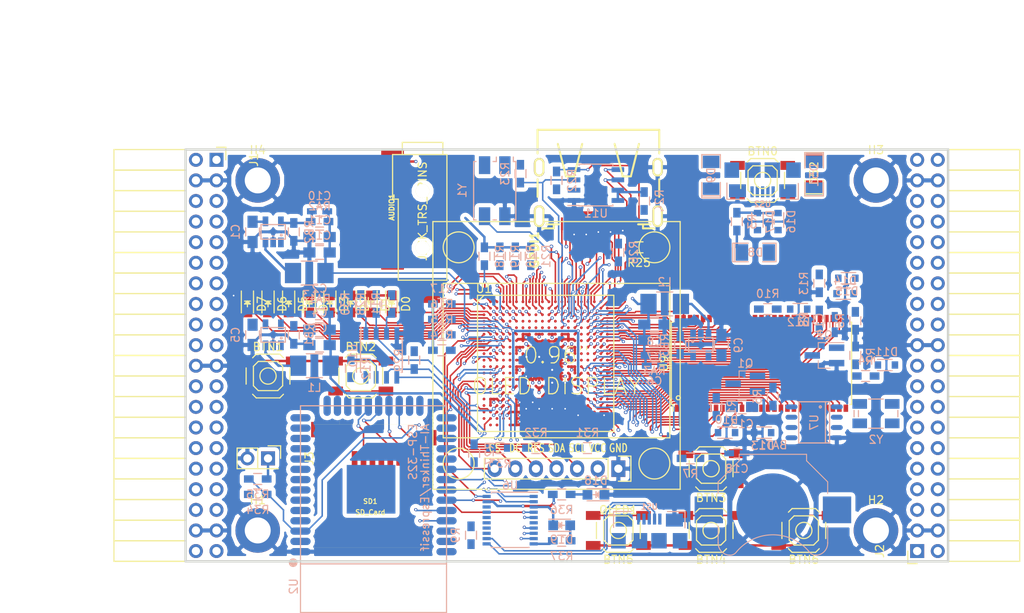
<source format=kicad_pcb>
(kicad_pcb (version 4) (host pcbnew 4.0.5+dfsg1-4)
  (layers (0 F.Cu signal) (1 In1.Cu signal) (2 In2.Cu signal) (31 B.Cu signal) (34 B.Paste user) (35 F.Paste user) (36 B.SilkS user) (37 F.SilkS user) (38 B.Mask user) (39 F.Mask user) (44 Edge.Cuts user))
  (net 0 "")
  (net 1 GND)
  (net 2 +5V)
  (net 3 /gpio/IN5V)
  (net 4 /gpio/OUT5V)
  (net 5 +3V3)
  (net 6 "Net-(L1-Pad1)")
  (net 7 "Net-(L2-Pad1)")
  (net 8 +1V2)
  (net 9 BTN_D)
  (net 10 BTN_F1)
  (net 11 BTN_F2)
  (net 12 BTN_L)
  (net 13 BTN_R)
  (net 14 BTN_U)
  (net 15 /power/FB1)
  (net 16 +2V5)
  (net 17 "Net-(L3-Pad1)")
  (net 18 /power/PWREN)
  (net 19 /power/FB3)
  (net 20 /power/FB2)
  (net 21 "Net-(D9-Pad1)")
  (net 22 /power/VBAT)
  (net 23 JTAG_TDI)
  (net 24 JTAG_TCK)
  (net 25 JTAG_TMS)
  (net 26 JTAG_TDO)
  (net 27 /power/WAKEUPn)
  (net 28 /power/WKUP)
  (net 29 /power/SHUT)
  (net 30 /power/WAKE)
  (net 31 /power/HOLD)
  (net 32 /power/WKn)
  (net 33 /power/OSCI_32k)
  (net 34 /power/OSCO_32k)
  (net 35 "Net-(Q2-Pad3)")
  (net 36 SHUTDOWN)
  (net 37 /analog/AUDIO_L)
  (net 38 /analog/AUDIO_R)
  (net 39 GPDI_5V_SCL)
  (net 40 GPDI_5V_SDA)
  (net 41 GPDI_SDA)
  (net 42 GPDI_SCL)
  (net 43 /gpdi/VREF2)
  (net 44 /blinkey/BTNPU)
  (net 45 SD_CMD)
  (net 46 SD_CLK)
  (net 47 SD_D0)
  (net 48 SD_D1)
  (net 49 USB5V)
  (net 50 "Net-(BTN0-Pad1)")
  (net 51 GPDI_CEC)
  (net 52 nRESET)
  (net 53 FTDI_nDTR)
  (net 54 SDRAM_CKE)
  (net 55 SDRAM_A7)
  (net 56 SDRAM_D15)
  (net 57 SDRAM_BA1)
  (net 58 SDRAM_D7)
  (net 59 SDRAM_A6)
  (net 60 SDRAM_CLK)
  (net 61 SDRAM_D13)
  (net 62 SDRAM_BA0)
  (net 63 SDRAM_D6)
  (net 64 SDRAM_A5)
  (net 65 SDRAM_D14)
  (net 66 SDRAM_A11)
  (net 67 SDRAM_D12)
  (net 68 SDRAM_D5)
  (net 69 SDRAM_A4)
  (net 70 SDRAM_A10)
  (net 71 SDRAM_D11)
  (net 72 SDRAM_A3)
  (net 73 SDRAM_D4)
  (net 74 SDRAM_D10)
  (net 75 SDRAM_D9)
  (net 76 SDRAM_A9)
  (net 77 SDRAM_D3)
  (net 78 SDRAM_D8)
  (net 79 SDRAM_A8)
  (net 80 SDRAM_A2)
  (net 81 SDRAM_A1)
  (net 82 SDRAM_A0)
  (net 83 SDRAM_D2)
  (net 84 SDRAM_D1)
  (net 85 SDRAM_D0)
  (net 86 SDRAM_DQM0)
  (net 87 SDRAM_nCS)
  (net 88 SDRAM_nRAS)
  (net 89 SDRAM_DQM1)
  (net 90 SDRAM_nCAS)
  (net 91 SDRAM_nWE)
  (net 92 /flash/FLASH_nWP)
  (net 93 /flash/FLASH_nHOLD)
  (net 94 /flash/FLASH_MOSI)
  (net 95 /flash/FLASH_MISO)
  (net 96 /flash/FLASH_SCK)
  (net 97 /flash/FLASH_nCS)
  (net 98 /flash/FPGA_PROGRAMN)
  (net 99 /flash/FPGA_DONE)
  (net 100 /flash/FPGA_INITN)
  (net 101 OLED_RES)
  (net 102 OLED_DC)
  (net 103 OLED_CS)
  (net 104 WIFI_EN)
  (net 105 FTDI_nRTS)
  (net 106 WIFI_GPIO2)
  (net 107 FTDI_TXD)
  (net 108 FTDI_RXD)
  (net 109 WIFI_RXD)
  (net 110 WIFI_GPIO0)
  (net 111 WIFI_TXD)
  (net 112 /gpdi/CLK_25MHz)
  (net 113 GPDI_ETH-)
  (net 114 GPDI_ETH+)
  (net 115 GPDI_D2+)
  (net 116 GPDI_D2-)
  (net 117 GPDI_D1+)
  (net 118 GPDI_D1-)
  (net 119 GPDI_D0+)
  (net 120 GPDI_D0-)
  (net 121 GPDI_CLK+)
  (net 122 GPDI_CLK-)
  (net 123 USB_FPGA_D+)
  (net 124 USB_FPGA_D-)
  (net 125 USB_FTDI_D+)
  (net 126 USB_FTDI_D-)
  (net 127 J1_17-)
  (net 128 J1_17+)
  (net 129 J1_23-)
  (net 130 J1_23+)
  (net 131 J1_25-)
  (net 132 J1_25+)
  (net 133 J1_27-)
  (net 134 J1_27+)
  (net 135 J1_29-)
  (net 136 J1_29+)
  (net 137 J1_31-)
  (net 138 J1_31+)
  (net 139 J1_33-)
  (net 140 J1_33+)
  (net 141 J1_35-)
  (net 142 J1_35+)
  (net 143 J2_5-)
  (net 144 J2_5+)
  (net 145 J2_7-)
  (net 146 J2_7+)
  (net 147 J2_9-)
  (net 148 J2_9+)
  (net 149 J2_13-)
  (net 150 J2_13+)
  (net 151 J2_17-)
  (net 152 J2_17+)
  (net 153 J2_11-)
  (net 154 J2_11+)
  (net 155 J2_23-)
  (net 156 J2_23+)
  (net 157 J1_5-)
  (net 158 J1_5+)
  (net 159 J1_7-)
  (net 160 J1_7+)
  (net 161 J1_9-)
  (net 162 J1_9+)
  (net 163 J1_11-)
  (net 164 J1_11+)
  (net 165 J1_13-)
  (net 166 J1_13+)
  (net 167 J1_15-)
  (net 168 J1_15+)
  (net 169 J2_15-)
  (net 170 J2_15+)
  (net 171 J2_25-)
  (net 172 J2_25+)
  (net 173 J2_27-)
  (net 174 J2_27+)
  (net 175 J2_29-)
  (net 176 J2_29+)
  (net 177 J2_31-)
  (net 178 J2_31+)
  (net 179 J2_33-)
  (net 180 J2_33+)
  (net 181 J2_35-)
  (net 182 J2_35+)
  (net 183 SD_D3)
  (net 184 AUDIO_L3)
  (net 185 AUDIO_L2)
  (net 186 AUDIO_L1)
  (net 187 AUDIO_L0)
  (net 188 AUDIO_R3)
  (net 189 AUDIO_R2)
  (net 190 AUDIO_R1)
  (net 191 AUDIO_R0)
  (net 192 OLED_CLK)
  (net 193 OLED_MOSI)
  (net 194 WIFI_GPIO15)
  (net 195 LED0)
  (net 196 LED1)
  (net 197 LED2)
  (net 198 LED3)
  (net 199 LED4)
  (net 200 LED5)
  (net 201 LED6)
  (net 202 LED7)
  (net 203 BTN_PWRn)
  (net 204 "Net-(J3-Pad1)")
  (net 205 FTDI_nTXLED)
  (net 206 FTDI_nSLEEP)
  (net 207 /blinkey/LED_PWREN)
  (net 208 /blinkey/LED_TXLED)
  (net 209 FT3V3)
  (module lfe5bg381:BGA-381_pitch0.8mm_dia0.4mm (layer F.Cu) (at 138.48 87.8)
    (fp_text reference U1 (at -7.6 -9.2) (layer F.SilkS))
    (fp_text value LFE5U-25F-6BG381C)
    (pad A2 smd circle (at -6.8 -7.6) (size 0.35 0.35) (layers F.Cu F.Paste F.Mask) (net 134 J1_27+))
    (pad A3 smd circle (at -6 -7.6) (size 0.35 0.35) (layers F.Cu F.Paste F.Mask) (net 188 AUDIO_R3))
    (pad A4 smd circle (at -5.2 -7.6) (size 0.35 0.35) (layers F.Cu F.Paste F.Mask) (net 132 J1_25+))
    (pad A5 smd circle (at -4.4 -7.6) (size 0.35 0.35) (layers F.Cu F.Paste F.Mask) (net 131 J1_25-))
    (pad A6 smd circle (at -3.6 -7.6) (size 0.35 0.35) (layers F.Cu F.Paste F.Mask) (net 130 J1_23+))
    (pad A7 smd circle (at -2.8 -7.6) (size 0.35 0.35) (layers F.Cu F.Paste F.Mask) (net 166 J1_13+))
    (pad A8 smd circle (at -2 -7.6) (size 0.35 0.35) (layers F.Cu F.Paste F.Mask) (net 165 J1_13-))
    (pad A9 smd circle (at -1.2 -7.6) (size 0.35 0.35) (layers F.Cu F.Paste F.Mask) (net 161 J1_9-))
    (pad A10 smd circle (at -0.4 -7.6) (size 0.35 0.35) (layers F.Cu F.Paste F.Mask) (net 160 J1_7+))
    (pad A11 smd circle (at 0.4 -7.6) (size 0.35 0.35) (layers F.Cu F.Paste F.Mask) (net 159 J1_7-))
    (pad A12 smd circle (at 1.2 -7.6) (size 0.35 0.35) (layers F.Cu F.Paste F.Mask) (net 114 GPDI_ETH+))
    (pad A13 smd circle (at 2 -7.6) (size 0.35 0.35) (layers F.Cu F.Paste F.Mask) (net 113 GPDI_ETH-))
    (pad A14 smd circle (at 2.8 -7.6) (size 0.35 0.35) (layers F.Cu F.Paste F.Mask) (net 115 GPDI_D2+))
    (pad A15 smd circle (at 3.6 -7.6) (size 0.35 0.35) (layers F.Cu F.Paste F.Mask))
    (pad A16 smd circle (at 4.4 -7.6) (size 0.35 0.35) (layers F.Cu F.Paste F.Mask) (net 117 GPDI_D1+))
    (pad A17 smd circle (at 5.2 -7.6) (size 0.35 0.35) (layers F.Cu F.Paste F.Mask) (net 119 GPDI_D0+))
    (pad A18 smd circle (at 6 -7.6) (size 0.35 0.35) (layers F.Cu F.Paste F.Mask) (net 121 GPDI_CLK+))
    (pad A19 smd circle (at 6.8 -7.6) (size 0.35 0.35) (layers F.Cu F.Paste F.Mask) (net 51 GPDI_CEC))
    (pad B1 smd circle (at -7.6 -6.8) (size 0.35 0.35) (layers F.Cu F.Paste F.Mask) (net 133 J1_27-))
    (pad B2 smd circle (at -6.8 -6.8) (size 0.35 0.35) (layers F.Cu F.Paste F.Mask) (net 195 LED0))
    (pad B3 smd circle (at -6 -6.8) (size 0.35 0.35) (layers F.Cu F.Paste F.Mask) (net 187 AUDIO_L0))
    (pad B4 smd circle (at -5.2 -6.8) (size 0.35 0.35) (layers F.Cu F.Paste F.Mask) (net 135 J1_29-))
    (pad B5 smd circle (at -4.4 -6.8) (size 0.35 0.35) (layers F.Cu F.Paste F.Mask) (net 189 AUDIO_R2))
    (pad B6 smd circle (at -3.6 -6.8) (size 0.35 0.35) (layers F.Cu F.Paste F.Mask) (net 129 J1_23-))
    (pad B7 smd circle (at -2.8 -6.8) (size 0.35 0.35) (layers F.Cu F.Paste F.Mask) (net 1 GND))
    (pad B8 smd circle (at -2 -6.8) (size 0.35 0.35) (layers F.Cu F.Paste F.Mask) (net 167 J1_15-))
    (pad B9 smd circle (at -1.2 -6.8) (size 0.35 0.35) (layers F.Cu F.Paste F.Mask) (net 164 J1_11+))
    (pad B10 smd circle (at -0.4 -6.8) (size 0.35 0.35) (layers F.Cu F.Paste F.Mask) (net 162 J1_9+))
    (pad B11 smd circle (at 0.4 -6.8) (size 0.35 0.35) (layers F.Cu F.Paste F.Mask) (net 158 J1_5+))
    (pad B12 smd circle (at 1.2 -6.8) (size 0.35 0.35) (layers F.Cu F.Paste F.Mask) (net 112 /gpdi/CLK_25MHz))
    (pad B13 smd circle (at 2 -6.8) (size 0.35 0.35) (layers F.Cu F.Paste F.Mask) (net 180 J2_33+))
    (pad B14 smd circle (at 2.8 -6.8) (size 0.35 0.35) (layers F.Cu F.Paste F.Mask) (net 1 GND))
    (pad B15 smd circle (at 3.6 -6.8) (size 0.35 0.35) (layers F.Cu F.Paste F.Mask) (net 178 J2_31+))
    (pad B16 smd circle (at 4.4 -6.8) (size 0.35 0.35) (layers F.Cu F.Paste F.Mask) (net 118 GPDI_D1-))
    (pad B17 smd circle (at 5.2 -6.8) (size 0.35 0.35) (layers F.Cu F.Paste F.Mask) (net 174 J2_27+))
    (pad B18 smd circle (at 6 -6.8) (size 0.35 0.35) (layers F.Cu F.Paste F.Mask) (net 120 GPDI_D0-))
    (pad B19 smd circle (at 6.8 -6.8) (size 0.35 0.35) (layers F.Cu F.Paste F.Mask) (net 122 GPDI_CLK-))
    (pad B20 smd circle (at 7.6 -6.8) (size 0.35 0.35) (layers F.Cu F.Paste F.Mask) (net 41 GPDI_SDA))
    (pad C1 smd circle (at -7.6 -6) (size 0.35 0.35) (layers F.Cu F.Paste F.Mask) (net 197 LED2))
    (pad C2 smd circle (at -6.8 -6) (size 0.35 0.35) (layers F.Cu F.Paste F.Mask) (net 196 LED1))
    (pad C3 smd circle (at -6 -6) (size 0.35 0.35) (layers F.Cu F.Paste F.Mask) (net 185 AUDIO_L2))
    (pad C4 smd circle (at -5.2 -6) (size 0.35 0.35) (layers F.Cu F.Paste F.Mask) (net 136 J1_29+))
    (pad C5 smd circle (at -4.4 -6) (size 0.35 0.35) (layers F.Cu F.Paste F.Mask) (net 190 AUDIO_R1))
    (pad C6 smd circle (at -3.6 -6) (size 0.35 0.35) (layers F.Cu F.Paste F.Mask) (net 128 J1_17+))
    (pad C7 smd circle (at -2.8 -6) (size 0.35 0.35) (layers F.Cu F.Paste F.Mask) (net 127 J1_17-))
    (pad C8 smd circle (at -2 -6) (size 0.35 0.35) (layers F.Cu F.Paste F.Mask) (net 168 J1_15+))
    (pad C9 smd circle (at -1.2 -6) (size 0.35 0.35) (layers F.Cu F.Paste F.Mask))
    (pad C10 smd circle (at -0.4 -6) (size 0.35 0.35) (layers F.Cu F.Paste F.Mask) (net 163 J1_11-))
    (pad C11 smd circle (at 0.4 -6) (size 0.35 0.35) (layers F.Cu F.Paste F.Mask) (net 157 J1_5-))
    (pad C12 smd circle (at 1.2 -6) (size 0.35 0.35) (layers F.Cu F.Paste F.Mask) (net 42 GPDI_SCL))
    (pad C13 smd circle (at 2 -6) (size 0.35 0.35) (layers F.Cu F.Paste F.Mask) (net 179 J2_33-))
    (pad C14 smd circle (at 2.8 -6) (size 0.35 0.35) (layers F.Cu F.Paste F.Mask) (net 116 GPDI_D2-))
    (pad C15 smd circle (at 3.6 -6) (size 0.35 0.35) (layers F.Cu F.Paste F.Mask) (net 177 J2_31-))
    (pad C16 smd circle (at 4.4 -6) (size 0.35 0.35) (layers F.Cu F.Paste F.Mask) (net 176 J2_29+))
    (pad C17 smd circle (at 5.2 -6) (size 0.35 0.35) (layers F.Cu F.Paste F.Mask) (net 173 J2_27-))
    (pad C18 smd circle (at 6 -6) (size 0.35 0.35) (layers F.Cu F.Paste F.Mask) (net 156 J2_23+))
    (pad C19 smd circle (at 6.8 -6) (size 0.35 0.35) (layers F.Cu F.Paste F.Mask) (net 1 GND))
    (pad C20 smd circle (at 7.6 -6) (size 0.35 0.35) (layers F.Cu F.Paste F.Mask) (net 56 SDRAM_D15))
    (pad D1 smd circle (at -7.6 -5.2) (size 0.35 0.35) (layers F.Cu F.Paste F.Mask) (net 199 LED4))
    (pad D2 smd circle (at -6.8 -5.2) (size 0.35 0.35) (layers F.Cu F.Paste F.Mask) (net 198 LED3))
    (pad D3 smd circle (at -6 -5.2) (size 0.35 0.35) (layers F.Cu F.Paste F.Mask) (net 186 AUDIO_L1))
    (pad D4 smd circle (at -5.2 -5.2) (size 0.35 0.35) (layers F.Cu F.Paste F.Mask) (net 1 GND))
    (pad D5 smd circle (at -4.4 -5.2) (size 0.35 0.35) (layers F.Cu F.Paste F.Mask))
    (pad D6 smd circle (at -3.6 -5.2) (size 0.35 0.35) (layers F.Cu F.Paste F.Mask) (net 203 BTN_PWRn))
    (pad D7 smd circle (at -2.8 -5.2) (size 0.35 0.35) (layers F.Cu F.Paste F.Mask))
    (pad D8 smd circle (at -2 -5.2) (size 0.35 0.35) (layers F.Cu F.Paste F.Mask))
    (pad D9 smd circle (at -1.2 -5.2) (size 0.35 0.35) (layers F.Cu F.Paste F.Mask))
    (pad D10 smd circle (at -0.4 -5.2) (size 0.35 0.35) (layers F.Cu F.Paste F.Mask))
    (pad D11 smd circle (at 0.4 -5.2) (size 0.35 0.35) (layers F.Cu F.Paste F.Mask) (net 14 BTN_U))
    (pad D12 smd circle (at 1.2 -5.2) (size 0.35 0.35) (layers F.Cu F.Paste F.Mask))
    (pad D13 smd circle (at 2 -5.2) (size 0.35 0.35) (layers F.Cu F.Paste F.Mask) (net 182 J2_35+))
    (pad D14 smd circle (at 2.8 -5.2) (size 0.35 0.35) (layers F.Cu F.Paste F.Mask))
    (pad D15 smd circle (at 3.6 -5.2) (size 0.35 0.35) (layers F.Cu F.Paste F.Mask) (net 172 J2_25+))
    (pad D16 smd circle (at 4.4 -5.2) (size 0.35 0.35) (layers F.Cu F.Paste F.Mask) (net 175 J2_29-))
    (pad D17 smd circle (at 5.2 -5.2) (size 0.35 0.35) (layers F.Cu F.Paste F.Mask) (net 155 J2_23-))
    (pad D18 smd circle (at 6 -5.2) (size 0.35 0.35) (layers F.Cu F.Paste F.Mask) (net 152 J2_17+))
    (pad D19 smd circle (at 6.8 -5.2) (size 0.35 0.35) (layers F.Cu F.Paste F.Mask) (net 65 SDRAM_D14))
    (pad D20 smd circle (at 7.6 -5.2) (size 0.35 0.35) (layers F.Cu F.Paste F.Mask) (net 61 SDRAM_D13))
    (pad E1 smd circle (at -7.6 -4.4) (size 0.35 0.35) (layers F.Cu F.Paste F.Mask) (net 201 LED6))
    (pad E2 smd circle (at -6.8 -4.4) (size 0.35 0.35) (layers F.Cu F.Paste F.Mask) (net 200 LED5))
    (pad E3 smd circle (at -6 -4.4) (size 0.35 0.35) (layers F.Cu F.Paste F.Mask) (net 137 J1_31-))
    (pad E4 smd circle (at -5.2 -4.4) (size 0.35 0.35) (layers F.Cu F.Paste F.Mask))
    (pad E5 smd circle (at -4.4 -4.4) (size 0.35 0.35) (layers F.Cu F.Paste F.Mask) (net 184 AUDIO_L3))
    (pad E6 smd circle (at -3.6 -4.4) (size 0.35 0.35) (layers F.Cu F.Paste F.Mask))
    (pad E7 smd circle (at -2.8 -4.4) (size 0.35 0.35) (layers F.Cu F.Paste F.Mask))
    (pad E8 smd circle (at -2 -4.4) (size 0.35 0.35) (layers F.Cu F.Paste F.Mask))
    (pad E9 smd circle (at -1.2 -4.4) (size 0.35 0.35) (layers F.Cu F.Paste F.Mask))
    (pad E10 smd circle (at -0.4 -4.4) (size 0.35 0.35) (layers F.Cu F.Paste F.Mask))
    (pad E11 smd circle (at 0.4 -4.4) (size 0.35 0.35) (layers F.Cu F.Paste F.Mask))
    (pad E12 smd circle (at 1.2 -4.4) (size 0.35 0.35) (layers F.Cu F.Paste F.Mask))
    (pad E13 smd circle (at 2 -4.4) (size 0.35 0.35) (layers F.Cu F.Paste F.Mask) (net 181 J2_35-))
    (pad E14 smd circle (at 2.8 -4.4) (size 0.35 0.35) (layers F.Cu F.Paste F.Mask))
    (pad E15 smd circle (at 3.6 -4.4) (size 0.35 0.35) (layers F.Cu F.Paste F.Mask) (net 171 J2_25-))
    (pad E16 smd circle (at 4.4 -4.4) (size 0.35 0.35) (layers F.Cu F.Paste F.Mask))
    (pad E17 smd circle (at 5.2 -4.4) (size 0.35 0.35) (layers F.Cu F.Paste F.Mask) (net 151 J2_17-))
    (pad E18 smd circle (at 6 -4.4) (size 0.35 0.35) (layers F.Cu F.Paste F.Mask) (net 73 SDRAM_D4))
    (pad E19 smd circle (at 6.8 -4.4) (size 0.35 0.35) (layers F.Cu F.Paste F.Mask) (net 67 SDRAM_D12))
    (pad E20 smd circle (at 7.6 -4.4) (size 0.35 0.35) (layers F.Cu F.Paste F.Mask) (net 71 SDRAM_D11))
    (pad F1 smd circle (at -7.6 -3.6) (size 0.35 0.35) (layers F.Cu F.Paste F.Mask) (net 108 FTDI_RXD))
    (pad F2 smd circle (at -6.8 -3.6) (size 0.35 0.35) (layers F.Cu F.Paste F.Mask) (net 202 LED7))
    (pad F3 smd circle (at -6 -3.6) (size 0.35 0.35) (layers F.Cu F.Paste F.Mask) (net 139 J1_33-))
    (pad F4 smd circle (at -5.2 -3.6) (size 0.35 0.35) (layers F.Cu F.Paste F.Mask) (net 138 J1_31+))
    (pad F5 smd circle (at -4.4 -3.6) (size 0.35 0.35) (layers F.Cu F.Paste F.Mask) (net 191 AUDIO_R0))
    (pad F6 smd circle (at -3.6 -3.6) (size 0.35 0.35) (layers F.Cu F.Paste F.Mask) (net 16 +2V5))
    (pad F7 smd circle (at -2.8 -3.6) (size 0.35 0.35) (layers F.Cu F.Paste F.Mask) (net 1 GND))
    (pad F8 smd circle (at -2 -3.6) (size 0.35 0.35) (layers F.Cu F.Paste F.Mask) (net 1 GND))
    (pad F9 smd circle (at -1.2 -3.6) (size 0.35 0.35) (layers F.Cu F.Paste F.Mask) (net 5 +3V3))
    (pad F10 smd circle (at -0.4 -3.6) (size 0.35 0.35) (layers F.Cu F.Paste F.Mask) (net 5 +3V3))
    (pad F11 smd circle (at 0.4 -3.6) (size 0.35 0.35) (layers F.Cu F.Paste F.Mask) (net 5 +3V3))
    (pad F12 smd circle (at 1.2 -3.6) (size 0.35 0.35) (layers F.Cu F.Paste F.Mask) (net 5 +3V3))
    (pad F13 smd circle (at 2 -3.6) (size 0.35 0.35) (layers F.Cu F.Paste F.Mask) (net 1 GND))
    (pad F14 smd circle (at 2.8 -3.6) (size 0.35 0.35) (layers F.Cu F.Paste F.Mask) (net 1 GND))
    (pad F15 smd circle (at 3.6 -3.6) (size 0.35 0.35) (layers F.Cu F.Paste F.Mask) (net 16 +2V5))
    (pad F16 smd circle (at 4.4 -3.6) (size 0.35 0.35) (layers F.Cu F.Paste F.Mask))
    (pad F17 smd circle (at 5.2 -3.6) (size 0.35 0.35) (layers F.Cu F.Paste F.Mask) (net 170 J2_15+))
    (pad F18 smd circle (at 6 -3.6) (size 0.35 0.35) (layers F.Cu F.Paste F.Mask) (net 68 SDRAM_D5))
    (pad F19 smd circle (at 6.8 -3.6) (size 0.35 0.35) (layers F.Cu F.Paste F.Mask) (net 74 SDRAM_D10))
    (pad F20 smd circle (at 7.6 -3.6) (size 0.35 0.35) (layers F.Cu F.Paste F.Mask) (net 75 SDRAM_D9))
    (pad G1 smd circle (at -7.6 -2.8) (size 0.35 0.35) (layers F.Cu F.Paste F.Mask) (net 107 FTDI_TXD))
    (pad G2 smd circle (at -6.8 -2.8) (size 0.35 0.35) (layers F.Cu F.Paste F.Mask) (net 109 WIFI_RXD))
    (pad G3 smd circle (at -6 -2.8) (size 0.35 0.35) (layers F.Cu F.Paste F.Mask) (net 140 J1_33+))
    (pad G4 smd circle (at -5.2 -2.8) (size 0.35 0.35) (layers F.Cu F.Paste F.Mask) (net 1 GND))
    (pad G5 smd circle (at -4.4 -2.8) (size 0.35 0.35) (layers F.Cu F.Paste F.Mask) (net 141 J1_35-))
    (pad G6 smd circle (at -3.6 -2.8) (size 0.35 0.35) (layers F.Cu F.Paste F.Mask) (net 1 GND))
    (pad G7 smd circle (at -2.8 -2.8) (size 0.35 0.35) (layers F.Cu F.Paste F.Mask) (net 1 GND))
    (pad G8 smd circle (at -2 -2.8) (size 0.35 0.35) (layers F.Cu F.Paste F.Mask) (net 1 GND))
    (pad G9 smd circle (at -1.2 -2.8) (size 0.35 0.35) (layers F.Cu F.Paste F.Mask) (net 1 GND))
    (pad G10 smd circle (at -0.4 -2.8) (size 0.35 0.35) (layers F.Cu F.Paste F.Mask) (net 1 GND))
    (pad G11 smd circle (at 0.4 -2.8) (size 0.35 0.35) (layers F.Cu F.Paste F.Mask) (net 1 GND))
    (pad G12 smd circle (at 1.2 -2.8) (size 0.35 0.35) (layers F.Cu F.Paste F.Mask) (net 1 GND))
    (pad G13 smd circle (at 2 -2.8) (size 0.35 0.35) (layers F.Cu F.Paste F.Mask) (net 1 GND))
    (pad G14 smd circle (at 2.8 -2.8) (size 0.35 0.35) (layers F.Cu F.Paste F.Mask) (net 1 GND))
    (pad G15 smd circle (at 3.6 -2.8) (size 0.35 0.35) (layers F.Cu F.Paste F.Mask) (net 1 GND))
    (pad G16 smd circle (at 4.4 -2.8) (size 0.35 0.35) (layers F.Cu F.Paste F.Mask))
    (pad G17 smd circle (at 5.2 -2.8) (size 0.35 0.35) (layers F.Cu F.Paste F.Mask) (net 1 GND))
    (pad G18 smd circle (at 6 -2.8) (size 0.35 0.35) (layers F.Cu F.Paste F.Mask) (net 169 J2_15-))
    (pad G19 smd circle (at 6.8 -2.8) (size 0.35 0.35) (layers F.Cu F.Paste F.Mask) (net 78 SDRAM_D8))
    (pad G20 smd circle (at 7.6 -2.8) (size 0.35 0.35) (layers F.Cu F.Paste F.Mask) (net 89 SDRAM_DQM1))
    (pad H1 smd circle (at -7.6 -2) (size 0.35 0.35) (layers F.Cu F.Paste F.Mask) (net 110 WIFI_GPIO0))
    (pad H2 smd circle (at -6.8 -2) (size 0.35 0.35) (layers F.Cu F.Paste F.Mask) (net 111 WIFI_TXD))
    (pad H3 smd circle (at -6 -2) (size 0.35 0.35) (layers F.Cu F.Paste F.Mask))
    (pad H4 smd circle (at -5.2 -2) (size 0.35 0.35) (layers F.Cu F.Paste F.Mask) (net 142 J1_35+))
    (pad H5 smd circle (at -4.4 -2) (size 0.35 0.35) (layers F.Cu F.Paste F.Mask))
    (pad H6 smd circle (at -3.6 -2) (size 0.35 0.35) (layers F.Cu F.Paste F.Mask) (net 5 +3V3))
    (pad H7 smd circle (at -2.8 -2) (size 0.35 0.35) (layers F.Cu F.Paste F.Mask) (net 5 +3V3))
    (pad H8 smd circle (at -2 -2) (size 0.35 0.35) (layers F.Cu F.Paste F.Mask) (net 8 +1V2))
    (pad H9 smd circle (at -1.2 -2) (size 0.35 0.35) (layers F.Cu F.Paste F.Mask) (net 8 +1V2))
    (pad H10 smd circle (at -0.4 -2) (size 0.35 0.35) (layers F.Cu F.Paste F.Mask) (net 8 +1V2))
    (pad H11 smd circle (at 0.4 -2) (size 0.35 0.35) (layers F.Cu F.Paste F.Mask) (net 8 +1V2))
    (pad H12 smd circle (at 1.2 -2) (size 0.35 0.35) (layers F.Cu F.Paste F.Mask) (net 8 +1V2))
    (pad H13 smd circle (at 2 -2) (size 0.35 0.35) (layers F.Cu F.Paste F.Mask) (net 8 +1V2))
    (pad H14 smd circle (at 2.8 -2) (size 0.35 0.35) (layers F.Cu F.Paste F.Mask) (net 5 +3V3))
    (pad H15 smd circle (at 3.6 -2) (size 0.35 0.35) (layers F.Cu F.Paste F.Mask) (net 5 +3V3))
    (pad H16 smd circle (at 4.4 -2) (size 0.35 0.35) (layers F.Cu F.Paste F.Mask))
    (pad H17 smd circle (at 5.2 -2) (size 0.35 0.35) (layers F.Cu F.Paste F.Mask) (net 149 J2_13-))
    (pad H18 smd circle (at 6 -2) (size 0.35 0.35) (layers F.Cu F.Paste F.Mask) (net 150 J2_13+))
    (pad H19 smd circle (at 6.8 -2) (size 0.35 0.35) (layers F.Cu F.Paste F.Mask) (net 1 GND))
    (pad H20 smd circle (at 7.6 -2) (size 0.35 0.35) (layers F.Cu F.Paste F.Mask) (net 60 SDRAM_CLK))
    (pad J1 smd circle (at -7.6 -1.2) (size 0.35 0.35) (layers F.Cu F.Paste F.Mask))
    (pad J2 smd circle (at -6.8 -1.2) (size 0.35 0.35) (layers F.Cu F.Paste F.Mask) (net 1 GND))
    (pad J3 smd circle (at -6 -1.2) (size 0.35 0.35) (layers F.Cu F.Paste F.Mask) (net 194 WIFI_GPIO15))
    (pad J4 smd circle (at -5.2 -1.2) (size 0.35 0.35) (layers F.Cu F.Paste F.Mask) (net 106 WIFI_GPIO2))
    (pad J5 smd circle (at -4.4 -1.2) (size 0.35 0.35) (layers F.Cu F.Paste F.Mask))
    (pad J6 smd circle (at -3.6 -1.2) (size 0.35 0.35) (layers F.Cu F.Paste F.Mask) (net 5 +3V3))
    (pad J7 smd circle (at -2.8 -1.2) (size 0.35 0.35) (layers F.Cu F.Paste F.Mask) (net 1 GND))
    (pad J8 smd circle (at -2 -1.2) (size 0.35 0.35) (layers F.Cu F.Paste F.Mask) (net 8 +1V2))
    (pad J9 smd circle (at -1.2 -1.2) (size 0.35 0.35) (layers F.Cu F.Paste F.Mask) (net 1 GND))
    (pad J10 smd circle (at -0.4 -1.2) (size 0.35 0.35) (layers F.Cu F.Paste F.Mask) (net 1 GND))
    (pad J11 smd circle (at 0.4 -1.2) (size 0.35 0.35) (layers F.Cu F.Paste F.Mask) (net 1 GND))
    (pad J12 smd circle (at 1.2 -1.2) (size 0.35 0.35) (layers F.Cu F.Paste F.Mask) (net 1 GND))
    (pad J13 smd circle (at 2 -1.2) (size 0.35 0.35) (layers F.Cu F.Paste F.Mask) (net 8 +1V2))
    (pad J14 smd circle (at 2.8 -1.2) (size 0.35 0.35) (layers F.Cu F.Paste F.Mask) (net 1 GND))
    (pad J15 smd circle (at 3.6 -1.2) (size 0.35 0.35) (layers F.Cu F.Paste F.Mask) (net 5 +3V3))
    (pad J16 smd circle (at 4.4 -1.2) (size 0.35 0.35) (layers F.Cu F.Paste F.Mask))
    (pad J17 smd circle (at 5.2 -1.2) (size 0.35 0.35) (layers F.Cu F.Paste F.Mask))
    (pad J18 smd circle (at 6 -1.2) (size 0.35 0.35) (layers F.Cu F.Paste F.Mask) (net 77 SDRAM_D3))
    (pad J19 smd circle (at 6.8 -1.2) (size 0.35 0.35) (layers F.Cu F.Paste F.Mask) (net 54 SDRAM_CKE))
    (pad J20 smd circle (at 7.6 -1.2) (size 0.35 0.35) (layers F.Cu F.Paste F.Mask) (net 66 SDRAM_A11))
    (pad K1 smd circle (at -7.6 -0.4) (size 0.35 0.35) (layers F.Cu F.Paste F.Mask))
    (pad K2 smd circle (at -6.8 -0.4) (size 0.35 0.35) (layers F.Cu F.Paste F.Mask) (net 53 FTDI_nDTR))
    (pad K3 smd circle (at -6 -0.4) (size 0.35 0.35) (layers F.Cu F.Paste F.Mask) (net 105 FTDI_nRTS))
    (pad K4 smd circle (at -5.2 -0.4) (size 0.35 0.35) (layers F.Cu F.Paste F.Mask))
    (pad K5 smd circle (at -4.4 -0.4) (size 0.35 0.35) (layers F.Cu F.Paste F.Mask))
    (pad K6 smd circle (at -3.6 -0.4) (size 0.35 0.35) (layers F.Cu F.Paste F.Mask) (net 1 GND))
    (pad K7 smd circle (at -2.8 -0.4) (size 0.35 0.35) (layers F.Cu F.Paste F.Mask) (net 1 GND))
    (pad K8 smd circle (at -2 -0.4) (size 0.35 0.35) (layers F.Cu F.Paste F.Mask) (net 8 +1V2))
    (pad K9 smd circle (at -1.2 -0.4) (size 0.35 0.35) (layers F.Cu F.Paste F.Mask) (net 1 GND))
    (pad K10 smd circle (at -0.4 -0.4) (size 0.35 0.35) (layers F.Cu F.Paste F.Mask) (net 1 GND))
    (pad K11 smd circle (at 0.4 -0.4) (size 0.35 0.35) (layers F.Cu F.Paste F.Mask) (net 1 GND))
    (pad K12 smd circle (at 1.2 -0.4) (size 0.35 0.35) (layers F.Cu F.Paste F.Mask) (net 1 GND))
    (pad K13 smd circle (at 2 -0.4) (size 0.35 0.35) (layers F.Cu F.Paste F.Mask) (net 8 +1V2))
    (pad K14 smd circle (at 2.8 -0.4) (size 0.35 0.35) (layers F.Cu F.Paste F.Mask) (net 1 GND))
    (pad K15 smd circle (at 3.6 -0.4) (size 0.35 0.35) (layers F.Cu F.Paste F.Mask) (net 1 GND))
    (pad K16 smd circle (at 4.4 -0.4) (size 0.35 0.35) (layers F.Cu F.Paste F.Mask))
    (pad K17 smd circle (at 5.2 -0.4) (size 0.35 0.35) (layers F.Cu F.Paste F.Mask))
    (pad K18 smd circle (at 6 -0.4) (size 0.35 0.35) (layers F.Cu F.Paste F.Mask) (net 83 SDRAM_D2))
    (pad K19 smd circle (at 6.8 -0.4) (size 0.35 0.35) (layers F.Cu F.Paste F.Mask) (net 76 SDRAM_A9))
    (pad K20 smd circle (at 7.6 -0.4) (size 0.35 0.35) (layers F.Cu F.Paste F.Mask) (net 79 SDRAM_A8))
    (pad L1 smd circle (at -7.6 0.4) (size 0.35 0.35) (layers F.Cu F.Paste F.Mask) (net 47 SD_D0))
    (pad L2 smd circle (at -6.8 0.4) (size 0.35 0.35) (layers F.Cu F.Paste F.Mask))
    (pad L3 smd circle (at -6 0.4) (size 0.35 0.35) (layers F.Cu F.Paste F.Mask) (net 103 OLED_CS))
    (pad L4 smd circle (at -5.2 0.4) (size 0.35 0.35) (layers F.Cu F.Paste F.Mask) (net 104 WIFI_EN))
    (pad L5 smd circle (at -4.4 0.4) (size 0.35 0.35) (layers F.Cu F.Paste F.Mask))
    (pad L6 smd circle (at -3.6 0.4) (size 0.35 0.35) (layers F.Cu F.Paste F.Mask) (net 5 +3V3))
    (pad L7 smd circle (at -2.8 0.4) (size 0.35 0.35) (layers F.Cu F.Paste F.Mask) (net 5 +3V3))
    (pad L8 smd circle (at -2 0.4) (size 0.35 0.35) (layers F.Cu F.Paste F.Mask) (net 8 +1V2))
    (pad L9 smd circle (at -1.2 0.4) (size 0.35 0.35) (layers F.Cu F.Paste F.Mask) (net 1 GND))
    (pad L10 smd circle (at -0.4 0.4) (size 0.35 0.35) (layers F.Cu F.Paste F.Mask) (net 1 GND))
    (pad L11 smd circle (at 0.4 0.4) (size 0.35 0.35) (layers F.Cu F.Paste F.Mask) (net 1 GND))
    (pad L12 smd circle (at 1.2 0.4) (size 0.35 0.35) (layers F.Cu F.Paste F.Mask) (net 1 GND))
    (pad L13 smd circle (at 2 0.4) (size 0.35 0.35) (layers F.Cu F.Paste F.Mask) (net 8 +1V2))
    (pad L14 smd circle (at 2.8 0.4) (size 0.35 0.35) (layers F.Cu F.Paste F.Mask) (net 5 +3V3))
    (pad L15 smd circle (at 3.6 0.4) (size 0.35 0.35) (layers F.Cu F.Paste F.Mask) (net 5 +3V3))
    (pad L16 smd circle (at 4.4 0.4) (size 0.35 0.35) (layers F.Cu F.Paste F.Mask) (net 154 J2_11+))
    (pad L17 smd circle (at 5.2 0.4) (size 0.35 0.35) (layers F.Cu F.Paste F.Mask) (net 153 J2_11-))
    (pad L18 smd circle (at 6 0.4) (size 0.35 0.35) (layers F.Cu F.Paste F.Mask) (net 84 SDRAM_D1))
    (pad L19 smd circle (at 6.8 0.4) (size 0.35 0.35) (layers F.Cu F.Paste F.Mask) (net 55 SDRAM_A7))
    (pad L20 smd circle (at 7.6 0.4) (size 0.35 0.35) (layers F.Cu F.Paste F.Mask) (net 59 SDRAM_A6))
    (pad M1 smd circle (at -7.6 1.2) (size 0.35 0.35) (layers F.Cu F.Paste F.Mask) (net 45 SD_CMD))
    (pad M2 smd circle (at -6.8 1.2) (size 0.35 0.35) (layers F.Cu F.Paste F.Mask) (net 1 GND))
    (pad M3 smd circle (at -6 1.2) (size 0.35 0.35) (layers F.Cu F.Paste F.Mask) (net 124 USB_FPGA_D-))
    (pad M4 smd circle (at -5.2 1.2) (size 0.35 0.35) (layers F.Cu F.Paste F.Mask))
    (pad M5 smd circle (at -4.4 1.2) (size 0.35 0.35) (layers F.Cu F.Paste F.Mask))
    (pad M6 smd circle (at -3.6 1.2) (size 0.35 0.35) (layers F.Cu F.Paste F.Mask) (net 5 +3V3))
    (pad M7 smd circle (at -2.8 1.2) (size 0.35 0.35) (layers F.Cu F.Paste F.Mask) (net 1 GND))
    (pad M8 smd circle (at -2 1.2) (size 0.35 0.35) (layers F.Cu F.Paste F.Mask) (net 8 +1V2))
    (pad M9 smd circle (at -1.2 1.2) (size 0.35 0.35) (layers F.Cu F.Paste F.Mask) (net 1 GND))
    (pad M10 smd circle (at -0.4 1.2) (size 0.35 0.35) (layers F.Cu F.Paste F.Mask) (net 1 GND))
    (pad M11 smd circle (at 0.4 1.2) (size 0.35 0.35) (layers F.Cu F.Paste F.Mask) (net 1 GND))
    (pad M12 smd circle (at 1.2 1.2) (size 0.35 0.35) (layers F.Cu F.Paste F.Mask) (net 1 GND))
    (pad M13 smd circle (at 2 1.2) (size 0.35 0.35) (layers F.Cu F.Paste F.Mask) (net 8 +1V2))
    (pad M14 smd circle (at 2.8 1.2) (size 0.35 0.35) (layers F.Cu F.Paste F.Mask) (net 1 GND))
    (pad M15 smd circle (at 3.6 1.2) (size 0.35 0.35) (layers F.Cu F.Paste F.Mask) (net 5 +3V3))
    (pad M16 smd circle (at 4.4 1.2) (size 0.35 0.35) (layers F.Cu F.Paste F.Mask) (net 1 GND))
    (pad M17 smd circle (at 5.2 1.2) (size 0.35 0.35) (layers F.Cu F.Paste F.Mask) (net 147 J2_9-))
    (pad M18 smd circle (at 6 1.2) (size 0.35 0.35) (layers F.Cu F.Paste F.Mask) (net 85 SDRAM_D0))
    (pad M19 smd circle (at 6.8 1.2) (size 0.35 0.35) (layers F.Cu F.Paste F.Mask) (net 64 SDRAM_A5))
    (pad M20 smd circle (at 7.6 1.2) (size 0.35 0.35) (layers F.Cu F.Paste F.Mask) (net 69 SDRAM_A4))
    (pad N1 smd circle (at -7.6 2) (size 0.35 0.35) (layers F.Cu F.Paste F.Mask) (net 46 SD_CLK))
    (pad N2 smd circle (at -6.8 2) (size 0.35 0.35) (layers F.Cu F.Paste F.Mask) (net 183 SD_D3))
    (pad N3 smd circle (at -6 2) (size 0.35 0.35) (layers F.Cu F.Paste F.Mask) (net 123 USB_FPGA_D+))
    (pad N4 smd circle (at -5.2 2) (size 0.35 0.35) (layers F.Cu F.Paste F.Mask) (net 48 SD_D1))
    (pad N5 smd circle (at -4.4 2) (size 0.35 0.35) (layers F.Cu F.Paste F.Mask))
    (pad N6 smd circle (at -3.6 2) (size 0.35 0.35) (layers F.Cu F.Paste F.Mask) (net 1 GND))
    (pad N7 smd circle (at -2.8 2) (size 0.35 0.35) (layers F.Cu F.Paste F.Mask) (net 1 GND))
    (pad N8 smd circle (at -2 2) (size 0.35 0.35) (layers F.Cu F.Paste F.Mask) (net 8 +1V2))
    (pad N9 smd circle (at -1.2 2) (size 0.35 0.35) (layers F.Cu F.Paste F.Mask) (net 8 +1V2))
    (pad N10 smd circle (at -0.4 2) (size 0.35 0.35) (layers F.Cu F.Paste F.Mask) (net 8 +1V2))
    (pad N11 smd circle (at 0.4 2) (size 0.35 0.35) (layers F.Cu F.Paste F.Mask) (net 8 +1V2))
    (pad N12 smd circle (at 1.2 2) (size 0.35 0.35) (layers F.Cu F.Paste F.Mask) (net 8 +1V2))
    (pad N13 smd circle (at 2 2) (size 0.35 0.35) (layers F.Cu F.Paste F.Mask) (net 8 +1V2))
    (pad N14 smd circle (at 2.8 2) (size 0.35 0.35) (layers F.Cu F.Paste F.Mask) (net 1 GND))
    (pad N15 smd circle (at 3.6 2) (size 0.35 0.35) (layers F.Cu F.Paste F.Mask) (net 1 GND))
    (pad N16 smd circle (at 4.4 2) (size 0.35 0.35) (layers F.Cu F.Paste F.Mask) (net 148 J2_9+))
    (pad N17 smd circle (at 5.2 2) (size 0.35 0.35) (layers F.Cu F.Paste F.Mask) (net 146 J2_7+))
    (pad N18 smd circle (at 6 2) (size 0.35 0.35) (layers F.Cu F.Paste F.Mask) (net 63 SDRAM_D6))
    (pad N19 smd circle (at 6.8 2) (size 0.35 0.35) (layers F.Cu F.Paste F.Mask) (net 72 SDRAM_A3))
    (pad N20 smd circle (at 7.6 2) (size 0.35 0.35) (layers F.Cu F.Paste F.Mask) (net 80 SDRAM_A2))
    (pad P1 smd circle (at -7.6 2.8) (size 0.35 0.35) (layers F.Cu F.Paste F.Mask) (net 102 OLED_DC))
    (pad P2 smd circle (at -6.8 2.8) (size 0.35 0.35) (layers F.Cu F.Paste F.Mask) (net 101 OLED_RES))
    (pad P3 smd circle (at -6 2.8) (size 0.35 0.35) (layers F.Cu F.Paste F.Mask) (net 193 OLED_MOSI))
    (pad P4 smd circle (at -5.2 2.8) (size 0.35 0.35) (layers F.Cu F.Paste F.Mask) (net 192 OLED_CLK))
    (pad P5 smd circle (at -4.4 2.8) (size 0.35 0.35) (layers F.Cu F.Paste F.Mask))
    (pad P6 smd circle (at -3.6 2.8) (size 0.35 0.35) (layers F.Cu F.Paste F.Mask) (net 16 +2V5))
    (pad P7 smd circle (at -2.8 2.8) (size 0.35 0.35) (layers F.Cu F.Paste F.Mask) (net 1 GND))
    (pad P8 smd circle (at -2 2.8) (size 0.35 0.35) (layers F.Cu F.Paste F.Mask) (net 1 GND))
    (pad P9 smd circle (at -1.2 2.8) (size 0.35 0.35) (layers F.Cu F.Paste F.Mask) (net 5 +3V3))
    (pad P10 smd circle (at -0.4 2.8) (size 0.35 0.35) (layers F.Cu F.Paste F.Mask) (net 5 +3V3))
    (pad P11 smd circle (at 0.4 2.8) (size 0.35 0.35) (layers F.Cu F.Paste F.Mask) (net 1 GND))
    (pad P12 smd circle (at 1.2 2.8) (size 0.35 0.35) (layers F.Cu F.Paste F.Mask) (net 1 GND))
    (pad P13 smd circle (at 2 2.8) (size 0.35 0.35) (layers F.Cu F.Paste F.Mask) (net 1 GND))
    (pad P14 smd circle (at 2.8 2.8) (size 0.35 0.35) (layers F.Cu F.Paste F.Mask) (net 1 GND))
    (pad P15 smd circle (at 3.6 2.8) (size 0.35 0.35) (layers F.Cu F.Paste F.Mask) (net 16 +2V5))
    (pad P16 smd circle (at 4.4 2.8) (size 0.35 0.35) (layers F.Cu F.Paste F.Mask) (net 145 J2_7-))
    (pad P17 smd circle (at 5.2 2.8) (size 0.35 0.35) (layers F.Cu F.Paste F.Mask))
    (pad P18 smd circle (at 6 2.8) (size 0.35 0.35) (layers F.Cu F.Paste F.Mask) (net 58 SDRAM_D7))
    (pad P19 smd circle (at 6.8 2.8) (size 0.35 0.35) (layers F.Cu F.Paste F.Mask) (net 81 SDRAM_A1))
    (pad P20 smd circle (at 7.6 2.8) (size 0.35 0.35) (layers F.Cu F.Paste F.Mask) (net 82 SDRAM_A0))
    (pad R1 smd circle (at -7.6 3.6) (size 0.35 0.35) (layers F.Cu F.Paste F.Mask) (net 10 BTN_F1))
    (pad R2 smd circle (at -6.8 3.6) (size 0.35 0.35) (layers F.Cu F.Paste F.Mask) (net 97 /flash/FLASH_nCS))
    (pad R3 smd circle (at -6 3.6) (size 0.35 0.35) (layers F.Cu F.Paste F.Mask))
    (pad R4 smd circle (at -5.2 3.6) (size 0.35 0.35) (layers F.Cu F.Paste F.Mask) (net 1 GND))
    (pad R5 smd circle (at -4.4 3.6) (size 0.35 0.35) (layers F.Cu F.Paste F.Mask) (net 23 JTAG_TDI))
    (pad R16 smd circle (at 4.4 3.6) (size 0.35 0.35) (layers F.Cu F.Paste F.Mask))
    (pad R17 smd circle (at 5.2 3.6) (size 0.35 0.35) (layers F.Cu F.Paste F.Mask))
    (pad R18 smd circle (at 6 3.6) (size 0.35 0.35) (layers F.Cu F.Paste F.Mask) (net 86 SDRAM_DQM0))
    (pad R19 smd circle (at 6.8 3.6) (size 0.35 0.35) (layers F.Cu F.Paste F.Mask) (net 1 GND))
    (pad R20 smd circle (at 7.6 3.6) (size 0.35 0.35) (layers F.Cu F.Paste F.Mask) (net 70 SDRAM_A10))
    (pad T1 smd circle (at -7.6 4.4) (size 0.35 0.35) (layers F.Cu F.Paste F.Mask) (net 11 BTN_F2))
    (pad T2 smd circle (at -6.8 4.4) (size 0.35 0.35) (layers F.Cu F.Paste F.Mask) (net 5 +3V3))
    (pad T3 smd circle (at -6 4.4) (size 0.35 0.35) (layers F.Cu F.Paste F.Mask) (net 5 +3V3))
    (pad T4 smd circle (at -5.2 4.4) (size 0.35 0.35) (layers F.Cu F.Paste F.Mask) (net 5 +3V3))
    (pad T5 smd circle (at -4.4 4.4) (size 0.35 0.35) (layers F.Cu F.Paste F.Mask) (net 24 JTAG_TCK))
    (pad T6 smd circle (at -3.6 4.4) (size 0.35 0.35) (layers F.Cu F.Paste F.Mask) (net 1 GND))
    (pad T7 smd circle (at -2.8 4.4) (size 0.35 0.35) (layers F.Cu F.Paste F.Mask) (net 1 GND))
    (pad T8 smd circle (at -2 4.4) (size 0.35 0.35) (layers F.Cu F.Paste F.Mask) (net 1 GND))
    (pad T9 smd circle (at -1.2 4.4) (size 0.35 0.35) (layers F.Cu F.Paste F.Mask) (net 1 GND))
    (pad T10 smd circle (at -0.4 4.4) (size 0.35 0.35) (layers F.Cu F.Paste F.Mask) (net 1 GND))
    (pad T11 smd circle (at 0.4 4.4) (size 0.35 0.35) (layers F.Cu F.Paste F.Mask))
    (pad T12 smd circle (at 1.2 4.4) (size 0.35 0.35) (layers F.Cu F.Paste F.Mask))
    (pad T13 smd circle (at 2 4.4) (size 0.35 0.35) (layers F.Cu F.Paste F.Mask))
    (pad T14 smd circle (at 2.8 4.4) (size 0.35 0.35) (layers F.Cu F.Paste F.Mask))
    (pad T15 smd circle (at 3.6 4.4) (size 0.35 0.35) (layers F.Cu F.Paste F.Mask))
    (pad T16 smd circle (at 4.4 4.4) (size 0.35 0.35) (layers F.Cu F.Paste F.Mask))
    (pad T17 smd circle (at 5.2 4.4) (size 0.35 0.35) (layers F.Cu F.Paste F.Mask) (net 90 SDRAM_nCAS))
    (pad T18 smd circle (at 6 4.4) (size 0.35 0.35) (layers F.Cu F.Paste F.Mask) (net 91 SDRAM_nWE))
    (pad T19 smd circle (at 6.8 4.4) (size 0.35 0.35) (layers F.Cu F.Paste F.Mask) (net 57 SDRAM_BA1))
    (pad T20 smd circle (at 7.6 4.4) (size 0.35 0.35) (layers F.Cu F.Paste F.Mask) (net 62 SDRAM_BA0))
    (pad U1 smd circle (at -7.6 5.2) (size 0.35 0.35) (layers F.Cu F.Paste F.Mask) (net 14 BTN_U))
    (pad U2 smd circle (at -6.8 5.2) (size 0.35 0.35) (layers F.Cu F.Paste F.Mask) (net 5 +3V3))
    (pad U3 smd circle (at -6 5.2) (size 0.35 0.35) (layers F.Cu F.Paste F.Mask) (net 96 /flash/FLASH_SCK))
    (pad U4 smd circle (at -5.2 5.2) (size 0.35 0.35) (layers F.Cu F.Paste F.Mask) (net 1 GND))
    (pad U5 smd circle (at -4.4 5.2) (size 0.35 0.35) (layers F.Cu F.Paste F.Mask) (net 25 JTAG_TMS))
    (pad U6 smd circle (at -3.6 5.2) (size 0.35 0.35) (layers F.Cu F.Paste F.Mask) (net 1 GND))
    (pad U7 smd circle (at -2.8 5.2) (size 0.35 0.35) (layers F.Cu F.Paste F.Mask) (net 1 GND))
    (pad U8 smd circle (at -2 5.2) (size 0.35 0.35) (layers F.Cu F.Paste F.Mask) (net 1 GND))
    (pad U9 smd circle (at -1.2 5.2) (size 0.35 0.35) (layers F.Cu F.Paste F.Mask) (net 1 GND))
    (pad U10 smd circle (at -0.4 5.2) (size 0.35 0.35) (layers F.Cu F.Paste F.Mask) (net 1 GND))
    (pad U11 smd circle (at 0.4 5.2) (size 0.35 0.35) (layers F.Cu F.Paste F.Mask) (net 1 GND))
    (pad U12 smd circle (at 1.2 5.2) (size 0.35 0.35) (layers F.Cu F.Paste F.Mask) (net 1 GND))
    (pad U13 smd circle (at 2 5.2) (size 0.35 0.35) (layers F.Cu F.Paste F.Mask) (net 1 GND))
    (pad U14 smd circle (at 2.8 5.2) (size 0.35 0.35) (layers F.Cu F.Paste F.Mask) (net 1 GND))
    (pad U15 smd circle (at 3.6 5.2) (size 0.35 0.35) (layers F.Cu F.Paste F.Mask))
    (pad U16 smd circle (at 4.4 5.2) (size 0.35 0.35) (layers F.Cu F.Paste F.Mask))
    (pad U17 smd circle (at 5.2 5.2) (size 0.35 0.35) (layers F.Cu F.Paste F.Mask) (net 143 J2_5-))
    (pad U18 smd circle (at 6 5.2) (size 0.35 0.35) (layers F.Cu F.Paste F.Mask) (net 144 J2_5+))
    (pad U19 smd circle (at 6.8 5.2) (size 0.35 0.35) (layers F.Cu F.Paste F.Mask) (net 87 SDRAM_nCS))
    (pad U20 smd circle (at 7.6 5.2) (size 0.35 0.35) (layers F.Cu F.Paste F.Mask) (net 88 SDRAM_nRAS))
    (pad V1 smd circle (at -7.6 6) (size 0.35 0.35) (layers F.Cu F.Paste F.Mask) (net 9 BTN_D))
    (pad V2 smd circle (at -6.8 6) (size 0.35 0.35) (layers F.Cu F.Paste F.Mask) (net 95 /flash/FLASH_MISO))
    (pad V3 smd circle (at -6 6) (size 0.35 0.35) (layers F.Cu F.Paste F.Mask) (net 100 /flash/FPGA_INITN))
    (pad V4 smd circle (at -5.2 6) (size 0.35 0.35) (layers F.Cu F.Paste F.Mask) (net 26 JTAG_TDO))
    (pad V5 smd circle (at -4.4 6) (size 0.35 0.35) (layers F.Cu F.Paste F.Mask) (net 1 GND))
    (pad V6 smd circle (at -3.6 6) (size 0.35 0.35) (layers F.Cu F.Paste F.Mask) (net 1 GND))
    (pad V7 smd circle (at -2.8 6) (size 0.35 0.35) (layers F.Cu F.Paste F.Mask) (net 1 GND))
    (pad V8 smd circle (at -2 6) (size 0.35 0.35) (layers F.Cu F.Paste F.Mask) (net 1 GND))
    (pad V9 smd circle (at -1.2 6) (size 0.35 0.35) (layers F.Cu F.Paste F.Mask) (net 1 GND))
    (pad V10 smd circle (at -0.4 6) (size 0.35 0.35) (layers F.Cu F.Paste F.Mask) (net 1 GND))
    (pad V11 smd circle (at 0.4 6) (size 0.35 0.35) (layers F.Cu F.Paste F.Mask) (net 1 GND))
    (pad V12 smd circle (at 1.2 6) (size 0.35 0.35) (layers F.Cu F.Paste F.Mask) (net 1 GND))
    (pad V13 smd circle (at 2 6) (size 0.35 0.35) (layers F.Cu F.Paste F.Mask) (net 1 GND))
    (pad V14 smd circle (at 2.8 6) (size 0.35 0.35) (layers F.Cu F.Paste F.Mask) (net 1 GND))
    (pad V15 smd circle (at 3.6 6) (size 0.35 0.35) (layers F.Cu F.Paste F.Mask) (net 1 GND))
    (pad V16 smd circle (at 4.4 6) (size 0.35 0.35) (layers F.Cu F.Paste F.Mask) (net 1 GND))
    (pad V17 smd circle (at 5.2 6) (size 0.35 0.35) (layers F.Cu F.Paste F.Mask))
    (pad V18 smd circle (at 6 6) (size 0.35 0.35) (layers F.Cu F.Paste F.Mask))
    (pad V19 smd circle (at 6.8 6) (size 0.35 0.35) (layers F.Cu F.Paste F.Mask) (net 1 GND))
    (pad V20 smd circle (at 7.6 6) (size 0.35 0.35) (layers F.Cu F.Paste F.Mask) (net 1 GND))
    (pad W1 smd circle (at -7.6 6.8) (size 0.35 0.35) (layers F.Cu F.Paste F.Mask) (net 12 BTN_L))
    (pad W2 smd circle (at -6.8 6.8) (size 0.35 0.35) (layers F.Cu F.Paste F.Mask) (net 94 /flash/FLASH_MOSI))
    (pad W3 smd circle (at -6 6.8) (size 0.35 0.35) (layers F.Cu F.Paste F.Mask) (net 98 /flash/FPGA_PROGRAMN))
    (pad W4 smd circle (at -5.2 6.8) (size 0.35 0.35) (layers F.Cu F.Paste F.Mask))
    (pad W5 smd circle (at -4.4 6.8) (size 0.35 0.35) (layers F.Cu F.Paste F.Mask))
    (pad W6 smd circle (at -3.6 6.8) (size 0.35 0.35) (layers F.Cu F.Paste F.Mask) (net 1 GND))
    (pad W7 smd circle (at -2.8 6.8) (size 0.35 0.35) (layers F.Cu F.Paste F.Mask) (net 1 GND))
    (pad W8 smd circle (at -2 6.8) (size 0.35 0.35) (layers F.Cu F.Paste F.Mask))
    (pad W9 smd circle (at -1.2 6.8) (size 0.35 0.35) (layers F.Cu F.Paste F.Mask))
    (pad W10 smd circle (at -0.4 6.8) (size 0.35 0.35) (layers F.Cu F.Paste F.Mask))
    (pad W11 smd circle (at 0.4 6.8) (size 0.35 0.35) (layers F.Cu F.Paste F.Mask))
    (pad W12 smd circle (at 1.2 6.8) (size 0.35 0.35) (layers F.Cu F.Paste F.Mask) (net 1 GND))
    (pad W13 smd circle (at 2 6.8) (size 0.35 0.35) (layers F.Cu F.Paste F.Mask))
    (pad W14 smd circle (at 2.8 6.8) (size 0.35 0.35) (layers F.Cu F.Paste F.Mask))
    (pad W15 smd circle (at 3.6 6.8) (size 0.35 0.35) (layers F.Cu F.Paste F.Mask) (net 1 GND))
    (pad W16 smd circle (at 4.4 6.8) (size 0.35 0.35) (layers F.Cu F.Paste F.Mask) (net 1 GND))
    (pad W17 smd circle (at 5.2 6.8) (size 0.35 0.35) (layers F.Cu F.Paste F.Mask))
    (pad W18 smd circle (at 6 6.8) (size 0.35 0.35) (layers F.Cu F.Paste F.Mask))
    (pad W19 smd circle (at 6.8 6.8) (size 0.35 0.35) (layers F.Cu F.Paste F.Mask) (net 1 GND))
    (pad W20 smd circle (at 7.6 6.8) (size 0.35 0.35) (layers F.Cu F.Paste F.Mask))
    (pad Y2 smd circle (at -6.8 7.6) (size 0.35 0.35) (layers F.Cu F.Paste F.Mask) (net 13 BTN_R))
    (pad Y3 smd circle (at -6 7.6) (size 0.35 0.35) (layers F.Cu F.Paste F.Mask) (net 99 /flash/FPGA_DONE))
    (pad Y5 smd circle (at -4.4 7.6) (size 0.35 0.35) (layers F.Cu F.Paste F.Mask) (net 1 GND))
    (pad Y6 smd circle (at -3.6 7.6) (size 0.35 0.35) (layers F.Cu F.Paste F.Mask) (net 1 GND))
    (pad Y7 smd circle (at -2.8 7.6) (size 0.35 0.35) (layers F.Cu F.Paste F.Mask) (net 1 GND))
    (pad Y8 smd circle (at -2 7.6) (size 0.35 0.35) (layers F.Cu F.Paste F.Mask) (net 1 GND))
    (pad Y11 smd circle (at 0.4 7.6) (size 0.35 0.35) (layers F.Cu F.Paste F.Mask) (net 1 GND))
    (pad Y12 smd circle (at 1.2 7.6) (size 0.35 0.35) (layers F.Cu F.Paste F.Mask) (net 1 GND))
    (pad Y14 smd circle (at 2.8 7.6) (size 0.35 0.35) (layers F.Cu F.Paste F.Mask))
    (pad Y15 smd circle (at 3.6 7.6) (size 0.35 0.35) (layers F.Cu F.Paste F.Mask))
    (pad Y16 smd circle (at 4.4 7.6) (size 0.35 0.35) (layers F.Cu F.Paste F.Mask))
    (pad Y17 smd circle (at 5.2 7.6) (size 0.35 0.35) (layers F.Cu F.Paste F.Mask))
    (pad Y19 smd circle (at 6.8 7.6) (size 0.35 0.35) (layers F.Cu F.Paste F.Mask))
  )
  (module Keystone_3000_1x12mm-CoinCell:Keystone_3000_1x12mm-CoinCell (layer B.Cu) (at 166.49 105.87 180)
    (fp_text reference BAT1 (at 0 8 180) (layer B.SilkS) (effects (justify mirror)))
    (fp_text value CR1225)
    (pad 1 smd rect (at -7.9 0 180) (size 3.5 3.3) (layers B.Cu B.Paste B.Mask) (net 22 /power/VBAT))
    (pad 1 smd rect (at 7.9 0 180) (size 3.5 3.3) (layers B.Cu B.Paste B.Mask) (net 22 /power/VBAT))
    (pad 2 smd circle (at 0 0 180) (size 9 9) (layers B.Cu B.Mask) (net 1 GND))
  )
  (module SMD_Packages:SMD-1206_Pol (layer F.Cu) (at 171.57 64.341 90)
    (fp_text reference D52 (at 0 0 90) (layer F.SilkS))
    (fp_text value 2A)
    (pad 1 smd rect (at -1.651 0 90) (size 1.524 2.032) (layers F.Cu F.Paste F.Mask) (net 4 /gpio/OUT5V))
    (pad 2 smd rect (at 1.651 0 90) (size 1.524 2.032) (layers F.Cu F.Paste F.Mask) (net 2 +5V))
  )
  (module SMD_Packages:SMD-1206_Pol (layer B.Cu) (at 171.57 64.595 270)
    (fp_text reference D51 (at 0 0 270) (layer B.SilkS) (effects (justify mirror)))
    (fp_text value 2A)
    (pad 1 smd rect (at -1.651 0 270) (size 1.524 2.032) (layers B.Cu B.Paste B.Mask) (net 2 +5V))
    (pad 2 smd rect (at 1.651 0 270) (size 1.524 2.032) (layers B.Cu B.Paste B.Mask) (net 3 /gpio/IN5V))
  )
  (module micro-sd:MicroSD_TF02D (layer F.Cu) (at 116.87 110.52 180)
    (fp_text reference SD1 (at 0 5.7 180) (layer F.SilkS) (effects (font (size 0.59944 0.59944) (thickness 0.12446))))
    (fp_text value SD_Card (at 0 4.35 180) (layer F.SilkS) (effects (font (size 0.59944 0.59944) (thickness 0.12446))))
    (pad 1 smd rect (at 1.94 11 180) (size 0.7 1.8) (layers F.Cu F.Paste F.Mask) (net 183 SD_D3))
    (pad 2 smd rect (at 0.84 11 180) (size 0.7 1.8) (layers F.Cu F.Paste F.Mask) (net 45 SD_CMD))
    (pad 3 smd rect (at -0.26 11 180) (size 0.7 1.8) (layers F.Cu F.Paste F.Mask) (net 1 GND))
    (pad 4 smd rect (at -1.36 11 180) (size 0.7 1.8) (layers F.Cu F.Paste F.Mask) (net 5 +3V3))
    (pad 5 smd rect (at -2.46 11 180) (size 0.7 1.8) (layers F.Cu F.Paste F.Mask) (net 46 SD_CLK))
    (pad 6 smd rect (at -3.56 11 180) (size 0.7 1.8) (layers F.Cu F.Paste F.Mask) (net 1 GND))
    (pad 7 smd rect (at -4.66 11 180) (size 0.7 1.8) (layers F.Cu F.Paste F.Mask) (net 47 SD_D0))
    (pad 8 smd rect (at -5.76 11 180) (size 0.7 1.8) (layers F.Cu F.Paste F.Mask) (net 48 SD_D1))
    (pad S smd rect (at -5.05 0.4 180) (size 1.6 1.4) (layers F.Cu F.Paste F.Mask))
    (pad S smd rect (at 0.75 0.4 180) (size 1.8 1.4) (layers F.Cu F.Paste F.Mask))
    (pad G smd rect (at -7.45 13.55 180) (size 1.4 1.9) (layers F.Cu F.Paste F.Mask))
    (pad G smd rect (at 6.6 14.55 180) (size 1.4 1.9) (layers F.Cu F.Paste F.Mask))
  )
  (module Resistors_SMD:R_1210_HandSoldering (layer B.Cu) (at 109.975 88.09)
    (fp_text reference L1 (at 0 2.7) (layer B.SilkS) (effects (justify mirror)))
    (fp_text value 2.2uH)
    (pad 1 smd rect (at -2 0) (size 2 2.5) (layers B.Cu B.Paste B.Mask) (net 6 "Net-(L1-Pad1)"))
    (pad 2 smd rect (at 2 0) (size 2 2.5) (layers B.Cu B.Paste B.Mask) (net 8 +1V2))
  )
  (module TSOT-25:TSOT-25 (layer B.Cu) (at 104.895 84.28 180)
    (fp_text reference U3 (at 0 -0.5 180) (layer B.SilkS) (effects (font (size 0.15 0.15) (thickness 0.0375)) (justify mirror)))
    (fp_text value AP3429A)
    (pad 1 smd rect (at -0.95 -1.3 180) (size 0.7 1.2) (layers B.Cu B.Paste B.Mask) (net 18 /power/PWREN))
    (pad 2 smd rect (at 0 -1.3 180) (size 0.7 1.2) (layers B.Cu B.Paste B.Mask) (net 1 GND))
    (pad 3 smd rect (at 0.95 -1.3 180) (size 0.7 1.2) (layers B.Cu B.Paste B.Mask) (net 6 "Net-(L1-Pad1)"))
    (pad 4 smd rect (at 0.95 1.3 180) (size 0.7 1.2) (layers B.Cu B.Paste B.Mask) (net 2 +5V))
    (pad 5 smd rect (at -0.95 1.3 180) (size 0.7 1.2) (layers B.Cu B.Paste B.Mask) (net 15 /power/FB1))
  )
  (module Resistors_SMD:R_1210_HandSoldering (layer B.Cu) (at 153.155 80.47 180)
    (fp_text reference L2 (at 0 2.7 180) (layer B.SilkS) (effects (justify mirror)))
    (fp_text value 2.2uH)
    (pad 1 smd rect (at -2 0 180) (size 2 2.5) (layers B.Cu B.Paste B.Mask) (net 7 "Net-(L2-Pad1)"))
    (pad 2 smd rect (at 2 0 180) (size 2 2.5) (layers B.Cu B.Paste B.Mask) (net 5 +3V3))
  )
  (module TSOT-25:TSOT-25 (layer B.Cu) (at 157.6 85.52)
    (fp_text reference U4 (at 0 -0.5) (layer B.SilkS) (effects (font (size 0.15 0.15) (thickness 0.0375)) (justify mirror)))
    (fp_text value AP3429A)
    (pad 1 smd rect (at -0.95 -1.3) (size 0.7 1.2) (layers B.Cu B.Paste B.Mask) (net 18 /power/PWREN))
    (pad 2 smd rect (at 0 -1.3) (size 0.7 1.2) (layers B.Cu B.Paste B.Mask) (net 1 GND))
    (pad 3 smd rect (at 0.95 -1.3) (size 0.7 1.2) (layers B.Cu B.Paste B.Mask) (net 7 "Net-(L2-Pad1)"))
    (pad 4 smd rect (at 0.95 1.3) (size 0.7 1.2) (layers B.Cu B.Paste B.Mask) (net 2 +5V))
    (pad 5 smd rect (at -0.95 1.3) (size 0.7 1.2) (layers B.Cu B.Paste B.Mask) (net 19 /power/FB3))
  )
  (module Buttons_Switches_SMD:SW_SPST_SKQG (layer F.Cu) (at 104.26 89.36)
    (fp_text reference BTN1 (at 0 -3.6) (layer F.SilkS))
    (fp_text value FIRE1)
    (pad 1 smd rect (at -3.1 -1.85) (size 1.8 1.1) (layers F.Cu F.Paste F.Mask) (net 44 /blinkey/BTNPU))
    (pad 1 smd rect (at 3.1 -1.85) (size 1.8 1.1) (layers F.Cu F.Paste F.Mask) (net 44 /blinkey/BTNPU))
    (pad 2 smd rect (at -3.1 1.85) (size 1.8 1.1) (layers F.Cu F.Paste F.Mask) (net 10 BTN_F1))
    (pad 2 smd rect (at 3.1 1.85) (size 1.8 1.1) (layers F.Cu F.Paste F.Mask) (net 10 BTN_F1))
  )
  (module Buttons_Switches_SMD:SW_SPST_SKQG (layer F.Cu) (at 115.69 89.36)
    (fp_text reference BTN2 (at 0 -3.6) (layer F.SilkS))
    (fp_text value FIRE2)
    (pad 1 smd rect (at -3.1 -1.85) (size 1.8 1.1) (layers F.Cu F.Paste F.Mask) (net 44 /blinkey/BTNPU))
    (pad 1 smd rect (at 3.1 -1.85) (size 1.8 1.1) (layers F.Cu F.Paste F.Mask) (net 44 /blinkey/BTNPU))
    (pad 2 smd rect (at -3.1 1.85) (size 1.8 1.1) (layers F.Cu F.Paste F.Mask) (net 11 BTN_F2))
    (pad 2 smd rect (at 3.1 1.85) (size 1.8 1.1) (layers F.Cu F.Paste F.Mask) (net 11 BTN_F2))
  )
  (module Buttons_Switches_SMD:SW_SPST_SKQG (layer F.Cu) (at 158.87 100.79 180)
    (fp_text reference BTN3 (at 0 -3.6 180) (layer F.SilkS))
    (fp_text value UP)
    (pad 1 smd rect (at -3.1 -1.85 180) (size 1.8 1.1) (layers F.Cu F.Paste F.Mask) (net 44 /blinkey/BTNPU))
    (pad 1 smd rect (at 3.1 -1.85 180) (size 1.8 1.1) (layers F.Cu F.Paste F.Mask) (net 44 /blinkey/BTNPU))
    (pad 2 smd rect (at -3.1 1.85 180) (size 1.8 1.1) (layers F.Cu F.Paste F.Mask) (net 14 BTN_U))
    (pad 2 smd rect (at 3.1 1.85 180) (size 1.8 1.1) (layers F.Cu F.Paste F.Mask) (net 14 BTN_U))
  )
  (module Buttons_Switches_SMD:SW_SPST_SKQG (layer F.Cu) (at 158.87 108.41 180)
    (fp_text reference BTN4 (at 0 -3.6 180) (layer F.SilkS))
    (fp_text value DOWN)
    (pad 1 smd rect (at -3.1 -1.85 180) (size 1.8 1.1) (layers F.Cu F.Paste F.Mask) (net 44 /blinkey/BTNPU))
    (pad 1 smd rect (at 3.1 -1.85 180) (size 1.8 1.1) (layers F.Cu F.Paste F.Mask) (net 44 /blinkey/BTNPU))
    (pad 2 smd rect (at -3.1 1.85 180) (size 1.8 1.1) (layers F.Cu F.Paste F.Mask) (net 9 BTN_D))
    (pad 2 smd rect (at 3.1 1.85 180) (size 1.8 1.1) (layers F.Cu F.Paste F.Mask) (net 9 BTN_D))
  )
  (module Buttons_Switches_SMD:SW_SPST_SKQG (layer F.Cu) (at 147.44 108.41 180)
    (fp_text reference BTN5 (at 0 -3.6 180) (layer F.SilkS))
    (fp_text value LEFT)
    (pad 1 smd rect (at -3.1 -1.85 180) (size 1.8 1.1) (layers F.Cu F.Paste F.Mask) (net 44 /blinkey/BTNPU))
    (pad 1 smd rect (at 3.1 -1.85 180) (size 1.8 1.1) (layers F.Cu F.Paste F.Mask) (net 44 /blinkey/BTNPU))
    (pad 2 smd rect (at -3.1 1.85 180) (size 1.8 1.1) (layers F.Cu F.Paste F.Mask) (net 12 BTN_L))
    (pad 2 smd rect (at 3.1 1.85 180) (size 1.8 1.1) (layers F.Cu F.Paste F.Mask) (net 12 BTN_L))
  )
  (module Buttons_Switches_SMD:SW_SPST_SKQG (layer F.Cu) (at 170.3 108.41 180)
    (fp_text reference BTN6 (at 0 -3.6 180) (layer F.SilkS))
    (fp_text value RIGHT)
    (pad 1 smd rect (at -3.1 -1.85 180) (size 1.8 1.1) (layers F.Cu F.Paste F.Mask) (net 44 /blinkey/BTNPU))
    (pad 1 smd rect (at 3.1 -1.85 180) (size 1.8 1.1) (layers F.Cu F.Paste F.Mask) (net 44 /blinkey/BTNPU))
    (pad 2 smd rect (at -3.1 1.85 180) (size 1.8 1.1) (layers F.Cu F.Paste F.Mask) (net 13 BTN_R))
    (pad 2 smd rect (at 3.1 1.85 180) (size 1.8 1.1) (layers F.Cu F.Paste F.Mask) (net 13 BTN_R))
  )
  (module LEDs:LED_0805 (layer F.Cu) (at 119.5 80.47 270)
    (fp_text reference D0 (at 0 -1.75 270) (layer F.SilkS))
    (fp_text value LED)
    (pad 2 smd rect (at 1.04902 0 90) (size 1.19888 1.19888) (layers F.Cu F.Paste F.Mask) (net 195 LED0))
    (pad 1 smd rect (at -1.04902 0 90) (size 1.19888 1.19888) (layers F.Cu F.Paste F.Mask) (net 1 GND))
  )
  (module LEDs:LED_0805 (layer F.Cu) (at 116.96 80.47 270)
    (fp_text reference D1 (at 0 -1.75 270) (layer F.SilkS))
    (fp_text value LED)
    (pad 2 smd rect (at 1.04902 0 90) (size 1.19888 1.19888) (layers F.Cu F.Paste F.Mask) (net 196 LED1))
    (pad 1 smd rect (at -1.04902 0 90) (size 1.19888 1.19888) (layers F.Cu F.Paste F.Mask) (net 1 GND))
  )
  (module LEDs:LED_0805 (layer F.Cu) (at 114.42 80.47 270)
    (fp_text reference D2 (at 0 -1.75 270) (layer F.SilkS))
    (fp_text value LED)
    (pad 2 smd rect (at 1.04902 0 90) (size 1.19888 1.19888) (layers F.Cu F.Paste F.Mask) (net 197 LED2))
    (pad 1 smd rect (at -1.04902 0 90) (size 1.19888 1.19888) (layers F.Cu F.Paste F.Mask) (net 1 GND))
  )
  (module LEDs:LED_0805 (layer F.Cu) (at 111.88 80.47 270)
    (fp_text reference D3 (at 0 -1.75 270) (layer F.SilkS))
    (fp_text value LED)
    (pad 2 smd rect (at 1.04902 0 90) (size 1.19888 1.19888) (layers F.Cu F.Paste F.Mask) (net 198 LED3))
    (pad 1 smd rect (at -1.04902 0 90) (size 1.19888 1.19888) (layers F.Cu F.Paste F.Mask) (net 1 GND))
  )
  (module LEDs:LED_0805 (layer F.Cu) (at 109.34 80.47 270)
    (fp_text reference D4 (at 0 -1.75 270) (layer F.SilkS))
    (fp_text value LED)
    (pad 2 smd rect (at 1.04902 0 90) (size 1.19888 1.19888) (layers F.Cu F.Paste F.Mask) (net 199 LED4))
    (pad 1 smd rect (at -1.04902 0 90) (size 1.19888 1.19888) (layers F.Cu F.Paste F.Mask) (net 1 GND))
  )
  (module LEDs:LED_0805 (layer F.Cu) (at 106.8 80.47 270)
    (fp_text reference D5 (at 0 -1.75 270) (layer F.SilkS))
    (fp_text value LED)
    (pad 2 smd rect (at 1.04902 0 90) (size 1.19888 1.19888) (layers F.Cu F.Paste F.Mask) (net 200 LED5))
    (pad 1 smd rect (at -1.04902 0 90) (size 1.19888 1.19888) (layers F.Cu F.Paste F.Mask) (net 1 GND))
  )
  (module LEDs:LED_0805 (layer F.Cu) (at 104.26 80.47 270)
    (fp_text reference D6 (at 0 -1.75 270) (layer F.SilkS))
    (fp_text value LED)
    (pad 2 smd rect (at 1.04902 0 90) (size 1.19888 1.19888) (layers F.Cu F.Paste F.Mask) (net 201 LED6))
    (pad 1 smd rect (at -1.04902 0 90) (size 1.19888 1.19888) (layers F.Cu F.Paste F.Mask) (net 1 GND))
  )
  (module LEDs:LED_0805 (layer F.Cu) (at 101.72 80.47 270)
    (fp_text reference D7 (at 0 -1.75 270) (layer F.SilkS))
    (fp_text value LED)
    (pad 2 smd rect (at 1.04902 0 90) (size 1.19888 1.19888) (layers F.Cu F.Paste F.Mask) (net 202 LED7))
    (pad 1 smd rect (at -1.04902 0 90) (size 1.19888 1.19888) (layers F.Cu F.Paste F.Mask) (net 1 GND))
  )
  (module Resistors_SMD:R_1210_HandSoldering (layer B.Cu) (at 109.34 76.66)
    (fp_text reference L3 (at 0 2.7) (layer B.SilkS) (effects (justify mirror)))
    (fp_text value 2.2uH)
    (pad 1 smd rect (at -2 0) (size 2 2.5) (layers B.Cu B.Paste B.Mask) (net 17 "Net-(L3-Pad1)"))
    (pad 2 smd rect (at 2 0) (size 2 2.5) (layers B.Cu B.Paste B.Mask) (net 16 +2V5))
  )
  (module TSOT-25:TSOT-25 (layer B.Cu) (at 104.895 71.58 180)
    (fp_text reference U5 (at 0 -0.5 180) (layer B.SilkS) (effects (font (size 0.15 0.15) (thickness 0.0375)) (justify mirror)))
    (fp_text value AP3429A)
    (pad 1 smd rect (at -0.95 -1.3 180) (size 0.7 1.2) (layers B.Cu B.Paste B.Mask) (net 18 /power/PWREN))
    (pad 2 smd rect (at 0 -1.3 180) (size 0.7 1.2) (layers B.Cu B.Paste B.Mask) (net 1 GND))
    (pad 3 smd rect (at 0.95 -1.3 180) (size 0.7 1.2) (layers B.Cu B.Paste B.Mask) (net 17 "Net-(L3-Pad1)"))
    (pad 4 smd rect (at 0.95 1.3 180) (size 0.7 1.2) (layers B.Cu B.Paste B.Mask) (net 2 +5V))
    (pad 5 smd rect (at -0.95 1.3 180) (size 0.7 1.2) (layers B.Cu B.Paste B.Mask) (net 20 /power/FB2))
  )
  (module Capacitors_SMD:C_0805_HandSoldering (layer B.Cu) (at 102.355 71.58 270)
    (fp_text reference C1 (at 0 2.1 270) (layer B.SilkS) (effects (justify mirror)))
    (fp_text value 22uF)
    (pad 1 smd rect (at -1.25 0 270) (size 1.5 1.25) (layers B.Cu B.Paste B.Mask) (net 2 +5V))
    (pad 2 smd rect (at 1.25 0 270) (size 1.5 1.25) (layers B.Cu B.Paste B.Mask) (net 1 GND))
  )
  (module Capacitors_SMD:C_0805_HandSoldering (layer B.Cu) (at 110.61 85.55 180)
    (fp_text reference C3 (at 0 2.1 180) (layer B.SilkS) (effects (justify mirror)))
    (fp_text value 22uF)
    (pad 1 smd rect (at -1.25 0 180) (size 1.5 1.25) (layers B.Cu B.Paste B.Mask) (net 8 +1V2))
    (pad 2 smd rect (at 1.25 0 180) (size 1.5 1.25) (layers B.Cu B.Paste B.Mask) (net 1 GND))
  )
  (module Capacitors_SMD:C_0805_HandSoldering (layer B.Cu) (at 110.61 83.645 180)
    (fp_text reference C4 (at 0 2.1 180) (layer B.SilkS) (effects (justify mirror)))
    (fp_text value 22uF)
    (pad 1 smd rect (at -1.25 0 180) (size 1.5 1.25) (layers B.Cu B.Paste B.Mask) (net 8 +1V2))
    (pad 2 smd rect (at 1.25 0 180) (size 1.5 1.25) (layers B.Cu B.Paste B.Mask) (net 1 GND))
  )
  (module Capacitors_SMD:C_0805_HandSoldering (layer B.Cu) (at 102.355 84.28 270)
    (fp_text reference C5 (at 0 2.1 270) (layer B.SilkS) (effects (justify mirror)))
    (fp_text value 22uF)
    (pad 1 smd rect (at -1.25 0 270) (size 1.5 1.25) (layers B.Cu B.Paste B.Mask) (net 2 +5V))
    (pad 2 smd rect (at 1.25 0 270) (size 1.5 1.25) (layers B.Cu B.Paste B.Mask) (net 1 GND))
  )
  (module Capacitors_SMD:C_0805_HandSoldering (layer B.Cu) (at 151.885 84.915)
    (fp_text reference C7 (at 0 2.1) (layer B.SilkS) (effects (justify mirror)))
    (fp_text value 22uF)
    (pad 1 smd rect (at -1.25 0) (size 1.5 1.25) (layers B.Cu B.Paste B.Mask) (net 5 +3V3))
    (pad 2 smd rect (at 1.25 0) (size 1.5 1.25) (layers B.Cu B.Paste B.Mask) (net 1 GND))
  )
  (module Capacitors_SMD:C_0805_HandSoldering (layer B.Cu) (at 151.885 83.01)
    (fp_text reference C8 (at 0 2.1) (layer B.SilkS) (effects (justify mirror)))
    (fp_text value 22uF)
    (pad 1 smd rect (at -1.25 0) (size 1.5 1.25) (layers B.Cu B.Paste B.Mask) (net 5 +3V3))
    (pad 2 smd rect (at 1.25 0) (size 1.5 1.25) (layers B.Cu B.Paste B.Mask) (net 1 GND))
  )
  (module Capacitors_SMD:C_0805_HandSoldering (layer B.Cu) (at 160.14 85.55 90)
    (fp_text reference C9 (at 0 2.1 90) (layer B.SilkS) (effects (justify mirror)))
    (fp_text value 22uF)
    (pad 1 smd rect (at -1.25 0 90) (size 1.5 1.25) (layers B.Cu B.Paste B.Mask) (net 2 +5V))
    (pad 2 smd rect (at 1.25 0 90) (size 1.5 1.25) (layers B.Cu B.Paste B.Mask) (net 1 GND))
  )
  (module Capacitors_SMD:C_0805_HandSoldering (layer B.Cu) (at 110.61 72.215 180)
    (fp_text reference C11 (at 0 2.1 180) (layer B.SilkS) (effects (justify mirror)))
    (fp_text value 22uF)
    (pad 1 smd rect (at -1.25 0 180) (size 1.5 1.25) (layers B.Cu B.Paste B.Mask) (net 16 +2V5))
    (pad 2 smd rect (at 1.25 0 180) (size 1.5 1.25) (layers B.Cu B.Paste B.Mask) (net 1 GND))
  )
  (module Capacitors_SMD:C_0805_HandSoldering (layer B.Cu) (at 110.61 74.12 180)
    (fp_text reference C12 (at 0 2.1 180) (layer B.SilkS) (effects (justify mirror)))
    (fp_text value 22uF)
    (pad 1 smd rect (at -1.25 0 180) (size 1.5 1.25) (layers B.Cu B.Paste B.Mask) (net 16 +2V5))
    (pad 2 smd rect (at 1.25 0 180) (size 1.5 1.25) (layers B.Cu B.Paste B.Mask) (net 1 GND))
  )
  (module SMD_Packages:SMD-1206_Pol (layer B.Cu) (at 164.331 74.12)
    (fp_text reference D8 (at 0 0) (layer B.SilkS) (effects (justify mirror)))
    (fp_text value 2A)
    (pad 1 smd rect (at -1.651 0) (size 1.524 2.032) (layers B.Cu B.Paste B.Mask) (net 2 +5V))
    (pad 2 smd rect (at 1.651 0) (size 1.524 2.032) (layers B.Cu B.Paste B.Mask) (net 49 USB5V))
  )
  (module SMD_Packages:SMD-1206_Pol (layer B.Cu) (at 158.87 64.595 90)
    (fp_text reference D9 (at 0 0 90) (layer B.SilkS) (effects (justify mirror)))
    (fp_text value 2A)
    (pad 1 smd rect (at -1.651 0 90) (size 1.524 2.032) (layers B.Cu B.Paste B.Mask) (net 21 "Net-(D9-Pad1)"))
    (pad 2 smd rect (at 1.651 0 90) (size 1.524 2.032) (layers B.Cu B.Paste B.Mask) (net 2 +5V))
  )
  (module Power_Integrations:SO-8 (layer B.Cu) (at 171.57 95.075 270)
    (fp_text reference U7 (at 0 0 270) (layer B.SilkS) (effects (justify mirror)))
    (fp_text value PCF8523)
    (pad 1 smd oval (at -1.905 -2.794 270) (size 0.6096 1.4732) (layers B.Cu B.Paste B.Mask) (net 33 /power/OSCI_32k))
    (pad 2 smd oval (at -0.635 -2.794 270) (size 0.6096 1.4732) (layers B.Cu B.Paste B.Mask) (net 34 /power/OSCO_32k))
    (pad 3 smd oval (at 0.635 -2.794 270) (size 0.6096 1.4732) (layers B.Cu B.Paste B.Mask) (net 22 /power/VBAT))
    (pad 4 smd oval (at 1.905 -2.794 270) (size 0.6096 1.4732) (layers B.Cu B.Paste B.Mask) (net 1 GND))
    (pad 5 smd oval (at 1.905 2.794 270) (size 0.6096 1.4732) (layers B.Cu B.Paste B.Mask))
    (pad 6 smd oval (at 0.635 2.794 270) (size 0.6096 1.4732) (layers B.Cu B.Paste B.Mask))
    (pad 7 smd oval (at -0.635 2.794 270) (size 0.6096 1.4732) (layers B.Cu B.Paste B.Mask) (net 27 /power/WAKEUPn))
    (pad 8 smd oval (at -1.905 2.794 270) (size 0.6096 1.4732) (layers B.Cu B.Paste B.Mask) (net 16 +2V5))
  )
  (module Capacitors_SMD:C_0805_HandSoldering (layer B.Cu) (at 162.68 93.17)
    (fp_text reference C13 (at 0 2.1) (layer B.SilkS) (effects (justify mirror)))
    (fp_text value 2.2uF)
    (pad 1 smd rect (at -1.25 0) (size 1.5 1.25) (layers B.Cu B.Paste B.Mask) (net 2 +5V))
    (pad 2 smd rect (at 1.25 0) (size 1.5 1.25) (layers B.Cu B.Paste B.Mask) (net 28 /power/WKUP))
  )
  (module Diodes_SMD:D_0805 (layer B.Cu) (at 160.775 96.345)
    (fp_text reference D10 (at 0 -1.6) (layer B.SilkS) (effects (justify mirror)))
    (fp_text value 1N4148)
    (pad 1 smd rect (at -1.05 0) (size 0.8 0.9) (layers B.Cu B.Paste B.Mask) (net 30 /power/WAKE))
    (pad 2 smd rect (at 1.05 0) (size 0.8 0.9) (layers B.Cu B.Paste B.Mask) (net 28 /power/WKUP))
  )
  (module Diodes_SMD:D_0805 (layer B.Cu) (at 180.48 88)
    (fp_text reference D11 (at 0 -1.6) (layer B.SilkS) (effects (justify mirror)))
    (fp_text value 1N4148)
    (pad 1 smd rect (at -1.05 0) (size 0.8 0.9) (layers B.Cu B.Paste B.Mask) (net 31 /power/HOLD))
    (pad 2 smd rect (at 1.05 0) (size 0.8 0.9) (layers B.Cu B.Paste B.Mask) (net 5 +3V3))
  )
  (module Diodes_SMD:D_0805 (layer B.Cu) (at 175.6 77.295 180)
    (fp_text reference D15 (at 0 -1.6 180) (layer B.SilkS) (effects (justify mirror)))
    (fp_text value BAT42)
    (pad 1 smd rect (at -1.05 0 180) (size 0.8 0.9) (layers B.Cu B.Paste B.Mask) (net 29 /power/SHUT))
    (pad 2 smd rect (at 1.05 0 180) (size 0.8 0.9) (layers B.Cu B.Paste B.Mask) (net 36 SHUTDOWN))
  )
  (module Diodes_SMD:D_0805 (layer B.Cu) (at 169.665 81.105 180)
    (fp_text reference D12 (at 0 -1.6 180) (layer B.SilkS) (effects (justify mirror)))
    (fp_text value 1N4148)
    (pad 1 smd rect (at -1.05 0 180) (size 0.8 0.9) (layers B.Cu B.Paste B.Mask) (net 18 /power/PWREN))
    (pad 2 smd rect (at 1.05 0 180) (size 0.8 0.9) (layers B.Cu B.Paste B.Mask) (net 206 FTDI_nSLEEP))
  )
  (module usb_otg:USB-MICRO-B-FCI-10118192-0001LF (layer B.Cu) (at 151.25 109.68 180)
    (fp_text reference US1 (at 0 4.2 180) (layer B.SilkS) (effects (font (size 0.7 0.7)) (justify mirror)))
    (fp_text value USB_FTDI hide)
    (pad 6 smd rect (at -3.1 2.55 180) (size 2.1 1.6) (layers B.Cu B.Paste B.Mask) (net 1 GND))
    (pad 6 smd rect (at 3.1 2.55 180) (size 2.1 1.6) (layers B.Cu B.Paste B.Mask) (net 1 GND))
    (pad "" smd rect (at -1.2 0 180) (size 1.9 1.9) (layers B.Cu B.Paste B.Mask))
    (pad "" smd rect (at 1.2 0 180) (size 1.9 1.9) (layers B.Cu B.Paste B.Mask))
    (pad 1 smd rect (at -1.3 2.675 180) (size 0.4 1.35) (layers B.Cu B.Paste B.Mask) (net 49 USB5V))
    (pad 2 smd rect (at -0.65 2.675 180) (size 0.4 1.35) (layers B.Cu B.Paste B.Mask) (net 126 USB_FTDI_D-))
    (pad 3 smd rect (at 0 2.675 180) (size 0.4 1.35) (layers B.Cu B.Paste B.Mask) (net 125 USB_FTDI_D+))
    (pad 4 smd rect (at 0.65 2.675 180) (size 0.4 1.35) (layers B.Cu B.Paste B.Mask))
    (pad 5 smd rect (at 1.3 2.675 180) (size 0.4 1.35) (layers B.Cu B.Paste B.Mask) (net 1 GND))
    (pad "" smd rect (at -3.8 0 180) (size 1.8 1.9) (layers B.Cu B.Paste B.Mask))
    (pad "" smd rect (at 3.8 0 180) (size 1.8 1.9) (layers B.Cu B.Paste B.Mask))
  )
  (module usb_otg:USB-MICRO-B-FCI-10118192-0001LF (layer B.Cu) (at 165.22 63.96)
    (fp_text reference US2 (at 0 4.2) (layer B.SilkS) (effects (font (size 0.7 0.7)) (justify mirror)))
    (fp_text value USB_FPGA hide)
    (pad 6 smd rect (at -3.1 2.55) (size 2.1 1.6) (layers B.Cu B.Paste B.Mask) (net 1 GND))
    (pad 6 smd rect (at 3.1 2.55) (size 2.1 1.6) (layers B.Cu B.Paste B.Mask) (net 1 GND))
    (pad "" smd rect (at -1.2 0) (size 1.9 1.9) (layers B.Cu B.Paste B.Mask))
    (pad "" smd rect (at 1.2 0) (size 1.9 1.9) (layers B.Cu B.Paste B.Mask))
    (pad 1 smd rect (at -1.3 2.675) (size 0.4 1.35) (layers B.Cu B.Paste B.Mask) (net 21 "Net-(D9-Pad1)"))
    (pad 2 smd rect (at -0.65 2.675) (size 0.4 1.35) (layers B.Cu B.Paste B.Mask) (net 124 USB_FPGA_D-))
    (pad 3 smd rect (at 0 2.675) (size 0.4 1.35) (layers B.Cu B.Paste B.Mask) (net 123 USB_FPGA_D+))
    (pad 4 smd rect (at 0.65 2.675) (size 0.4 1.35) (layers B.Cu B.Paste B.Mask))
    (pad 5 smd rect (at 1.3 2.675) (size 0.4 1.35) (layers B.Cu B.Paste B.Mask) (net 1 GND))
    (pad "" smd rect (at -3.8 0) (size 1.8 1.9) (layers B.Cu B.Paste B.Mask))
    (pad "" smd rect (at 3.8 0) (size 1.8 1.9) (layers B.Cu B.Paste B.Mask))
  )
  (module audio-jack:CUI_SJ-43516-SMT (layer F.Cu) (at 123.31 69.04 270)
    (fp_text reference AUDIO1 (at -0.5 3.8 270) (layer F.SilkS) (effects (font (size 0.6096 0.6096) (thickness 0.1524))))
    (fp_text value JACK_TRS_6PINS (at 0 0 270) (layer F.SilkS))
    (pad 1 smd rect (at -6.4 3.7 270) (size 2.2 2.8) (layers F.Cu F.Paste F.Mask) (net 37 /analog/AUDIO_L))
    (pad 4 smd rect (at -3.6 3.7 270) (size 2.2 2.8) (layers F.Cu F.Paste F.Mask))
    (pad 2 smd rect (at 5.8 3.7 270) (size 2.8 2.8) (layers F.Cu F.Paste F.Mask) (net 1 GND))
    (pad 5 smd rect (at 9.9 -0.75 270) (size 2.8 2.8) (layers F.Cu F.Paste F.Mask))
    (pad 3 smd rect (at -1.7 -3.7 270) (size 2 2.8) (layers F.Cu F.Paste F.Mask) (net 38 /analog/AUDIO_R))
    (pad 6 smd rect (at -4.5 -3.7 270) (size 2 2.8) (layers F.Cu F.Paste F.Mask))
    (pad "" np_thru_hole circle (at -2.5 0 270) (size 1.7 1.7) (drill 1.7) (layers *.Cu *.Mask F.SilkS) (clearance 0.4))
    (pad "" np_thru_hole circle (at 4.5 0 270) (size 1.7 1.7) (drill 1.7) (layers *.Cu *.Mask F.SilkS) (clearance 0.4))
  )
  (module TSOP54:TSOP54 (layer F.Cu) (at 165.08 87.8 90)
    (fp_text reference U9 (at 0 -12 90) (layer F.SilkS))
    (fp_text value MT48LC16M16A2TG)
    (pad 28 smd rect (at 5.53 10.4 90) (size 0.9 0.56) (layers F.Cu F.Paste F.Mask) (net 1 GND))
    (pad 1 smd rect (at -5.53 -10.4 90) (size 0.9 0.56) (layers F.Cu F.Paste F.Mask) (net 5 +3V3))
    (pad 2 smd rect (at -5.53 -9.6 90) (size 0.9 0.56) (layers F.Cu F.Paste F.Mask) (net 85 SDRAM_D0))
    (pad 3 smd rect (at -5.53 -8.8 90) (size 0.9 0.56) (layers F.Cu F.Paste F.Mask) (net 5 +3V3))
    (pad 4 smd rect (at -5.53 -8 90) (size 0.9 0.56) (layers F.Cu F.Paste F.Mask) (net 84 SDRAM_D1))
    (pad 5 smd rect (at -5.53 -7.2 90) (size 0.9 0.56) (layers F.Cu F.Paste F.Mask) (net 83 SDRAM_D2))
    (pad 6 smd rect (at -5.53 -6.4 90) (size 0.9 0.56) (layers F.Cu F.Paste F.Mask) (net 1 GND))
    (pad 7 smd rect (at -5.53 -5.6 90) (size 0.9 0.56) (layers F.Cu F.Paste F.Mask) (net 77 SDRAM_D3))
    (pad 8 smd rect (at -5.53 -4.8 90) (size 0.9 0.56) (layers F.Cu F.Paste F.Mask) (net 73 SDRAM_D4))
    (pad 9 smd rect (at -5.53 -4 90) (size 0.9 0.56) (layers F.Cu F.Paste F.Mask) (net 5 +3V3))
    (pad 10 smd rect (at -5.53 -3.2 90) (size 0.9 0.56) (layers F.Cu F.Paste F.Mask) (net 68 SDRAM_D5))
    (pad 11 smd rect (at -5.53 -2.4 90) (size 0.9 0.56) (layers F.Cu F.Paste F.Mask) (net 63 SDRAM_D6))
    (pad 12 smd rect (at -5.53 -1.6 90) (size 0.9 0.56) (layers F.Cu F.Paste F.Mask) (net 1 GND))
    (pad 13 smd rect (at -5.53 -0.8 90) (size 0.9 0.56) (layers F.Cu F.Paste F.Mask) (net 58 SDRAM_D7))
    (pad 14 smd rect (at -5.53 0 90) (size 0.9 0.56) (layers F.Cu F.Paste F.Mask) (net 5 +3V3))
    (pad 15 smd rect (at -5.53 0.8 90) (size 0.9 0.56) (layers F.Cu F.Paste F.Mask) (net 86 SDRAM_DQM0))
    (pad 16 smd rect (at -5.53 1.6 90) (size 0.9 0.56) (layers F.Cu F.Paste F.Mask) (net 91 SDRAM_nWE))
    (pad 17 smd rect (at -5.53 2.4 90) (size 0.9 0.56) (layers F.Cu F.Paste F.Mask) (net 90 SDRAM_nCAS))
    (pad 18 smd rect (at -5.53 3.2 90) (size 0.9 0.56) (layers F.Cu F.Paste F.Mask) (net 88 SDRAM_nRAS))
    (pad 19 smd rect (at -5.53 4 90) (size 0.9 0.56) (layers F.Cu F.Paste F.Mask) (net 87 SDRAM_nCS))
    (pad 20 smd rect (at -5.53 4.8 90) (size 0.9 0.56) (layers F.Cu F.Paste F.Mask) (net 62 SDRAM_BA0))
    (pad 21 smd rect (at -5.53 5.6 90) (size 0.9 0.56) (layers F.Cu F.Paste F.Mask) (net 57 SDRAM_BA1))
    (pad 22 smd rect (at -5.53 6.4 90) (size 0.9 0.56) (layers F.Cu F.Paste F.Mask) (net 70 SDRAM_A10))
    (pad 23 smd rect (at -5.53 7.2 90) (size 0.9 0.56) (layers F.Cu F.Paste F.Mask) (net 82 SDRAM_A0))
    (pad 24 smd rect (at -5.53 8 90) (size 0.9 0.56) (layers F.Cu F.Paste F.Mask) (net 81 SDRAM_A1))
    (pad 25 smd rect (at -5.53 8.8 90) (size 0.9 0.56) (layers F.Cu F.Paste F.Mask) (net 80 SDRAM_A2))
    (pad 26 smd rect (at -5.53 9.6 90) (size 0.9 0.56) (layers F.Cu F.Paste F.Mask) (net 72 SDRAM_A3))
    (pad 27 smd rect (at -5.53 10.4 90) (size 0.9 0.56) (layers F.Cu F.Paste F.Mask) (net 5 +3V3))
    (pad 29 smd rect (at 5.53 9.6 90) (size 0.9 0.56) (layers F.Cu F.Paste F.Mask) (net 69 SDRAM_A4))
    (pad 30 smd rect (at 5.53 8.8 90) (size 0.9 0.56) (layers F.Cu F.Paste F.Mask) (net 64 SDRAM_A5))
    (pad 31 smd rect (at 5.53 8 90) (size 0.9 0.56) (layers F.Cu F.Paste F.Mask) (net 59 SDRAM_A6))
    (pad 32 smd rect (at 5.53 7.2 90) (size 0.9 0.56) (layers F.Cu F.Paste F.Mask) (net 55 SDRAM_A7))
    (pad 33 smd rect (at 5.53 6.4 90) (size 0.9 0.56) (layers F.Cu F.Paste F.Mask) (net 79 SDRAM_A8))
    (pad 34 smd rect (at 5.53 5.6 90) (size 0.9 0.56) (layers F.Cu F.Paste F.Mask) (net 76 SDRAM_A9))
    (pad 35 smd rect (at 5.53 4.8 90) (size 0.9 0.56) (layers F.Cu F.Paste F.Mask) (net 66 SDRAM_A11))
    (pad 36 smd rect (at 5.53 4 90) (size 0.9 0.56) (layers F.Cu F.Paste F.Mask))
    (pad 37 smd rect (at 5.53 3.2 90) (size 0.9 0.56) (layers F.Cu F.Paste F.Mask) (net 54 SDRAM_CKE))
    (pad 38 smd rect (at 5.53 2.4 90) (size 0.9 0.56) (layers F.Cu F.Paste F.Mask) (net 60 SDRAM_CLK))
    (pad 39 smd rect (at 5.53 1.6 90) (size 0.9 0.56) (layers F.Cu F.Paste F.Mask) (net 89 SDRAM_DQM1))
    (pad 40 smd rect (at 5.53 0.8 90) (size 0.9 0.56) (layers F.Cu F.Paste F.Mask))
    (pad 41 smd rect (at 5.53 0 90) (size 0.9 0.56) (layers F.Cu F.Paste F.Mask) (net 1 GND))
    (pad 42 smd rect (at 5.53 -0.8 90) (size 0.9 0.56) (layers F.Cu F.Paste F.Mask) (net 78 SDRAM_D8))
    (pad 43 smd rect (at 5.53 -1.6 90) (size 0.9 0.56) (layers F.Cu F.Paste F.Mask) (net 5 +3V3))
    (pad 44 smd rect (at 5.53 -2.4 90) (size 0.9 0.56) (layers F.Cu F.Paste F.Mask) (net 75 SDRAM_D9))
    (pad 45 smd rect (at 5.53 -3.2 90) (size 0.9 0.56) (layers F.Cu F.Paste F.Mask) (net 74 SDRAM_D10))
    (pad 46 smd rect (at 5.53 -4 90) (size 0.9 0.56) (layers F.Cu F.Paste F.Mask) (net 1 GND))
    (pad 47 smd rect (at 5.53 -4.8 90) (size 0.9 0.56) (layers F.Cu F.Paste F.Mask) (net 71 SDRAM_D11))
    (pad 48 smd rect (at 5.53 -5.6 90) (size 0.9 0.56) (layers F.Cu F.Paste F.Mask) (net 67 SDRAM_D12))
    (pad 49 smd rect (at 5.53 -6.4 90) (size 0.9 0.56) (layers F.Cu F.Paste F.Mask) (net 5 +3V3))
    (pad 50 smd rect (at 5.53 -7.2 90) (size 0.9 0.56) (layers F.Cu F.Paste F.Mask) (net 61 SDRAM_D13))
    (pad 51 smd rect (at 5.53 -8 90) (size 0.9 0.56) (layers F.Cu F.Paste F.Mask) (net 65 SDRAM_D14))
    (pad 52 smd rect (at 5.53 -8.8 90) (size 0.9 0.56) (layers F.Cu F.Paste F.Mask) (net 1 GND))
    (pad 53 smd rect (at 5.53 -9.6 90) (size 0.9 0.56) (layers F.Cu F.Paste F.Mask) (net 56 SDRAM_D15))
    (pad 54 smd rect (at 5.53 -10.4 90) (size 0.9 0.56) (layers F.Cu F.Paste F.Mask) (net 1 GND))
  )
  (module TO_SOT_Packages_SMD:SOT-23_Handsoldering (layer B.Cu) (at 163.085 90.31 180)
    (fp_text reference Q1 (at 0 2.5 180) (layer B.SilkS) (effects (justify mirror)))
    (fp_text value BC857)
    (pad 1 smd rect (at -1.5 0.95 180) (size 1.9 0.8) (layers B.Cu B.Paste B.Mask) (net 32 /power/WKn))
    (pad 2 smd rect (at -1.5 -0.95 180) (size 1.9 0.8) (layers B.Cu B.Paste B.Mask) (net 2 +5V))
    (pad 3 smd rect (at 1.5 0 180) (size 1.9 0.8) (layers B.Cu B.Paste B.Mask) (net 28 /power/WKUP))
  )
  (module TO_SOT_Packages_SMD:SOT-23_Handsoldering (layer B.Cu) (at 172.84 86.82 180)
    (fp_text reference Q2 (at 0 2.5 180) (layer B.SilkS) (effects (justify mirror)))
    (fp_text value 2N7002)
    (pad 1 smd rect (at -1.5 0.95 180) (size 1.9 0.8) (layers B.Cu B.Paste B.Mask) (net 29 /power/SHUT))
    (pad 2 smd rect (at -1.5 -0.95 180) (size 1.9 0.8) (layers B.Cu B.Paste B.Mask) (net 1 GND))
    (pad 3 smd rect (at 1.5 0 180) (size 1.9 0.8) (layers B.Cu B.Paste B.Mask) (net 35 "Net-(Q2-Pad3)"))
  )
  (module Capacitors_SMD:C_0603_HandSoldering (layer B.Cu) (at 110.61 80.47 180)
    (fp_text reference C2 (at 0 1.9 180) (layer B.SilkS) (effects (justify mirror)))
    (fp_text value 470pF)
    (pad 1 smd rect (at -0.95 0 180) (size 1.2 0.75) (layers B.Cu B.Paste B.Mask) (net 8 +1V2))
    (pad 2 smd rect (at 0.95 0 180) (size 1.2 0.75) (layers B.Cu B.Paste B.Mask) (net 15 /power/FB1))
  )
  (module Capacitors_SMD:C_0603_HandSoldering (layer B.Cu) (at 151.885 88.09)
    (fp_text reference C6 (at 0 1.9) (layer B.SilkS) (effects (justify mirror)))
    (fp_text value 470pF)
    (pad 1 smd rect (at -0.95 0) (size 1.2 0.75) (layers B.Cu B.Paste B.Mask) (net 5 +3V3))
    (pad 2 smd rect (at 0.95 0) (size 1.2 0.75) (layers B.Cu B.Paste B.Mask) (net 19 /power/FB3))
  )
  (module Capacitors_SMD:C_0603_HandSoldering (layer B.Cu) (at 110.61 69.04 180)
    (fp_text reference C10 (at 0 1.9 180) (layer B.SilkS) (effects (justify mirror)))
    (fp_text value 470pF)
    (pad 1 smd rect (at -0.95 0 180) (size 1.2 0.75) (layers B.Cu B.Paste B.Mask) (net 16 +2V5))
    (pad 2 smd rect (at 0.95 0 180) (size 1.2 0.75) (layers B.Cu B.Paste B.Mask) (net 20 /power/FB2))
  )
  (module Capacitors_SMD:C_0603_HandSoldering (layer B.Cu) (at 174.11 83.01 270)
    (fp_text reference C14 (at 0 1.9 270) (layer B.SilkS) (effects (justify mirror)))
    (fp_text value 100nF)
    (pad 1 smd rect (at -0.95 0 270) (size 1.2 0.75) (layers B.Cu B.Paste B.Mask) (net 29 /power/SHUT))
    (pad 2 smd rect (at 0.95 0 270) (size 1.2 0.75) (layers B.Cu B.Paste B.Mask) (net 1 GND))
  )
  (module Resistors_SMD:R_0603_HandSoldering (layer B.Cu) (at 159.505 93.17 90)
    (fp_text reference R1 (at 0 1.9 90) (layer B.SilkS) (effects (justify mirror)))
    (fp_text value 15k)
    (pad 1 smd rect (at -1.1 0 90) (size 1.2 0.9) (layers B.Cu B.Paste B.Mask) (net 30 /power/WAKE))
    (pad 2 smd rect (at 1.1 0 90) (size 1.2 0.9) (layers B.Cu B.Paste B.Mask) (net 18 /power/PWREN))
  )
  (module Resistors_SMD:R_0603_HandSoldering (layer B.Cu) (at 176.65 86.82 90)
    (fp_text reference R2 (at 0 1.9 90) (layer B.SilkS) (effects (justify mirror)))
    (fp_text value 47k)
    (pad 1 smd rect (at -1.1 0 90) (size 1.2 0.9) (layers B.Cu B.Paste B.Mask) (net 18 /power/PWREN))
    (pad 2 smd rect (at 1.1 0 90) (size 1.2 0.9) (layers B.Cu B.Paste B.Mask) (net 1 GND))
  )
  (module Resistors_SMD:R_0603_HandSoldering (layer B.Cu) (at 177.92 89.36 180)
    (fp_text reference R4 (at 0 1.9 180) (layer B.SilkS) (effects (justify mirror)))
    (fp_text value 15k)
    (pad 1 smd rect (at -1.1 0 180) (size 1.2 0.9) (layers B.Cu B.Paste B.Mask) (net 31 /power/HOLD))
    (pad 2 smd rect (at 1.1 0 180) (size 1.2 0.9) (layers B.Cu B.Paste B.Mask) (net 18 /power/PWREN))
  )
  (module Resistors_SMD:R_0603_HandSoldering (layer B.Cu) (at 176.65 82.545 270)
    (fp_text reference R5 (at 0 1.9 270) (layer B.SilkS) (effects (justify mirror)))
    (fp_text value 4.7M)
    (pad 1 smd rect (at -1.1 0 270) (size 1.2 0.9) (layers B.Cu B.Paste B.Mask) (net 29 /power/SHUT))
    (pad 2 smd rect (at 1.1 0 270) (size 1.2 0.9) (layers B.Cu B.Paste B.Mask) (net 1 GND))
  )
  (module Resistors_SMD:R_0603_HandSoldering (layer B.Cu) (at 166.49 91.9 270)
    (fp_text reference R6 (at 0 1.9 270) (layer B.SilkS) (effects (justify mirror)))
    (fp_text value 1k)
    (pad 1 smd rect (at -1.1 0 270) (size 1.2 0.9) (layers B.Cu B.Paste B.Mask) (net 32 /power/WKn))
    (pad 2 smd rect (at 1.1 0 270) (size 1.2 0.9) (layers B.Cu B.Paste B.Mask) (net 27 /power/WAKEUPn))
  )
  (module Resistors_SMD:R_0603_HandSoldering (layer B.Cu) (at 156.33 99.52)
    (fp_text reference R7 (at 0 1.9) (layer B.SilkS) (effects (justify mirror)))
    (fp_text value 220)
    (pad 1 smd rect (at -1.1 0) (size 1.2 0.9) (layers B.Cu B.Paste B.Mask) (net 5 +3V3))
    (pad 2 smd rect (at 1.1 0) (size 1.2 0.9) (layers B.Cu B.Paste B.Mask) (net 44 /blinkey/BTNPU))
  )
  (module Resistors_SMD:R_0603_HandSoldering (layer B.Cu) (at 172.205 82.375 270)
    (fp_text reference R8 (at 0 1.9 270) (layer B.SilkS) (effects (justify mirror)))
    (fp_text value 1k)
    (pad 1 smd rect (at -1.1 0 270) (size 1.2 0.9) (layers B.Cu B.Paste B.Mask) (net 18 /power/PWREN))
    (pad 2 smd rect (at 1.1 0 270) (size 1.2 0.9) (layers B.Cu B.Paste B.Mask) (net 35 "Net-(Q2-Pad3)"))
  )
  (module Resistors_SMD:R_0603_HandSoldering (layer B.Cu) (at 129.28 109 270)
    (fp_text reference R9 (at 0 1.9 270) (layer B.SilkS) (effects (justify mirror)))
    (fp_text value 15k)
    (pad 1 smd rect (at -1.1 0 270) (size 1.2 0.9) (layers B.Cu B.Paste B.Mask) (net 52 nRESET))
    (pad 2 smd rect (at 1.1 0 270) (size 1.2 0.9) (layers B.Cu B.Paste B.Mask) (net 209 FT3V3))
  )
  (module Resistors_SMD:R_0603_HandSoldering (layer B.Cu) (at 165.855 81.105 180)
    (fp_text reference R10 (at 0 1.9 180) (layer B.SilkS) (effects (justify mirror)))
    (fp_text value 220)
    (pad 1 smd rect (at -1.1 0 180) (size 1.2 0.9) (layers B.Cu B.Paste B.Mask))
    (pad 2 smd rect (at 1.1 0 180) (size 1.2 0.9) (layers B.Cu B.Paste B.Mask) (net 53 FTDI_nDTR))
  )
  (module Resistors_SMD:R_0603_HandSoldering (layer B.Cu) (at 172.205 77.93 270)
    (fp_text reference R13 (at 0 1.9 270) (layer B.SilkS) (effects (justify mirror)))
    (fp_text value 15k)
    (pad 1 smd rect (at -1.1 0 270) (size 1.2 0.9) (layers B.Cu B.Paste B.Mask) (net 36 SHUTDOWN))
    (pad 2 smd rect (at 1.1 0 270) (size 1.2 0.9) (layers B.Cu B.Paste B.Mask) (net 1 GND))
  )
  (module Resistors_SMD:R_0603_HandSoldering (layer B.Cu) (at 110.61 81.74 180)
    (fp_text reference RA1 (at 0 1.9 180) (layer B.SilkS) (effects (justify mirror)))
    (fp_text value 15k)
    (pad 1 smd rect (at -1.1 0 180) (size 1.2 0.9) (layers B.Cu B.Paste B.Mask) (net 8 +1V2))
    (pad 2 smd rect (at 1.1 0 180) (size 1.2 0.9) (layers B.Cu B.Paste B.Mask) (net 15 /power/FB1))
  )
  (module Resistors_SMD:R_0603_HandSoldering (layer B.Cu) (at 110.61 70.31 180)
    (fp_text reference RA2 (at 0 1.9 180) (layer B.SilkS) (effects (justify mirror)))
    (fp_text value 15k)
    (pad 1 smd rect (at -1.1 0 180) (size 1.2 0.9) (layers B.Cu B.Paste B.Mask) (net 16 +2V5))
    (pad 2 smd rect (at 1.1 0 180) (size 1.2 0.9) (layers B.Cu B.Paste B.Mask) (net 20 /power/FB2))
  )
  (module Resistors_SMD:R_0603_HandSoldering (layer B.Cu) (at 151.885 86.82)
    (fp_text reference RA3 (at 0 1.9) (layer B.SilkS) (effects (justify mirror)))
    (fp_text value 15k)
    (pad 1 smd rect (at -1.1 0) (size 1.2 0.9) (layers B.Cu B.Paste B.Mask) (net 5 +3V3))
    (pad 2 smd rect (at 1.1 0) (size 1.2 0.9) (layers B.Cu B.Paste B.Mask) (net 19 /power/FB3))
  )
  (module Resistors_SMD:R_0603_HandSoldering (layer B.Cu) (at 107.435 84.28 90)
    (fp_text reference RB1 (at 0 1.9 90) (layer B.SilkS) (effects (justify mirror)))
    (fp_text value 15k)
    (pad 1 smd rect (at -1.1 0 90) (size 1.2 0.9) (layers B.Cu B.Paste B.Mask) (net 1 GND))
    (pad 2 smd rect (at 1.1 0 90) (size 1.2 0.9) (layers B.Cu B.Paste B.Mask) (net 15 /power/FB1))
  )
  (module Resistors_SMD:R_0603_HandSoldering (layer B.Cu) (at 107.435 71.58 90)
    (fp_text reference RB2 (at 0 1.9 90) (layer B.SilkS) (effects (justify mirror)))
    (fp_text value 4.7k)
    (pad 1 smd rect (at -1.1 0 90) (size 1.2 0.9) (layers B.Cu B.Paste B.Mask) (net 1 GND))
    (pad 2 smd rect (at 1.1 0 90) (size 1.2 0.9) (layers B.Cu B.Paste B.Mask) (net 20 /power/FB2))
  )
  (module Resistors_SMD:R_0603_HandSoldering (layer B.Cu) (at 155.06 85.55 270)
    (fp_text reference RB3 (at 0 1.9 270) (layer B.SilkS) (effects (justify mirror)))
    (fp_text value 3.3k)
    (pad 1 smd rect (at -1.1 0 270) (size 1.2 0.9) (layers B.Cu B.Paste B.Mask) (net 1 GND))
    (pad 2 smd rect (at 1.1 0 270) (size 1.2 0.9) (layers B.Cu B.Paste B.Mask) (net 19 /power/FB3))
  )
  (module Resistors_SMD:R_0603_HandSoldering (layer B.Cu) (at 125.682 86.185 180)
    (fp_text reference R14 (at 0 1.9 180) (layer B.SilkS) (effects (justify mirror)))
    (fp_text value 800)
    (pad 1 smd rect (at -1.1 0 180) (size 1.2 0.9) (layers B.Cu B.Paste B.Mask) (net 184 AUDIO_L3))
    (pad 2 smd rect (at 1.1 0 180) (size 1.2 0.9) (layers B.Cu B.Paste B.Mask) (net 37 /analog/AUDIO_L))
  )
  (module Resistors_SMD:R_0603_HandSoldering (layer B.Cu) (at 125.682 84.279 180)
    (fp_text reference R15 (at 0 1.9 180) (layer B.SilkS) (effects (justify mirror)))
    (fp_text value 400)
    (pad 1 smd rect (at -1.1 0 180) (size 1.2 0.9) (layers B.Cu B.Paste B.Mask) (net 185 AUDIO_L2))
    (pad 2 smd rect (at 1.1 0 180) (size 1.2 0.9) (layers B.Cu B.Paste B.Mask) (net 37 /analog/AUDIO_L))
  )
  (module Resistors_SMD:R_0603_HandSoldering (layer B.Cu) (at 125.682 82.375 180)
    (fp_text reference R16 (at 0 1.9 180) (layer B.SilkS) (effects (justify mirror)))
    (fp_text value 200)
    (pad 1 smd rect (at -1.1 0 180) (size 1.2 0.9) (layers B.Cu B.Paste B.Mask) (net 186 AUDIO_L1))
    (pad 2 smd rect (at 1.1 0 180) (size 1.2 0.9) (layers B.Cu B.Paste B.Mask) (net 37 /analog/AUDIO_L))
  )
  (module Resistors_SMD:R_0603_HandSoldering (layer B.Cu) (at 125.682 80.47 180)
    (fp_text reference R17 (at 0 1.9 180) (layer B.SilkS) (effects (justify mirror)))
    (fp_text value 100)
    (pad 1 smd rect (at -1.1 0 180) (size 1.2 0.9) (layers B.Cu B.Paste B.Mask) (net 187 AUDIO_L0))
    (pad 2 smd rect (at 1.1 0 180) (size 1.2 0.9) (layers B.Cu B.Paste B.Mask) (net 37 /analog/AUDIO_L))
  )
  (module Resistors_SMD:R_0603_HandSoldering (layer B.Cu) (at 130.93 74.587 90)
    (fp_text reference R18 (at 0 1.9 90) (layer B.SilkS) (effects (justify mirror)))
    (fp_text value 800)
    (pad 1 smd rect (at -1.1 0 90) (size 1.2 0.9) (layers B.Cu B.Paste B.Mask) (net 188 AUDIO_R3))
    (pad 2 smd rect (at 1.1 0 90) (size 1.2 0.9) (layers B.Cu B.Paste B.Mask) (net 38 /analog/AUDIO_R))
  )
  (module Resistors_SMD:R_0603_HandSoldering (layer B.Cu) (at 132.835 74.587 90)
    (fp_text reference R19 (at 0 1.9 90) (layer B.SilkS) (effects (justify mirror)))
    (fp_text value 400)
    (pad 1 smd rect (at -1.1 0 90) (size 1.2 0.9) (layers B.Cu B.Paste B.Mask) (net 189 AUDIO_R2))
    (pad 2 smd rect (at 1.1 0 90) (size 1.2 0.9) (layers B.Cu B.Paste B.Mask) (net 38 /analog/AUDIO_R))
  )
  (module Resistors_SMD:R_0603_HandSoldering (layer B.Cu) (at 134.74 74.587 90)
    (fp_text reference R20 (at 0 1.9 90) (layer B.SilkS) (effects (justify mirror)))
    (fp_text value 200)
    (pad 1 smd rect (at -1.1 0 90) (size 1.2 0.9) (layers B.Cu B.Paste B.Mask) (net 190 AUDIO_R1))
    (pad 2 smd rect (at 1.1 0 90) (size 1.2 0.9) (layers B.Cu B.Paste B.Mask) (net 38 /analog/AUDIO_R))
  )
  (module Resistors_SMD:R_0603_HandSoldering (layer B.Cu) (at 136.645 74.587 90)
    (fp_text reference R21 (at 0 1.9 90) (layer B.SilkS) (effects (justify mirror)))
    (fp_text value 100)
    (pad 1 smd rect (at -1.1 0 90) (size 1.2 0.9) (layers B.Cu B.Paste B.Mask) (net 191 AUDIO_R0))
    (pad 2 smd rect (at 1.1 0 90) (size 1.2 0.9) (layers B.Cu B.Paste B.Mask) (net 38 /analog/AUDIO_R))
  )
  (module hdmi-swm-19:hdmi-swm-19 (layer F.Cu) (at 144.98 65.05)
    (fp_text reference GPDI1 (at -7.874 8.763 90) (layer F.SilkS) (effects (font (size 1.016 1.016) (thickness 0.254))))
    (fp_text value MICRO-GPDI-D)
    (pad 0 thru_hole oval (at 7.3 4.6) (size 1.3 2.7) (drill oval 0.8 2.2) (layers *.Cu *.Mask F.SilkS) (net 1 GND))
    (pad 0 thru_hole oval (at -7.3 4.6) (size 1.3 2.7) (drill oval 0.8 2.2) (layers *.Cu *.Mask F.SilkS) (net 1 GND))
    (pad 0 thru_hole oval (at -7.3 -1.45) (size 1.3 2.3) (drill oval 0.8 1.8) (layers *.Cu *.Mask F.SilkS) (net 1 GND))
    (pad 1 smd rect (at -4.5 5.55 90) (size 1.6 0.25) (layers F.Cu F.Paste F.Mask) (net 113 GPDI_ETH-))
    (pad 2 smd rect (at -4 5.55 90) (size 1.6 0.25) (layers F.Cu F.Paste F.Mask) (net 114 GPDI_ETH+))
    (pad 3 smd rect (at -3.5 5.55 90) (size 1.6 0.25) (layers F.Cu F.Paste F.Mask) (net 115 GPDI_D2+))
    (pad 4 smd rect (at -3 5.55 90) (size 1.6 0.25) (layers F.Cu F.Paste F.Mask) (net 1 GND))
    (pad 5 smd rect (at -2.5 5.55 90) (size 1.6 0.25) (layers F.Cu F.Paste F.Mask) (net 116 GPDI_D2-))
    (pad 6 smd rect (at -2 5.55 90) (size 1.6 0.25) (layers F.Cu F.Paste F.Mask) (net 117 GPDI_D1+))
    (pad 7 smd rect (at -1.5 5.55 90) (size 1.6 0.25) (layers F.Cu F.Paste F.Mask) (net 1 GND))
    (pad 8 smd rect (at -1 5.55 90) (size 1.6 0.25) (layers F.Cu F.Paste F.Mask) (net 118 GPDI_D1-))
    (pad 9 smd rect (at -0.5 5.55 90) (size 1.6 0.25) (layers F.Cu F.Paste F.Mask) (net 119 GPDI_D0+))
    (pad 10 smd rect (at 0 5.55 90) (size 1.6 0.25) (layers F.Cu F.Paste F.Mask) (net 1 GND))
    (pad 11 smd rect (at 0.5 5.55 90) (size 1.6 0.25) (layers F.Cu F.Paste F.Mask) (net 120 GPDI_D0-))
    (pad 12 smd rect (at 1 5.55 90) (size 1.6 0.25) (layers F.Cu F.Paste F.Mask) (net 121 GPDI_CLK+))
    (pad 13 smd rect (at 1.5 5.55 90) (size 1.6 0.25) (layers F.Cu F.Paste F.Mask) (net 1 GND))
    (pad 14 smd rect (at 2 5.55 90) (size 1.6 0.25) (layers F.Cu F.Paste F.Mask) (net 122 GPDI_CLK-))
    (pad 15 smd rect (at 2.5 5.55 90) (size 1.6 0.25) (layers F.Cu F.Paste F.Mask) (net 51 GPDI_CEC))
    (pad 16 smd rect (at 3 5.55 90) (size 1.6 0.25) (layers F.Cu F.Paste F.Mask) (net 1 GND))
    (pad 17 smd rect (at 3.5 5.55 90) (size 1.6 0.25) (layers F.Cu F.Paste F.Mask) (net 39 GPDI_5V_SCL))
    (pad 18 smd rect (at 4 5.55 90) (size 1.6 0.25) (layers F.Cu F.Paste F.Mask) (net 40 GPDI_5V_SDA))
    (pad 19 smd rect (at 4.5 5.55 90) (size 1.6 0.25) (layers F.Cu F.Paste F.Mask) (net 2 +5V))
    (pad 0 thru_hole oval (at 7.3 -1.45) (size 1.3 2.3) (drill oval 0.8 1.8) (layers *.Cu *.Mask F.SilkS) (net 1 GND))
  )
  (module Housings_SOIC:SOIC-8_3.9x4.9mm_Pitch1.27mm (layer B.Cu) (at 118.23 86.82 270)
    (fp_text reference U10 (at 0 3.5 270) (layer B.SilkS) (effects (justify mirror)))
    (fp_text value S25FL164K0XMFI011)
    (pad 1 smd rect (at -2.7 1.905 270) (size 1.55 0.6) (layers B.Cu B.Paste B.Mask) (net 97 /flash/FLASH_nCS))
    (pad 2 smd rect (at -2.7 0.635 270) (size 1.55 0.6) (layers B.Cu B.Paste B.Mask) (net 95 /flash/FLASH_MISO))
    (pad 3 smd rect (at -2.7 -0.635 270) (size 1.55 0.6) (layers B.Cu B.Paste B.Mask) (net 92 /flash/FLASH_nWP))
    (pad 4 smd rect (at -2.7 -1.905 270) (size 1.55 0.6) (layers B.Cu B.Paste B.Mask) (net 1 GND))
    (pad 5 smd rect (at 2.7 -1.905 270) (size 1.55 0.6) (layers B.Cu B.Paste B.Mask) (net 94 /flash/FLASH_MOSI))
    (pad 6 smd rect (at 2.7 -0.635 270) (size 1.55 0.6) (layers B.Cu B.Paste B.Mask) (net 96 /flash/FLASH_SCK))
    (pad 7 smd rect (at 2.7 0.635 270) (size 1.55 0.6) (layers B.Cu B.Paste B.Mask) (net 93 /flash/FLASH_nHOLD))
    (pad 8 smd rect (at 2.7 1.905 270) (size 1.55 0.6) (layers B.Cu B.Paste B.Mask) (net 5 +3V3))
  )
  (module Capacitors_SMD:C_0603_HandSoldering (layer B.Cu) (at 162.045 98.885)
    (fp_text reference C18 (at 0 1.9) (layer B.SilkS) (effects (justify mirror)))
    (fp_text value 100nF)
    (pad 1 smd rect (at -0.95 0) (size 1.2 0.75) (layers B.Cu B.Paste B.Mask) (net 2 +5V))
    (pad 2 smd rect (at 0.95 0) (size 1.2 0.75) (layers B.Cu B.Paste B.Mask) (net 1 GND))
  )
  (module Housings_SOIC:SOIC-8_3.9x4.9mm_Pitch1.27mm (layer B.Cu) (at 144.68 65.8)
    (fp_text reference U11 (at 0 3.5) (layer B.SilkS) (effects (justify mirror)))
    (fp_text value PCA9306DCTR)
    (pad 1 smd rect (at -2.7 1.905) (size 1.55 0.6) (layers B.Cu B.Paste B.Mask) (net 1 GND))
    (pad 2 smd rect (at -2.7 0.635) (size 1.55 0.6) (layers B.Cu B.Paste B.Mask) (net 5 +3V3))
    (pad 3 smd rect (at -2.7 -0.635) (size 1.55 0.6) (layers B.Cu B.Paste B.Mask) (net 42 GPDI_SCL))
    (pad 4 smd rect (at -2.7 -1.905) (size 1.55 0.6) (layers B.Cu B.Paste B.Mask) (net 41 GPDI_SDA))
    (pad 5 smd rect (at 2.7 -1.905) (size 1.55 0.6) (layers B.Cu B.Paste B.Mask) (net 40 GPDI_5V_SDA))
    (pad 6 smd rect (at 2.7 -0.635) (size 1.55 0.6) (layers B.Cu B.Paste B.Mask) (net 39 GPDI_5V_SCL))
    (pad 7 smd rect (at 2.7 0.635) (size 1.55 0.6) (layers B.Cu B.Paste B.Mask) (net 43 /gpdi/VREF2))
    (pad 8 smd rect (at 2.7 1.905) (size 1.55 0.6) (layers B.Cu B.Paste B.Mask) (net 43 /gpdi/VREF2))
  )
  (module Diodes_SMD:D_0805 (layer B.Cu) (at 165.22 96.345 180)
    (fp_text reference D13 (at 0 -1.6 180) (layer B.SilkS) (effects (justify mirror)))
    (fp_text value 1N4148)
    (pad 1 smd rect (at -1.05 0 180) (size 0.8 0.9) (layers B.Cu B.Paste B.Mask) (net 28 /power/WKUP))
    (pad 2 smd rect (at 1.05 0 180) (size 0.8 0.9) (layers B.Cu B.Paste B.Mask) (net 1 GND))
  )
  (module Diodes_SMD:D_0805 (layer B.Cu) (at 175.38 79.2)
    (fp_text reference D14 (at 0 -1.6) (layer B.SilkS) (effects (justify mirror)))
    (fp_text value 1N4148)
    (pad 1 smd rect (at -1.05 0) (size 0.8 0.9) (layers B.Cu B.Paste B.Mask) (net 5 +3V3))
    (pad 2 smd rect (at 1.05 0) (size 0.8 0.9) (layers B.Cu B.Paste B.Mask) (net 29 /power/SHUT))
  )
  (module ESP32-footprints-Lib:ESP-32S (layer B.Cu) (at 117.313 101.513)
    (fp_text reference U2 (at -9.9 13.8 90) (layer B.SilkS) (effects (justify mirror)))
    (fp_text value ESP-32S)
    (fp_text user AI-Thinker/Espressif (at 6.3 1.6 270) (layer B.SilkS) (effects (justify mirror)))
    (fp_text user ESP-32S (at 4.8 -2.8 270) (layer B.SilkS) (effects (justify mirror)))
    (pad 38 smd oval (at 8.947434 9.517338 180) (size 2.5 0.9) (layers B.Cu B.Paste B.Mask))
    (pad 37 smd oval (at 8.947434 8.247338 180) (size 2.5 0.9) (layers B.Cu B.Paste B.Mask))
    (pad 36 smd oval (at 8.947434 6.977338 180) (size 2.5 0.9) (layers B.Cu B.Paste B.Mask))
    (pad 35 smd oval (at 8.947434 5.707338 180) (size 2.5 0.9) (layers B.Cu B.Paste B.Mask) (net 111 WIFI_TXD))
    (pad 34 smd oval (at 8.947434 4.437338 180) (size 2.5 0.9) (layers B.Cu B.Paste B.Mask) (net 109 WIFI_RXD))
    (pad 33 smd oval (at 8.947434 3.167338 180) (size 2.5 0.9) (layers B.Cu B.Paste B.Mask) (net 25 JTAG_TMS))
    (pad 32 smd oval (at 8.947434 1.897338 180) (size 2.5 0.9) (layers B.Cu B.Paste B.Mask) (net 26 JTAG_TDO))
    (pad 31 smd oval (at 8.947434 0.627338 180) (size 2.5 0.9) (layers B.Cu B.Paste B.Mask) (net 23 JTAG_TDI))
    (pad 30 smd oval (at 8.947434 -0.642662 180) (size 2.5 0.9) (layers B.Cu B.Paste B.Mask) (net 24 JTAG_TCK))
    (pad 29 smd oval (at 8.947434 -1.912662 180) (size 2.5 0.9) (layers B.Cu B.Paste B.Mask))
    (pad 28 smd oval (at 8.947434 -3.182662 180) (size 2.5 0.9) (layers B.Cu B.Paste B.Mask))
    (pad 27 smd oval (at 8.947434 -4.452662 180) (size 2.5 0.9) (layers B.Cu B.Paste B.Mask))
    (pad 26 smd oval (at 8.947434 -5.722662 180) (size 2.5 0.9) (layers B.Cu B.Paste B.Mask))
    (pad 25 smd oval (at 8.947434 -6.992662 180) (size 2.5 0.9) (layers B.Cu B.Paste B.Mask) (net 110 WIFI_GPIO0))
    (pad 24 smd oval (at 5.662434 -8.482662 180) (size 0.9 2.5) (layers B.Cu B.Paste B.Mask) (net 106 WIFI_GPIO2))
    (pad 23 smd oval (at 4.392434 -8.482662 180) (size 0.9 2.5) (layers B.Cu B.Paste B.Mask) (net 194 WIFI_GPIO15))
    (pad 22 smd oval (at 3.122434 -8.482662 180) (size 0.9 2.5) (layers B.Cu B.Paste B.Mask) (net 48 SD_D1))
    (pad 21 smd oval (at 1.852434 -8.482662 180) (size 0.9 2.5) (layers B.Cu B.Paste B.Mask) (net 47 SD_D0))
    (pad 20 smd oval (at 0.582434 -8.482662 180) (size 0.9 2.5) (layers B.Cu B.Paste B.Mask) (net 46 SD_CLK))
    (pad 19 smd oval (at -0.687566 -8.482662 180) (size 0.9 2.5) (layers B.Cu B.Paste B.Mask) (net 45 SD_CMD))
    (pad 18 smd oval (at -1.957566 -8.482662 180) (size 0.9 2.5) (layers B.Cu B.Paste B.Mask))
    (pad 17 smd oval (at -3.227566 -8.482662 180) (size 0.9 2.5) (layers B.Cu B.Paste B.Mask))
    (pad 16 smd oval (at -4.497566 -8.482662 180) (size 0.9 2.5) (layers B.Cu B.Paste B.Mask))
    (pad 15 smd oval (at -5.767566 -8.482662 180) (size 0.9 2.5) (layers B.Cu B.Paste B.Mask))
    (pad 14 smd oval (at -9.052566 -6.992662 180) (size 2.5 0.9) (layers B.Cu B.Paste B.Mask))
    (pad 13 smd oval (at -9.052566 -5.722662 180) (size 2.5 0.9) (layers B.Cu B.Paste B.Mask))
    (pad 12 smd oval (at -9.052566 -4.452662 180) (size 2.5 0.9) (layers B.Cu B.Paste B.Mask))
    (pad 11 smd oval (at -9.052566 -3.182662 180) (size 2.5 0.9) (layers B.Cu B.Paste B.Mask))
    (pad 10 smd oval (at -9.052566 -1.912662 180) (size 2.5 0.9) (layers B.Cu B.Paste B.Mask))
    (pad 9 smd oval (at -9.052566 -0.642662 180) (size 2.5 0.9) (layers B.Cu B.Paste B.Mask))
    (pad 8 smd oval (at -9.052566 0.627338 180) (size 2.5 0.9) (layers B.Cu B.Paste B.Mask))
    (pad 7 smd oval (at -9.052566 1.897338 180) (size 2.5 0.9) (layers B.Cu B.Paste B.Mask))
    (pad 6 smd oval (at -9.052566 3.167338 180) (size 2.5 0.9) (layers B.Cu B.Paste B.Mask))
    (pad 5 smd oval (at -9.052566 4.437338 180) (size 2.5 0.9) (layers B.Cu B.Paste B.Mask))
    (pad 4 smd oval (at -9.052566 5.707338 180) (size 2.5 0.9) (layers B.Cu B.Paste B.Mask))
    (pad 3 smd oval (at -9.052566 6.977338 180) (size 2.5 0.9) (layers B.Cu B.Paste B.Mask) (net 104 WIFI_EN))
    (pad 2 smd oval (at -9.052566 8.247338 180) (size 2.5 0.9) (layers B.Cu B.Paste B.Mask) (net 5 +3V3))
    (pad 1 smd oval (at -9.052566 9.517338 180) (size 2.5 0.9) (layers B.Cu B.Paste B.Mask) (net 1 GND))
    (pad 39 smd rect (at -0.352566 1.817338 180) (size 6 6) (layers B.Cu B.Paste B.Mask))
  )
  (module Socket_Strips:Socket_Strip_Angled_2x20 (layer F.Cu) (at 97.91 62.69 270)
    (fp_text reference J1 (at 0 -4.6 270) (layer F.SilkS))
    (fp_text value CONN_02X20)
    (pad 1 thru_hole rect (at 0 0 270) (size 1.7272 1.7272) (drill 1.016) (layers *.Cu *.Mask) (net 5 +3V3))
    (pad 2 thru_hole oval (at 0 2.54 270) (size 1.7272 1.7272) (drill 1.016) (layers *.Cu *.Mask) (net 5 +3V3))
    (pad 3 thru_hole oval (at 2.54 0 270) (size 1.7272 1.7272) (drill 1.016) (layers *.Cu *.Mask) (net 1 GND))
    (pad 4 thru_hole oval (at 2.54 2.54 270) (size 1.7272 1.7272) (drill 1.016) (layers *.Cu *.Mask) (net 1 GND))
    (pad 5 thru_hole oval (at 5.08 0 270) (size 1.7272 1.7272) (drill 1.016) (layers *.Cu *.Mask) (net 157 J1_5-))
    (pad 6 thru_hole oval (at 5.08 2.54 270) (size 1.7272 1.7272) (drill 1.016) (layers *.Cu *.Mask) (net 158 J1_5+))
    (pad 7 thru_hole oval (at 7.62 0 270) (size 1.7272 1.7272) (drill 1.016) (layers *.Cu *.Mask) (net 159 J1_7-))
    (pad 8 thru_hole oval (at 7.62 2.54 270) (size 1.7272 1.7272) (drill 1.016) (layers *.Cu *.Mask) (net 160 J1_7+))
    (pad 9 thru_hole oval (at 10.16 0 270) (size 1.7272 1.7272) (drill 1.016) (layers *.Cu *.Mask) (net 161 J1_9-))
    (pad 10 thru_hole oval (at 10.16 2.54 270) (size 1.7272 1.7272) (drill 1.016) (layers *.Cu *.Mask) (net 162 J1_9+))
    (pad 11 thru_hole oval (at 12.7 0 270) (size 1.7272 1.7272) (drill 1.016) (layers *.Cu *.Mask) (net 163 J1_11-))
    (pad 12 thru_hole oval (at 12.7 2.54 270) (size 1.7272 1.7272) (drill 1.016) (layers *.Cu *.Mask) (net 164 J1_11+))
    (pad 13 thru_hole oval (at 15.24 0 270) (size 1.7272 1.7272) (drill 1.016) (layers *.Cu *.Mask) (net 165 J1_13-))
    (pad 14 thru_hole oval (at 15.24 2.54 270) (size 1.7272 1.7272) (drill 1.016) (layers *.Cu *.Mask) (net 166 J1_13+))
    (pad 15 thru_hole oval (at 17.78 0 270) (size 1.7272 1.7272) (drill 1.016) (layers *.Cu *.Mask) (net 167 J1_15-))
    (pad 16 thru_hole oval (at 17.78 2.54 270) (size 1.7272 1.7272) (drill 1.016) (layers *.Cu *.Mask) (net 168 J1_15+))
    (pad 17 thru_hole oval (at 20.32 0 270) (size 1.7272 1.7272) (drill 1.016) (layers *.Cu *.Mask) (net 127 J1_17-))
    (pad 18 thru_hole oval (at 20.32 2.54 270) (size 1.7272 1.7272) (drill 1.016) (layers *.Cu *.Mask) (net 128 J1_17+))
    (pad 19 thru_hole oval (at 22.86 0 270) (size 1.7272 1.7272) (drill 1.016) (layers *.Cu *.Mask) (net 5 +3V3))
    (pad 20 thru_hole oval (at 22.86 2.54 270) (size 1.7272 1.7272) (drill 1.016) (layers *.Cu *.Mask) (net 5 +3V3))
    (pad 21 thru_hole oval (at 25.4 0 270) (size 1.7272 1.7272) (drill 1.016) (layers *.Cu *.Mask) (net 1 GND))
    (pad 22 thru_hole oval (at 25.4 2.54 270) (size 1.7272 1.7272) (drill 1.016) (layers *.Cu *.Mask) (net 1 GND))
    (pad 23 thru_hole oval (at 27.94 0 270) (size 1.7272 1.7272) (drill 1.016) (layers *.Cu *.Mask) (net 129 J1_23-))
    (pad 24 thru_hole oval (at 27.94 2.54 270) (size 1.7272 1.7272) (drill 1.016) (layers *.Cu *.Mask) (net 130 J1_23+))
    (pad 25 thru_hole oval (at 30.48 0 270) (size 1.7272 1.7272) (drill 1.016) (layers *.Cu *.Mask) (net 131 J1_25-))
    (pad 26 thru_hole oval (at 30.48 2.54 270) (size 1.7272 1.7272) (drill 1.016) (layers *.Cu *.Mask) (net 132 J1_25+))
    (pad 27 thru_hole oval (at 33.02 0 270) (size 1.7272 1.7272) (drill 1.016) (layers *.Cu *.Mask) (net 133 J1_27-))
    (pad 28 thru_hole oval (at 33.02 2.54 270) (size 1.7272 1.7272) (drill 1.016) (layers *.Cu *.Mask) (net 134 J1_27+))
    (pad 29 thru_hole oval (at 35.56 0 270) (size 1.7272 1.7272) (drill 1.016) (layers *.Cu *.Mask) (net 135 J1_29-))
    (pad 30 thru_hole oval (at 35.56 2.54 270) (size 1.7272 1.7272) (drill 1.016) (layers *.Cu *.Mask) (net 136 J1_29+))
    (pad 31 thru_hole oval (at 38.1 0 270) (size 1.7272 1.7272) (drill 1.016) (layers *.Cu *.Mask) (net 137 J1_31-))
    (pad 32 thru_hole oval (at 38.1 2.54 270) (size 1.7272 1.7272) (drill 1.016) (layers *.Cu *.Mask) (net 138 J1_31+))
    (pad 33 thru_hole oval (at 40.64 0 270) (size 1.7272 1.7272) (drill 1.016) (layers *.Cu *.Mask) (net 139 J1_33-))
    (pad 34 thru_hole oval (at 40.64 2.54 270) (size 1.7272 1.7272) (drill 1.016) (layers *.Cu *.Mask) (net 140 J1_33+))
    (pad 35 thru_hole oval (at 43.18 0 270) (size 1.7272 1.7272) (drill 1.016) (layers *.Cu *.Mask) (net 141 J1_35-))
    (pad 36 thru_hole oval (at 43.18 2.54 270) (size 1.7272 1.7272) (drill 1.016) (layers *.Cu *.Mask) (net 142 J1_35+))
    (pad 37 thru_hole oval (at 45.72 0 270) (size 1.7272 1.7272) (drill 1.016) (layers *.Cu *.Mask) (net 1 GND))
    (pad 38 thru_hole oval (at 45.72 2.54 270) (size 1.7272 1.7272) (drill 1.016) (layers *.Cu *.Mask) (net 1 GND))
    (pad 39 thru_hole oval (at 48.26 0 270) (size 1.7272 1.7272) (drill 1.016) (layers *.Cu *.Mask) (net 5 +3V3))
    (pad 40 thru_hole oval (at 48.26 2.54 270) (size 1.7272 1.7272) (drill 1.016) (layers *.Cu *.Mask) (net 5 +3V3))
  )
  (module Socket_Strips:Socket_Strip_Angled_2x20 (layer F.Cu) (at 184.27 110.95 90)
    (fp_text reference J2 (at 0 -4.6 90) (layer F.SilkS))
    (fp_text value CONN_02X20)
    (pad 1 thru_hole rect (at 0 0 90) (size 1.7272 1.7272) (drill 1.016) (layers *.Cu *.Mask) (net 5 +3V3))
    (pad 2 thru_hole oval (at 0 2.54 90) (size 1.7272 1.7272) (drill 1.016) (layers *.Cu *.Mask) (net 5 +3V3))
    (pad 3 thru_hole oval (at 2.54 0 90) (size 1.7272 1.7272) (drill 1.016) (layers *.Cu *.Mask) (net 1 GND))
    (pad 4 thru_hole oval (at 2.54 2.54 90) (size 1.7272 1.7272) (drill 1.016) (layers *.Cu *.Mask) (net 1 GND))
    (pad 5 thru_hole oval (at 5.08 0 90) (size 1.7272 1.7272) (drill 1.016) (layers *.Cu *.Mask) (net 143 J2_5-))
    (pad 6 thru_hole oval (at 5.08 2.54 90) (size 1.7272 1.7272) (drill 1.016) (layers *.Cu *.Mask) (net 144 J2_5+))
    (pad 7 thru_hole oval (at 7.62 0 90) (size 1.7272 1.7272) (drill 1.016) (layers *.Cu *.Mask) (net 145 J2_7-))
    (pad 8 thru_hole oval (at 7.62 2.54 90) (size 1.7272 1.7272) (drill 1.016) (layers *.Cu *.Mask) (net 146 J2_7+))
    (pad 9 thru_hole oval (at 10.16 0 90) (size 1.7272 1.7272) (drill 1.016) (layers *.Cu *.Mask) (net 147 J2_9-))
    (pad 10 thru_hole oval (at 10.16 2.54 90) (size 1.7272 1.7272) (drill 1.016) (layers *.Cu *.Mask) (net 148 J2_9+))
    (pad 11 thru_hole oval (at 12.7 0 90) (size 1.7272 1.7272) (drill 1.016) (layers *.Cu *.Mask) (net 153 J2_11-))
    (pad 12 thru_hole oval (at 12.7 2.54 90) (size 1.7272 1.7272) (drill 1.016) (layers *.Cu *.Mask) (net 154 J2_11+))
    (pad 13 thru_hole oval (at 15.24 0 90) (size 1.7272 1.7272) (drill 1.016) (layers *.Cu *.Mask) (net 149 J2_13-))
    (pad 14 thru_hole oval (at 15.24 2.54 90) (size 1.7272 1.7272) (drill 1.016) (layers *.Cu *.Mask) (net 150 J2_13+))
    (pad 15 thru_hole oval (at 17.78 0 90) (size 1.7272 1.7272) (drill 1.016) (layers *.Cu *.Mask) (net 169 J2_15-))
    (pad 16 thru_hole oval (at 17.78 2.54 90) (size 1.7272 1.7272) (drill 1.016) (layers *.Cu *.Mask) (net 170 J2_15+))
    (pad 17 thru_hole oval (at 20.32 0 90) (size 1.7272 1.7272) (drill 1.016) (layers *.Cu *.Mask) (net 151 J2_17-))
    (pad 18 thru_hole oval (at 20.32 2.54 90) (size 1.7272 1.7272) (drill 1.016) (layers *.Cu *.Mask) (net 152 J2_17+))
    (pad 19 thru_hole oval (at 22.86 0 90) (size 1.7272 1.7272) (drill 1.016) (layers *.Cu *.Mask) (net 5 +3V3))
    (pad 20 thru_hole oval (at 22.86 2.54 90) (size 1.7272 1.7272) (drill 1.016) (layers *.Cu *.Mask) (net 5 +3V3))
    (pad 21 thru_hole oval (at 25.4 0 90) (size 1.7272 1.7272) (drill 1.016) (layers *.Cu *.Mask) (net 1 GND))
    (pad 22 thru_hole oval (at 25.4 2.54 90) (size 1.7272 1.7272) (drill 1.016) (layers *.Cu *.Mask) (net 1 GND))
    (pad 23 thru_hole oval (at 27.94 0 90) (size 1.7272 1.7272) (drill 1.016) (layers *.Cu *.Mask) (net 155 J2_23-))
    (pad 24 thru_hole oval (at 27.94 2.54 90) (size 1.7272 1.7272) (drill 1.016) (layers *.Cu *.Mask) (net 156 J2_23+))
    (pad 25 thru_hole oval (at 30.48 0 90) (size 1.7272 1.7272) (drill 1.016) (layers *.Cu *.Mask) (net 171 J2_25-))
    (pad 26 thru_hole oval (at 30.48 2.54 90) (size 1.7272 1.7272) (drill 1.016) (layers *.Cu *.Mask) (net 172 J2_25+))
    (pad 27 thru_hole oval (at 33.02 0 90) (size 1.7272 1.7272) (drill 1.016) (layers *.Cu *.Mask) (net 173 J2_27-))
    (pad 28 thru_hole oval (at 33.02 2.54 90) (size 1.7272 1.7272) (drill 1.016) (layers *.Cu *.Mask) (net 174 J2_27+))
    (pad 29 thru_hole oval (at 35.56 0 90) (size 1.7272 1.7272) (drill 1.016) (layers *.Cu *.Mask) (net 175 J2_29-))
    (pad 30 thru_hole oval (at 35.56 2.54 90) (size 1.7272 1.7272) (drill 1.016) (layers *.Cu *.Mask) (net 176 J2_29+))
    (pad 31 thru_hole oval (at 38.1 0 90) (size 1.7272 1.7272) (drill 1.016) (layers *.Cu *.Mask) (net 177 J2_31-))
    (pad 32 thru_hole oval (at 38.1 2.54 90) (size 1.7272 1.7272) (drill 1.016) (layers *.Cu *.Mask) (net 178 J2_31+))
    (pad 33 thru_hole oval (at 40.64 0 90) (size 1.7272 1.7272) (drill 1.016) (layers *.Cu *.Mask) (net 179 J2_33-))
    (pad 34 thru_hole oval (at 40.64 2.54 90) (size 1.7272 1.7272) (drill 1.016) (layers *.Cu *.Mask) (net 180 J2_33+))
    (pad 35 thru_hole oval (at 43.18 0 90) (size 1.7272 1.7272) (drill 1.016) (layers *.Cu *.Mask) (net 181 J2_35-))
    (pad 36 thru_hole oval (at 43.18 2.54 90) (size 1.7272 1.7272) (drill 1.016) (layers *.Cu *.Mask) (net 182 J2_35+))
    (pad 37 thru_hole oval (at 45.72 0 90) (size 1.7272 1.7272) (drill 1.016) (layers *.Cu *.Mask) (net 1 GND))
    (pad 38 thru_hole oval (at 45.72 2.54 90) (size 1.7272 1.7272) (drill 1.016) (layers *.Cu *.Mask) (net 1 GND))
    (pad 39 thru_hole oval (at 48.26 0 90) (size 1.7272 1.7272) (drill 1.016) (layers *.Cu *.Mask) (net 3 /gpio/IN5V))
    (pad 40 thru_hole oval (at 48.26 2.54 90) (size 1.7272 1.7272) (drill 1.016) (layers *.Cu *.Mask) (net 4 /gpio/OUT5V))
  )
  (module Mounting_Holes:MountingHole_3.2mm_M3_ISO14580_Pad (layer F.Cu) (at 102.99 108.41)
    (fp_text reference H1 (at 0 -3.75) (layer F.SilkS))
    (fp_text value HOLE)
    (pad 1 thru_hole circle (at 0 0) (size 5.5 5.5) (drill 3.2) (layers *.Cu *.Mask) (net 1 GND))
  )
  (module Mounting_Holes:MountingHole_3.2mm_M3_ISO14580_Pad (layer F.Cu) (at 179.19 108.41)
    (fp_text reference H2 (at 0 -3.75) (layer F.SilkS))
    (fp_text value HOLE)
    (pad 1 thru_hole circle (at 0 0) (size 5.5 5.5) (drill 3.2) (layers *.Cu *.Mask) (net 1 GND))
  )
  (module Mounting_Holes:MountingHole_3.2mm_M3_ISO14580_Pad (layer F.Cu) (at 179.19 65.23)
    (fp_text reference H3 (at 0 -3.75) (layer F.SilkS))
    (fp_text value HOLE)
    (pad 1 thru_hole circle (at 0 0) (size 5.5 5.5) (drill 3.2) (layers *.Cu *.Mask) (net 1 GND))
  )
  (module Mounting_Holes:MountingHole_3.2mm_M3_ISO14580_Pad (layer F.Cu) (at 102.99 65.23)
    (fp_text reference H4 (at 0 -3.75) (layer F.SilkS))
    (fp_text value HOLE)
    (pad 1 thru_hole circle (at 0 0) (size 5.5 5.5) (drill 3.2) (layers *.Cu *.Mask) (net 1 GND))
  )
  (module Buttons_Switches_SMD:SW_SPST_SKQG (layer F.Cu) (at 165.22 65.23)
    (fp_text reference BTN0 (at 0 -3.6) (layer F.SilkS))
    (fp_text value POWER)
    (pad 1 smd rect (at -3.1 -1.85) (size 1.8 1.1) (layers F.Cu F.Paste F.Mask) (net 50 "Net-(BTN0-Pad1)"))
    (pad 1 smd rect (at 3.1 -1.85) (size 1.8 1.1) (layers F.Cu F.Paste F.Mask) (net 50 "Net-(BTN0-Pad1)"))
    (pad 2 smd rect (at -3.1 1.85) (size 1.8 1.1) (layers F.Cu F.Paste F.Mask) (net 1 GND))
    (pad 2 smd rect (at 3.1 1.85) (size 1.8 1.1) (layers F.Cu F.Paste F.Mask) (net 1 GND))
  )
  (module Diodes_SMD:D_0805 (layer B.Cu) (at 167.125 70.31 270)
    (fp_text reference D16 (at 0 -1.6 270) (layer B.SilkS) (effects (justify mirror)))
    (fp_text value 1N4148)
    (pad 1 smd rect (at -1.05 0 270) (size 0.8 0.9) (layers B.Cu B.Paste B.Mask) (net 50 "Net-(BTN0-Pad1)"))
    (pad 2 smd rect (at 1.05 0 270) (size 0.8 0.9) (layers B.Cu B.Paste B.Mask) (net 27 /power/WAKEUPn))
  )
  (module Diodes_SMD:D_0805 (layer B.Cu) (at 164.585 70.31 270)
    (fp_text reference D17 (at 0 -1.6 270) (layer B.SilkS) (effects (justify mirror)))
    (fp_text value 1N4148)
    (pad 1 smd rect (at -1.05 0 270) (size 0.8 0.9) (layers B.Cu B.Paste B.Mask) (net 50 "Net-(BTN0-Pad1)"))
    (pad 2 smd rect (at 1.05 0 270) (size 0.8 0.9) (layers B.Cu B.Paste B.Mask) (net 203 BTN_PWRn))
  )
  (module Resistors_SMD:R_0603_HandSoldering (layer B.Cu) (at 162.045 70.31 90)
    (fp_text reference R3 (at 0 1.9 90) (layer B.SilkS) (effects (justify mirror)))
    (fp_text value 4.7k)
    (pad 1 smd rect (at -1.1 0 90) (size 1.2 0.9) (layers B.Cu B.Paste B.Mask) (net 2 +5V))
    (pad 2 smd rect (at 1.1 0 90) (size 1.2 0.9) (layers B.Cu B.Paste B.Mask) (net 50 "Net-(BTN0-Pad1)"))
  )
  (module Resistors_SMD:R_0603_HandSoldering (layer B.Cu) (at 139.82 65.23 90)
    (fp_text reference R22 (at 0 1.9 90) (layer B.SilkS) (effects (justify mirror)))
    (fp_text value 2.2k)
    (pad 1 smd rect (at -1.1 0 90) (size 1.2 0.9) (layers B.Cu B.Paste B.Mask) (net 5 +3V3))
    (pad 2 smd rect (at 1.1 0 90) (size 1.2 0.9) (layers B.Cu B.Paste B.Mask) (net 41 GPDI_SDA))
  )
  (module Resistors_SMD:R_0603_HandSoldering (layer B.Cu) (at 135.375 64.4 270)
    (fp_text reference R23 (at 0 1.9 270) (layer B.SilkS) (effects (justify mirror)))
    (fp_text value 2.2k)
    (pad 1 smd rect (at -1.1 0 270) (size 1.2 0.9) (layers B.Cu B.Paste B.Mask) (net 5 +3V3))
    (pad 2 smd rect (at 1.1 0 270) (size 1.2 0.9) (layers B.Cu B.Paste B.Mask) (net 42 GPDI_SCL))
  )
  (module Resistors_SMD:R_0603_HandSoldering (layer B.Cu) (at 150.615 67.77 90)
    (fp_text reference R24 (at 0 1.9 90) (layer B.SilkS) (effects (justify mirror)))
    (fp_text value 100k)
    (pad 1 smd rect (at -1.1 0 90) (size 1.2 0.9) (layers B.Cu B.Paste B.Mask) (net 2 +5V))
    (pad 2 smd rect (at 1.1 0 90) (size 1.2 0.9) (layers B.Cu B.Paste B.Mask) (net 43 /gpdi/VREF2))
  )
  (module Resistors_SMD:R_0603_HandSoldering (layer F.Cu) (at 149.98 73.485 180)
    (fp_text reference R25 (at 0 -1.9 180) (layer F.SilkS))
    (fp_text value 470)
    (pad 1 smd rect (at -1.1 0 180) (size 1.2 0.9) (layers F.Cu F.Paste F.Mask) (net 2 +5V))
    (pad 2 smd rect (at 1.1 0 180) (size 1.2 0.9) (layers F.Cu F.Paste F.Mask) (net 39 GPDI_5V_SCL))
  )
  (module Resistors_SMD:R_0603_HandSoldering (layer B.Cu) (at 147.44 74.12 90)
    (fp_text reference R26 (at 0 1.9 90) (layer B.SilkS) (effects (justify mirror)))
    (fp_text value 470)
    (pad 1 smd rect (at -1.1 0 90) (size 1.2 0.9) (layers B.Cu B.Paste B.Mask) (net 2 +5V))
    (pad 2 smd rect (at 1.1 0 90) (size 1.2 0.9) (layers B.Cu B.Paste B.Mask) (net 40 GPDI_5V_SDA))
  )
  (module Housings_SSOP:SSOP-20_4.4x6.5mm_Pitch0.65mm (layer B.Cu) (at 134.105 107.14 180)
    (fp_text reference U6 (at 0 4.3 180) (layer B.SilkS) (effects (justify mirror)))
    (fp_text value FT231XS)
    (pad 1 smd rect (at -2.9 2.925 180) (size 1 0.4) (layers B.Cu B.Paste B.Mask) (net 53 FTDI_nDTR))
    (pad 2 smd rect (at -2.9 2.275 180) (size 1 0.4) (layers B.Cu B.Paste B.Mask) (net 105 FTDI_nRTS))
    (pad 3 smd rect (at -2.9 1.625 180) (size 1 0.4) (layers B.Cu B.Paste B.Mask) (net 209 FT3V3))
    (pad 4 smd rect (at -2.9 0.975 180) (size 1 0.4) (layers B.Cu B.Paste B.Mask) (net 108 FTDI_RXD))
    (pad 5 smd rect (at -2.9 0.325 180) (size 1 0.4) (layers B.Cu B.Paste B.Mask) (net 23 JTAG_TDI))
    (pad 6 smd rect (at -2.9 -0.325 180) (size 1 0.4) (layers B.Cu B.Paste B.Mask) (net 1 GND))
    (pad 7 smd rect (at -2.9 -0.975 180) (size 1 0.4) (layers B.Cu B.Paste B.Mask) (net 24 JTAG_TCK))
    (pad 8 smd rect (at -2.9 -1.625 180) (size 1 0.4) (layers B.Cu B.Paste B.Mask) (net 25 JTAG_TMS))
    (pad 9 smd rect (at -2.9 -2.275 180) (size 1 0.4) (layers B.Cu B.Paste B.Mask) (net 26 JTAG_TDO))
    (pad 10 smd rect (at -2.9 -2.925 180) (size 1 0.4) (layers B.Cu B.Paste B.Mask) (net 205 FTDI_nTXLED))
    (pad 11 smd rect (at 2.9 -2.925 180) (size 1 0.4) (layers B.Cu B.Paste B.Mask) (net 125 USB_FTDI_D+))
    (pad 12 smd rect (at 2.9 -2.275 180) (size 1 0.4) (layers B.Cu B.Paste B.Mask) (net 126 USB_FTDI_D-))
    (pad 13 smd rect (at 2.9 -1.625 180) (size 1 0.4) (layers B.Cu B.Paste B.Mask) (net 209 FT3V3))
    (pad 14 smd rect (at 2.9 -0.975 180) (size 1 0.4) (layers B.Cu B.Paste B.Mask) (net 52 nRESET))
    (pad 15 smd rect (at 2.9 -0.325 180) (size 1 0.4) (layers B.Cu B.Paste B.Mask) (net 2 +5V))
    (pad 16 smd rect (at 2.9 0.325 180) (size 1 0.4) (layers B.Cu B.Paste B.Mask) (net 1 GND))
    (pad 17 smd rect (at 2.9 0.975 180) (size 1 0.4) (layers B.Cu B.Paste B.Mask))
    (pad 18 smd rect (at 2.9 1.625 180) (size 1 0.4) (layers B.Cu B.Paste B.Mask))
    (pad 19 smd rect (at 2.9 2.275 180) (size 1 0.4) (layers B.Cu B.Paste B.Mask) (net 206 FTDI_nSLEEP))
    (pad 20 smd rect (at 2.9 2.925 180) (size 1 0.4) (layers B.Cu B.Paste B.Mask) (net 107 FTDI_TXD))
  )
  (module Resistors_SMD:R_0603_HandSoldering (layer B.Cu) (at 119.5 80.47 270)
    (fp_text reference R11 (at 0 1.9 270) (layer B.SilkS) (effects (justify mirror)))
    (fp_text value 10k)
    (pad 1 smd rect (at -1.1 0 270) (size 1.2 0.9) (layers B.Cu B.Paste B.Mask) (net 5 +3V3))
    (pad 2 smd rect (at 1.1 0 270) (size 1.2 0.9) (layers B.Cu B.Paste B.Mask) (net 92 /flash/FLASH_nWP))
  )
  (module Resistors_SMD:R_0603_HandSoldering (layer B.Cu) (at 114.48 88.4 90)
    (fp_text reference R12 (at 0 1.9 90) (layer B.SilkS) (effects (justify mirror)))
    (fp_text value 10k)
    (pad 1 smd rect (at -1.1 0 90) (size 1.2 0.9) (layers B.Cu B.Paste B.Mask) (net 5 +3V3))
    (pad 2 smd rect (at 1.1 0 90) (size 1.2 0.9) (layers B.Cu B.Paste B.Mask) (net 93 /flash/FLASH_nHOLD))
  )
  (module Resistors_SMD:R_0603_HandSoldering (layer B.Cu) (at 129.66 98.885 90)
    (fp_text reference R27 (at 0 1.9 90) (layer B.SilkS) (effects (justify mirror)))
    (fp_text value 10k)
    (pad 1 smd rect (at -1.1 0 90) (size 1.2 0.9) (layers B.Cu B.Paste B.Mask) (net 5 +3V3))
    (pad 2 smd rect (at 1.1 0 90) (size 1.2 0.9) (layers B.Cu B.Paste B.Mask) (net 94 /flash/FLASH_MOSI))
  )
  (module Resistors_SMD:R_0603_HandSoldering (layer B.Cu) (at 117.595 80.47 270)
    (fp_text reference R28 (at 0 1.9 270) (layer B.SilkS) (effects (justify mirror)))
    (fp_text value 10k)
    (pad 1 smd rect (at -1.1 0 270) (size 1.2 0.9) (layers B.Cu B.Paste B.Mask) (net 5 +3V3))
    (pad 2 smd rect (at 1.1 0 270) (size 1.2 0.9) (layers B.Cu B.Paste B.Mask) (net 95 /flash/FLASH_MISO))
  )
  (module Resistors_SMD:R_0603_HandSoldering (layer B.Cu) (at 122.28 87.4 270)
    (fp_text reference R29 (at 0 1.9 270) (layer B.SilkS) (effects (justify mirror)))
    (fp_text value 1k)
    (pad 1 smd rect (at -1.1 0 270) (size 1.2 0.9) (layers B.Cu B.Paste B.Mask) (net 5 +3V3))
    (pad 2 smd rect (at 1.1 0 270) (size 1.2 0.9) (layers B.Cu B.Paste B.Mask) (net 96 /flash/FLASH_SCK))
  )
  (module Resistors_SMD:R_0603_HandSoldering (layer B.Cu) (at 115.69 80.47 270)
    (fp_text reference R30 (at 0 1.9 270) (layer B.SilkS) (effects (justify mirror)))
    (fp_text value 4.7k)
    (pad 1 smd rect (at -1.1 0 270) (size 1.2 0.9) (layers B.Cu B.Paste B.Mask) (net 5 +3V3))
    (pad 2 smd rect (at 1.1 0 270) (size 1.2 0.9) (layers B.Cu B.Paste B.Mask) (net 97 /flash/FLASH_nCS))
  )
  (module Resistors_SMD:R_0603_HandSoldering (layer B.Cu) (at 143.63 98.25 180)
    (fp_text reference R31 (at 0 1.9 180) (layer B.SilkS) (effects (justify mirror)))
    (fp_text value 10k)
    (pad 1 smd rect (at -1.1 0 180) (size 1.2 0.9) (layers B.Cu B.Paste B.Mask) (net 5 +3V3))
    (pad 2 smd rect (at 1.1 0 180) (size 1.2 0.9) (layers B.Cu B.Paste B.Mask) (net 98 /flash/FPGA_PROGRAMN))
  )
  (module Resistors_SMD:R_0603_HandSoldering (layer B.Cu) (at 137.28 98.25 180)
    (fp_text reference R32 (at 0 1.9 180) (layer B.SilkS) (effects (justify mirror)))
    (fp_text value 10k)
    (pad 1 smd rect (at -1.1 0 180) (size 1.2 0.9) (layers B.Cu B.Paste B.Mask) (net 5 +3V3))
    (pad 2 smd rect (at 1.1 0 180) (size 1.2 0.9) (layers B.Cu B.Paste B.Mask) (net 99 /flash/FPGA_DONE))
  )
  (module Resistors_SMD:R_0603_HandSoldering (layer B.Cu) (at 132.835 98.25)
    (fp_text reference R33 (at 0 1.9) (layer B.SilkS) (effects (justify mirror)))
    (fp_text value 10k)
    (pad 1 smd rect (at -1.1 0) (size 1.2 0.9) (layers B.Cu B.Paste B.Mask) (net 5 +3V3))
    (pad 2 smd rect (at 1.1 0) (size 1.2 0.9) (layers B.Cu B.Paste B.Mask) (net 100 /flash/FPGA_INITN))
  )
  (module Resistors_SMD:R_0603_HandSoldering (layer B.Cu) (at 102.99 103.965)
    (fp_text reference R34 (at 0 1.9) (layer B.SilkS) (effects (justify mirror)))
    (fp_text value 15k)
    (pad 1 smd rect (at -1.1 0) (size 1.2 0.9) (layers B.Cu B.Paste B.Mask) (net 5 +3V3))
    (pad 2 smd rect (at 1.1 0) (size 1.2 0.9) (layers B.Cu B.Paste B.Mask) (net 104 WIFI_EN))
  )
  (module abs25:Crystal_SMD_ABS25 (layer B.Cu) (at 179.19 94)
    (fp_text reference Y2 (at 0 3.2) (layer B.SilkS) (effects (justify mirror)))
    (fp_text value 32768Hz)
    (pad 4 smd rect (at -2 1.2) (size 1.8 1.2) (layers B.Cu B.Paste B.Mask) (net 34 /power/OSCO_32k))
    (pad 3 smd rect (at 2 1.2) (size 1.8 1.2) (layers B.Cu B.Paste B.Mask))
    (pad 2 smd rect (at 2 -1.2) (size 1.8 1.2) (layers B.Cu B.Paste B.Mask))
    (pad 1 smd rect (at -2 -1.2) (size 1.8 1.2) (layers B.Cu B.Paste B.Mask) (net 33 /power/OSCI_32k))
  )
  (module oscxo:Crystal_SMD_7050_4Pads (layer B.Cu) (at 132.2 66.5 270)
    (fp_text reference Y1 (at 0 4 270) (layer B.SilkS) (effects (justify mirror)))
    (fp_text value FNETHE025)
    (pad 1 smd rect (at -3.15 -1.25 270) (size 2.2 1.4) (layers B.Cu B.Paste B.Mask) (net 5 +3V3))
    (pad 2 smd rect (at 3.15 -1.25 270) (size 2.2 1.4) (layers B.Cu B.Paste B.Mask) (net 1 GND))
    (pad 3 smd rect (at 3.15 1.25 270) (size 2.2 1.4) (layers B.Cu B.Paste B.Mask) (net 112 /gpdi/CLK_25MHz))
    (pad 4 smd rect (at -3.15 1.25 270) (size 2.2 1.4) (layers B.Cu B.Paste B.Mask) (net 5 +3V3))
  )
  (module Socket_Strips:Socket_Strip_Straight_2x01 (layer F.Cu) (at 104.26 99.52 270)
    (fp_text reference J3 (at 0 -5.1 270) (layer F.SilkS))
    (fp_text value WIFI_OFF)
    (pad 1 thru_hole rect (at 0 0 270) (size 1.7272 1.7272) (drill 1.016) (layers *.Cu *.Mask) (net 204 "Net-(J3-Pad1)"))
    (pad 2 thru_hole oval (at 0 2.54 270) (size 1.7272 1.7272) (drill 1.016) (layers *.Cu *.Mask) (net 1 GND))
  )
  (module oled:oled_13xx (layer F.Cu) (at 139.82 100.79 180)
    (fp_text reference OLED1 (at -7.62 -5.1 180) (layer F.SilkS))
    (fp_text value SSD_1331)
    (fp_text user CS (at 7.62 2.54 180) (layer F.SilkS) (effects (font (size 1 0.75))))
    (fp_text user DC (at 5.08 2.54 180) (layer F.SilkS) (effects (font (size 1 0.75))))
    (fp_text user RES (at 2.54 2.54 180) (layer F.SilkS) (effects (font (size 1 0.75))))
    (fp_text user SDA (at 0 2.54 180) (layer F.SilkS) (effects (font (size 1 0.75))))
    (fp_text user SCL (at -2.54 2.54 180) (layer F.SilkS) (effects (font (size 1 0.75))))
    (fp_text user VCC (at -5.08 2.54 180) (layer F.SilkS) (effects (font (size 1 0.75))))
    (fp_text user GND (at -7.62 2.54 180) (layer F.SilkS) (effects (font (size 1 0.75))))
    (fp_text user 0.96" (at 0 13.97 180) (layer F.SilkS) (effects (font (size 2 2))))
    (fp_text user "OLED DISPLAY" (at 0 10.16 180) (layer F.SilkS) (effects (font (size 2 2))))
    (pad 1 thru_hole rect (at -7.62 0 180) (size 1.7272 2.032) (drill 1.016) (layers *.Cu *.Mask) (net 1 GND))
    (pad 2 thru_hole oval (at -5.08 0 180) (size 1.7272 2.032) (drill 1.016) (layers *.Cu *.Mask) (net 5 +3V3))
    (pad 3 thru_hole oval (at -2.54 0 180) (size 1.7272 2.032) (drill 1.016) (layers *.Cu *.Mask) (net 192 OLED_CLK))
    (pad 4 thru_hole oval (at 0 0 180) (size 1.7272 2.032) (drill 1.016) (layers *.Cu *.Mask) (net 193 OLED_MOSI))
    (pad 5 thru_hole oval (at 2.54 0 180) (size 1.7272 2.032) (drill 1.016) (layers *.Cu *.Mask) (net 101 OLED_RES))
    (pad 6 thru_hole oval (at 5.08 0 180) (size 1.7272 2.032) (drill 1.016) (layers *.Cu *.Mask) (net 102 OLED_DC))
    (pad 7 thru_hole oval (at 7.62 0 180) (size 1.7272 2.032) (drill 1.016) (layers *.Cu *.Mask) (net 103 OLED_CS))
  )
  (module Resistors_SMD:R_0603_HandSoldering (layer B.Cu) (at 102.99 102.06)
    (fp_text reference R35 (at 0 1.9) (layer B.SilkS) (effects (justify mirror)))
    (fp_text value 470)
    (pad 1 smd rect (at -1.1 0) (size 1.2 0.9) (layers B.Cu B.Paste B.Mask) (net 104 WIFI_EN))
    (pad 2 smd rect (at 1.1 0) (size 1.2 0.9) (layers B.Cu B.Paste B.Mask) (net 204 "Net-(J3-Pad1)"))
  )
  (module LEDs:LED_0805 (layer B.Cu) (at 144.68 104 180)
    (fp_text reference D18 (at 0 1.75 180) (layer B.SilkS) (effects (justify mirror)))
    (fp_text value LED)
    (pad 2 smd rect (at 1.04902 0) (size 1.19888 1.19888) (layers B.Cu B.Paste B.Mask) (net 207 /blinkey/LED_PWREN))
    (pad 1 smd rect (at -1.04902 0) (size 1.19888 1.19888) (layers B.Cu B.Paste B.Mask) (net 1 GND))
  )
  (module LEDs:LED_0805 (layer B.Cu) (at 140.455 107.775)
    (fp_text reference D19 (at 0 1.75) (layer B.SilkS) (effects (justify mirror)))
    (fp_text value LED)
    (pad 2 smd rect (at 1.04902 0 180) (size 1.19888 1.19888) (layers B.Cu B.Paste B.Mask) (net 208 /blinkey/LED_TXLED))
    (pad 1 smd rect (at -1.04902 0 180) (size 1.19888 1.19888) (layers B.Cu B.Paste B.Mask) (net 209 FT3V3))
  )
  (module Resistors_SMD:R_0603_HandSoldering (layer B.Cu) (at 140.455 103.965)
    (fp_text reference R36 (at 0 1.9) (layer B.SilkS) (effects (justify mirror)))
    (fp_text value 330k)
    (pad 1 smd rect (at -1.1 0) (size 1.2 0.9) (layers B.Cu B.Paste B.Mask) (net 206 FTDI_nSLEEP))
    (pad 2 smd rect (at 1.1 0) (size 1.2 0.9) (layers B.Cu B.Paste B.Mask) (net 207 /blinkey/LED_PWREN))
  )
  (module Resistors_SMD:R_0603_HandSoldering (layer B.Cu) (at 140.455 109.68)
    (fp_text reference R37 (at 0 1.9) (layer B.SilkS) (effects (justify mirror)))
    (fp_text value 1k)
    (pad 1 smd rect (at -1.1 0) (size 1.2 0.9) (layers B.Cu B.Paste B.Mask) (net 205 FTDI_nTXLED))
    (pad 2 smd rect (at 1.1 0) (size 1.2 0.9) (layers B.Cu B.Paste B.Mask) (net 208 /blinkey/LED_TXLED))
  )
  (gr_line (start 94.1 61.42) (end 94.1 112.22) (layer Edge.Cuts) (width 0.3))
  (gr_line (start 188.08 61.42) (end 94.1 61.42) (layer Edge.Cuts) (width 0.3))
  (gr_line (start 188.08 112.22) (end 188.08 61.42) (layer Edge.Cuts) (width 0.3))
  (gr_line (start 94.1 112.22) (end 188.08 112.22) (layer Edge.Cuts) (width 0.3))
  (segment (start 143.68 68.9) (end 143.78 68.8) (width 0.19) (layer B.Cu) (net 0))
  (segment (start 141.555 105.81902) (end 141.50402 105.87) (width 0.3) (layer B.Cu) (net 0))
  (segment (start 145.28 85.8) (end 145.65799 85.42201) (width 0.3) (layer F.Cu) (net 1))
  (via (at 145.68 85.42201) (size 0.4) (drill 0.2) (layers F.Cu B.Cu) (net 1))
  (segment (start 145.65799 85.42201) (end 145.68 85.42201) (width 0.3) (layer F.Cu) (net 1))
  (segment (start 147.98 70.6) (end 147.98 71.421198) (width 0.3) (layer F.Cu) (net 1))
  (segment (start 146.48 70.6) (end 146.47468 70.60532) (width 0.3) (layer F.Cu) (net 1))
  (via (at 146.47468 71.591464) (size 0.4) (drill 0.2) (layers F.Cu B.Cu) (net 1))
  (via (at 147.98 71.421198) (size 0.4) (drill 0.2) (layers F.Cu B.Cu) (net 1))
  (segment (start 146.47468 70.60532) (end 146.47468 71.308622) (width 0.3) (layer F.Cu) (net 1))
  (segment (start 146.47468 71.308622) (end 146.47468 71.591464) (width 0.3) (layer F.Cu) (net 1))
  (segment (start 144.973174 71.314555) (end 144.973174 71.597397) (width 0.3) (layer F.Cu) (net 1))
  (segment (start 144.98 70.6) (end 144.973174 70.606826) (width 0.3) (layer F.Cu) (net 1))
  (segment (start 144.973174 70.606826) (end 144.973174 71.314555) (width 0.3) (layer F.Cu) (net 1))
  (via (at 144.973174 71.597397) (size 0.4) (drill 0.2) (layers F.Cu B.Cu) (net 1))
  (segment (start 100.036275 79.42098) (end 100.01774 79.439515) (width 0.3) (layer F.Cu) (net 1))
  (segment (start 101.72 79.42098) (end 100.036275 79.42098) (width 0.3) (layer F.Cu) (net 1))
  (via (at 100.01774 79.439515) (size 0.4) (drill 0.2) (layers F.Cu B.Cu) (net 1))
  (segment (start 133.28 85) (end 132.880424 84.600424) (width 0.3) (layer F.Cu) (net 1))
  (segment (start 132.880424 84.600424) (end 132.880424 84.565132) (width 0.3) (layer F.Cu) (net 1))
  (via (at 132.880424 84.565132) (size 0.4) (drill 0.2) (layers F.Cu B.Cu) (net 1))
  (segment (start 141.28 85) (end 141.28 84.8) (width 0.3) (layer F.Cu) (net 1))
  (segment (start 141.28 84.2) (end 141.28 85) (width 0.3) (layer F.Cu) (net 1))
  (segment (start 140.48 84.2) (end 141.28 84.2) (width 0.3) (layer F.Cu) (net 1))
  (segment (start 141.28 84.8) (end 141.28 84.2) (width 0.3) (layer F.Cu) (net 1))
  (segment (start 141.905001 84.825001) (end 141.305001 84.825001) (width 0.3) (layer F.Cu) (net 1))
  (segment (start 141.305001 84.825001) (end 141.28 84.8) (width 0.3) (layer F.Cu) (net 1))
  (segment (start 140.48 85) (end 140.48 84.2) (width 0.3) (layer F.Cu) (net 1))
  (segment (start 139.68 85) (end 139.68 84.898347) (width 0.3) (layer F.Cu) (net 1))
  (segment (start 139.68 84.898347) (end 139.753346 84.825001) (width 0.3) (layer F.Cu) (net 1))
  (segment (start 138.28 85.088351) (end 138.68 85.088351) (width 0.3) (layer F.Cu) (net 1))
  (segment (start 137.463975 85.088351) (end 138.28 85.088351) (width 0.3) (layer F.Cu) (net 1))
  (segment (start 138.28 85.088351) (end 139.489996 85.088351) (width 0.3) (layer F.Cu) (net 1))
  (segment (start 138.08 85) (end 138.191649 85) (width 0.3) (layer F.Cu) (net 1))
  (segment (start 138.191649 85) (end 138.28 85.088351) (width 0.3) (layer F.Cu) (net 1))
  (segment (start 138.88 85) (end 138.768351 85) (width 0.3) (layer F.Cu) (net 1))
  (segment (start 138.768351 85) (end 138.68 85.088351) (width 0.3) (layer F.Cu) (net 1))
  (segment (start 135.68 84.2) (end 135.68 84.8) (width 0.3) (layer F.Cu) (net 1))
  (segment (start 135.68 84.8) (end 135.68 85) (width 0.3) (layer F.Cu) (net 1))
  (segment (start 135.054999 84.825001) (end 135.654999 84.825001) (width 0.3) (layer F.Cu) (net 1))
  (segment (start 135.654999 84.825001) (end 135.68 84.8) (width 0.3) (layer F.Cu) (net 1))
  (segment (start 136.48 85) (end 136.48 84.2) (width 0.3) (layer F.Cu) (net 1))
  (segment (start 134.88 85) (end 135.054999 84.825001) (width 0.3) (layer F.Cu) (net 1))
  (segment (start 138.88 87.4) (end 139.68 87.4) (width 0.3) (layer F.Cu) (net 1))
  (segment (start 138.88 88.2) (end 138.88 89) (width 0.3) (layer F.Cu) (net 1))
  (segment (start 138.88 88.2) (end 139.68 88.2) (width 0.3) (layer F.Cu) (net 1))
  (segment (start 137.28 88.2) (end 138.08 88.2) (width 0.3) (layer F.Cu) (net 1))
  (segment (start 141.454999 89.174999) (end 141.28 89) (width 0.3) (layer F.Cu) (net 1))
  (segment (start 141.454999 90.425001) (end 141.454999 89.174999) (width 0.3) (layer F.Cu) (net 1))
  (segment (start 141.28 90.6) (end 141.454999 90.425001) (width 0.3) (layer F.Cu) (net 1))
  (via (at 133.710711 94.200625) (size 0.4) (drill 0.2) (layers F.Cu B.Cu) (net 1))
  (segment (start 134.08 93.8) (end 133.710711 94.169289) (width 0.3) (layer F.Cu) (net 1))
  (segment (start 133.710711 94.169289) (end 133.710711 94.200625) (width 0.3) (layer F.Cu) (net 1))
  (segment (start 142.28 69.2) (end 143.48 69.2) (width 0.3) (layer F.Cu) (net 1))
  (segment (start 143.48 69.2) (end 144.98 69.2) (width 0.3) (layer F.Cu) (net 1))
  (segment (start 143.48 70.6) (end 143.48 69.2) (width 0.3) (layer F.Cu) (net 1))
  (segment (start 144.98 69.2) (end 146.48 69.2) (width 0.3) (layer F.Cu) (net 1))
  (segment (start 144.98 70.6) (end 144.98 69.2) (width 0.3) (layer F.Cu) (net 1))
  (segment (start 146.48 69.2) (end 147.78 69.2) (width 0.3) (layer F.Cu) (net 1))
  (segment (start 146.48 70.6) (end 146.48 69.2) (width 0.3) (layer F.Cu) (net 1))
  (segment (start 147.98 69.4) (end 147.98 70.6) (width 0.3) (layer F.Cu) (net 1))
  (segment (start 147.78 69.2) (end 147.98 69.4) (width 0.3) (layer F.Cu) (net 1))
  (segment (start 141.98 70.6) (end 141.98 69.5) (width 0.3) (layer F.Cu) (net 1))
  (segment (start 141.98 69.5) (end 142.28 69.2) (width 0.3) (layer F.Cu) (net 1))
  (via (at 143.48 71.9) (size 0.4) (drill 0.2) (layers F.Cu B.Cu) (net 1))
  (segment (start 143.48 70.6) (end 143.48 71.9) (width 0.3) (layer F.Cu) (net 1))
  (segment (start 116.96 79.42098) (end 119.5 79.42098) (width 0.3) (layer F.Cu) (net 1))
  (segment (start 114.42 79.42098) (end 116.96 79.42098) (width 0.3) (layer F.Cu) (net 1))
  (segment (start 111.88 79.42098) (end 114.42 79.42098) (width 0.3) (layer F.Cu) (net 1))
  (segment (start 109.34 79.42098) (end 111.88 79.42098) (width 0.3) (layer F.Cu) (net 1))
  (segment (start 106.8 79.42098) (end 109.34 79.42098) (width 0.3) (layer F.Cu) (net 1))
  (segment (start 104.26 79.42098) (end 106.8 79.42098) (width 0.3) (layer F.Cu) (net 1))
  (segment (start 101.72 79.42098) (end 104.26 79.42098) (width 0.3) (layer F.Cu) (net 1))
  (segment (start 141.98 71.893714) (end 141.98614 71.899854) (width 0.3) (layer F.Cu) (net 1))
  (segment (start 141.98 70.6) (end 141.98 71.893714) (width 0.3) (layer F.Cu) (net 1))
  (via (at 141.98614 71.899854) (size 0.4) (drill 0.2) (layers F.Cu B.Cu) (net 1))
  (via (at 144.08 84.6) (size 0.4) (drill 0.2) (layers F.Cu B.Cu) (net 1))
  (segment (start 143.68 85) (end 144.08 84.6) (width 0.3) (layer F.Cu) (net 1))
  (segment (start 142.08 89.8) (end 142.88 89) (width 0.3) (layer F.Cu) (net 1))
  (via (at 145.68 94.2) (size 0.4) (drill 0.2) (layers F.Cu B.Cu) (net 1))
  (segment (start 145.68 93.8) (end 145.28 93.8) (width 0.3) (layer F.Cu) (net 1))
  (segment (start 146.08 93.8) (end 145.68 93.8) (width 0.3) (layer F.Cu) (net 1))
  (segment (start 145.68 93.8) (end 145.68 94.2) (width 0.3) (layer F.Cu) (net 1))
  (via (at 136.08 89.4) (size 0.4) (drill 0.2) (layers F.Cu B.Cu) (net 1))
  (segment (start 135.68 89.4) (end 135.68 89.8) (width 0.3) (layer F.Cu) (net 1))
  (segment (start 135.68 89) (end 135.68 89.4) (width 0.3) (layer F.Cu) (net 1))
  (segment (start 135.68 89.4) (end 136.08 89.4) (width 0.3) (layer F.Cu) (net 1))
  (via (at 140.88 90.2) (size 0.4) (drill 0.2) (layers F.Cu B.Cu) (net 1))
  (segment (start 140.88 90.6) (end 141.28 90.6) (width 0.3) (layer F.Cu) (net 1))
  (segment (start 139.28 90.6) (end 140.88 90.6) (width 0.3) (layer F.Cu) (net 1))
  (segment (start 140.88 90.6) (end 140.88 90.2) (width 0.3) (layer F.Cu) (net 1))
  (via (at 135.28 95) (size 0.4) (drill 0.2) (layers F.Cu B.Cu) (net 1))
  (segment (start 135.28 95.4) (end 135.68 95.4) (width 0.3) (layer F.Cu) (net 1))
  (segment (start 134.88 95.4) (end 135.28 95.4) (width 0.3) (layer F.Cu) (net 1))
  (segment (start 135.28 95.4) (end 135.28 95) (width 0.3) (layer F.Cu) (net 1))
  (via (at 135.28 94.2) (size 0.4) (drill 0.2) (layers F.Cu B.Cu) (net 1))
  (segment (start 135.28 93.8) (end 135.68 93.8) (width 0.3) (layer F.Cu) (net 1))
  (segment (start 134.88 93.8) (end 135.28 93.8) (width 0.3) (layer F.Cu) (net 1))
  (segment (start 135.28 93.8) (end 135.28 94.2) (width 0.3) (layer F.Cu) (net 1))
  (via (at 142.48 94.2) (size 0.4) (drill 0.2) (layers F.Cu B.Cu) (net 1))
  (segment (start 142.48 93.8) (end 142.08 93.8) (width 0.3) (layer F.Cu) (net 1))
  (segment (start 142.88 93.8) (end 142.48 93.8) (width 0.3) (layer F.Cu) (net 1))
  (segment (start 142.48 93.8) (end 142.48 94.2) (width 0.3) (layer F.Cu) (net 1))
  (via (at 140.88 93.4) (size 0.4) (drill 0.2) (layers F.Cu B.Cu) (net 1))
  (segment (start 140.88 93) (end 141.28 93) (width 0.3) (layer F.Cu) (net 1))
  (segment (start 140.48 93) (end 140.88 93) (width 0.3) (layer F.Cu) (net 1))
  (segment (start 140.88 93) (end 140.88 93.4) (width 0.3) (layer F.Cu) (net 1))
  (via (at 139.28 93.4) (size 0.4) (drill 0.2) (layers F.Cu B.Cu) (net 1))
  (segment (start 139.28 93) (end 138.88 93) (width 0.3) (layer F.Cu) (net 1))
  (segment (start 139.68 93) (end 139.28 93) (width 0.3) (layer F.Cu) (net 1))
  (segment (start 139.28 93) (end 139.28 93.4) (width 0.3) (layer F.Cu) (net 1))
  (via (at 137.68 93.4) (size 0.4) (drill 0.2) (layers F.Cu B.Cu) (net 1))
  (segment (start 137.68 93) (end 137.28 93) (width 0.3) (layer F.Cu) (net 1))
  (segment (start 137.68 93) (end 137.68 93.4) (width 0.3) (layer F.Cu) (net 1))
  (segment (start 138.08 93) (end 137.68 93) (width 0.3) (layer F.Cu) (net 1))
  (via (at 136.08 93.4) (size 0.4) (drill 0.2) (layers F.Cu B.Cu) (net 1))
  (segment (start 136.08 93) (end 135.68 93) (width 0.3) (layer F.Cu) (net 1))
  (segment (start 136.48 93) (end 136.08 93) (width 0.3) (layer F.Cu) (net 1))
  (segment (start 136.08 93) (end 136.08 93.4) (width 0.3) (layer F.Cu) (net 1))
  (via (at 136.88 92.6) (size 0.4) (drill 0.2) (layers F.Cu B.Cu) (net 1))
  (segment (start 136.88 93) (end 136.48 93) (width 0.3) (layer F.Cu) (net 1))
  (segment (start 137.28 93) (end 136.88 93) (width 0.3) (layer F.Cu) (net 1))
  (segment (start 136.88 93) (end 136.88 92.6) (width 0.3) (layer F.Cu) (net 1))
  (via (at 135.28 92.6) (size 0.4) (drill 0.2) (layers F.Cu B.Cu) (net 1))
  (segment (start 135.28 93) (end 135.68 93) (width 0.3) (layer F.Cu) (net 1))
  (segment (start 134.88 93) (end 135.28 93) (width 0.3) (layer F.Cu) (net 1))
  (segment (start 135.28 93) (end 135.28 92.6) (width 0.3) (layer F.Cu) (net 1))
  (segment (start 133.28 91.4) (end 132.88 91.8) (width 0.3) (layer F.Cu) (net 1))
  (via (at 132.88 91.8) (size 0.4) (drill 0.2) (layers F.Cu B.Cu) (net 1))
  (via (at 132.88 93.4) (size 0.4) (drill 0.2) (layers F.Cu B.Cu) (net 1))
  (segment (start 133.28 93) (end 132.88 93.4) (width 0.3) (layer F.Cu) (net 1))
  (via (at 132.88 82.2) (size 0.4) (drill 0.2) (layers F.Cu B.Cu) (net 1))
  (segment (start 133.28 82.6) (end 132.88 82.2) (width 0.3) (layer F.Cu) (net 1))
  (segment (start 139.753346 84.825001) (end 141.905001 84.825001) (width 0.3) (layer F.Cu) (net 1))
  (segment (start 135.054999 84.825001) (end 137.200625 84.825001) (width 0.3) (layer F.Cu) (net 1))
  (segment (start 137.200625 84.825001) (end 137.463975 85.088351) (width 0.3) (layer F.Cu) (net 1))
  (segment (start 139.489996 85.088351) (end 139.753346 84.825001) (width 0.3) (layer F.Cu) (net 1))
  (segment (start 141.905001 84.825001) (end 142.08 85) (width 0.3) (layer F.Cu) (net 1))
  (segment (start 137.68 86.2) (end 137.68 86.6) (width 0.3) (layer B.Cu) (net 1))
  (segment (start 136.08 84.6) (end 137.68 86.2) (width 0.3) (layer B.Cu) (net 1))
  (segment (start 139.28 90.182578) (end 139.282888 90.185466) (width 0.3) (layer B.Cu) (net 1))
  (segment (start 139.282888 90.506492) (end 139.282888 90.185466) (width 0.3) (layer F.Cu) (net 1))
  (segment (start 139.28 90.6) (end 139.282888 90.597112) (width 0.3) (layer F.Cu) (net 1))
  (segment (start 139.28 88.6) (end 139.28 90.182578) (width 0.3) (layer B.Cu) (net 1))
  (segment (start 139.282888 90.597112) (end 139.282888 90.506492) (width 0.3) (layer F.Cu) (net 1))
  (via (at 139.282888 90.185466) (size 0.454) (drill 0.254) (layers F.Cu B.Cu) (net 1))
  (segment (start 159.215 85.35) (end 157.6 85.35) (width 0.3) (layer B.Cu) (net 1))
  (segment (start 157.6 85.35) (end 155.81 85.35) (width 0.3) (layer B.Cu) (net 1))
  (segment (start 157.6 84.22) (end 157.6 85.35) (width 0.3) (layer B.Cu) (net 1))
  (segment (start 160.14 84.3) (end 160.14 84.425) (width 0.3) (layer B.Cu) (net 1))
  (segment (start 160.14 84.425) (end 159.215 85.35) (width 0.3) (layer B.Cu) (net 1))
  (segment (start 155.81 85.35) (end 155.06 84.6) (width 0.3) (layer B.Cu) (net 1))
  (segment (start 155.06 84.6) (end 155.06 84.45) (width 0.3) (layer B.Cu) (net 1))
  (segment (start 109.36 85.55) (end 109.36 83.645) (width 0.3) (layer B.Cu) (net 1))
  (segment (start 107.435 85.38) (end 109.19 85.38) (width 0.3) (layer B.Cu) (net 1))
  (segment (start 109.19 85.38) (end 109.36 85.55) (width 0.3) (layer B.Cu) (net 1))
  (segment (start 102.355 85.53) (end 102.355 85.345398) (width 0.3) (layer B.Cu) (net 1))
  (segment (start 102.355 85.345398) (end 103.420398 84.28) (width 0.3) (layer B.Cu) (net 1))
  (segment (start 103.420398 84.28) (end 104.895 84.28) (width 0.3) (layer B.Cu) (net 1))
  (segment (start 102.355 72.83) (end 102.355 72.594893) (width 0.3) (layer B.Cu) (net 1))
  (segment (start 102.355 72.594893) (end 103.369893 71.58) (width 0.3) (layer B.Cu) (net 1))
  (segment (start 103.369893 71.58) (end 104.895 71.58) (width 0.3) (layer B.Cu) (net 1))
  (segment (start 104.895 71.58) (end 106.405626 71.58) (width 0.3) (layer B.Cu) (net 1))
  (segment (start 106.405626 71.58) (end 107.435 72.609374) (width 0.3) (layer B.Cu) (net 1))
  (segment (start 107.435 72.609374) (end 107.435 72.68) (width 0.3) (layer B.Cu) (net 1))
  (segment (start 106.485 84.28) (end 104.895 84.28) (width 0.3) (layer B.Cu) (net 1))
  (segment (start 104.895 85.58) (end 104.895 84.28) (width 0.3) (layer B.Cu) (net 1))
  (segment (start 107.435 85.38) (end 107.435 85.23) (width 0.3) (layer B.Cu) (net 1))
  (segment (start 107.435 85.23) (end 106.485 84.28) (width 0.3) (layer B.Cu) (net 1))
  (segment (start 104.895 71.58) (end 104.895 72.88) (width 0.3) (layer B.Cu) (net 1))
  (segment (start 109.36 72.215) (end 109.36 74.12) (width 0.3) (layer B.Cu) (net 1))
  (segment (start 107.435 72.68) (end 108.895 72.68) (width 0.3) (layer B.Cu) (net 1))
  (segment (start 108.895 72.68) (end 109.36 72.215) (width 0.3) (layer B.Cu) (net 1))
  (segment (start 109.34 72.195) (end 109.36 72.215) (width 0.3) (layer B.Cu) (net 1))
  (segment (start 141.037856 87) (end 141.042859 86.994997) (width 0.3) (layer B.Cu) (net 1))
  (segment (start 139.28 87) (end 141.037856 87) (width 0.3) (layer B.Cu) (net 1))
  (segment (start 141.042859 86.837141) (end 141.042859 86.994997) (width 0.3) (layer F.Cu) (net 1))
  (segment (start 141.28 86.6) (end 141.042859 86.837141) (width 0.3) (layer F.Cu) (net 1))
  (via (at 141.042859 86.994997) (size 0.454) (drill 0.254) (layers F.Cu B.Cu) (net 1))
  (segment (start 139.68 87) (end 139.68 89) (width 0.3) (layer F.Cu) (net 1))
  (segment (start 139.68 86.6) (end 139.68 87) (width 0.3) (layer F.Cu) (net 1))
  (segment (start 139.68 87) (end 139.28 87) (width 0.3) (layer F.Cu) (net 1))
  (via (at 139.28 87) (size 0.454) (drill 0.254) (layers F.Cu B.Cu) (net 1))
  (segment (start 135.684597 86.995403) (end 135.789964 86.995403) (width 0.3) (layer F.Cu) (net 1))
  (segment (start 135.68 87) (end 135.684597 86.995403) (width 0.3) (layer F.Cu) (net 1))
  (segment (start 136.432016 86.995403) (end 136.11099 86.995403) (width 0.3) (layer B.Cu) (net 1))
  (segment (start 137.284597 86.995403) (end 136.432016 86.995403) (width 0.3) (layer B.Cu) (net 1))
  (segment (start 137.68 86.6) (end 137.284597 86.995403) (width 0.3) (layer B.Cu) (net 1))
  (via (at 136.11099 86.995403) (size 0.454) (drill 0.254) (layers F.Cu B.Cu) (net 1))
  (segment (start 135.789964 86.995403) (end 136.11099 86.995403) (width 0.3) (layer F.Cu) (net 1))
  (segment (start 137.68 86.6) (end 137.68 87) (width 0.3) (layer B.Cu) (net 1))
  (segment (start 135.68 87) (end 135.68 86.6) (width 0.3) (layer F.Cu) (net 1))
  (segment (start 135.68 87.4) (end 135.68 87) (width 0.3) (layer F.Cu) (net 1))
  (segment (start 138.88 90.6) (end 138.88 91.09188) (width 0.3) (layer F.Cu) (net 1))
  (segment (start 138.88 91.09188) (end 138.08 91.89188) (width 0.3) (layer F.Cu) (net 1))
  (segment (start 138.08 91.89188) (end 138.08 92.2) (width 0.3) (layer F.Cu) (net 1))
  (segment (start 136.48 90.6) (end 136.48 92.2) (width 0.3) (layer F.Cu) (net 1))
  (segment (start 138.88 90.6) (end 139.28 90.6) (width 0.3) (layer F.Cu) (net 1))
  (segment (start 139.68 89) (end 139.28 88.6) (width 0.3) (layer F.Cu) (net 1))
  (via (at 139.28 88.6) (size 0.454) (drill 0.254) (layers F.Cu B.Cu) (net 1))
  (via (at 137.68 87) (size 0.454) (drill 0.254) (layers F.Cu B.Cu) (net 1))
  (segment (start 137.28 86.6) (end 137.68 87) (width 0.3) (layer F.Cu) (net 1))
  (segment (start 136.48 84.2) (end 136.08 84.6) (width 0.3) (layer F.Cu) (net 1))
  (via (at 136.08 84.6) (size 0.454) (drill 0.254) (layers F.Cu B.Cu) (net 1))
  (segment (start 141.28 86.6) (end 141.28 87.4) (width 0.3) (layer F.Cu) (net 1))
  (segment (start 142.08 87.4) (end 141.28 87.4) (width 0.3) (layer F.Cu) (net 1))
  (segment (start 141.28 89.8) (end 142.08 89.8) (width 0.3) (layer F.Cu) (net 1))
  (segment (start 135.68 84.2) (end 136.48 84.2) (width 0.3) (layer F.Cu) (net 1))
  (segment (start 134.88 87.4) (end 135.68 87.4) (width 0.3) (layer F.Cu) (net 1))
  (segment (start 138.88 86.6) (end 138.88 89) (width 0.3) (layer F.Cu) (net 1))
  (segment (start 138.08 86.6) (end 138.08 89) (width 0.3) (layer F.Cu) (net 1))
  (segment (start 139.68 87.4) (end 137.28 87.4) (width 0.3) (layer F.Cu) (net 1))
  (segment (start 137.28 88.2) (end 139.68 88.2) (width 0.3) (layer F.Cu) (net 1))
  (segment (start 137.28 86.6) (end 137.28 89) (width 0.3) (layer F.Cu) (net 1))
  (segment (start 138.88 86.6) (end 139.68 86.6) (width 0.3) (layer F.Cu) (net 1))
  (segment (start 138.08 86.6) (end 138.88 86.6) (width 0.3) (layer F.Cu) (net 1))
  (segment (start 137.28 86.6) (end 138.08 86.6) (width 0.3) (layer F.Cu) (net 1))
  (segment (start 138.88 89) (end 139.68 89) (width 0.3) (layer F.Cu) (net 1))
  (segment (start 138.08 89) (end 138.88 89) (width 0.3) (layer F.Cu) (net 1))
  (segment (start 137.28 89) (end 138.08 89) (width 0.3) (layer F.Cu) (net 1))
  (segment (start 135.68 89.8) (end 134.88 89.8) (width 0.3) (layer F.Cu) (net 1))
  (segment (start 135.68 90.6) (end 135.68 89.8) (width 0.3) (layer F.Cu) (net 1))
  (segment (start 135.68 90.6) (end 136.48 90.6) (width 0.3) (layer F.Cu) (net 1))
  (segment (start 140.48 93) (end 139.68 93) (width 0.3) (layer F.Cu) (net 1))
  (segment (start 139.68 93.8) (end 140.48 93.8) (width 0.3) (layer F.Cu) (net 1))
  (segment (start 139.68 93.8) (end 139.68 94.6) (width 0.3) (layer F.Cu) (net 1))
  (segment (start 139.68 95.4) (end 139.68 94.6) (width 0.3) (layer F.Cu) (net 1))
  (segment (start 138.88 95.4) (end 139.68 95.4) (width 0.3) (layer F.Cu) (net 1))
  (segment (start 135.68 95.4) (end 136.48 95.4) (width 0.3) (layer F.Cu) (net 1))
  (segment (start 135.68 95.4) (end 135.68 94.6) (width 0.3) (layer F.Cu) (net 1))
  (segment (start 134.88 95.4) (end 134.08 95.4) (width 0.3) (layer F.Cu) (net 1))
  (segment (start 134.88 94.6) (end 134.88 95.4) (width 0.3) (layer F.Cu) (net 1))
  (segment (start 134.08 93.8) (end 134.88 93.8) (width 0.3) (layer F.Cu) (net 1))
  (segment (start 134.88 94.6) (end 134.88 93.8) (width 0.3) (layer F.Cu) (net 1))
  (segment (start 135.68 94.6) (end 134.88 94.6) (width 0.3) (layer F.Cu) (net 1))
  (segment (start 135.68 93.8) (end 135.68 94.6) (width 0.3) (layer F.Cu) (net 1))
  (segment (start 134.88 93) (end 134.88 93.8) (width 0.3) (layer F.Cu) (net 1))
  (segment (start 134.88 92.2) (end 134.88 93) (width 0.3) (layer F.Cu) (net 1))
  (segment (start 135.68 92.2) (end 134.88 92.2) (width 0.3) (layer F.Cu) (net 1))
  (segment (start 135.68 93.8) (end 136.48 93.8) (width 0.3) (layer F.Cu) (net 1))
  (segment (start 135.68 93) (end 135.68 93.8) (width 0.3) (layer F.Cu) (net 1))
  (segment (start 135.68 92.2) (end 135.68 93) (width 0.3) (layer F.Cu) (net 1))
  (segment (start 135.68 92.2) (end 136.48 92.2) (width 0.3) (layer F.Cu) (net 1))
  (segment (start 136.48 92.2) (end 137.28 92.2) (width 0.3) (layer F.Cu) (net 1))
  (segment (start 137.28 93.8) (end 137.28 93) (width 0.3) (layer F.Cu) (net 1))
  (segment (start 136.48 93.8) (end 137.28 93.8) (width 0.3) (layer F.Cu) (net 1))
  (segment (start 136.48 93) (end 136.48 93.8) (width 0.3) (layer F.Cu) (net 1))
  (segment (start 136.48 92.2) (end 136.48 93) (width 0.3) (layer F.Cu) (net 1))
  (segment (start 137.28 92.2) (end 138.08 92.2) (width 0.3) (layer F.Cu) (net 1))
  (segment (start 137.28 93.8) (end 138.08 93.8) (width 0.3) (layer F.Cu) (net 1))
  (segment (start 137.28 92.2) (end 137.28 93) (width 0.3) (layer F.Cu) (net 1))
  (segment (start 138.08 92.2) (end 138.08 93) (width 0.3) (layer F.Cu) (net 1))
  (segment (start 138.08 93) (end 138.88 93) (width 0.3) (layer F.Cu) (net 1))
  (segment (start 138.08 93.8) (end 138.08 93) (width 0.3) (layer F.Cu) (net 1))
  (segment (start 138.88 93.8) (end 138.08 93.8) (width 0.3) (layer F.Cu) (net 1))
  (segment (start 138.88 93) (end 138.88 93.8) (width 0.3) (layer F.Cu) (net 1))
  (segment (start 139.68 93.8) (end 139.68 93) (width 0.3) (layer F.Cu) (net 1))
  (segment (start 138.88 93.8) (end 139.68 93.8) (width 0.3) (layer F.Cu) (net 1))
  (segment (start 140.48 93) (end 140.48 93.8) (width 0.3) (layer F.Cu) (net 1))
  (segment (start 141.28 93) (end 141.28 93.8) (width 0.3) (layer F.Cu) (net 1))
  (segment (start 141.28 93.8) (end 142.08 93.8) (width 0.3) (layer F.Cu) (net 1))
  (segment (start 140.48 93.8) (end 141.28 93.8) (width 0.3) (layer F.Cu) (net 1))
  (segment (start 142.08 94.6) (end 142.88 94.6) (width 0.3) (layer F.Cu) (net 1))
  (segment (start 142.08 93.8) (end 142.08 94.6) (width 0.3) (layer F.Cu) (net 1))
  (segment (start 142.88 94.6) (end 142.88 93.8) (width 0.3) (layer F.Cu) (net 1))
  (segment (start 145.28 93.8) (end 145.28 94.6) (width 0.3) (layer F.Cu) (net 1))
  (segment (start 162.045 71.41) (end 162.045 73.485) (width 0.3) (layer B.Cu) (net 2))
  (segment (start 162.045 73.485) (end 162.68 74.12) (width 0.3) (layer B.Cu) (net 2))
  (segment (start 149.48 71.885) (end 151.08 73.485) (width 0.3) (layer F.Cu) (net 2))
  (segment (start 149.48 70.6) (end 149.48 71.885) (width 0.3) (layer F.Cu) (net 2))
  (segment (start 102.355 70.33) (end 103.895 70.33) (width 0.3) (layer B.Cu) (net 2))
  (segment (start 103.895 70.33) (end 103.945 70.28) (width 0.3) (layer B.Cu) (net 2))
  (via (at 149.185 79.8) (size 0.4) (drill 0.2) (layers F.Cu B.Cu) (net 5))
  (segment (start 151.155 80.47) (end 149.855 80.47) (width 0.3) (layer B.Cu) (net 5))
  (segment (start 149.855 80.47) (end 149.185 79.8) (width 0.3) (layer B.Cu) (net 5))
  (segment (start 137.665894 91.119604) (end 137.665894 91.402446) (width 0.3) (layer F.Cu) (net 5))
  (segment (start 137.665894 90.814106) (end 137.665894 91.119604) (width 0.3) (layer F.Cu) (net 5))
  (segment (start 137.68 90.8) (end 137.665894 90.814106) (width 0.3) (layer F.Cu) (net 5))
  (via (at 137.665894 91.402446) (size 0.4) (drill 0.2) (layers F.Cu B.Cu) (net 5))
  (segment (start 137.68 90.8) (end 137.88 90.8) (width 0.3) (layer F.Cu) (net 5))
  (segment (start 137.48 90.8) (end 137.68 90.8) (width 0.3) (layer F.Cu) (net 5))
  (segment (start 137.88 90.8) (end 138.08 90.6) (width 0.3) (layer F.Cu) (net 5))
  (segment (start 137.28 90.6) (end 137.48 90.8) (width 0.3) (layer F.Cu) (net 5))
  (segment (start 132.88 92.6) (end 133.28 92.2) (width 0.3) (layer F.Cu) (net 5))
  (segment (start 132.48 92.2) (end 132.88 92.6) (width 0.3) (layer F.Cu) (net 5))
  (segment (start 134.990464 88.618602) (end 135.273306 88.618602) (width 0.3) (layer F.Cu) (net 5))
  (segment (start 134.898602 88.618602) (end 134.990464 88.618602) (width 0.3) (layer F.Cu) (net 5))
  (segment (start 134.88 88.6) (end 134.898602 88.618602) (width 0.3) (layer F.Cu) (net 5))
  (via (at 135.273306 88.618602) (size 0.4) (drill 0.2) (layers F.Cu B.Cu) (net 5))
  (segment (start 139.272517 84.328507) (end 139.272517 84.611349) (width 0.3) (layer F.Cu) (net 5))
  (segment (start 139.272517 84.207483) (end 139.272517 84.328507) (width 0.3) (layer F.Cu) (net 5))
  (via (at 139.272517 84.611349) (size 0.4) (drill 0.2) (layers F.Cu B.Cu) (net 5))
  (segment (start 139.28 84.2) (end 139.272517 84.207483) (width 0.3) (layer F.Cu) (net 5))
  (segment (start 137.680556 84.200556) (end 137.680556 84.251243) (width 0.3) (layer F.Cu) (net 5))
  (segment (start 137.68 84.2) (end 137.680556 84.200556) (width 0.3) (layer F.Cu) (net 5))
  (via (at 137.680556 84.534085) (size 0.4) (drill 0.2) (layers F.Cu B.Cu) (net 5))
  (segment (start 137.680556 84.251243) (end 137.680556 84.534085) (width 0.3) (layer F.Cu) (net 5))
  (segment (start 142.08 88.6) (end 142.08 89) (width 0.3) (layer F.Cu) (net 5))
  (segment (start 142.08 88.2) (end 142.08 88.6) (width 0.3) (layer F.Cu) (net 5))
  (via (at 141.68 86.2) (size 0.4) (drill 0.2) (layers F.Cu B.Cu) (net 5))
  (segment (start 141.68 85.8) (end 141.68 86.2) (width 0.3) (layer F.Cu) (net 5))
  (via (at 135.28 86.2) (size 0.4) (drill 0.2) (layers F.Cu B.Cu) (net 5))
  (segment (start 135.28 85.8) (end 135.68 85.8) (width 0.3) (layer F.Cu) (net 5))
  (segment (start 134.88 85.8) (end 135.28 85.8) (width 0.3) (layer F.Cu) (net 5))
  (segment (start 135.28 85.8) (end 135.28 86.2) (width 0.3) (layer F.Cu) (net 5))
  (via (at 132.88 92.6) (size 0.4) (drill 0.2) (layers F.Cu B.Cu) (net 5))
  (via (at 132.08 92.6) (size 0.4) (drill 0.2) (layers F.Cu B.Cu) (net 5))
  (segment (start 132.08 92.2) (end 132.48 92.2) (width 0.3) (layer F.Cu) (net 5))
  (segment (start 131.68 92.2) (end 132.08 92.2) (width 0.3) (layer F.Cu) (net 5))
  (segment (start 132.08 92.2) (end 132.08 92.6) (width 0.3) (layer F.Cu) (net 5))
  (segment (start 131.68 93) (end 131.68 92.2) (width 0.3) (layer F.Cu) (net 5))
  (segment (start 134.88 88.6) (end 134.88 89) (width 0.3) (layer F.Cu) (net 5))
  (segment (start 134.88 88.2) (end 134.88 88.6) (width 0.3) (layer F.Cu) (net 5))
  (segment (start 134.88 86.2) (end 134.88 86.6) (width 0.3) (layer F.Cu) (net 5))
  (segment (start 134.88 85.8) (end 134.88 86.2) (width 0.3) (layer F.Cu) (net 5))
  (via (at 141.68 88.6) (size 0.4) (drill 0.2) (layers F.Cu B.Cu) (net 5))
  (segment (start 141.68 88.2) (end 142.08 88.2) (width 0.3) (layer F.Cu) (net 5))
  (segment (start 141.28 88.2) (end 141.68 88.2) (width 0.3) (layer F.Cu) (net 5))
  (segment (start 141.68 88.2) (end 141.68 88.6) (width 0.3) (layer F.Cu) (net 5))
  (via (at 141.68 85.4) (size 0.4) (drill 0.2) (layers F.Cu B.Cu) (net 5))
  (segment (start 141.68 85.8) (end 142.08 85.8) (width 0.3) (layer F.Cu) (net 5))
  (segment (start 141.28 85.8) (end 141.68 85.8) (width 0.3) (layer F.Cu) (net 5))
  (segment (start 141.68 85.8) (end 141.68 85.4) (width 0.3) (layer F.Cu) (net 5))
  (segment (start 139.28 84.2) (end 139.68 84.2) (width 0.3) (layer F.Cu) (net 5))
  (segment (start 138.88 84.2) (end 139.28 84.2) (width 0.3) (layer F.Cu) (net 5))
  (segment (start 137.68 84.2) (end 138.08 84.2) (width 0.3) (layer F.Cu) (net 5))
  (segment (start 137.28 84.2) (end 137.68 84.2) (width 0.3) (layer F.Cu) (net 5))
  (segment (start 150.785 86.82) (end 150.785 87.94) (width 0.3) (layer B.Cu) (net 5))
  (segment (start 150.785 87.94) (end 150.935 88.09) (width 0.3) (layer B.Cu) (net 5))
  (segment (start 150.635 84.915) (end 150.635 86.67) (width 0.3) (layer B.Cu) (net 5))
  (segment (start 150.635 86.67) (end 150.785 86.82) (width 0.3) (layer B.Cu) (net 5))
  (segment (start 150.635 83.01) (end 150.635 84.915) (width 0.3) (layer B.Cu) (net 5))
  (segment (start 151.155 80.47) (end 151.155 82.49) (width 0.3) (layer B.Cu) (net 5))
  (segment (start 151.155 82.49) (end 150.635 83.01) (width 0.3) (layer B.Cu) (net 5))
  (segment (start 142.08 85.8) (end 142.08 86.6) (width 0.3) (layer F.Cu) (net 5))
  (segment (start 134.88 88.2) (end 135.68 88.2) (width 0.3) (layer F.Cu) (net 5))
  (segment (start 103.945 85.58) (end 103.945 86.48) (width 0.3) (layer B.Cu) (net 6))
  (segment (start 103.945 86.48) (end 105.555 88.09) (width 0.3) (layer B.Cu) (net 6))
  (segment (start 105.555 88.09) (end 106.675 88.09) (width 0.3) (layer B.Cu) (net 6))
  (segment (start 106.675 88.09) (end 107.975 88.09) (width 0.3) (layer B.Cu) (net 6))
  (segment (start 155.155 80.47) (end 156.455 80.47) (width 0.3) (layer B.Cu) (net 7))
  (segment (start 156.455 80.47) (end 158.55 82.565) (width 0.3) (layer B.Cu) (net 7))
  (segment (start 158.55 82.565) (end 158.55 83.32) (width 0.3) (layer B.Cu) (net 7))
  (segment (start 158.55 83.32) (end 158.55 84.22) (width 0.3) (layer B.Cu) (net 7))
  (segment (start 111.975 89.64) (end 113.838328 91.503328) (width 0.3) (layer B.Cu) (net 8))
  (segment (start 125.487763 91.503328) (end 130.15954 96.175105) (width 0.3) (layer B.Cu) (net 8))
  (segment (start 113.838328 91.503328) (end 125.487763 91.503328) (width 0.3) (layer B.Cu) (net 8))
  (segment (start 130.15954 96.175105) (end 130.359539 96.375104) (width 0.3) (layer B.Cu) (net 8))
  (via (at 130.359539 96.375104) (size 0.4) (drill 0.2) (layers F.Cu B.Cu) (net 8))
  (segment (start 111.975 88.09) (end 111.975 89.64) (width 0.3) (layer B.Cu) (net 8))
  (segment (start 137.68 89.625001) (end 139.68 89.625001) (width 0.3) (layer F.Cu) (net 8))
  (segment (start 139.68 89.8) (end 139.68 89.625001) (width 0.3) (layer F.Cu) (net 8))
  (segment (start 139.68 89.625001) (end 140.305001 89.625001) (width 0.3) (layer F.Cu) (net 8))
  (segment (start 140.305001 89.4) (end 140.305001 89) (width 0.3) (layer F.Cu) (net 8))
  (segment (start 140.305001 89) (end 140.305001 88.2) (width 0.3) (layer F.Cu) (net 8))
  (segment (start 140.48 89) (end 140.305001 89) (width 0.3) (layer F.Cu) (net 8))
  (segment (start 140.305001 88.2) (end 140.305001 87.8) (width 0.3) (layer F.Cu) (net 8))
  (segment (start 140.48 88.2) (end 140.305001 88.2) (width 0.3) (layer F.Cu) (net 8))
  (segment (start 140.305001 87.8) (end 140.305001 87.4) (width 0.3) (layer F.Cu) (net 8))
  (segment (start 140.305001 87.4) (end 140.305001 86.6) (width 0.3) (layer F.Cu) (net 8))
  (segment (start 140.48 87.4) (end 140.305001 87.4) (width 0.3) (layer F.Cu) (net 8))
  (segment (start 140.305001 86.6) (end 140.305001 85.974999) (width 0.3) (layer F.Cu) (net 8))
  (segment (start 140.48 86.6) (end 140.305001 86.6) (width 0.3) (layer F.Cu) (net 8))
  (segment (start 140.48 85.8) (end 139.48 85.8) (width 0.3) (layer F.Cu) (net 8))
  (segment (start 139.48 85.8) (end 138.68 85.8) (width 0.3) (layer F.Cu) (net 8))
  (segment (start 139.68 85.8) (end 139.48 85.8) (width 0.3) (layer F.Cu) (net 8))
  (segment (start 138.68 85.8) (end 137.88 85.8) (width 0.3) (layer F.Cu) (net 8))
  (segment (start 138.88 85.8) (end 138.68 85.8) (width 0.3) (layer F.Cu) (net 8))
  (segment (start 137.88 85.8) (end 137.08 85.8) (width 0.3) (layer F.Cu) (net 8))
  (segment (start 138.08 85.8) (end 137.88 85.8) (width 0.3) (layer F.Cu) (net 8))
  (segment (start 137.08 85.8) (end 136.48 85.8) (width 0.3) (layer F.Cu) (net 8))
  (segment (start 137.28 85.8) (end 137.08 85.8) (width 0.3) (layer F.Cu) (net 8))
  (segment (start 136.654999 85.974999) (end 136.654999 86.6) (width 0.3) (layer F.Cu) (net 8))
  (segment (start 136.654999 86.6) (end 136.654999 89) (width 0.3) (layer F.Cu) (net 8))
  (segment (start 136.48 86.6) (end 136.654999 86.6) (width 0.3) (layer F.Cu) (net 8))
  (segment (start 136.654999 89) (end 136.654999 89.625001) (width 0.3) (layer F.Cu) (net 8))
  (segment (start 136.48 89) (end 136.654999 89) (width 0.3) (layer F.Cu) (net 8))
  (via (at 140.88 89.4) (size 0.4) (drill 0.2) (layers F.Cu B.Cu) (net 8))
  (segment (start 140.305001 89.4) (end 140.88 89.4) (width 0.3) (layer F.Cu) (net 8))
  (via (at 137.68 90.17299) (size 0.4) (drill 0.2) (layers F.Cu B.Cu) (net 8))
  (segment (start 137.054999 89.625001) (end 137.68 89.625001) (width 0.3) (layer F.Cu) (net 8))
  (segment (start 137.68 89.625001) (end 137.68 90.17299) (width 0.3) (layer F.Cu) (net 8))
  (segment (start 136.88 89.8) (end 137.054999 89.625001) (width 0.3) (layer F.Cu) (net 8))
  (segment (start 140.305001 89.625001) (end 140.48 89.8) (width 0.3) (layer F.Cu) (net 8))
  (segment (start 140.305001 87.8) (end 140.88 87.8) (width 0.3) (layer F.Cu) (net 8))
  (via (at 140.88 87.8) (size 0.4) (drill 0.2) (layers F.Cu B.Cu) (net 8))
  (segment (start 140.305001 89.625001) (end 140.305001 89.4) (width 0.3) (layer F.Cu) (net 8))
  (segment (start 140.48 85.8) (end 140.88 85.4) (width 0.3) (layer F.Cu) (net 8))
  (via (at 140.88 85.4) (size 0.4) (drill 0.2) (layers F.Cu B.Cu) (net 8))
  (via (at 136.88 90.2) (size 0.4) (drill 0.2) (layers F.Cu B.Cu) (net 8))
  (segment (start 136.48 89.8) (end 136.88 89.8) (width 0.3) (layer F.Cu) (net 8))
  (segment (start 136.88 89.8) (end 136.88 90.2) (width 0.3) (layer F.Cu) (net 8))
  (via (at 136.08 85.4) (size 0.454) (drill 0.254) (layers F.Cu B.Cu) (net 8))
  (segment (start 136.48 85.8) (end 136.08 85.4) (width 0.3) (layer F.Cu) (net 8))
  (segment (start 111.71 81.74) (end 111.71 80.62) (width 0.3) (layer B.Cu) (net 8))
  (segment (start 111.71 80.62) (end 111.56 80.47) (width 0.3) (layer B.Cu) (net 8))
  (segment (start 111.86 83.645) (end 111.86 81.89) (width 0.3) (layer B.Cu) (net 8))
  (segment (start 111.86 81.89) (end 111.71 81.74) (width 0.3) (layer B.Cu) (net 8))
  (segment (start 111.86 83.645) (end 111.86 85.55) (width 0.3) (layer B.Cu) (net 8))
  (segment (start 111.975 88.09) (end 111.975 85.665) (width 0.3) (layer B.Cu) (net 8))
  (segment (start 111.975 85.665) (end 111.86 85.55) (width 0.3) (layer B.Cu) (net 8))
  (segment (start 140.305001 85.974999) (end 140.48 85.8) (width 0.3) (layer F.Cu) (net 8))
  (segment (start 136.48 85.8) (end 136.654999 85.974999) (width 0.3) (layer F.Cu) (net 8))
  (segment (start 136.654999 89.625001) (end 136.48 89.8) (width 0.3) (layer F.Cu) (net 8))
  (segment (start 155.77 106.56) (end 161.97 106.56) (width 0.19) (layer F.Cu) (net 9))
  (segment (start 101.16 91.21) (end 107.36 91.21) (width 0.19) (layer F.Cu) (net 10))
  (segment (start 112.59 91.21) (end 118.79 91.21) (width 0.19) (layer F.Cu) (net 11))
  (segment (start 144.34 106.56) (end 150.54 106.56) (width 0.19) (layer F.Cu) (net 12))
  (segment (start 167.2 106.56) (end 173.4 106.56) (width 0.19) (layer F.Cu) (net 13))
  (segment (start 155.77 98.94) (end 161.97 98.94) (width 0.19) (layer F.Cu) (net 14))
  (via (at 139.28 82.2) (size 0.4) (drill 0.2) (layers F.Cu B.Cu) (net 14))
  (segment (start 138.88 82.6) (end 139.28 82.2) (width 0.19) (layer F.Cu) (net 14))
  (segment (start 134.48 83.8) (end 134.08 83.4) (width 0.19) (layer B.Cu) (net 16))
  (segment (start 134.08 83.4) (end 133.28 83.4) (width 0.19) (layer B.Cu) (net 16))
  (segment (start 133.28 83.4) (end 132.48 82.6) (width 0.19) (layer B.Cu) (net 16))
  (segment (start 128.48 82.2) (end 128.48 78.6) (width 0.19) (layer B.Cu) (net 16))
  (segment (start 132.48 82.6) (end 128.88 82.6) (width 0.19) (layer B.Cu) (net 16))
  (segment (start 128.88 82.6) (end 128.48 82.2) (width 0.19) (layer B.Cu) (net 16))
  (segment (start 128.48 78.6) (end 126.54 76.66) (width 0.19) (layer B.Cu) (net 16))
  (segment (start 126.54 76.66) (end 111.34 76.66) (width 0.19) (layer B.Cu) (net 16))
  (segment (start 142.48 83.8) (end 142.48 91) (width 0.3) (layer B.Cu) (net 16))
  (segment (start 134.48 83.8) (end 142.48 83.8) (width 0.3) (layer B.Cu) (net 16))
  (segment (start 134.48 91) (end 134.48 83.8) (width 0.3) (layer B.Cu) (net 16))
  (via (at 142.48 91) (size 0.4) (drill 0.2) (layers F.Cu B.Cu) (net 16))
  (segment (start 142.08 90.6) (end 142.48 91) (width 0.3) (layer F.Cu) (net 16))
  (segment (start 142.254999 84.025001) (end 142.48 83.8) (width 0.3) (layer F.Cu) (net 16))
  (via (at 142.48 83.8) (size 0.4) (drill 0.2) (layers F.Cu B.Cu) (net 16))
  (segment (start 142.08 84.2) (end 142.254999 84.025001) (width 0.3) (layer F.Cu) (net 16))
  (via (at 134.48 83.8) (size 0.4) (drill 0.2) (layers F.Cu B.Cu) (net 16))
  (segment (start 134.88 84.2) (end 134.48 83.8) (width 0.3) (layer F.Cu) (net 16))
  (via (at 134.48 91) (size 0.4) (drill 0.2) (layers F.Cu B.Cu) (net 16))
  (segment (start 134.88 90.6) (end 134.48 91) (width 0.3) (layer F.Cu) (net 16))
  (segment (start 111.71 70.31) (end 111.71 69.19) (width 0.3) (layer B.Cu) (net 16))
  (segment (start 111.71 69.19) (end 111.56 69.04) (width 0.3) (layer B.Cu) (net 16))
  (segment (start 111.86 72.215) (end 111.86 70.46) (width 0.3) (layer B.Cu) (net 16))
  (segment (start 111.86 70.46) (end 111.71 70.31) (width 0.3) (layer B.Cu) (net 16))
  (segment (start 111.86 74.12) (end 111.86 72.215) (width 0.3) (layer B.Cu) (net 16))
  (segment (start 111.34 76.66) (end 111.34 74.64) (width 0.3) (layer B.Cu) (net 16))
  (segment (start 111.34 74.64) (end 111.86 74.12) (width 0.3) (layer B.Cu) (net 16))
  (segment (start 103.945 72.88) (end 103.945 73.78) (width 0.3) (layer B.Cu) (net 17))
  (segment (start 106.825 76.66) (end 107.34 76.66) (width 0.3) (layer B.Cu) (net 17))
  (segment (start 103.945 73.78) (end 106.825 76.66) (width 0.3) (layer B.Cu) (net 17))
  (segment (start 152.985 86.82) (end 152.985 87.94) (width 0.3) (layer B.Cu) (net 19))
  (segment (start 152.985 87.94) (end 152.835 88.09) (width 0.3) (layer B.Cu) (net 19))
  (segment (start 155.06 86.65) (end 156.48 86.65) (width 0.3) (layer B.Cu) (net 19))
  (segment (start 156.48 86.65) (end 156.65 86.82) (width 0.3) (layer B.Cu) (net 19))
  (segment (start 152.985 86.82) (end 154.89 86.82) (width 0.3) (layer B.Cu) (net 19))
  (segment (start 154.89 86.82) (end 155.06 86.65) (width 0.3) (layer B.Cu) (net 19))
  (segment (start 107.435 70.48) (end 106.045 70.48) (width 0.3) (layer B.Cu) (net 20))
  (segment (start 106.045 70.48) (end 105.845 70.28) (width 0.3) (layer B.Cu) (net 20))
  (segment (start 107.435 70.48) (end 109.34 70.48) (width 0.3) (layer B.Cu) (net 20))
  (segment (start 109.34 70.48) (end 109.51 70.31) (width 0.3) (layer B.Cu) (net 20))
  (segment (start 109.66 69.04) (end 109.66 70.16) (width 0.3) (layer B.Cu) (net 20))
  (segment (start 109.66 70.16) (end 109.51 70.31) (width 0.3) (layer B.Cu) (net 20))
  (segment (start 137.005 106.815) (end 135.89875 106.815) (width 0.19) (layer B.Cu) (net 23))
  (segment (start 135.89875 106.815) (end 135.884156 106.800406) (width 0.19) (layer B.Cu) (net 23))
  (via (at 135.884156 106.800406) (size 0.4) (drill 0.2) (layers F.Cu B.Cu) (net 23))
  (segment (start 134.789953 97.039159) (end 134.989952 97.239158) (width 0.19) (layer B.Cu) (net 23))
  (segment (start 134.68 96.929206) (end 134.789953 97.039159) (width 0.19) (layer B.Cu) (net 23))
  (via (at 134.989952 97.239158) (size 0.4) (drill 0.2) (layers F.Cu B.Cu) (net 23))
  (segment (start 133.68 91.8) (end 134.68 92.8) (width 0.19) (layer B.Cu) (net 23))
  (segment (start 134.68 92.8) (end 134.68 96.929206) (width 0.19) (layer B.Cu) (net 23))
  (via (at 133.68 91.8) (size 0.4) (drill 0.2) (layers F.Cu B.Cu) (net 23))
  (segment (start 134.08 91.4) (end 133.68 91.8) (width 0.19) (layer F.Cu) (net 23))
  (segment (start 130.623484 102.140338) (end 130.727439 102.036383) (width 0.19) (layer B.Cu) (net 23))
  (segment (start 126.260434 102.140338) (end 130.623484 102.140338) (width 0.19) (layer B.Cu) (net 23))
  (segment (start 130.727439 102.036383) (end 131.310378 102.036383) (width 0.19) (layer B.Cu) (net 23))
  (segment (start 133.936813 102.889826) (end 134.074414 102.752225) (width 0.19) (layer B.Cu) (net 23))
  (segment (start 132.163821 102.889826) (end 133.936813 102.889826) (width 0.19) (layer B.Cu) (net 23))
  (segment (start 131.310378 102.036383) (end 132.163821 102.889826) (width 0.19) (layer B.Cu) (net 23))
  (via (at 134.074414 102.752225) (size 0.454) (drill 0.254) (layers F.Cu B.Cu) (net 23))
  (segment (start 137.005 108.115) (end 135.947547 108.115) (width 0.19) (layer B.Cu) (net 24))
  (segment (start 135.947547 108.115) (end 135.855186 108.022639) (width 0.19) (layer B.Cu) (net 24))
  (via (at 135.855186 108.022639) (size 0.4) (drill 0.2) (layers F.Cu B.Cu) (net 24))
  (segment (start 134.198152 93.118152) (end 134.198152 96.987142) (width 0.19) (layer B.Cu) (net 24))
  (segment (start 133.68 92.6) (end 134.198152 93.118152) (width 0.19) (layer B.Cu) (net 24))
  (segment (start 134.198152 96.987142) (end 134.198152 97.269984) (width 0.19) (layer B.Cu) (net 24))
  (via (at 134.198152 97.269984) (size 0.4) (drill 0.2) (layers F.Cu B.Cu) (net 24))
  (segment (start 133.128263 102.232615) (end 133.449289 102.232615) (width 0.19) (layer B.Cu) (net 24))
  (segment (start 131.954931 102.232615) (end 133.128263 102.232615) (width 0.19) (layer B.Cu) (net 24))
  (segment (start 126.260434 100.870338) (end 130.592654 100.870338) (width 0.19) (layer B.Cu) (net 24))
  (segment (start 130.592654 100.870338) (end 131.954931 102.232615) (width 0.19) (layer B.Cu) (net 24))
  (via (at 133.449289 102.232615) (size 0.454) (drill 0.254) (layers F.Cu B.Cu) (net 24))
  (via (at 133.68 92.6) (size 0.4) (drill 0.2) (layers F.Cu B.Cu) (net 24))
  (segment (start 134.08 92.2) (end 133.68 92.6) (width 0.19) (layer F.Cu) (net 24))
  (via (at 132.918584 104.8) (size 0.4) (drill 0.2) (layers F.Cu B.Cu) (net 25))
  (segment (start 129.560338 104.680338) (end 132.798922 104.680338) (width 0.19) (layer F.Cu) (net 25))
  (segment (start 132.798922 104.680338) (end 132.918584 104.8) (width 0.19) (layer F.Cu) (net 25))
  (via (at 129.560338 104.680338) (size 0.4) (drill 0.2) (layers F.Cu B.Cu) (net 25))
  (segment (start 137.005 108.765) (end 135.88064 108.765) (width 0.19) (layer B.Cu) (net 25))
  (segment (start 135.88064 108.765) (end 135.853254 108.792386) (width 0.19) (layer B.Cu) (net 25))
  (via (at 135.853254 108.792386) (size 0.4) (drill 0.2) (layers F.Cu B.Cu) (net 25))
  (segment (start 133.049982 96.961004) (end 132.849983 97.161003) (width 0.19) (layer B.Cu) (net 25))
  (segment (start 133.280576 96.73041) (end 133.049982 96.961004) (width 0.19) (layer B.Cu) (net 25))
  (segment (start 133.280576 93.807574) (end 133.280576 96.73041) (width 0.19) (layer B.Cu) (net 25))
  (segment (start 133.685668 93.402482) (end 133.280576 93.807574) (width 0.19) (layer B.Cu) (net 25))
  (via (at 132.849983 97.161003) (size 0.4) (drill 0.2) (layers F.Cu B.Cu) (net 25))
  (segment (start 133.685668 93.394332) (end 133.685668 93.402482) (width 0.19) (layer F.Cu) (net 25))
  (segment (start 134.08 93) (end 133.685668 93.394332) (width 0.19) (layer F.Cu) (net 25))
  (via (at 133.685668 93.402482) (size 0.4) (drill 0.2) (layers F.Cu B.Cu) (net 25))
  (segment (start 129.560338 104.680338) (end 126.260434 104.680338) (width 0.19) (layer B.Cu) (net 25))
  (segment (start 132.522255 96.830174) (end 132.322256 97.030173) (width 0.19) (layer B.Cu) (net 26))
  (segment (start 132.858 96.494429) (end 132.522255 96.830174) (width 0.19) (layer B.Cu) (net 26))
  (segment (start 132.858 94.197073) (end 132.858 96.494429) (width 0.19) (layer B.Cu) (net 26))
  (via (at 132.322256 97.030173) (size 0.4) (drill 0.2) (layers F.Cu B.Cu) (net 26))
  (segment (start 137.005 109.415) (end 135.477357 109.415) (width 0.19) (layer B.Cu) (net 26))
  (segment (start 135.477357 109.415) (end 135.471949 109.409592) (width 0.19) (layer B.Cu) (net 26))
  (via (at 135.471949 109.409592) (size 0.4) (drill 0.2) (layers F.Cu B.Cu) (net 26))
  (segment (start 126.260434 103.410338) (end 129.88 103.410338) (width 0.19) (layer B.Cu) (net 26))
  (segment (start 130.730001 102.658383) (end 130.631955 102.658383) (width 0.19) (layer B.Cu) (net 26))
  (segment (start 130.631955 102.658383) (end 129.88 103.410338) (width 0.19) (layer B.Cu) (net 26))
  (segment (start 130.93 102.458384) (end 130.730001 102.658383) (width 0.19) (layer B.Cu) (net 26))
  (segment (start 133.28 93.8) (end 132.882927 94.197073) (width 0.19) (layer F.Cu) (net 26))
  (via (at 132.858 94.197073) (size 0.4) (drill 0.2) (layers F.Cu B.Cu) (net 26))
  (segment (start 132.882927 94.197073) (end 132.858 94.197073) (width 0.19) (layer F.Cu) (net 26))
  (via (at 130.93 102.458384) (size 0.4) (drill 0.2) (layers F.Cu B.Cu) (net 26))
  (segment (start 122.48 62.9) (end 119.87 62.9) (width 0.3) (layer F.Cu) (net 37))
  (segment (start 119.87 62.9) (end 119.61 62.64) (width 0.3) (layer F.Cu) (net 37))
  (via (at 122.48 62.9) (size 0.4) (drill 0.2) (layers F.Cu B.Cu) (net 37))
  (segment (start 124.582 84.279) (end 124.582 86.185) (width 0.3) (layer B.Cu) (net 37))
  (segment (start 124.582 82.375) (end 124.582 84.279) (width 0.3) (layer B.Cu) (net 37))
  (segment (start 124.582 80.47) (end 124.582 82.375) (width 0.3) (layer B.Cu) (net 37))
  (segment (start 128.779999 70.060978) (end 128.58 69.860979) (width 0.3) (layer B.Cu) (net 38))
  (segment (start 130.93 72.210979) (end 128.779999 70.060978) (width 0.3) (layer B.Cu) (net 38))
  (segment (start 130.93 73.487) (end 130.93 72.210979) (width 0.3) (layer B.Cu) (net 38))
  (segment (start 134.74 73.487) (end 136.645 73.487) (width 0.3) (layer B.Cu) (net 38))
  (segment (start 132.835 73.487) (end 134.74 73.487) (width 0.3) (layer B.Cu) (net 38))
  (segment (start 130.93 73.487) (end 132.835 73.487) (width 0.3) (layer B.Cu) (net 38))
  (segment (start 145.876086 65.165) (end 145.851858 65.189228) (width 0.19) (layer B.Cu) (net 39))
  (segment (start 147.38 65.165) (end 145.876086 65.165) (width 0.19) (layer B.Cu) (net 39))
  (segment (start 146.078857 65.416227) (end 145.851858 65.189228) (width 0.19) (layer F.Cu) (net 39))
  (segment (start 148.48 67.81737) (end 146.078857 65.416227) (width 0.19) (layer F.Cu) (net 39))
  (segment (start 148.48 70.6) (end 148.48 67.81737) (width 0.19) (layer F.Cu) (net 39))
  (via (at 145.851858 65.189228) (size 0.454) (drill 0.254) (layers F.Cu B.Cu) (net 39))
  (segment (start 148.48 70.6) (end 148.48 73.085) (width 0.19) (layer F.Cu) (net 39))
  (segment (start 148.48 73.085) (end 148.88 73.485) (width 0.19) (layer F.Cu) (net 39))
  (segment (start 145.899578 63.895) (end 145.873729 63.920849) (width 0.19) (layer B.Cu) (net 40))
  (segment (start 147.38 63.895) (end 145.899578 63.895) (width 0.19) (layer B.Cu) (net 40))
  (segment (start 146.100728 64.147848) (end 145.873729 63.920849) (width 0.19) (layer F.Cu) (net 40))
  (segment (start 148.98 67.02712) (end 146.100728 64.147848) (width 0.19) (layer F.Cu) (net 40))
  (segment (start 148.98 70.6) (end 148.98 67.02712) (width 0.19) (layer F.Cu) (net 40))
  (via (at 145.873729 63.920849) (size 0.454) (drill 0.254) (layers F.Cu B.Cu) (net 40))
  (segment (start 143.68 63.9) (end 141.985 63.9) (width 0.19) (layer B.Cu) (net 41))
  (segment (start 141.985 63.9) (end 141.98 63.895) (width 0.19) (layer B.Cu) (net 41))
  (segment (start 144.18 63.4) (end 143.68 63.9) (width 0.19) (layer F.Cu) (net 41))
  (via (at 143.68 63.9) (size 0.4) (drill 0.2) (layers F.Cu B.Cu) (net 41))
  (segment (start 148.88 63.4) (end 144.18 63.4) (width 0.19) (layer F.Cu) (net 41))
  (segment (start 149.98 64.5) (end 148.88 63.4) (width 0.19) (layer F.Cu) (net 41))
  (segment (start 149.98 70.935398) (end 149.98 64.5) (width 0.19) (layer F.Cu) (net 41))
  (segment (start 152.28 73.235398) (end 149.98 70.935398) (width 0.19) (layer F.Cu) (net 41))
  (segment (start 152.28 74.4) (end 152.28 73.235398) (width 0.19) (layer F.Cu) (net 41))
  (segment (start 149.28 74.4) (end 152.28 74.4) (width 0.19) (layer F.Cu) (net 41))
  (segment (start 148.28 75.4) (end 149.28 74.4) (width 0.19) (layer F.Cu) (net 41))
  (segment (start 148.28 80.2) (end 148.28 75.4) (width 0.19) (layer F.Cu) (net 41))
  (segment (start 147.78 80.7) (end 148.28 80.2) (width 0.19) (layer F.Cu) (net 41))
  (segment (start 147.48 81) (end 147.78 80.7) (width 0.19) (layer F.Cu) (net 41))
  (segment (start 146.08 81) (end 147.48 81) (width 0.19) (layer F.Cu) (net 41))
  (segment (start 141.98 63.895) (end 140.055 63.895) (width 0.19) (layer B.Cu) (net 41))
  (segment (start 140.055 63.895) (end 139.82 64.13) (width 0.19) (layer B.Cu) (net 41))
  (segment (start 138.115 67.635) (end 138.115 65.5) (width 0.19) (layer B.Cu) (net 42))
  (segment (start 140.08 69.6) (end 138.115 67.635) (width 0.19) (layer B.Cu) (net 42))
  (segment (start 140.513618 73.234098) (end 140.08 72.80048) (width 0.19) (layer B.Cu) (net 42))
  (segment (start 140.08 74.95168) (end 140.513618 74.518062) (width 0.19) (layer B.Cu) (net 42))
  (segment (start 140.08 72.80048) (end 140.08 69.6) (width 0.19) (layer B.Cu) (net 42))
  (segment (start 140.513618 74.518062) (end 140.513618 73.234098) (width 0.19) (layer B.Cu) (net 42))
  (segment (start 140.08 81.4) (end 140.08 74.95168) (width 0.19) (layer B.Cu) (net 42))
  (via (at 140.08 81.4) (size 0.4) (drill 0.2) (layers F.Cu B.Cu) (net 42))
  (segment (start 139.68 81.8) (end 140.08 81.4) (width 0.19) (layer F.Cu) (net 42))
  (segment (start 135.375 65.5) (end 138.115 65.5) (width 0.19) (layer B.Cu) (net 42))
  (segment (start 138.115 65.5) (end 138.45 65.165) (width 0.19) (layer B.Cu) (net 42))
  (segment (start 138.45 65.165) (end 141.98 65.165) (width 0.19) (layer B.Cu) (net 42))
  (segment (start 147.38 67.705) (end 147.38 66.435) (width 0.3) (layer B.Cu) (net 43))
  (segment (start 150.615 66.67) (end 147.615 66.67) (width 0.3) (layer B.Cu) (net 43))
  (segment (start 147.615 66.67) (end 147.38 66.435) (width 0.3) (layer B.Cu) (net 43))
  (segment (start 155.77 102.64) (end 161.97 102.64) (width 0.3) (layer F.Cu) (net 44))
  (segment (start 167.2 110.26) (end 173.4 110.26) (width 0.3) (layer F.Cu) (net 44))
  (segment (start 161.97 110.26) (end 167.2 110.26) (width 0.3) (layer F.Cu) (net 44))
  (segment (start 155.77 110.26) (end 161.97 110.26) (width 0.3) (layer F.Cu) (net 44))
  (segment (start 150.54 110.26) (end 155.77 110.26) (width 0.3) (layer F.Cu) (net 44))
  (segment (start 144.34 110.26) (end 150.54 110.26) (width 0.3) (layer F.Cu) (net 44))
  (segment (start 112.59 87.51) (end 118.79 87.51) (width 0.3) (layer F.Cu) (net 44))
  (segment (start 107.36 87.51) (end 112.59 87.51) (width 0.3) (layer F.Cu) (net 44))
  (segment (start 101.16 87.51) (end 107.36 87.51) (width 0.3) (layer F.Cu) (net 44))
  (segment (start 116.625434 93.030338) (end 116.625434 93.536964) (width 0.19) (layer B.Cu) (net 45))
  (segment (start 116.03 99.52) (end 116.03 96.141331) (width 0.19) (layer F.Cu) (net 45))
  (segment (start 115.401833 95.192138) (end 115.401833 95.513164) (width 0.19) (layer B.Cu) (net 45))
  (via (at 115.401833 95.513164) (size 0.454) (drill 0.254) (layers F.Cu B.Cu) (net 45))
  (segment (start 115.401833 94.760565) (end 115.401833 95.192138) (width 0.19) (layer B.Cu) (net 45))
  (segment (start 116.03 96.141331) (end 115.628832 95.740163) (width 0.19) (layer F.Cu) (net 45))
  (segment (start 115.628832 95.740163) (end 115.401833 95.513164) (width 0.19) (layer F.Cu) (net 45))
  (segment (start 116.625434 93.536964) (end 115.401833 94.760565) (width 0.19) (layer B.Cu) (net 45))
  (segment (start 116.302984 95.066012) (end 116.075985 94.839013) (width 0.19) (layer F.Cu) (net 46))
  (segment (start 119.33 98.093028) (end 116.302984 95.066012) (width 0.19) (layer F.Cu) (net 46))
  (segment (start 117.895434 93.830338) (end 116.886759 94.839013) (width 0.19) (layer B.Cu) (net 46))
  (segment (start 117.895434 93.030338) (end 117.895434 93.830338) (width 0.19) (layer B.Cu) (net 46))
  (via (at 116.075985 94.839013) (size 0.454) (drill 0.254) (layers F.Cu B.Cu) (net 46))
  (segment (start 116.397011 94.839013) (end 116.075985 94.839013) (width 0.19) (layer B.Cu) (net 46))
  (segment (start 116.886759 94.839013) (end 116.397011 94.839013) (width 0.19) (layer B.Cu) (net 46))
  (segment (start 119.33 99.52) (end 119.33 98.093028) (width 0.19) (layer F.Cu) (net 46))
  (segment (start 119.23701 96.67701) (end 119.23701 96.188514) (width 0.19) (layer F.Cu) (net 47))
  (segment (start 121.53 98.97) (end 119.23701 96.67701) (width 0.19) (layer F.Cu) (net 47))
  (segment (start 121.53 99.52) (end 121.53 98.97) (width 0.19) (layer F.Cu) (net 47))
  (segment (start 119.165434 93.030338) (end 119.165434 96.116938) (width 0.19) (layer B.Cu) (net 47))
  (segment (start 119.165434 96.116938) (end 119.23701 96.188514) (width 0.19) (layer B.Cu) (net 47))
  (via (at 119.23701 96.188514) (size 0.454) (drill 0.254) (layers F.Cu B.Cu) (net 47))
  (segment (start 120.719437 95.900554) (end 120.492438 95.673555) (width 0.19) (layer F.Cu) (net 48))
  (segment (start 122.63 97.811117) (end 120.719437 95.900554) (width 0.19) (layer F.Cu) (net 48))
  (segment (start 120.435434 95.616551) (end 120.492438 95.673555) (width 0.19) (layer B.Cu) (net 48))
  (segment (start 122.63 99.52) (end 122.63 97.811117) (width 0.19) (layer F.Cu) (net 48))
  (segment (start 120.435434 93.030338) (end 120.435434 95.616551) (width 0.19) (layer B.Cu) (net 48))
  (via (at 120.492438 95.673555) (size 0.454) (drill 0.254) (layers F.Cu B.Cu) (net 48))
  (via (at 132.88 90.2) (size 0.4) (drill 0.2) (layers F.Cu B.Cu) (net 48))
  (segment (start 133.28 89.8) (end 132.88 90.2) (width 0.19) (layer F.Cu) (net 48))
  (segment (start 164.585 69.26) (end 167.125 69.26) (width 0.3) (layer B.Cu) (net 50))
  (segment (start 162.045 69.21) (end 164.535 69.21) (width 0.3) (layer B.Cu) (net 50))
  (segment (start 164.535 69.21) (end 164.585 69.26) (width 0.3) (layer B.Cu) (net 50))
  (segment (start 147.679999 77.622011) (end 147.48 77.82201) (width 0.19) (layer F.Cu) (net 51))
  (segment (start 147.719011 77.582999) (end 147.679999 77.622011) (width 0.19) (layer F.Cu) (net 51))
  (segment (start 147.719011 75.057137) (end 147.719011 77.582999) (width 0.19) (layer F.Cu) (net 51))
  (segment (start 147.48 74.818127) (end 147.719011 75.057137) (width 0.19) (layer F.Cu) (net 51))
  (segment (start 147.48 70.6) (end 147.48 74.818127) (width 0.19) (layer F.Cu) (net 51))
  (via (at 147.48 77.82201) (size 0.4) (drill 0.2) (layers F.Cu B.Cu) (net 51))
  (segment (start 146.387166 78.201833) (end 146.387166 77.918991) (width 0.19) (layer F.Cu) (net 51))
  (segment (start 145.28 80.2) (end 146.387166 79.092834) (width 0.19) (layer F.Cu) (net 51))
  (segment (start 146.387166 79.092834) (end 146.387166 78.201833) (width 0.19) (layer F.Cu) (net 51))
  (via (at 146.387166 77.918991) (size 0.4) (drill 0.2) (layers F.Cu B.Cu) (net 51))
  (segment (start 129.857044 87.627093) (end 129.574202 87.627093) (width 0.19) (layer F.Cu) (net 53))
  (segment (start 131.68 87.4) (end 131.28 87) (width 0.19) (layer F.Cu) (net 53))
  (segment (start 130.484137 87) (end 129.857044 87.627093) (width 0.19) (layer F.Cu) (net 53))
  (via (at 129.574202 87.627093) (size 0.4) (drill 0.2) (layers F.Cu B.Cu) (net 53))
  (segment (start 131.28 87) (end 130.484137 87) (width 0.19) (layer F.Cu) (net 53))
  (segment (start 131.736695 103.296209) (end 131.453853 103.296209) (width 0.19) (layer B.Cu) (net 53))
  (segment (start 132.487676 103.296209) (end 131.736695 103.296209) (width 0.19) (layer B.Cu) (net 53))
  (segment (start 133.406467 104.215) (end 132.487676 103.296209) (width 0.19) (layer B.Cu) (net 53))
  (segment (start 137.005 104.215) (end 133.406467 104.215) (width 0.19) (layer B.Cu) (net 53))
  (via (at 131.453853 103.296209) (size 0.4) (drill 0.2) (layers F.Cu B.Cu) (net 53))
  (segment (start 137.005 104.215) (end 136.705 104.215) (width 0.19) (layer B.Cu) (net 53))
  (segment (start 145.28 86.6) (end 145.682999 86.197001) (width 0.19) (layer F.Cu) (net 54))
  (segment (start 149.417266 86.000768) (end 166.279232 86.000768) (width 0.19) (layer F.Cu) (net 54))
  (segment (start 146.245505 86.197001) (end 146.588583 85.853923) (width 0.19) (layer F.Cu) (net 54))
  (segment (start 146.588583 85.853923) (end 149.270421 85.853923) (width 0.19) (layer F.Cu) (net 54))
  (segment (start 145.682999 86.197001) (end 146.245505 86.197001) (width 0.19) (layer F.Cu) (net 54))
  (segment (start 168.28 84) (end 168.28 82.91) (width 0.19) (layer F.Cu) (net 54))
  (segment (start 149.270421 85.853923) (end 149.417266 86.000768) (width 0.19) (layer F.Cu) (net 54))
  (segment (start 166.279232 86.000768) (end 168.28 84) (width 0.19) (layer F.Cu) (net 54))
  (segment (start 168.28 82.91) (end 168.28 82.27) (width 0.19) (layer F.Cu) (net 54))
  (segment (start 146.225446 87.8) (end 146.264886 87.76056) (width 0.19) (layer F.Cu) (net 55))
  (segment (start 146.500286 87.76056) (end 147.138879 87.121967) (width 0.19) (layer F.Cu) (net 55))
  (segment (start 168.811188 87.268812) (end 172.28 83.8) (width 0.19) (layer F.Cu) (net 55))
  (segment (start 148.745181 87.121967) (end 148.892026 87.268812) (width 0.19) (layer F.Cu) (net 55))
  (segment (start 146.264886 87.76056) (end 146.500286 87.76056) (width 0.19) (layer F.Cu) (net 55))
  (segment (start 145.68 87.8) (end 146.225446 87.8) (width 0.19) (layer F.Cu) (net 55))
  (segment (start 148.892026 87.268812) (end 168.811188 87.268812) (width 0.19) (layer F.Cu) (net 55))
  (segment (start 145.28 88.2) (end 145.68 87.8) (width 0.19) (layer F.Cu) (net 55))
  (segment (start 172.28 83.8) (end 172.28 82.91) (width 0.19) (layer F.Cu) (net 55))
  (segment (start 147.138879 87.121967) (end 148.745181 87.121967) (width 0.19) (layer F.Cu) (net 55))
  (segment (start 172.28 82.91) (end 172.28 82.27) (width 0.19) (layer F.Cu) (net 55))
  (segment (start 149.468818 81.543977) (end 146.336023 81.543977) (width 0.19) (layer F.Cu) (net 56))
  (segment (start 146.336023 81.543977) (end 146.254999 81.625001) (width 0.19) (layer F.Cu) (net 56))
  (segment (start 146.254999 81.625001) (end 146.08 81.8) (width 0.19) (layer F.Cu) (net 56))
  (segment (start 155.48 82.27) (end 155.48 81.63) (width 0.19) (layer F.Cu) (net 56))
  (segment (start 155.48 81.63) (end 155.25 81.4) (width 0.19) (layer F.Cu) (net 56))
  (segment (start 155.25 81.4) (end 149.612795 81.4) (width 0.19) (layer F.Cu) (net 56))
  (segment (start 149.612795 81.4) (end 149.468818 81.543977) (width 0.19) (layer F.Cu) (net 56))
  (segment (start 147.011719 91.8) (end 147.273217 91.538501) (width 0.19) (layer F.Cu) (net 57))
  (segment (start 145.68 91.8) (end 147.011719 91.8) (width 0.19) (layer F.Cu) (net 57))
  (segment (start 147.273217 91.538501) (end 151.755329 91.538501) (width 0.19) (layer F.Cu) (net 57))
  (segment (start 151.755329 91.538501) (end 153.171919 90.121911) (width 0.19) (layer F.Cu) (net 57))
  (segment (start 170.68 92.69) (end 170.68 93.33) (width 0.19) (layer F.Cu) (net 57))
  (segment (start 168.111911 90.121911) (end 170.68 92.69) (width 0.19) (layer F.Cu) (net 57))
  (segment (start 153.171919 90.121911) (end 168.111911 90.121911) (width 0.19) (layer F.Cu) (net 57))
  (segment (start 145.28 92.2) (end 145.68 91.8) (width 0.19) (layer F.Cu) (net 57))
  (segment (start 144.48 90.6) (end 144.885216 91.005216) (width 0.19) (layer F.Cu) (net 58))
  (segment (start 145.168058 91.021238) (end 144.885216 91.021238) (width 0.19) (layer B.Cu) (net 58))
  (segment (start 147.949559 91.021238) (end 145.168058 91.021238) (width 0.19) (layer B.Cu) (net 58))
  (segment (start 149.307067 92.378746) (end 147.949559 91.021238) (width 0.19) (layer B.Cu) (net 58))
  (segment (start 149.307067 94.704677) (end 149.307067 92.378746) (width 0.19) (layer B.Cu) (net 58))
  (segment (start 149.288902 94.722842) (end 149.307067 94.704677) (width 0.19) (layer B.Cu) (net 58))
  (segment (start 149.288902 95.043868) (end 149.288902 94.722842) (width 0.19) (layer B.Cu) (net 58))
  (via (at 144.885216 91.021238) (size 0.4) (drill 0.2) (layers F.Cu B.Cu) (net 58))
  (segment (start 144.885216 91.005216) (end 144.885216 91.021238) (width 0.19) (layer F.Cu) (net 58))
  (via (at 149.288902 95.043868) (size 0.454) (drill 0.254) (layers F.Cu B.Cu) (net 58))
  (segment (start 149.288902 94.722842) (end 149.288902 95.043868) (width 0.19) (layer F.Cu) (net 58))
  (segment (start 164.28 93.33) (end 164.28 92.69) (width 0.19) (layer F.Cu) (net 58))
  (segment (start 164.28 92.69) (end 163.930988 92.340988) (width 0.19) (layer F.Cu) (net 58))
  (segment (start 163.930988 92.340988) (end 154.091089 92.340988) (width 0.19) (layer F.Cu) (net 58))
  (segment (start 154.091089 92.340988) (end 152.637963 93.794114) (width 0.19) (layer F.Cu) (net 58))
  (segment (start 152.637963 93.794114) (end 149.958951 93.794114) (width 0.19) (layer F.Cu) (net 58))
  (segment (start 149.958951 93.794114) (end 149.288902 94.464163) (width 0.19) (layer F.Cu) (net 58))
  (segment (start 149.288902 94.464163) (end 149.288902 94.722842) (width 0.19) (layer F.Cu) (net 58))
  (segment (start 146.631596 88.077571) (end 147.270189 87.438978) (width 0.19) (layer F.Cu) (net 59))
  (segment (start 148.760716 87.585823) (end 169.094177 87.585823) (width 0.19) (layer F.Cu) (net 59))
  (segment (start 173.08 82.91) (end 173.08 82.27) (width 0.19) (layer F.Cu) (net 59))
  (segment (start 147.270189 87.438978) (end 148.613871 87.438978) (width 0.19) (layer F.Cu) (net 59))
  (segment (start 146.396196 88.077571) (end 146.631596 88.077571) (width 0.19) (layer F.Cu) (net 59))
  (segment (start 173.08 83.6) (end 173.08 82.91) (width 0.19) (layer F.Cu) (net 59))
  (segment (start 146.273767 88.2) (end 146.396196 88.077571) (width 0.19) (layer F.Cu) (net 59))
  (segment (start 146.08 88.2) (end 146.273767 88.2) (width 0.19) (layer F.Cu) (net 59))
  (segment (start 148.613871 87.438978) (end 148.760716 87.585823) (width 0.19) (layer F.Cu) (net 59))
  (segment (start 169.094177 87.585823) (end 173.08 83.6) (width 0.19) (layer F.Cu) (net 59))
  (segment (start 167.48 84) (end 167.48 82.91) (width 0.19) (layer F.Cu) (net 60))
  (segment (start 151.186734 85.536912) (end 151.333579 85.683757) (width 0.19) (layer F.Cu) (net 60))
  (segment (start 146.08 85.8) (end 146.343088 85.536912) (width 0.19) (layer F.Cu) (net 60))
  (segment (start 158.098479 85.478089) (end 166.001912 85.478088) (width 0.19) (layer F.Cu) (net 60))
  (segment (start 157.892811 85.683757) (end 158.098479 85.478089) (width 0.19) (layer F.Cu) (net 60))
  (segment (start 167.48 82.91) (end 167.48 82.27) (width 0.19) (layer F.Cu) (net 60))
  (segment (start 151.333579 85.683757) (end 157.892811 85.683757) (width 0.19) (layer F.Cu) (net 60))
  (segment (start 146.343088 85.536912) (end 151.186734 85.536912) (width 0.19) (layer F.Cu) (net 60))
  (segment (start 166.001912 85.478088) (end 167.48 84) (width 0.19) (layer F.Cu) (net 60))
  (segment (start 156.868911 83.259012) (end 157.114055 83.013868) (width 0.19) (layer F.Cu) (net 61))
  (segment (start 154.091089 83.259012) (end 156.868911 83.259012) (width 0.19) (layer F.Cu) (net 61))
  (segment (start 147.078655 82.6) (end 147.500656 82.177999) (width 0.19) (layer F.Cu) (net 61))
  (segment (start 146.08 82.6) (end 147.078655 82.6) (width 0.19) (layer F.Cu) (net 61))
  (segment (start 153.010076 82.177999) (end 154.091089 83.259012) (width 0.19) (layer F.Cu) (net 61))
  (segment (start 157.88 82.91) (end 157.88 82.27) (width 0.19) (layer F.Cu) (net 61))
  (segment (start 147.500656 82.177999) (end 153.010076 82.177999) (width 0.19) (layer F.Cu) (net 61))
  (segment (start 157.776132 83.013868) (end 157.88 82.91) (width 0.19) (layer F.Cu) (net 61))
  (segment (start 157.114055 83.013868) (end 157.776132 83.013868) (width 0.19) (layer F.Cu) (net 61))
  (segment (start 147.404527 91.855512) (end 151.886639 91.855512) (width 0.19) (layer F.Cu) (net 62))
  (segment (start 169.88 92.69) (end 169.88 93.33) (width 0.19) (layer F.Cu) (net 62))
  (segment (start 146.08 92.2) (end 147.06004 92.2) (width 0.19) (layer F.Cu) (net 62))
  (segment (start 167.628922 90.438922) (end 169.88 92.69) (width 0.19) (layer F.Cu) (net 62))
  (segment (start 153.303229 90.438922) (end 167.628922 90.438922) (width 0.19) (layer F.Cu) (net 62))
  (segment (start 151.886639 91.855512) (end 153.303229 90.438922) (width 0.19) (layer F.Cu) (net 62))
  (segment (start 147.06004 92.2) (end 147.404527 91.855512) (width 0.19) (layer F.Cu) (net 62))
  (segment (start 144.812858 90.132858) (end 144.885689 90.132858) (width 0.19) (layer F.Cu) (net 63))
  (segment (start 145.168531 90.132858) (end 144.885689 90.132858) (width 0.19) (layer B.Cu) (net 63))
  (segment (start 150.129901 92.304938) (end 148.014587 90.189624) (width 0.19) (layer B.Cu) (net 63))
  (segment (start 150.129901 94.414903) (end 150.129901 92.304938) (width 0.19) (layer B.Cu) (net 63))
  (segment (start 148.014587 90.189624) (end 145.225297 90.189624) (width 0.19) (layer B.Cu) (net 63))
  (via (at 144.885689 90.132858) (size 0.4) (drill 0.2) (layers F.Cu B.Cu) (net 63))
  (segment (start 144.48 89.8) (end 144.812858 90.132858) (width 0.19) (layer F.Cu) (net 63))
  (segment (start 145.225297 90.189624) (end 145.168531 90.132858) (width 0.19) (layer B.Cu) (net 63))
  (segment (start 162.647999 92.657999) (end 154.222399 92.657999) (width 0.19) (layer F.Cu) (net 63))
  (segment (start 162.68 93.33) (end 162.68 92.69) (width 0.19) (layer F.Cu) (net 63))
  (via (at 150.129901 94.414903) (size 0.454) (drill 0.254) (layers F.Cu B.Cu) (net 63))
  (segment (start 150.433679 94.111125) (end 150.3569 94.187904) (width 0.19) (layer F.Cu) (net 63))
  (segment (start 154.222399 92.657999) (end 152.769273 94.111125) (width 0.19) (layer F.Cu) (net 63))
  (segment (start 152.769273 94.111125) (end 150.433679 94.111125) (width 0.19) (layer F.Cu) (net 63))
  (segment (start 162.68 92.69) (end 162.647999 92.657999) (width 0.19) (layer F.Cu) (net 63))
  (segment (start 150.3569 94.187904) (end 150.129901 94.414903) (width 0.19) (layer F.Cu) (net 63))
  (segment (start 146.322088 88.6) (end 146.527506 88.394582) (width 0.19) (layer F.Cu) (net 64))
  (segment (start 146.762906 88.394582) (end 147.401499 87.755989) (width 0.19) (layer F.Cu) (net 64))
  (segment (start 173.88 82.91) (end 173.88 82.27) (width 0.19) (layer F.Cu) (net 64))
  (segment (start 145.28 89) (end 145.68 88.6) (width 0.19) (layer F.Cu) (net 64))
  (segment (start 145.68 88.6) (end 146.322088 88.6) (width 0.19) (layer F.Cu) (net 64))
  (segment (start 173.88 84) (end 173.88 82.91) (width 0.19) (layer F.Cu) (net 64))
  (segment (start 146.527506 88.394582) (end 146.762906 88.394582) (width 0.19) (layer F.Cu) (net 64))
  (segment (start 148.482561 87.755989) (end 148.629406 87.902834) (width 0.19) (layer F.Cu) (net 64))
  (segment (start 169.977166 87.902834) (end 173.88 84) (width 0.19) (layer F.Cu) (net 64))
  (segment (start 148.629406 87.902834) (end 169.977166 87.902834) (width 0.19) (layer F.Cu) (net 64))
  (segment (start 147.401499 87.755989) (end 148.482561 87.755989) (width 0.19) (layer F.Cu) (net 64))
  (segment (start 145.677001 82.202999) (end 145.454999 82.425001) (width 0.19) (layer F.Cu) (net 65))
  (segment (start 147.027335 82.202999) (end 145.677001 82.202999) (width 0.19) (layer F.Cu) (net 65))
  (segment (start 147.369346 81.860988) (end 147.027335 82.202999) (width 0.19) (layer F.Cu) (net 65))
  (segment (start 154.222399 82.942001) (end 153.141386 81.860988) (width 0.19) (layer F.Cu) (net 65))
  (segment (start 145.454999 82.425001) (end 145.28 82.6) (width 0.19) (layer F.Cu) (net 65))
  (segment (start 157.08 82.27) (end 157.08 82.599602) (width 0.19) (layer F.Cu) (net 65))
  (segment (start 156.737601 82.942001) (end 154.222399 82.942001) (width 0.19) (layer F.Cu) (net 65))
  (segment (start 157.08 82.599602) (end 156.737601 82.942001) (width 0.19) (layer F.Cu) (net 65))
  (segment (start 153.141386 81.860988) (end 147.369346 81.860988) (width 0.19) (layer F.Cu) (net 65))
  (segment (start 166.472221 86.317779) (end 169.88 82.91) (width 0.19) (layer F.Cu) (net 66))
  (segment (start 149.139111 86.170934) (end 149.285956 86.317779) (width 0.19) (layer F.Cu) (net 66))
  (segment (start 146.744949 86.170934) (end 149.139111 86.170934) (width 0.19) (layer F.Cu) (net 66))
  (segment (start 146.315883 86.6) (end 146.744949 86.170934) (width 0.19) (layer F.Cu) (net 66))
  (segment (start 146.08 86.6) (end 146.315883 86.6) (width 0.19) (layer F.Cu) (net 66))
  (segment (start 149.285956 86.317779) (end 166.472221 86.317779) (width 0.19) (layer F.Cu) (net 66))
  (segment (start 169.88 82.91) (end 169.88 82.27) (width 0.19) (layer F.Cu) (net 66))
  (segment (start 145.682999 82.997001) (end 147.129974 82.997001) (width 0.19) (layer F.Cu) (net 67))
  (segment (start 145.28 83.4) (end 145.682999 82.997001) (width 0.19) (layer F.Cu) (net 67))
  (segment (start 153.405757 83.022001) (end 153.959779 83.576023) (width 0.19) (layer F.Cu) (net 67))
  (segment (start 157.245365 83.330879) (end 159.059121 83.330879) (width 0.19) (layer F.Cu) (net 67))
  (segment (start 149.077439 83.022001) (end 153.405757 83.022001) (width 0.19) (layer F.Cu) (net 67))
  (segment (start 148.636284 82.580846) (end 149.077439 83.022001) (width 0.19) (layer F.Cu) (net 67))
  (segment (start 153.959779 83.576023) (end 157.000221 83.576023) (width 0.19) (layer F.Cu) (net 67))
  (segment (start 147.546129 82.580846) (end 148.636284 82.580846) (width 0.19) (layer F.Cu) (net 67))
  (segment (start 159.059121 83.330879) (end 159.48 82.91) (width 0.19) (layer F.Cu) (net 67))
  (segment (start 147.129974 82.997001) (end 147.546129 82.580846) (width 0.19) (layer F.Cu) (net 67))
  (segment (start 159.48 82.91) (end 159.48 82.27) (width 0.19) (layer F.Cu) (net 67))
  (segment (start 157.000221 83.576023) (end 157.245365 83.330879) (width 0.19) (layer F.Cu) (net 67))
  (segment (start 148.279859 83.866022) (end 145.173223 83.866022) (width 0.19) (layer B.Cu) (net 68))
  (segment (start 149.336023 84.922186) (end 148.279859 83.866022) (width 0.19) (layer B.Cu) (net 68))
  (segment (start 149.336023 88.747175) (end 149.336023 84.922186) (width 0.19) (layer B.Cu) (net 68))
  (segment (start 152.68 92.091152) (end 149.336023 88.747175) (width 0.19) (layer B.Cu) (net 68))
  (segment (start 145.173223 83.866022) (end 144.890381 83.866022) (width 0.19) (layer B.Cu) (net 68))
  (segment (start 144.48 84.2) (end 144.813978 83.866022) (width 0.2) (layer F.Cu) (net 68))
  (via (at 144.890381 83.866022) (size 0.4) (drill 0.2) (layers F.Cu B.Cu) (net 68))
  (segment (start 144.813978 83.866022) (end 144.890381 83.866022) (width 0.2) (layer F.Cu) (net 68))
  (segment (start 152.68 96.55099) (end 152.68 92.091152) (width 0.2) (layer B.Cu) (net 68))
  (segment (start 152.906999 96.777989) (end 152.68 96.55099) (width 0.2) (layer F.Cu) (net 68))
  (segment (start 159.082011 96.777989) (end 152.906999 96.777989) (width 0.2) (layer F.Cu) (net 68))
  (segment (start 161.88 93.33) (end 161.88 93.98) (width 0.2) (layer F.Cu) (net 68))
  (via (at 152.68 96.55099) (size 0.454) (drill 0.254) (layers F.Cu B.Cu) (net 68))
  (segment (start 161.88 93.98) (end 159.082011 96.777989) (width 0.2) (layer F.Cu) (net 68))
  (segment (start 174.68 82.91) (end 174.68 82.27) (width 0.19) (layer F.Cu) (net 69))
  (segment (start 146.658825 88.711585) (end 151.892319 88.711585) (width 0.19) (layer F.Cu) (net 69))
  (segment (start 174.68 83.8) (end 174.68 82.91) (width 0.19) (layer F.Cu) (net 69))
  (segment (start 170.260155 88.219845) (end 174.68 83.8) (width 0.19) (layer F.Cu) (net 69))
  (segment (start 152.384059 88.219845) (end 170.260155 88.219845) (width 0.19) (layer F.Cu) (net 69))
  (segment (start 151.892319 88.711585) (end 152.384059 88.219845) (width 0.19) (layer F.Cu) (net 69))
  (segment (start 146.37041 89) (end 146.658825 88.711585) (width 0.19) (layer F.Cu) (net 69))
  (segment (start 146.08 89) (end 146.37041 89) (width 0.19) (layer F.Cu) (net 69))
  (segment (start 146.08 91.4) (end 146.25851 91.22149) (width 0.19) (layer F.Cu) (net 70))
  (segment (start 171.48 92.69) (end 171.48 93.33) (width 0.19) (layer F.Cu) (net 70))
  (segment (start 146.25851 91.22149) (end 151.624019 91.22149) (width 0.19) (layer F.Cu) (net 70))
  (segment (start 151.624019 91.22149) (end 153.040609 89.8049) (width 0.19) (layer F.Cu) (net 70))
  (segment (start 153.040609 89.8049) (end 168.5949 89.8049) (width 0.19) (layer F.Cu) (net 70))
  (segment (start 168.5949 89.8049) (end 171.48 92.69) (width 0.19) (layer F.Cu) (net 70))
  (segment (start 153.828469 83.893034) (end 157.131531 83.893034) (width 0.19) (layer F.Cu) (net 71))
  (segment (start 148.562694 83.4) (end 153.335435 83.4) (width 0.19) (layer F.Cu) (net 71))
  (segment (start 160.28 82.91) (end 160.28 82.27) (width 0.19) (layer F.Cu) (net 71))
  (segment (start 153.335435 83.4) (end 153.828469 83.893034) (width 0.19) (layer F.Cu) (net 71))
  (segment (start 159.54211 83.64789) (end 160.28 82.91) (width 0.19) (layer F.Cu) (net 71))
  (segment (start 157.376675 83.64789) (end 159.54211 83.64789) (width 0.19) (layer F.Cu) (net 71))
  (segment (start 148.060551 82.897857) (end 148.562694 83.4) (width 0.19) (layer F.Cu) (net 71))
  (segment (start 146.08 83.4) (end 147.175296 83.4) (width 0.19) (layer F.Cu) (net 71))
  (segment (start 147.175296 83.4) (end 147.677439 82.897857) (width 0.19) (layer F.Cu) (net 71))
  (segment (start 157.131531 83.893034) (end 157.376675 83.64789) (width 0.19) (layer F.Cu) (net 71))
  (segment (start 147.677439 82.897857) (end 148.060551 82.897857) (width 0.19) (layer F.Cu) (net 71))
  (segment (start 174.68 92.69) (end 174.68 93.33) (width 0.19) (layer F.Cu) (net 72))
  (segment (start 170.526856 88.536856) (end 174.68 92.69) (width 0.19) (layer F.Cu) (net 72))
  (segment (start 152.515369 88.536856) (end 170.526856 88.536856) (width 0.19) (layer F.Cu) (net 72))
  (segment (start 145.28 89.8) (end 145.68 89.4) (width 0.19) (layer F.Cu) (net 72))
  (segment (start 145.68 89.4) (end 146.41873 89.4) (width 0.19) (layer F.Cu) (net 72))
  (segment (start 146.41873 89.4) (end 146.790134 89.028596) (width 0.19) (layer F.Cu) (net 72))
  (segment (start 152.023629 89.028596) (end 152.515369 88.536856) (width 0.19) (layer F.Cu) (net 72))
  (segment (start 146.790134 89.028596) (end 152.023629 89.028596) (width 0.19) (layer F.Cu) (net 72))
  (segment (start 149.653034 84.46833) (end 148.082561 82.897857) (width 0.19) (layer B.Cu) (net 73))
  (segment (start 149.653034 88.601724) (end 149.653034 84.46833) (width 0.19) (layer B.Cu) (net 73))
  (segment (start 145.279087 82.919866) (end 145.176943 83.02201) (width 0.19) (layer B.Cu) (net 73))
  (segment (start 147.677439 82.897857) (end 147.65543 82.919866) (width 0.19) (layer B.Cu) (net 73))
  (segment (start 154.275598 93.224288) (end 149.653034 88.601724) (width 0.19) (layer B.Cu) (net 73))
  (segment (start 147.65543 82.919866) (end 145.279087 82.919866) (width 0.19) (layer B.Cu) (net 73))
  (segment (start 148.082561 82.897857) (end 147.677439 82.897857) (width 0.19) (layer B.Cu) (net 73))
  (segment (start 145.176943 83.02201) (end 144.894101 83.02201) (width 0.19) (layer B.Cu) (net 73))
  (segment (start 144.48 83.4) (end 144.85799 83.02201) (width 0.2) (layer F.Cu) (net 73))
  (segment (start 144.85799 83.02201) (end 144.894101 83.02201) (width 0.2) (layer F.Cu) (net 73))
  (via (at 144.894101 83.02201) (size 0.4) (drill 0.2) (layers F.Cu B.Cu) (net 73))
  (segment (start 154.275598 95.924907) (end 154.275598 93.224288) (width 0.2) (layer B.Cu) (net 73))
  (segment (start 160.28 93.33) (end 160.28 93.97) (width 0.19) (layer F.Cu) (net 73))
  (segment (start 160.28 93.97) (end 158.317822 95.932178) (width 0.19) (layer F.Cu) (net 73))
  (segment (start 158.317822 95.932178) (end 154.282869 95.932178) (width 0.19) (layer F.Cu) (net 73))
  (segment (start 154.282869 95.932178) (end 154.275598 95.924907) (width 0.19) (layer F.Cu) (net 73))
  (via (at 154.275598 95.924907) (size 0.454) (drill 0.254) (layers F.Cu B.Cu) (net 73))
  (segment (start 145.677439 83.802561) (end 147.406799 83.802561) (width 0.19) (layer F.Cu) (net 74))
  (segment (start 160.801751 83.988249) (end 161.88 82.91) (width 0.19) (layer F.Cu) (net 74))
  (segment (start 157.484637 83.988249) (end 160.801751 83.988249) (width 0.19) (layer F.Cu) (net 74))
  (segment (start 147.467492 83.741868) (end 148.660474 83.741868) (width 0.19) (layer F.Cu) (net 74))
  (segment (start 161.88 82.91) (end 161.88 82.27) (width 0.19) (layer F.Cu) (net 74))
  (segment (start 153.340565 83.853451) (end 153.697159 84.210045) (width 0.19) (layer F.Cu) (net 74))
  (segment (start 157.262841 84.210045) (end 157.484637 83.988249) (width 0.19) (layer F.Cu) (net 74))
  (segment (start 148.660474 83.741868) (end 148.772057 83.853451) (width 0.19) (layer F.Cu) (net 74))
  (segment (start 147.406799 83.802561) (end 147.467492 83.741868) (width 0.19) (layer F.Cu) (net 74))
  (segment (start 153.697159 84.210045) (end 157.262841 84.210045) (width 0.19) (layer F.Cu) (net 74))
  (segment (start 145.28 84.2) (end 145.677439 83.802561) (width 0.19) (layer F.Cu) (net 74))
  (segment (start 148.772057 83.853451) (end 153.340565 83.853451) (width 0.19) (layer F.Cu) (net 74))
  (segment (start 157.394151 84.527056) (end 157.557577 84.36363) (width 0.19) (layer F.Cu) (net 75))
  (segment (start 161.062944 84.527056) (end 162.68 82.91) (width 0.19) (layer F.Cu) (net 75))
  (segment (start 162.68 82.91) (end 162.68 82.27) (width 0.19) (layer F.Cu) (net 75))
  (segment (start 153.565849 84.527056) (end 157.394151 84.527056) (width 0.19) (layer F.Cu) (net 75))
  (segment (start 158.229789 84.527056) (end 161.062944 84.527056) (width 0.19) (layer F.Cu) (net 75))
  (segment (start 158.066363 84.36363) (end 158.229789 84.527056) (width 0.19) (layer F.Cu) (net 75))
  (segment (start 157.557577 84.36363) (end 158.066363 84.36363) (width 0.19) (layer F.Cu) (net 75))
  (segment (start 148.640747 84.170462) (end 153.209255 84.170462) (width 0.19) (layer F.Cu) (net 75))
  (segment (start 148.529164 84.058879) (end 148.640747 84.170462) (width 0.19) (layer F.Cu) (net 75))
  (segment (start 146.08 84.2) (end 147.457681 84.2) (width 0.19) (layer F.Cu) (net 75))
  (segment (start 147.457681 84.2) (end 147.598802 84.058879) (width 0.19) (layer F.Cu) (net 75))
  (segment (start 153.209255 84.170462) (end 153.565849 84.527056) (width 0.19) (layer F.Cu) (net 75))
  (segment (start 147.598802 84.058879) (end 148.529164 84.058879) (width 0.19) (layer F.Cu) (net 75))
  (segment (start 167.84521 86.63479) (end 170.68 83.8) (width 0.19) (layer F.Cu) (net 76))
  (segment (start 149.007801 86.487945) (end 149.154646 86.63479) (width 0.19) (layer F.Cu) (net 76))
  (segment (start 170.68 82.91) (end 170.68 82.27) (width 0.19) (layer F.Cu) (net 76))
  (segment (start 170.68 83.8) (end 170.68 82.91) (width 0.19) (layer F.Cu) (net 76))
  (segment (start 149.154646 86.63479) (end 167.84521 86.63479) (width 0.19) (layer F.Cu) (net 76))
  (segment (start 146.876259 86.487945) (end 149.007801 86.487945) (width 0.19) (layer F.Cu) (net 76))
  (segment (start 145.28 87.4) (end 145.68 87) (width 0.19) (layer F.Cu) (net 76))
  (segment (start 145.68 87) (end 146.364204 87) (width 0.19) (layer F.Cu) (net 76))
  (segment (start 146.364204 87) (end 146.876259 86.487945) (width 0.19) (layer F.Cu) (net 76))
  (segment (start 145.184127 86.268736) (end 144.901285 86.268736) (width 0.19) (layer B.Cu) (net 77))
  (segment (start 147.421619 86.268736) (end 145.184127 86.268736) (width 0.19) (layer B.Cu) (net 77))
  (segment (start 149.019012 87.866129) (end 147.421619 86.268736) (width 0.19) (layer B.Cu) (net 77))
  (segment (start 149.019012 88.942371) (end 149.019012 87.866129) (width 0.19) (layer B.Cu) (net 77))
  (segment (start 152.118693 92.042052) (end 149.019012 88.942371) (width 0.19) (layer B.Cu) (net 77))
  (segment (start 152.118693 95.894785) (end 152.118693 92.042052) (width 0.19) (layer B.Cu) (net 77))
  (via (at 144.901285 86.268736) (size 0.4) (drill 0.2) (layers F.Cu B.Cu) (net 77))
  (segment (start 144.811264 86.268736) (end 144.901285 86.268736) (width 0.19) (layer F.Cu) (net 77))
  (segment (start 144.48 86.6) (end 144.811264 86.268736) (width 0.19) (layer F.Cu) (net 77))
  (via (at 152.118693 95.894785) (size 0.454) (drill 0.254) (layers F.Cu B.Cu) (net 77))
  (segment (start 152.631889 95.381589) (end 152.345692 95.667786) (width 0.19) (layer F.Cu) (net 77))
  (segment (start 158.068411 95.381589) (end 152.631889 95.381589) (width 0.19) (layer F.Cu) (net 77))
  (segment (start 159.48 93.33) (end 159.48 93.97) (width 0.19) (layer F.Cu) (net 77))
  (segment (start 159.48 93.97) (end 158.068411 95.381589) (width 0.19) (layer F.Cu) (net 77))
  (segment (start 152.345692 95.667786) (end 152.118693 95.894785) (width 0.19) (layer F.Cu) (net 77))
  (segment (start 145.28 85) (end 145.682999 84.597001) (width 0.19) (layer F.Cu) (net 78))
  (segment (start 147.730112 84.37589) (end 148.397854 84.37589) (width 0.19) (layer F.Cu) (net 78))
  (segment (start 157.935053 84.680641) (end 158.098479 84.844067) (width 0.19) (layer F.Cu) (net 78))
  (segment (start 148.397854 84.37589) (end 148.509437 84.487473) (width 0.19) (layer F.Cu) (net 78))
  (segment (start 153.434539 84.844067) (end 157.525461 84.844067) (width 0.19) (layer F.Cu) (net 78))
  (segment (start 148.509437 84.487473) (end 153.077945 84.487473) (width 0.19) (layer F.Cu) (net 78))
  (segment (start 164.28 82.91) (end 164.28 82.27) (width 0.19) (layer F.Cu) (net 78))
  (segment (start 158.098479 84.844067) (end 162.345933 84.844067) (width 0.19) (layer F.Cu) (net 78))
  (segment (start 153.077945 84.487473) (end 153.434539 84.844067) (width 0.19) (layer F.Cu) (net 78))
  (segment (start 162.345933 84.844067) (end 164.28 82.91) (width 0.19) (layer F.Cu) (net 78))
  (segment (start 147.509001 84.597001) (end 147.730112 84.37589) (width 0.19) (layer F.Cu) (net 78))
  (segment (start 157.688887 84.680641) (end 157.935053 84.680641) (width 0.19) (layer F.Cu) (net 78))
  (segment (start 145.682999 84.597001) (end 147.509001 84.597001) (width 0.19) (layer F.Cu) (net 78))
  (segment (start 157.525461 84.844067) (end 157.688887 84.680641) (width 0.19) (layer F.Cu) (net 78))
  (segment (start 146.08 87.4) (end 146.412525 87.4) (width 0.19) (layer F.Cu) (net 79))
  (segment (start 168.420465 86.951801) (end 171.48 83.892266) (width 0.19) (layer F.Cu) (net 79))
  (segment (start 149.023336 86.951801) (end 168.420465 86.951801) (width 0.19) (layer F.Cu) (net 79))
  (segment (start 171.48 82.91) (end 171.48 82.27) (width 0.19) (layer F.Cu) (net 79))
  (segment (start 148.876491 86.804956) (end 149.023336 86.951801) (width 0.19) (layer F.Cu) (net 79))
  (segment (start 171.48 83.892266) (end 171.48 82.91) (width 0.19) (layer F.Cu) (net 79))
  (segment (start 147.007569 86.804956) (end 148.876491 86.804956) (width 0.19) (layer F.Cu) (net 79))
  (segment (start 146.412525 87.4) (end 147.007569 86.804956) (width 0.19) (layer F.Cu) (net 79))
  (segment (start 146.08 89.8) (end 146.467051 89.8) (width 0.19) (layer F.Cu) (net 80))
  (segment (start 146.467051 89.8) (end 146.921444 89.345607) (width 0.19) (layer F.Cu) (net 80))
  (segment (start 170.043867 88.853867) (end 173.88 92.69) (width 0.19) (layer F.Cu) (net 80))
  (segment (start 152.646679 88.853867) (end 170.043867 88.853867) (width 0.19) (layer F.Cu) (net 80))
  (segment (start 152.154939 89.345607) (end 152.646679 88.853867) (width 0.19) (layer F.Cu) (net 80))
  (segment (start 146.921444 89.345607) (end 152.154939 89.345607) (width 0.19) (layer F.Cu) (net 80))
  (segment (start 173.88 92.69) (end 173.88 93.33) (width 0.19) (layer F.Cu) (net 80))
  (segment (start 145.28 90.6) (end 145.682999 90.197001) (width 0.19) (layer F.Cu) (net 81))
  (segment (start 145.682999 90.197001) (end 147.584467 90.197001) (width 0.19) (layer F.Cu) (net 81))
  (segment (start 147.584467 90.197001) (end 147.830316 89.951152) (width 0.19) (layer F.Cu) (net 81))
  (segment (start 147.830316 89.951152) (end 151.997715 89.951152) (width 0.19) (layer F.Cu) (net 81))
  (segment (start 151.997715 89.951152) (end 152.777989 89.170878) (width 0.19) (layer F.Cu) (net 81))
  (segment (start 152.777989 89.170878) (end 169.899199 89.170878) (width 0.19) (layer F.Cu) (net 81))
  (segment (start 169.899199 89.170878) (end 173.08 92.35168) (width 0.19) (layer F.Cu) (net 81))
  (segment (start 173.08 92.35168) (end 173.08 92.69) (width 0.19) (layer F.Cu) (net 81))
  (segment (start 173.08 92.69) (end 173.08 93.33) (width 0.19) (layer F.Cu) (net 81))
  (segment (start 146.08 90.6) (end 147.648812 90.6) (width 0.19) (layer F.Cu) (net 82))
  (segment (start 147.648812 90.6) (end 147.980649 90.268163) (width 0.19) (layer F.Cu) (net 82))
  (segment (start 147.980649 90.268163) (end 152.129025 90.268163) (width 0.19) (layer F.Cu) (net 82))
  (segment (start 152.909299 89.487889) (end 169.767889 89.487889) (width 0.19) (layer F.Cu) (net 82))
  (segment (start 152.129025 90.268163) (end 152.909299 89.487889) (width 0.19) (layer F.Cu) (net 82))
  (segment (start 169.767889 89.487889) (end 172.28 92) (width 0.19) (layer F.Cu) (net 82))
  (segment (start 172.28 92) (end 172.28 92.69) (width 0.19) (layer F.Cu) (net 82))
  (segment (start 172.28 92.69) (end 172.28 93.33) (width 0.19) (layer F.Cu) (net 82))
  (segment (start 148.702001 89.073681) (end 151.668601 92.040281) (width 0.19) (layer B.Cu) (net 83))
  (segment (start 151.668601 92.040281) (end 151.668601 95.858173) (width 0.19) (layer B.Cu) (net 83))
  (segment (start 151.668601 95.858173) (end 151.619585 95.907189) (width 0.19) (layer B.Cu) (net 83))
  (segment (start 151.619585 95.907189) (end 151.619585 96.228215) (width 0.19) (layer B.Cu) (net 83))
  (segment (start 144.888562 86.993817) (end 147.698379 86.993817) (width 0.19) (layer B.Cu) (net 83))
  (segment (start 147.698379 86.993817) (end 148.702001 87.997439) (width 0.19) (layer B.Cu) (net 83))
  (segment (start 148.702001 87.997439) (end 148.702001 89.073681) (width 0.19) (layer B.Cu) (net 83))
  (via (at 151.619585 96.228215) (size 0.454) (drill 0.254) (layers F.Cu B.Cu) (net 83))
  (segment (start 157.88 93.97) (end 156.801087 95.048913) (width 0.19) (layer F.Cu) (net 83))
  (segment (start 157.88 93.33) (end 157.88 93.97) (width 0.19) (layer F.Cu) (net 83))
  (segment (start 151.943147 95.062158) (end 151.392586 95.612719) (width 0.19) (layer F.Cu) (net 83))
  (segment (start 156.801087 95.048913) (end 153.176448 95.048913) (width 0.19) (layer F.Cu) (net 83))
  (segment (start 153.176448 95.048913) (end 153.163203 95.062158) (width 0.19) (layer F.Cu) (net 83))
  (segment (start 151.392586 95.612719) (end 151.392586 96.001216) (width 0.19) (layer F.Cu) (net 83))
  (segment (start 153.163203 95.062158) (end 151.943147 95.062158) (width 0.19) (layer F.Cu) (net 83))
  (segment (start 151.392586 96.001216) (end 151.619585 96.228215) (width 0.19) (layer F.Cu) (net 83))
  (segment (start 144.886183 86.993817) (end 144.888562 86.993817) (width 0.19) (layer F.Cu) (net 83))
  (segment (start 144.48 87.4) (end 144.886183 86.993817) (width 0.19) (layer F.Cu) (net 83))
  (via (at 144.888562 86.993817) (size 0.4) (drill 0.2) (layers F.Cu B.Cu) (net 83))
  (via (at 150.902589 95.397137) (size 0.454) (drill 0.254) (layers F.Cu B.Cu) (net 84))
  (segment (start 147.546972 88.822009) (end 150.945554 92.220591) (width 0.19) (layer B.Cu) (net 84))
  (segment (start 145.077647 88.822009) (end 147.546972 88.822009) (width 0.19) (layer B.Cu) (net 84))
  (segment (start 151.129588 95.170138) (end 150.902589 95.397137) (width 0.19) (layer F.Cu) (net 84))
  (segment (start 153.045138 94.731902) (end 153.031893 94.745147) (width 0.19) (layer F.Cu) (net 84))
  (segment (start 156.318098 94.731902) (end 153.045138 94.731902) (width 0.19) (layer F.Cu) (net 84))
  (segment (start 157.08 93.33) (end 157.08 93.97) (width 0.19) (layer F.Cu) (net 84))
  (segment (start 153.031893 94.745147) (end 151.554579 94.745147) (width 0.19) (layer F.Cu) (net 84))
  (segment (start 151.554579 94.745147) (end 151.129588 95.170138) (width 0.19) (layer F.Cu) (net 84))
  (segment (start 157.08 93.97) (end 156.318098 94.731902) (width 0.19) (layer F.Cu) (net 84))
  (segment (start 150.945554 95.354172) (end 150.902589 95.397137) (width 0.19) (layer B.Cu) (net 84))
  (segment (start 150.945554 92.220591) (end 150.945554 95.354172) (width 0.19) (layer B.Cu) (net 84))
  (segment (start 144.877648 88.62201) (end 145.077647 88.822009) (width 0.19) (layer B.Cu) (net 84))
  (segment (start 144.877648 88.597648) (end 144.877648 88.62201) (width 0.19) (layer F.Cu) (net 84))
  (segment (start 144.48 88.2) (end 144.877648 88.597648) (width 0.19) (layer F.Cu) (net 84))
  (via (at 144.877648 88.62201) (size 0.4) (drill 0.2) (layers F.Cu B.Cu) (net 84))
  (segment (start 144.768847 89.288847) (end 144.869421 89.288847) (width 0.19) (layer F.Cu) (net 85))
  (segment (start 150.578903 92.302261) (end 147.565489 89.288847) (width 0.19) (layer B.Cu) (net 85))
  (segment (start 150.578903 94.899204) (end 150.578903 92.302261) (width 0.19) (layer B.Cu) (net 85))
  (segment (start 144.48 89) (end 144.768847 89.288847) (width 0.19) (layer F.Cu) (net 85))
  (segment (start 145.152263 89.288847) (end 144.869421 89.288847) (width 0.19) (layer B.Cu) (net 85))
  (via (at 144.869421 89.288847) (size 0.4) (drill 0.2) (layers F.Cu B.Cu) (net 85))
  (segment (start 147.565489 89.288847) (end 145.152263 89.288847) (width 0.19) (layer B.Cu) (net 85))
  (segment (start 150.496552 94.981555) (end 150.578903 94.899204) (width 0.19) (layer B.Cu) (net 85))
  (segment (start 155.48 93.97) (end 155.038334 94.411666) (width 0.19) (layer F.Cu) (net 85))
  (segment (start 155.48 93.33) (end 155.48 93.97) (width 0.19) (layer F.Cu) (net 85))
  (segment (start 155.038334 94.411666) (end 152.917053 94.411666) (width 0.19) (layer F.Cu) (net 85))
  (segment (start 152.917053 94.411666) (end 152.900583 94.428136) (width 0.19) (layer F.Cu) (net 85))
  (segment (start 152.900583 94.428136) (end 151.049971 94.428136) (width 0.19) (layer F.Cu) (net 85))
  (segment (start 150.723551 94.754556) (end 150.496552 94.981555) (width 0.19) (layer F.Cu) (net 85))
  (segment (start 151.049971 94.428136) (end 150.723551 94.754556) (width 0.19) (layer F.Cu) (net 85))
  (via (at 150.496552 94.981555) (size 0.454) (drill 0.254) (layers F.Cu B.Cu) (net 85))
  (segment (start 148.569287 93.612223) (end 148.342288 93.839222) (width 0.19) (layer F.Cu) (net 86))
  (segment (start 152.506653 93.477103) (end 148.704407 93.477103) (width 0.19) (layer F.Cu) (net 86))
  (segment (start 153.959779 92.023977) (end 152.506653 93.477103) (width 0.19) (layer F.Cu) (net 86))
  (segment (start 165.88 92.69) (end 165.213977 92.023977) (width 0.19) (layer F.Cu) (net 86))
  (segment (start 165.88 93.33) (end 165.88 92.69) (width 0.19) (layer F.Cu) (net 86))
  (segment (start 148.704407 93.477103) (end 148.569287 93.612223) (width 0.19) (layer F.Cu) (net 86))
  (segment (start 148.673045 93.054848) (end 148.673045 93.48589) (width 0.19) (layer B.Cu) (net 86))
  (segment (start 165.213977 92.023977) (end 153.959779 92.023977) (width 0.19) (layer F.Cu) (net 86))
  (segment (start 148.569287 93.612223) (end 148.342288 93.839222) (width 0.19) (layer B.Cu) (net 86))
  (segment (start 148.673045 93.48589) (end 148.569287 93.589648) (width 0.19) (layer B.Cu) (net 86))
  (segment (start 147.495843 91.877646) (end 148.673045 93.054848) (width 0.19) (layer B.Cu) (net 86))
  (via (at 148.342288 93.839222) (size 0.454) (drill 0.254) (layers F.Cu B.Cu) (net 86))
  (segment (start 148.569287 93.589648) (end 148.569287 93.612223) (width 0.19) (layer B.Cu) (net 86))
  (segment (start 144.882782 91.877646) (end 147.495843 91.877646) (width 0.19) (layer B.Cu) (net 86))
  (segment (start 144.882782 91.802782) (end 144.882782 91.877646) (width 0.19) (layer F.Cu) (net 86))
  (via (at 144.882782 91.877646) (size 0.4) (drill 0.2) (layers F.Cu B.Cu) (net 86))
  (segment (start 144.48 91.4) (end 144.882782 91.802782) (width 0.19) (layer F.Cu) (net 86))
  (segment (start 153.434539 90.755933) (end 167.145933 90.755933) (width 0.19) (layer F.Cu) (net 87))
  (segment (start 167.145933 90.755933) (end 169.08 92.69) (width 0.19) (layer F.Cu) (net 87))
  (segment (start 152.017949 92.172523) (end 153.434539 90.755933) (width 0.19) (layer F.Cu) (net 87))
  (segment (start 169.08 92.69) (end 169.08 93.33) (width 0.19) (layer F.Cu) (net 87))
  (segment (start 147.10836 92.6) (end 147.535837 92.172523) (width 0.19) (layer F.Cu) (net 87))
  (segment (start 145.68 92.6) (end 147.10836 92.6) (width 0.19) (layer F.Cu) (net 87))
  (segment (start 147.535837 92.172523) (end 152.017949 92.172523) (width 0.19) (layer F.Cu) (net 87))
  (segment (start 145.28 93) (end 145.68 92.6) (width 0.19) (layer F.Cu) (net 87))
  (segment (start 147.667147 92.489534) (end 152.149259 92.489534) (width 0.19) (layer F.Cu) (net 88))
  (segment (start 152.149259 92.489534) (end 153.565849 91.072944) (width 0.19) (layer F.Cu) (net 88))
  (segment (start 166.662944 91.072944) (end 168.28 92.69) (width 0.19) (layer F.Cu) (net 88))
  (segment (start 147.156681 93) (end 147.667147 92.489534) (width 0.19) (layer F.Cu) (net 88))
  (segment (start 146.08 93) (end 147.156681 93) (width 0.19) (layer F.Cu) (net 88))
  (segment (start 153.565849 91.072944) (end 166.662944 91.072944) (width 0.19) (layer F.Cu) (net 88))
  (segment (start 168.28 92.69) (end 168.28 93.33) (width 0.19) (layer F.Cu) (net 88))
  (segment (start 146.08 85) (end 147.554323 85) (width 0.19) (layer F.Cu) (net 89))
  (segment (start 166.68 82.91) (end 166.68 82.27) (width 0.19) (layer F.Cu) (net 89))
  (segment (start 157.81197 85.005879) (end 157.967169 85.161078) (width 0.19) (layer F.Cu) (net 89))
  (segment (start 147.554323 85) (end 147.861422 84.692901) (width 0.19) (layer F.Cu) (net 89))
  (segment (start 164.428922 85.161078) (end 166.68 82.91) (width 0.19) (layer F.Cu) (net 89))
  (segment (start 157.967169 85.161078) (end 164.428922 85.161078) (width 0.19) (layer F.Cu) (net 89))
  (segment (start 153.303229 85.161078) (end 157.656771 85.161078) (width 0.19) (layer F.Cu) (net 89))
  (segment (start 148.378127 84.804484) (end 152.946635 84.804484) (width 0.19) (layer F.Cu) (net 89))
  (segment (start 148.266544 84.692901) (end 148.378127 84.804484) (width 0.19) (layer F.Cu) (net 89))
  (segment (start 147.861422 84.692901) (end 148.266544 84.692901) (width 0.19) (layer F.Cu) (net 89))
  (segment (start 157.656771 85.161078) (end 157.81197 85.005879) (width 0.19) (layer F.Cu) (net 89))
  (segment (start 152.946635 84.804484) (end 153.303229 85.161078) (width 0.19) (layer F.Cu) (net 89))
  (segment (start 147.323447 93.229475) (end 147.644473 93.229475) (width 0.19) (layer B.Cu) (net 90))
  (segment (start 147.798457 92.806545) (end 147.644473 92.960529) (width 0.19) (layer F.Cu) (net 90))
  (segment (start 167.48 92.69) (end 166.179955 91.389955) (width 0.19) (layer F.Cu) (net 90))
  (segment (start 152.280569 92.806545) (end 147.798457 92.806545) (width 0.19) (layer F.Cu) (net 90))
  (segment (start 147.644473 92.960529) (end 147.644473 93.229475) (width 0.19) (layer F.Cu) (net 90))
  (segment (start 153.697159 91.389955) (end 152.280569 92.806545) (width 0.19) (layer F.Cu) (net 90))
  (segment (start 166.179955 91.389955) (end 153.697159 91.389955) (width 0.19) (layer F.Cu) (net 90))
  (segment (start 144.08 92.6) (end 144.709475 93.229475) (width 0.19) (layer B.Cu) (net 90))
  (via (at 147.644473 93.229475) (size 0.454) (drill 0.254) (layers F.Cu B.Cu) (net 90))
  (segment (start 167.48 93.33) (end 167.48 92.69) (width 0.19) (layer F.Cu) (net 90))
  (segment (start 144.709475 93.229475) (end 147.323447 93.229475) (width 0.19) (layer B.Cu) (net 90))
  (via (at 144.08 92.6) (size 0.4) (drill 0.2) (layers F.Cu B.Cu) (net 90))
  (segment (start 143.68 92.2) (end 144.08 92.6) (width 0.19) (layer F.Cu) (net 90))
  (segment (start 165.696966 91.706966) (end 153.828469 91.706966) (width 0.19) (layer F.Cu) (net 91))
  (via (at 148.224044 93.270369) (size 0.454) (drill 0.254) (layers F.Cu B.Cu) (net 91))
  (segment (start 152.375343 93.160092) (end 148.334321 93.160092) (width 0.19) (layer F.Cu) (net 91))
  (segment (start 147.65751 92.57799) (end 148.224044 93.144524) (width 0.19) (layer B.Cu) (net 91))
  (segment (start 144.882352 92.57799) (end 147.65751 92.57799) (width 0.19) (layer B.Cu) (net 91))
  (segment (start 148.224044 93.144524) (end 148.224044 93.270369) (width 0.19) (layer B.Cu) (net 91))
  (segment (start 148.334321 93.160092) (end 148.224044 93.270369) (width 0.19) (layer F.Cu) (net 91))
  (segment (start 166.68 93.33) (end 166.68 92.69) (width 0.19) (layer F.Cu) (net 91))
  (segment (start 153.828469 91.706966) (end 152.375343 93.160092) (width 0.19) (layer F.Cu) (net 91))
  (segment (start 166.68 92.69) (end 165.696966 91.706966) (width 0.19) (layer F.Cu) (net 91))
  (segment (start 144.85799 92.57799) (end 144.882352 92.57799) (width 0.19) (layer F.Cu) (net 91))
  (segment (start 144.48 92.2) (end 144.85799 92.57799) (width 0.19) (layer F.Cu) (net 91))
  (via (at 144.882352 92.57799) (size 0.4) (drill 0.2) (layers F.Cu B.Cu) (net 91))
  (segment (start 118.865 84.12) (end 118.865 82.205) (width 0.19) (layer B.Cu) (net 92))
  (segment (start 118.865 82.205) (end 119.5 81.57) (width 0.19) (layer B.Cu) (net 92))
  (segment (start 116.78 87.3) (end 117.595 88.115) (width 0.19) (layer B.Cu) (net 93))
  (segment (start 117.595 88.115) (end 117.595 89.52) (width 0.19) (layer B.Cu) (net 93))
  (segment (start 114.48 87.3) (end 116.78 87.3) (width 0.19) (layer B.Cu) (net 93))
  (segment (start 130.725024 96.668354) (end 130.952023 96.441355) (width 0.19) (layer B.Cu) (net 94))
  (segment (start 130.952023 95.327977) (end 130.952023 96.120329) (width 0.19) (layer F.Cu) (net 94))
  (segment (start 130.3 96.995) (end 130.398378 96.995) (width 0.19) (layer B.Cu) (net 94))
  (segment (start 130.398378 96.995) (end 130.725024 96.668354) (width 0.19) (layer B.Cu) (net 94))
  (segment (start 124.351694 89.52) (end 130.952023 96.120329) (width 0.19) (layer B.Cu) (net 94))
  (segment (start 120.135 89.52) (end 124.351694 89.52) (width 0.19) (layer B.Cu) (net 94))
  (segment (start 130.952023 96.120329) (end 130.952023 96.441355) (width 0.19) (layer B.Cu) (net 94))
  (segment (start 131.68 94.6) (end 130.952023 95.327977) (width 0.19) (layer F.Cu) (net 94))
  (segment (start 130.952023 96.120329) (end 130.952023 96.441355) (width 0.19) (layer F.Cu) (net 94))
  (via (at 130.952023 96.441355) (size 0.454) (drill 0.254) (layers F.Cu B.Cu) (net 94))
  (segment (start 129.66 97.635) (end 130.3 96.995) (width 0.19) (layer B.Cu) (net 94))
  (segment (start 129.66 97.785) (end 129.66 97.635) (width 0.19) (layer B.Cu) (net 94))
  (segment (start 127.996037 91.381971) (end 127.996037 91.871701) (width 0.19) (layer B.Cu) (net 95))
  (segment (start 117.595 84.595) (end 120.405209 87.405209) (width 0.19) (layer B.Cu) (net 95))
  (segment (start 124.019275 87.405209) (end 127.996037 91.381971) (width 0.19) (layer B.Cu) (net 95))
  (segment (start 129.124336 93) (end 129.705267 93) (width 0.19) (layer B.Cu) (net 95))
  (segment (start 117.595 84.12) (end 117.595 84.595) (width 0.19) (layer B.Cu) (net 95))
  (segment (start 127.996037 91.871701) (end 129.124336 93) (width 0.19) (layer B.Cu) (net 95))
  (segment (start 120.405209 87.405209) (end 124.019275 87.405209) (width 0.19) (layer B.Cu) (net 95))
  (segment (start 129.705267 93) (end 129.988109 93) (width 0.19) (layer B.Cu) (net 95))
  (segment (start 130.388109 93.4) (end 130.188108 93.199999) (width 0.19) (layer F.Cu) (net 95))
  (segment (start 130.188108 93.199999) (end 129.988109 93) (width 0.19) (layer F.Cu) (net 95))
  (via (at 129.988109 93) (size 0.4) (drill 0.2) (layers F.Cu B.Cu) (net 95))
  (segment (start 131.28 93.4) (end 130.388109 93.4) (width 0.19) (layer F.Cu) (net 95))
  (segment (start 131.68 93.8) (end 131.28 93.4) (width 0.19) (layer F.Cu) (net 95))
  (segment (start 117.595 84.12) (end 117.595 81.57) (width 0.19) (layer B.Cu) (net 95))
  (segment (start 131.853001 93.626999) (end 132.08 93.4) (width 0.19) (layer B.Cu) (net 96))
  (segment (start 119.387001 88.522999) (end 124.082421 88.522999) (width 0.19) (layer B.Cu) (net 96))
  (segment (start 124.082421 88.522999) (end 129.186421 93.626999) (width 0.19) (layer B.Cu) (net 96))
  (segment (start 118.865 89.045) (end 119.387001 88.522999) (width 0.19) (layer B.Cu) (net 96))
  (segment (start 118.865 89.52) (end 118.865 89.045) (width 0.19) (layer B.Cu) (net 96))
  (segment (start 129.186421 93.626999) (end 131.853001 93.626999) (width 0.19) (layer B.Cu) (net 96))
  (segment (start 132.08 93.4) (end 132.48 93) (width 0.19) (layer F.Cu) (net 96))
  (via (at 132.08 93.4) (size 0.454) (drill 0.254) (layers F.Cu B.Cu) (net 96))
  (segment (start 116.325 84.12) (end 116.325 82.205) (width 0.19) (layer B.Cu) (net 97))
  (segment (start 116.325 82.205) (end 115.69 81.57) (width 0.19) (layer B.Cu) (net 97))
  (via (at 132.08 94.2) (size 0.4) (drill 0.2) (layers F.Cu B.Cu) (net 100))
  (segment (start 132.48 93.8) (end 132.08 94.2) (width 0.19) (layer F.Cu) (net 100))
  (segment (start 137.28 100.79) (end 137.28 100.6376) (width 0.19) (layer F.Cu) (net 101))
  (segment (start 127.679027 91.301109) (end 128.083873 90.896263) (width 0.19) (layer F.Cu) (net 101))
  (segment (start 128.083873 90.678151) (end 128.424341 90.337683) (width 0.19) (layer F.Cu) (net 101))
  (segment (start 137.28 100.6376) (end 135.054253 98.411853) (width 0.19) (layer F.Cu) (net 101))
  (segment (start 135.054253 98.411853) (end 128.714839 98.411853) (width 0.19) (layer F.Cu) (net 101))
  (segment (start 128.714839 98.411853) (end 128.431033 98.128047) (width 0.19) (layer F.Cu) (net 101))
  (segment (start 128.431033 98.128047) (end 128.431033 92.765524) (width 0.19) (layer F.Cu) (net 101))
  (segment (start 128.431033 92.765524) (end 127.679027 92.013518) (width 0.19) (layer F.Cu) (net 101))
  (segment (start 128.829465 90.337683) (end 129.488869 90.997087) (width 0.19) (layer F.Cu) (net 101))
  (segment (start 131.505001 90.774999) (end 131.68 90.6) (width 0.19) (layer F.Cu) (net 101))
  (segment (start 127.679027 92.013518) (end 127.679027 91.301109) (width 0.19) (layer F.Cu) (net 101))
  (segment (start 129.488869 90.997087) (end 131.282913 90.997087) (width 0.19) (layer F.Cu) (net 101))
  (segment (start 128.083873 90.896263) (end 128.083873 90.678151) (width 0.19) (layer F.Cu) (net 101))
  (segment (start 128.424341 90.337683) (end 128.829465 90.337683) (width 0.19) (layer F.Cu) (net 101))
  (segment (start 131.282913 90.997087) (end 131.505001 90.774999) (width 0.19) (layer F.Cu) (net 101))
  (segment (start 134.74 100.79) (end 134.74 100.6376) (width 0.19) (layer F.Cu) (net 102))
  (segment (start 128.114022 98.443056) (end 128.114022 92.896834) (width 0.19) (layer F.Cu) (net 102))
  (segment (start 127.694263 90.837553) (end 127.694263 90.61944) (width 0.19) (layer F.Cu) (net 102))
  (segment (start 130.705001 90.425001) (end 130.88 90.6) (width 0.19) (layer F.Cu) (net 102))
  (segment (start 134.74 100.6376) (end 132.831264 98.728864) (width 0.19) (layer F.Cu) (net 102))
  (segment (start 132.831264 98.728864) (end 128.39983 98.728864) (width 0.19) (layer F.Cu) (net 102))
  (segment (start 127.694263 90.61944) (end 128.293031 90.020672) (width 0.19) (layer F.Cu) (net 102))
  (segment (start 128.39983 98.728864) (end 128.114022 98.443056) (width 0.19) (layer F.Cu) (net 102))
  (segment (start 128.114022 92.896834) (end 127.362016 92.144828) (width 0.19) (layer F.Cu) (net 102))
  (segment (start 127.362016 92.144828) (end 127.362016 91.169799) (width 0.19) (layer F.Cu) (net 102))
  (segment (start 127.362016 91.169799) (end 127.694263 90.837553) (width 0.19) (layer F.Cu) (net 102))
  (segment (start 128.293031 90.020672) (end 130.300672 90.020672) (width 0.19) (layer F.Cu) (net 102))
  (segment (start 130.300672 90.020672) (end 130.705001 90.425001) (width 0.19) (layer F.Cu) (net 102))
  (segment (start 127.12546 89.868511) (end 127.540756 89.453215) (width 0.19) (layer F.Cu) (net 103))
  (segment (start 127.797011 93.028144) (end 127.045005 92.276138) (width 0.19) (layer F.Cu) (net 103))
  (segment (start 127.12546 90.958034) (end 127.12546 89.868511) (width 0.19) (layer F.Cu) (net 103))
  (segment (start 127.045005 92.276138) (end 127.045005 91.038489) (width 0.19) (layer F.Cu) (net 103))
  (segment (start 127.540756 89.453215) (end 127.740755 89.253216) (width 0.19) (layer F.Cu) (net 103))
  (segment (start 127.797011 99.192149) (end 127.797011 93.028144) (width 0.19) (layer F.Cu) (net 103))
  (segment (start 129.394862 100.79) (end 127.797011 99.192149) (width 0.19) (layer F.Cu) (net 103))
  (segment (start 132.2 100.79) (end 129.394862 100.79) (width 0.19) (layer F.Cu) (net 103))
  (segment (start 127.045005 91.038489) (end 127.12546 90.958034) (width 0.19) (layer F.Cu) (net 103))
  (segment (start 131.797158 88.57799) (end 132.08 88.57799) (width 0.19) (layer B.Cu) (net 103))
  (segment (start 128.415981 88.57799) (end 131.797158 88.57799) (width 0.19) (layer B.Cu) (net 103))
  (segment (start 127.740755 89.253216) (end 128.415981 88.57799) (width 0.19) (layer B.Cu) (net 103))
  (segment (start 132.10201 88.57799) (end 132.08 88.57799) (width 0.19) (layer F.Cu) (net 103))
  (via (at 132.08 88.57799) (size 0.4) (drill 0.2) (layers F.Cu B.Cu) (net 103))
  (segment (start 132.48 88.2) (end 132.10201 88.57799) (width 0.19) (layer F.Cu) (net 103))
  (via (at 127.740755 89.253216) (size 0.4) (drill 0.2) (layers F.Cu B.Cu) (net 103))
  (segment (start 128.634857 89.000009) (end 128.058014 89.576852) (width 0.19) (layer B.Cu) (net 104))
  (segment (start 128.058014 89.576852) (end 127.858015 89.776851) (width 0.19) (layer B.Cu) (net 104))
  (segment (start 132.88 88.6) (end 132.479991 89.000009) (width 0.19) (layer B.Cu) (net 104))
  (via (at 127.858015 89.776851) (size 0.4) (drill 0.2) (layers F.Cu B.Cu) (net 104))
  (segment (start 132.479991 89.000009) (end 128.634857 89.000009) (width 0.19) (layer B.Cu) (net 104))
  (segment (start 108.260434 108.490338) (end 109.060434 108.490338) (width 0.19) (layer B.Cu) (net 104))
  (segment (start 110.938115 102.188255) (end 116.12637 97) (width 0.19) (layer B.Cu) (net 104))
  (segment (start 109.060434 108.490338) (end 110.938115 106.612657) (width 0.19) (layer B.Cu) (net 104))
  (segment (start 110.938115 106.612657) (end 110.938115 102.188255) (width 0.19) (layer B.Cu) (net 104))
  (segment (start 116.12637 97) (end 120.756137 97) (width 0.19) (layer B.Cu) (net 104))
  (segment (start 120.756137 97) (end 122.356137 95.4) (width 0.19) (layer B.Cu) (net 104))
  (segment (start 122.356137 95.4) (end 122.88 95.4) (width 0.19) (layer B.Cu) (net 104))
  (via (at 122.88 95.4) (size 0.4) (drill 0.2) (layers F.Cu B.Cu) (net 104))
  (segment (start 106.165 105.89) (end 106.165 107.194904) (width 0.19) (layer B.Cu) (net 104))
  (segment (start 106.165 107.194904) (end 107.460434 108.490338) (width 0.19) (layer B.Cu) (net 104))
  (segment (start 107.460434 108.490338) (end 108.260434 108.490338) (width 0.19) (layer B.Cu) (net 104))
  (segment (start 104.09 103.965) (end 104.24 103.965) (width 0.19) (layer B.Cu) (net 104))
  (segment (start 104.24 103.965) (end 106.165 105.89) (width 0.19) (layer B.Cu) (net 104))
  (segment (start 101.89 102.06) (end 102.04 102.06) (width 0.19) (layer B.Cu) (net 104))
  (segment (start 102.04 102.06) (end 103.945 103.965) (width 0.19) (layer B.Cu) (net 104))
  (segment (start 103.945 103.965) (end 104.09 103.965) (width 0.19) (layer B.Cu) (net 104))
  (via (at 132.88 88.6) (size 0.4) (drill 0.2) (layers F.Cu B.Cu) (net 104))
  (segment (start 133.28 88.2) (end 132.88 88.6) (width 0.19) (layer F.Cu) (net 104))
  (segment (start 129.72505 87) (end 129.62273 87.10232) (width 0.19) (layer B.Cu) (net 105))
  (via (at 129.62273 87.10232) (size 0.4) (drill 0.2) (layers F.Cu B.Cu) (net 105))
  (segment (start 132.08 87) (end 129.72505 87) (width 0.19) (layer B.Cu) (net 105))
  (segment (start 133.608146 104.865) (end 132.461356 103.71821) (width 0.19) (layer B.Cu) (net 105))
  (segment (start 132.461356 103.71821) (end 131.202714 103.71821) (width 0.19) (layer B.Cu) (net 105))
  (segment (start 131.039485 103.554981) (end 130.839486 103.354982) (width 0.19) (layer B.Cu) (net 105))
  (segment (start 131.202714 103.71821) (end 131.039485 103.554981) (width 0.19) (layer B.Cu) (net 105))
  (segment (start 137.005 104.865) (end 133.608146 104.865) (width 0.19) (layer B.Cu) (net 105))
  (via (at 130.839486 103.354982) (size 0.4) (drill 0.2) (layers F.Cu B.Cu) (net 105))
  (segment (start 137.005 104.865) (end 136.315 104.865) (width 0.19) (layer B.Cu) (net 105))
  (via (at 132.08 87) (size 0.4) (drill 0.2) (layers F.Cu B.Cu) (net 105))
  (segment (start 132.48 87.4) (end 132.08 87) (width 0.19) (layer F.Cu) (net 105))
  (via (at 132.88 86.2) (size 0.4) (drill 0.2) (layers F.Cu B.Cu) (net 106))
  (segment (start 133.28 86.6) (end 132.88 86.2) (width 0.19) (layer F.Cu) (net 106))
  (segment (start 126.350258 100.670258) (end 126.350258 88.089823) (width 0.19) (layer F.Cu) (net 107))
  (segment (start 130.549524 85.082989) (end 130.632513 85) (width 0.19) (layer F.Cu) (net 107))
  (segment (start 129.700284 85.082989) (end 130.549524 85.082989) (width 0.19) (layer F.Cu) (net 107))
  (segment (start 128.407496 86.375777) (end 129.700284 85.082989) (width 0.19) (layer F.Cu) (net 107))
  (segment (start 126.350258 88.089823) (end 128.064304 86.375777) (width 0.19) (layer F.Cu) (net 107))
  (segment (start 129.88 104.2) (end 126.350258 100.670258) (width 0.19) (layer F.Cu) (net 107))
  (segment (start 128.064304 86.375777) (end 128.407496 86.375777) (width 0.19) (layer F.Cu) (net 107))
  (segment (start 130.632513 85) (end 130.88 85) (width 0.19) (layer F.Cu) (net 107))
  (segment (start 130.5 104.2) (end 129.88 104.2) (width 0.19) (layer B.Cu) (net 107))
  (via (at 129.88 104.2) (size 0.4) (drill 0.2) (layers F.Cu B.Cu) (net 107))
  (segment (start 131.205 104.215) (end 130.515 104.215) (width 0.19) (layer B.Cu) (net 107))
  (segment (start 130.515 104.215) (end 130.5 104.2) (width 0.19) (layer B.Cu) (net 107))
  (segment (start 128.143691 106.163691) (end 135.495807 106.163691) (width 0.19) (layer F.Cu) (net 108))
  (segment (start 130.88 84.2) (end 130.314022 84.765978) (width 0.19) (layer F.Cu) (net 108))
  (segment (start 130.314022 84.765978) (end 128.68946 84.765978) (width 0.19) (layer F.Cu) (net 108))
  (segment (start 126.033247 104.053247) (end 128.143691 106.163691) (width 0.19) (layer F.Cu) (net 108))
  (segment (start 128.423436 85.032002) (end 127.672854 85.032002) (width 0.19) (layer F.Cu) (net 108))
  (segment (start 135.495807 106.163691) (end 135.778649 106.163691) (width 0.19) (layer F.Cu) (net 108))
  (segment (start 127.672854 85.032002) (end 126.033247 86.671609) (width 0.19) (layer F.Cu) (net 108))
  (segment (start 128.68946 84.765978) (end 128.423436 85.032002) (width 0.19) (layer F.Cu) (net 108))
  (segment (start 126.033247 86.671609) (end 126.033247 104.053247) (width 0.19) (layer F.Cu) (net 108))
  (segment (start 137.005 106.165) (end 135.779958 106.165) (width 0.19) (layer B.Cu) (net 108))
  (segment (start 135.779958 106.165) (end 135.778649 106.163691) (width 0.19) (layer B.Cu) (net 108))
  (via (at 135.778649 106.163691) (size 0.4) (drill 0.2) (layers F.Cu B.Cu) (net 108))
  (segment (start 136.94 106.1) (end 137.005 106.165) (width 0.19) (layer B.Cu) (net 108))
  (segment (start 127.613979 87.514579) (end 127.613979 87.797421) (width 0.19) (layer F.Cu) (net 109))
  (segment (start 128.538806 86.692788) (end 128.195614 86.692788) (width 0.19) (layer F.Cu) (net 109))
  (segment (start 131.68 85) (end 131.28 85.4) (width 0.19) (layer F.Cu) (net 109))
  (segment (start 131.28 85.4) (end 129.831594 85.4) (width 0.19) (layer F.Cu) (net 109))
  (segment (start 129.831594 85.4) (end 128.538806 86.692788) (width 0.19) (layer F.Cu) (net 109))
  (segment (start 127.613979 87.274423) (end 127.613979 87.514579) (width 0.19) (layer F.Cu) (net 109))
  (segment (start 128.195614 86.692788) (end 127.613979 87.274423) (width 0.19) (layer F.Cu) (net 109))
  (via (at 127.613979 87.797421) (size 0.4) (drill 0.2) (layers F.Cu B.Cu) (net 109))
  (segment (start 122.570768 105.950338) (end 122.465404 105.844974) (width 0.19) (layer B.Cu) (net 109))
  (segment (start 126.260434 105.950338) (end 122.570768 105.950338) (width 0.19) (layer B.Cu) (net 109))
  (via (at 122.465404 105.844974) (size 0.4) (drill 0.2) (layers F.Cu B.Cu) (net 109))
  (segment (start 126.727994 93.169747) (end 126.77226 93.214013) (width 0.19) (layer F.Cu) (net 110))
  (segment (start 126.727994 89.352603) (end 126.727994 93.169747) (width 0.19) (layer F.Cu) (net 110))
  (segment (start 128.035989 87.300734) (end 128.035989 88.044608) (width 0.19) (layer F.Cu) (net 110))
  (segment (start 128.035989 88.044608) (end 126.727994 89.352603) (width 0.19) (layer F.Cu) (net 110))
  (segment (start 126.77226 93.214013) (end 126.77226 93.496855) (width 0.19) (layer F.Cu) (net 110))
  (segment (start 128.670116 87.009799) (end 128.326925 87.009799) (width 0.19) (layer F.Cu) (net 110))
  (segment (start 130.88 85.8) (end 129.879915 85.8) (width 0.19) (layer F.Cu) (net 110))
  (segment (start 129.879915 85.8) (end 128.670116 87.009799) (width 0.19) (layer F.Cu) (net 110))
  (segment (start 128.326925 87.009799) (end 128.035989 87.300734) (width 0.19) (layer F.Cu) (net 110))
  (segment (start 126.260434 93.880338) (end 126.643917 93.496855) (width 0.19) (layer B.Cu) (net 110))
  (via (at 126.77226 93.496855) (size 0.4) (drill 0.2) (layers F.Cu B.Cu) (net 110))
  (segment (start 126.260434 94.520338) (end 126.260434 93.880338) (width 0.19) (layer B.Cu) (net 110))
  (segment (start 126.643917 93.496855) (end 126.77226 93.496855) (width 0.19) (layer B.Cu) (net 110))
  (segment (start 131.68 85.8) (end 131.282999 86.197001) (width 0.19) (layer F.Cu) (net 111))
  (segment (start 128.657989 87.601544) (end 128.45799 87.801543) (width 0.19) (layer F.Cu) (net 111))
  (segment (start 128.657989 87.470247) (end 128.657989 87.601544) (width 0.19) (layer F.Cu) (net 111))
  (segment (start 129.931235 86.197001) (end 128.657989 87.470247) (width 0.19) (layer F.Cu) (net 111))
  (segment (start 131.282999 86.197001) (end 129.931235 86.197001) (width 0.19) (layer F.Cu) (net 111))
  (via (at 128.45799 87.801543) (size 0.4) (drill 0.2) (layers F.Cu B.Cu) (net 111))
  (segment (start 122.986758 107.220338) (end 122.983658 107.217238) (width 0.19) (layer B.Cu) (net 111))
  (segment (start 126.260434 107.220338) (end 122.986758 107.220338) (width 0.19) (layer B.Cu) (net 111))
  (via (at 122.983658 107.217238) (size 0.4) (drill 0.2) (layers F.Cu B.Cu) (net 111))
  (segment (start 140.078435 74.369393) (end 139.982499 74.273457) (width 0.19) (layer F.Cu) (net 112))
  (segment (start 140.078435 80.601565) (end 140.078435 74.369393) (width 0.19) (layer F.Cu) (net 112))
  (via (at 139.7825 74.073458) (size 0.4) (drill 0.2) (layers F.Cu B.Cu) (net 112))
  (segment (start 139.68 81) (end 140.078435 80.601565) (width 0.19) (layer F.Cu) (net 112))
  (segment (start 139.982499 74.273457) (end 139.7825 74.073458) (width 0.19) (layer F.Cu) (net 112))
  (segment (start 139.007987 74.073458) (end 139.499658 74.073458) (width 0.19) (layer B.Cu) (net 112))
  (segment (start 130.95 69.65) (end 130.95 70.05) (width 0.19) (layer B.Cu) (net 112))
  (segment (start 132.5 71.6) (end 136.534529 71.6) (width 0.19) (layer B.Cu) (net 112))
  (segment (start 136.534529 71.6) (end 139.007987 74.073458) (width 0.19) (layer B.Cu) (net 112))
  (segment (start 130.95 70.05) (end 132.5 71.6) (width 0.19) (layer B.Cu) (net 112))
  (segment (start 139.499658 74.073458) (end 139.7825 74.073458) (width 0.19) (layer B.Cu) (net 112))
  (segment (start 140.48 73.200478) (end 140.48 71.59) (width 0.19) (layer F.Cu) (net 113))
  (segment (start 140.513619 73.234097) (end 140.48 73.200478) (width 0.19) (layer F.Cu) (net 113))
  (segment (start 140.513619 75.190945) (end 140.513619 73.234097) (width 0.19) (layer F.Cu) (net 113))
  (segment (start 140.457998 77.402562) (end 140.457998 75.246566) (width 0.19) (layer F.Cu) (net 113))
  (segment (start 140.48 80.2) (end 140.48 77.424564) (width 0.19) (layer F.Cu) (net 113))
  (segment (start 140.48 77.424564) (end 140.457998 77.402562) (width 0.19) (layer F.Cu) (net 113))
  (segment (start 140.457998 75.246566) (end 140.513619 75.190945) (width 0.19) (layer F.Cu) (net 113))
  (segment (start 140.48 71.59) (end 140.48 70.6) (width 0.19) (layer F.Cu) (net 113))
  (segment (start 139.185419 74.829983) (end 139.185419 73.699071) (width 0.19) (layer F.Cu) (net 114))
  (segment (start 139.68 75.324564) (end 139.185419 74.829983) (width 0.19) (layer F.Cu) (net 114))
  (segment (start 139.68 80.2) (end 139.68 75.324564) (width 0.19) (layer F.Cu) (net 114))
  (segment (start 139.185419 73.699071) (end 139.185419 73.378045) (width 0.19) (layer F.Cu) (net 114))
  (via (at 139.185419 73.378045) (size 0.454) (drill 0.254) (layers F.Cu B.Cu) (net 114))
  (segment (start 140.98 73.341867) (end 141.029139 73.391006) (width 0.19) (layer F.Cu) (net 114))
  (segment (start 140.98 70.6) (end 140.98 73.341867) (width 0.19) (layer F.Cu) (net 114))
  (via (at 141.029139 73.391006) (size 0.454) (drill 0.254) (layers F.Cu B.Cu) (net 114))
  (segment (start 141.28 79.952513) (end 141.28 80.2) (width 0.19) (layer F.Cu) (net 115))
  (segment (start 141.48 74.879631) (end 141.768023 75.167654) (width 0.19) (layer F.Cu) (net 115))
  (segment (start 141.28 79.691524) (end 141.28 79.952513) (width 0.19) (layer F.Cu) (net 115))
  (segment (start 141.768023 75.167654) (end 141.768023 77.372851) (width 0.19) (layer F.Cu) (net 115))
  (segment (start 141.48 70.6) (end 141.48 74.879631) (width 0.19) (layer F.Cu) (net 115))
  (segment (start 141.114022 79.525545) (end 141.28 79.691524) (width 0.19) (layer F.Cu) (net 115))
  (segment (start 141.114022 78.026852) (end 141.114022 79.525545) (width 0.19) (layer F.Cu) (net 115))
  (segment (start 141.768023 77.372851) (end 141.114022 78.026852) (width 0.19) (layer F.Cu) (net 115))
  (segment (start 141.431033 79.392929) (end 141.678144 79.64004) (width 0.19) (layer F.Cu) (net 116))
  (segment (start 142.236998 75.241358) (end 142.236998 77.352197) (width 0.19) (layer F.Cu) (net 116))
  (segment (start 141.431033 78.158162) (end 141.431033 79.392929) (width 0.19) (layer F.Cu) (net 116))
  (segment (start 141.454999 81.625001) (end 141.28 81.8) (width 0.19) (layer F.Cu) (net 116))
  (segment (start 141.678144 79.64004) (end 141.678144 81.401856) (width 0.19) (layer F.Cu) (net 116))
  (segment (start 141.678144 81.401856) (end 141.454999 81.625001) (width 0.19) (layer F.Cu) (net 116))
  (segment (start 142.236998 77.352197) (end 141.431033 78.158162) (width 0.19) (layer F.Cu) (net 116))
  (segment (start 142.48 74.998356) (end 142.236998 75.241358) (width 0.19) (layer F.Cu) (net 116))
  (segment (start 142.48 70.6) (end 142.48 74.998356) (width 0.19) (layer F.Cu) (net 116))
  (segment (start 142.98 71.59) (end 142.98 70.6) (width 0.19) (layer F.Cu) (net 117))
  (segment (start 143.224854 77.260983) (end 143.224854 75.723624) (width 0.19) (layer F.Cu) (net 117))
  (segment (start 142.98 75.47877) (end 142.98 71.59) (width 0.19) (layer F.Cu) (net 117))
  (segment (start 142.592055 77.893782) (end 143.224854 77.260983) (width 0.19) (layer F.Cu) (net 117))
  (segment (start 142.88 79.384234) (end 142.592055 79.096287) (width 0.19) (layer F.Cu) (net 117))
  (segment (start 142.88 80.2) (end 142.88 79.384234) (width 0.19) (layer F.Cu) (net 117))
  (segment (start 143.224854 75.723624) (end 142.98 75.47877) (width 0.19) (layer F.Cu) (net 117))
  (segment (start 142.592055 79.096287) (end 142.592055 77.893782) (width 0.19) (layer F.Cu) (net 117))
  (segment (start 142.775852 76.260172) (end 142.775852 75.939146) (width 0.19) (layer F.Cu) (net 118))
  (segment (start 142.775852 77.261664) (end 142.775852 76.260172) (width 0.19) (layer F.Cu) (net 118))
  (segment (start 142.275044 77.762472) (end 142.775852 77.261664) (width 0.19) (layer F.Cu) (net 118))
  (segment (start 142.275044 79.227598) (end 142.275044 77.762472) (width 0.19) (layer F.Cu) (net 118))
  (segment (start 142.481747 79.434301) (end 142.275044 79.227598) (width 0.19) (layer F.Cu) (net 118))
  (segment (start 142.481747 80.601747) (end 142.481747 79.434301) (width 0.19) (layer F.Cu) (net 118))
  (segment (start 142.88 81) (end 142.481747 80.601747) (width 0.19) (layer F.Cu) (net 118))
  (segment (start 143.852669 75.294247) (end 143.62567 75.521246) (width 0.19) (layer F.Cu) (net 118))
  (segment (start 143.98 70.6) (end 143.98 75.166916) (width 0.19) (layer F.Cu) (net 118))
  (segment (start 143.98 75.166916) (end 143.852669 75.294247) (width 0.19) (layer F.Cu) (net 118))
  (via (at 143.62567 75.521246) (size 0.454) (drill 0.254) (layers F.Cu B.Cu) (net 118))
  (via (at 142.775852 75.939146) (size 0.454) (drill 0.254) (layers F.Cu B.Cu) (net 118))
  (segment (start 143.759349 78.867315) (end 143.759349 79.873164) (width 0.19) (layer F.Cu) (net 119))
  (segment (start 143.759349 79.873164) (end 143.68 79.952513) (width 0.19) (layer F.Cu) (net 119))
  (segment (start 144.48 72.345795) (end 144.749556 72.615351) (width 0.19) (layer F.Cu) (net 119))
  (segment (start 144.749556 72.615351) (end 144.749556 77.877108) (width 0.19) (layer F.Cu) (net 119))
  (segment (start 144.749556 77.877108) (end 143.759349 78.867315) (width 0.19) (layer F.Cu) (net 119))
  (segment (start 143.68 79.952513) (end 143.68 80.2) (width 0.19) (layer F.Cu) (net 119))
  (segment (start 144.48 70.6) (end 144.48 72.345795) (width 0.19) (layer F.Cu) (net 119))
  (segment (start 145.066567 76.106248) (end 145.066567 78.115651) (width 0.19) (layer F.Cu) (net 120))
  (segment (start 145.640988 75.531827) (end 145.066567 76.106248) (width 0.19) (layer F.Cu) (net 120))
  (segment (start 145.48 70.6) (end 145.48 71.59) (width 0.19) (layer F.Cu) (net 120))
  (segment (start 145.066567 78.115651) (end 144.076359 79.105859) (width 0.19) (layer F.Cu) (net 120))
  (segment (start 145.48 71.59) (end 145.457999 71.612001) (width 0.19) (layer F.Cu) (net 120))
  (segment (start 145.457999 71.612001) (end 145.457999 73.10506) (width 0.19) (layer F.Cu) (net 120))
  (segment (start 145.457999 73.10506) (end 145.640988 73.288049) (width 0.19) (layer F.Cu) (net 120))
  (segment (start 145.640988 73.288049) (end 145.640988 75.531827) (width 0.19) (layer F.Cu) (net 120))
  (segment (start 144.08 80.449943) (end 144.48 80.849943) (width 0.19) (layer F.Cu) (net 120))
  (segment (start 144.48 80.849943) (end 144.48 81) (width 0.19) (layer F.Cu) (net 120))
  (segment (start 144.08 79.1095) (end 144.08 80.449943) (width 0.19) (layer F.Cu) (net 120))
  (segment (start 144.076359 79.105859) (end 144.08 79.1095) (width 0.19) (layer F.Cu) (net 120))
  (segment (start 144.076359 79.105859) (end 144.077001 79.106501) (width 0.19) (layer F.Cu) (net 120))
  (segment (start 145.98 71.59) (end 145.98 70.6) (width 0.19) (layer F.Cu) (net 121))
  (segment (start 144.48 79.22746) (end 147.084989 76.622471) (width 0.19) (layer F.Cu) (net 121))
  (segment (start 144.48 80.2) (end 144.48 79.22746) (width 0.19) (layer F.Cu) (net 121))
  (segment (start 147.084989 75.319757) (end 146.68 74.914768) (width 0.19) (layer F.Cu) (net 121))
  (segment (start 146.68 72.914351) (end 145.98 72.214351) (width 0.19) (layer F.Cu) (net 121))
  (segment (start 147.084989 76.622471) (end 147.084989 75.319757) (width 0.19) (layer F.Cu) (net 121))
  (segment (start 146.68 74.914768) (end 146.68 72.914351) (width 0.19) (layer F.Cu) (net 121))
  (segment (start 145.98 72.214351) (end 145.98 71.59) (width 0.19) (layer F.Cu) (net 121))
  (segment (start 145.98 70.6) (end 145.970211 70.6) (width 0.19) (layer F.Cu) (net 121))
  (segment (start 146.98 71.59) (end 146.98 70.6) (width 0.19) (layer F.Cu) (net 122))
  (segment (start 147.402 75.188447) (end 146.997011 74.783458) (width 0.19) (layer F.Cu) (net 122))
  (segment (start 146.99701 71.60701) (end 146.98 71.59) (width 0.19) (layer F.Cu) (net 122))
  (segment (start 146.997011 74.783458) (end 146.99701 71.60701) (width 0.19) (layer F.Cu) (net 122))
  (segment (start 146.99701 79.28299) (end 146.99701 77.206234) (width 0.19) (layer F.Cu) (net 122))
  (segment (start 147.402 76.801245) (end 147.402 75.188447) (width 0.19) (layer F.Cu) (net 122))
  (segment (start 145.28 81) (end 146.99701 79.28299) (width 0.19) (layer F.Cu) (net 122))
  (segment (start 146.99701 77.206234) (end 147.402 76.801245) (width 0.19) (layer F.Cu) (net 122))
  (via (at 132.08 90.2) (size 0.4) (drill 0.2) (layers F.Cu B.Cu) (net 123))
  (segment (start 132.48 89.8) (end 132.08 90.2) (width 0.19) (layer F.Cu) (net 123))
  (segment (start 132.08 89.4) (end 132.08 89.42201) (width 0.19) (layer F.Cu) (net 124))
  (via (at 132.08 89.42201) (size 0.4) (drill 0.2) (layers F.Cu B.Cu) (net 124))
  (segment (start 132.48 89) (end 132.08 89.4) (width 0.19) (layer F.Cu) (net 124))
  (segment (start 146.936142 105.298181) (end 150.408181 105.298181) (width 0.19) (layer B.Cu) (net 125))
  (segment (start 146.033671 110.644713) (end 146.033671 106.200652) (width 0.19) (layer B.Cu) (net 125))
  (segment (start 150.408181 105.298181) (end 151.25 106.14) (width 0.19) (layer B.Cu) (net 125))
  (segment (start 151.25 106.14) (end 151.25 107.005) (width 0.19) (layer B.Cu) (net 125))
  (segment (start 132.74 111.3) (end 145.378384 111.3) (width 0.19) (layer B.Cu) (net 125))
  (segment (start 145.378384 111.3) (end 146.033671 110.644713) (width 0.19) (layer B.Cu) (net 125))
  (segment (start 146.033671 106.200652) (end 146.936142 105.298181) (width 0.19) (layer B.Cu) (net 125))
  (segment (start 131.505 110.065) (end 132.74 111.3) (width 0.19) (layer B.Cu) (net 125))
  (segment (start 131.205 110.065) (end 131.505 110.065) (width 0.19) (layer B.Cu) (net 125))
  (segment (start 145.315793 110.91427) (end 145.71666 110.513403) (width 0.19) (layer B.Cu) (net 126))
  (segment (start 131.205 109.415) (end 131.895 109.415) (width 0.19) (layer B.Cu) (net 126))
  (segment (start 146.728058 104.98117) (end 150.74117 104.98117) (width 0.19) (layer B.Cu) (net 126))
  (segment (start 131.895 109.415) (end 133.39427 110.91427) (width 0.19) (layer B.Cu) (net 126))
  (segment (start 133.39427 110.91427) (end 145.315793 110.91427) (width 0.19) (layer B.Cu) (net 126))
  (segment (start 145.71666 110.513403) (end 145.71666 105.992568) (width 0.19) (layer B.Cu) (net 126))
  (segment (start 145.71666 105.992568) (end 146.728058 104.98117) (width 0.19) (layer B.Cu) (net 126))
  (segment (start 150.74117 104.98117) (end 151.9 106.14) (width 0.19) (layer B.Cu) (net 126))
  (segment (start 151.9 106.14) (end 151.9 107.005) (width 0.19) (layer B.Cu) (net 126))
  (segment (start 135.68 81.8) (end 135.274882 81.394882) (width 0.19) (layer F.Cu) (net 127))
  (segment (start 135.274882 81.394882) (end 135.274882 81.390604) (width 0.19) (layer F.Cu) (net 127))
  (via (at 135.274882 81.390604) (size 0.4) (drill 0.2) (layers F.Cu B.Cu) (net 127))
  (segment (start 134.480367 81.400367) (end 134.480367 81.390604) (width 0.19) (layer F.Cu) (net 128))
  (segment (start 134.88 81.8) (end 134.480367 81.400367) (width 0.19) (layer F.Cu) (net 128))
  (via (at 134.480367 81.390604) (size 0.4) (drill 0.2) (layers F.Cu B.Cu) (net 128))
  (via (at 134.058357 77.465303) (size 0.4) (drill 0.2) (layers F.Cu B.Cu) (net 129))
  (segment (start 134.480099 80.600099) (end 134.480099 77.887045) (width 0.19) (layer F.Cu) (net 129))
  (segment (start 134.88 81) (end 134.480099 80.600099) (width 0.19) (layer F.Cu) (net 129))
  (segment (start 134.480099 77.887045) (end 134.258356 77.665302) (width 0.19) (layer F.Cu) (net 129))
  (segment (start 134.258356 77.665302) (end 134.058357 77.465303) (width 0.19) (layer F.Cu) (net 129))
  (via (at 133.668154 77.111081) (size 0.4) (drill 0.2) (layers F.Cu B.Cu) (net 130))
  (segment (start 134.88 80.2) (end 134.88 77.20497) (width 0.19) (layer F.Cu) (net 130))
  (segment (start 134.586112 76.911082) (end 133.868153 76.911082) (width 0.19) (layer F.Cu) (net 130))
  (segment (start 134.88 77.20497) (end 134.586112 76.911082) (width 0.19) (layer F.Cu) (net 130))
  (segment (start 133.868153 76.911082) (end 133.668154 77.111081) (width 0.19) (layer F.Cu) (net 130))
  (segment (start 132.698723 76.760987) (end 128.03868 76.760987) (width 0.19) (layer F.Cu) (net 131))
  (segment (start 126.773709 78.025958) (end 126.773709 78.3088) (width 0.19) (layer F.Cu) (net 131))
  (segment (start 134.08 78.142264) (end 132.698723 76.760987) (width 0.19) (layer F.Cu) (net 131))
  (segment (start 134.08 80.2) (end 134.08 78.142264) (width 0.19) (layer F.Cu) (net 131))
  (segment (start 128.03868 76.760987) (end 126.773709 78.025958) (width 0.19) (layer F.Cu) (net 131))
  (via (at 126.773709 78.3088) (size 0.4) (drill 0.2) (layers F.Cu B.Cu) (net 131))
  (segment (start 126.763379 78.926444) (end 126.604386 78.926444) (width 0.19) (layer F.Cu) (net 132))
  (segment (start 128.447949 77.077998) (end 127.195711 78.330236) (width 0.19) (layer F.Cu) (net 132))
  (segment (start 133.28 80.2) (end 133.28 78.350876) (width 0.19) (layer F.Cu) (net 132))
  (segment (start 127.195711 78.330236) (end 127.195711 78.494112) (width 0.19) (layer F.Cu) (net 132))
  (segment (start 132.007122 77.077998) (end 128.447949 77.077998) (width 0.19) (layer F.Cu) (net 132))
  (via (at 126.604386 78.926444) (size 0.4) (drill 0.2) (layers F.Cu B.Cu) (net 132))
  (segment (start 127.195711 78.494112) (end 126.763379 78.926444) (width 0.19) (layer F.Cu) (net 132))
  (segment (start 133.28 78.350876) (end 132.007122 77.077998) (width 0.19) (layer F.Cu) (net 132))
  (segment (start 127.728664 79.226361) (end 127.445822 79.226361) (width 0.19) (layer F.Cu) (net 133))
  (segment (start 129.106361 79.226361) (end 127.728664 79.226361) (width 0.19) (layer F.Cu) (net 133))
  (segment (start 130.88 81) (end 129.106361 79.226361) (width 0.19) (layer F.Cu) (net 133))
  (via (at 127.445822 79.226361) (size 0.4) (drill 0.2) (layers F.Cu B.Cu) (net 133))
  (segment (start 130.193298 78.713298) (end 127.849113 78.713298) (width 0.19) (layer F.Cu) (net 134))
  (segment (start 127.849113 78.713298) (end 127.566271 78.713298) (width 0.19) (layer F.Cu) (net 134))
  (segment (start 131.68 80.2) (end 130.193298 78.713298) (width 0.19) (layer F.Cu) (net 134))
  (via (at 127.566271 78.713298) (size 0.4) (drill 0.2) (layers F.Cu B.Cu) (net 134))
  (segment (start 132.92701 78.999384) (end 132.92701 78.594262) (width 0.19) (layer F.Cu) (net 135))
  (segment (start 132.877001 80.597001) (end 132.877001 79.049393) (width 0.19) (layer F.Cu) (net 135))
  (segment (start 132.732747 78.399999) (end 132.704561 78.399999) (width 0.19) (layer F.Cu) (net 135))
  (segment (start 133.28 81) (end 132.877001 80.597001) (width 0.19) (layer F.Cu) (net 135))
  (segment (start 132.704561 78.399999) (end 132.504562 78.2) (width 0.19) (layer F.Cu) (net 135))
  (segment (start 132.92701 78.594262) (end 132.732747 78.399999) (width 0.19) (layer F.Cu) (net 135))
  (segment (start 132.877001 79.049393) (end 132.92701 78.999384) (width 0.19) (layer F.Cu) (net 135))
  (via (at 132.504562 78.2) (size 0.4) (drill 0.2) (layers F.Cu B.Cu) (net 135))
  (segment (start 132.504562 78.2) (end 132.474002 78.2) (width 0.19) (layer F.Cu) (net 135))
  (segment (start 132.705008 78.996822) (end 132.505009 78.796823) (width 0.19) (layer B.Cu) (net 136))
  (segment (start 132.884441 81.391117) (end 132.884441 79.176255) (width 0.19) (layer B.Cu) (net 136))
  (segment (start 132.884441 79.176255) (end 132.705008 78.996822) (width 0.19) (layer B.Cu) (net 136))
  (via (at 132.505009 78.796823) (size 0.4) (drill 0.2) (layers F.Cu B.Cu) (net 136))
  (segment (start 132.884441 81.404441) (end 132.884441 81.391117) (width 0.2) (layer F.Cu) (net 136))
  (segment (start 133.28 81.8) (end 132.884441 81.404441) (width 0.2) (layer F.Cu) (net 136))
  (via (at 132.884441 81.391117) (size 0.4) (drill 0.2) (layers F.Cu B.Cu) (net 136))
  (segment (start 128.08033 83.120906) (end 127.880331 83.320905) (width 0.19) (layer B.Cu) (net 137))
  (segment (start 128.179226 83.02201) (end 128.08033 83.120906) (width 0.19) (layer B.Cu) (net 137))
  (segment (start 132.084319 83.02201) (end 128.179226 83.02201) (width 0.19) (layer B.Cu) (net 137))
  (via (at 127.880331 83.320905) (size 0.4) (drill 0.2) (layers F.Cu B.Cu) (net 137))
  (segment (start 132.48 83.4) (end 132.10201 83.02201) (width 0.19) (layer F.Cu) (net 137))
  (segment (start 132.10201 83.02201) (end 132.084319 83.02201) (width 0.19) (layer F.Cu) (net 137))
  (via (at 132.084319 83.02201) (size 0.4) (drill 0.2) (layers F.Cu B.Cu) (net 137))
  (via (at 128.241605 83.742915) (size 0.4) (drill 0.2) (layers F.Cu B.Cu) (net 138))
  (segment (start 128.540509 83.444011) (end 128.441604 83.542916) (width 0.19) (layer B.Cu) (net 138))
  (segment (start 132.886504 83.77799) (end 132.552525 83.444011) (width 0.19) (layer B.Cu) (net 138))
  (segment (start 128.441604 83.542916) (end 128.241605 83.742915) (width 0.19) (layer B.Cu) (net 138))
  (segment (start 132.552525 83.444011) (end 128.540509 83.444011) (width 0.19) (layer B.Cu) (net 138))
  (segment (start 133.28 84.2) (end 132.886504 83.806504) (width 0.19) (layer F.Cu) (net 138))
  (segment (start 132.886504 83.806504) (end 132.886504 83.77799) (width 0.19) (layer F.Cu) (net 138))
  (via (at 132.886504 83.77799) (size 0.4) (drill 0.2) (layers F.Cu B.Cu) (net 138))
  (segment (start 132.117443 83.866021) (end 131.834601 83.866021) (width 0.19) (layer B.Cu) (net 139))
  (segment (start 129.099303 83.774626) (end 128.715776 84.158153) (width 0.19) (layer B.Cu) (net 139))
  (segment (start 131.834601 83.866021) (end 131.743206 83.774626) (width 0.19) (layer B.Cu) (net 139))
  (segment (start 131.743206 83.774626) (end 129.099303 83.774626) (width 0.19) (layer B.Cu) (net 139))
  (segment (start 128.715776 84.158153) (end 128.715776 84.28391) (width 0.19) (layer B.Cu) (net 139))
  (via (at 128.715776 84.28391) (size 0.4) (drill 0.2) (layers F.Cu B.Cu) (net 139))
  (segment (start 132.146021 83.866021) (end 132.117443 83.866021) (width 0.2) (layer F.Cu) (net 139))
  (segment (start 132.48 84.2) (end 132.146021 83.866021) (width 0.2) (layer F.Cu) (net 139))
  (via (at 132.117443 83.866021) (size 0.4) (drill 0.2) (layers F.Cu B.Cu) (net 139))
  (segment (start 128.462771 84.777998) (end 128.271699 84.586926) (width 0.19) (layer B.Cu) (net 140))
  (segment (start 128.853681 84.777998) (end 128.462771 84.777998) (width 0.19) (layer B.Cu) (net 140))
  (segment (start 129.066547 84.565132) (end 128.853681 84.777998) (width 0.19) (layer B.Cu) (net 140))
  (segment (start 132.032194 84.565132) (end 129.066547 84.565132) (width 0.19) (layer B.Cu) (net 140))
  (via (at 128.271699 84.586926) (size 0.4) (drill 0.2) (layers F.Cu B.Cu) (net 140))
  (segment (start 132.48 85) (end 132.045132 84.565132) (width 0.2) (layer F.Cu) (net 140))
  (segment (start 132.045132 84.565132) (end 132.032194 84.565132) (width 0.2) (layer F.Cu) (net 140))
  (via (at 132.032194 84.565132) (size 0.4) (drill 0.2) (layers F.Cu B.Cu) (net 140))
  (via (at 128.88 85.2) (size 0.4) (drill 0.2) (layers F.Cu B.Cu) (net 141))
  (segment (start 129.092858 84.987142) (end 128.88 85.2) (width 0.19) (layer B.Cu) (net 141))
  (segment (start 133.28 84.987142) (end 129.092858 84.987142) (width 0.19) (layer B.Cu) (net 141))
  (segment (start 133.671942 84.5952) (end 133.28 84.987142) (width 0.19) (layer B.Cu) (net 141))
  (segment (start 133.6752 84.5952) (end 133.671942 84.5952) (width 0.2) (layer F.Cu) (net 141))
  (segment (start 134.08 85) (end 133.6752 84.5952) (width 0.2) (layer F.Cu) (net 141))
  (via (at 133.671942 84.5952) (size 0.4) (drill 0.2) (layers F.Cu B.Cu) (net 141))
  (segment (start 132.668025 85.629767) (end 128.38733 85.629767) (width 0.19) (layer B.Cu) (net 142))
  (segment (start 132.875802 85.42199) (end 132.668025 85.629767) (width 0.19) (layer B.Cu) (net 142))
  (via (at 128.104488 85.629767) (size 0.4) (drill 0.2) (layers F.Cu B.Cu) (net 142))
  (segment (start 128.38733 85.629767) (end 128.104488 85.629767) (width 0.19) (layer B.Cu) (net 142))
  (segment (start 132.90199 85.42199) (end 132.875802 85.42199) (width 0.2) (layer F.Cu) (net 142))
  (segment (start 133.28 85.8) (end 132.90199 85.42199) (width 0.2) (layer F.Cu) (net 142))
  (via (at 132.875802 85.42199) (size 0.4) (drill 0.2) (layers F.Cu B.Cu) (net 142))
  (segment (start 146.88 96.6) (end 146.88 96.278974) (width 0.19) (layer F.Cu) (net 143))
  (segment (start 146.88 96.278974) (end 145.604025 95.002999) (width 0.19) (layer F.Cu) (net 143))
  (segment (start 145.604025 95.002999) (end 144.295437 95.002999) (width 0.19) (layer F.Cu) (net 143))
  (segment (start 144.295437 95.002999) (end 144.082999 94.790561) (width 0.19) (layer F.Cu) (net 143))
  (segment (start 144.082999 94.790561) (end 144.082999 93.402999) (width 0.19) (layer F.Cu) (net 143))
  (segment (start 144.082999 93.402999) (end 143.68 93) (width 0.19) (layer F.Cu) (net 143))
  (via (at 146.88 96.6) (size 0.454) (drill 0.254) (layers F.Cu B.Cu) (net 143))
  (segment (start 144.88 93.4) (end 146.28 93.4) (width 0.19) (layer F.Cu) (net 144))
  (segment (start 146.590846 93.689154) (end 146.569154 93.689154) (width 0.19) (layer F.Cu) (net 144))
  (segment (start 146.569154 93.689154) (end 146.28 93.4) (width 0.19) (layer F.Cu) (net 144))
  (segment (start 144.48 93) (end 144.88 93.4) (width 0.19) (layer F.Cu) (net 144))
  (segment (start 146.590846 93.689154) (end 146.590846 94.844202) (width 0.19) (layer F.Cu) (net 144))
  (segment (start 146.590846 94.844202) (end 147.440156 95.693512) (width 0.19) (layer F.Cu) (net 144))
  (segment (start 147.440156 95.693512) (end 147.440156 96.014538) (width 0.19) (layer F.Cu) (net 144))
  (via (at 147.440156 96.014538) (size 0.454) (drill 0.254) (layers F.Cu B.Cu) (net 144))
  (segment (start 143.28 91) (end 143.735636 91.455636) (width 0.19) (layer B.Cu) (net 145))
  (segment (start 148.990056 93.6172) (end 148.88 93.727256) (width 0.19) (layer B.Cu) (net 145))
  (segment (start 148.88 94.788251) (end 148.680001 94.98825) (width 0.19) (layer B.Cu) (net 145))
  (segment (start 148.88 93.727256) (end 148.88 94.788251) (width 0.19) (layer B.Cu) (net 145))
  (segment (start 148.990056 92.610053) (end 148.990056 93.6172) (width 0.19) (layer B.Cu) (net 145))
  (segment (start 147.835639 91.455636) (end 148.990056 92.610053) (width 0.19) (layer B.Cu) (net 145))
  (segment (start 143.735636 91.455636) (end 147.835639 91.455636) (width 0.19) (layer B.Cu) (net 145))
  (segment (start 148.680001 95.900001) (end 148.88 96.1) (width 0.19) (layer B.Cu) (net 145))
  (segment (start 148.680001 94.98825) (end 148.680001 95.900001) (width 0.19) (layer B.Cu) (net 145))
  (via (at 148.88 96.1) (size 0.4) (drill 0.2) (layers F.Cu B.Cu) (net 145))
  (segment (start 143.28 91) (end 142.88 90.6) (width 0.19) (layer F.Cu) (net 145))
  (via (at 143.28 91) (size 0.4) (drill 0.2) (layers F.Cu B.Cu) (net 145))
  (segment (start 144.012858 90.132858) (end 144.082424 90.132858) (width 0.19) (layer F.Cu) (net 146))
  (segment (start 143.68 89.8) (end 144.012858 90.132858) (width 0.19) (layer F.Cu) (net 146))
  (segment (start 149.700826 95.41764) (end 149.900825 95.217641) (width 0.19) (layer B.Cu) (net 146))
  (segment (start 149.900825 95.016486) (end 149.624078 94.739739) (width 0.19) (layer B.Cu) (net 146))
  (segment (start 149.900825 95.217641) (end 149.900825 95.016486) (width 0.19) (layer B.Cu) (net 146))
  (segment (start 149.624078 92.247436) (end 147.932631 90.555989) (width 0.19) (layer B.Cu) (net 146))
  (segment (start 149.624078 94.739739) (end 149.624078 92.247436) (width 0.19) (layer B.Cu) (net 146))
  (segment (start 144.505555 90.555989) (end 144.282423 90.332857) (width 0.19) (layer B.Cu) (net 146))
  (segment (start 147.932631 90.555989) (end 144.505555 90.555989) (width 0.19) (layer B.Cu) (net 146))
  (segment (start 144.282423 90.332857) (end 144.082424 90.132858) (width 0.19) (layer B.Cu) (net 146))
  (via (at 144.082424 90.132858) (size 0.4) (drill 0.2) (layers F.Cu B.Cu) (net 146))
  (via (at 149.700826 95.41764) (size 0.4) (drill 0.2) (layers F.Cu B.Cu) (net 146))
  (segment (start 146.784367 89.710857) (end 146.841126 89.767616) (width 0.19) (layer B.Cu) (net 147))
  (segment (start 146.841126 89.767616) (end 147.123968 89.767616) (width 0.19) (layer B.Cu) (net 147))
  (segment (start 144.035793 89.397606) (end 144.349044 89.710857) (width 0.19) (layer B.Cu) (net 147))
  (segment (start 144.349044 89.710857) (end 146.784367 89.710857) (width 0.19) (layer B.Cu) (net 147))
  (via (at 147.123968 89.767616) (size 0.4) (drill 0.2) (layers F.Cu B.Cu) (net 147))
  (segment (start 143.68 89) (end 144.035793 89.355793) (width 0.19) (layer F.Cu) (net 147))
  (via (at 144.035793 89.397606) (size 0.4) (drill 0.2) (layers F.Cu B.Cu) (net 147))
  (segment (start 144.035793 89.355793) (end 144.035793 89.397606) (width 0.19) (layer F.Cu) (net 147))
  (segment (start 143.281824 90.201824) (end 143.281824 90.201951) (width 0.19) (layer F.Cu) (net 148))
  (segment (start 142.88 89.8) (end 143.281824 90.201824) (width 0.19) (layer F.Cu) (net 148))
  (via (at 143.281824 90.201951) (size 0.4) (drill 0.2) (layers F.Cu B.Cu) (net 148))
  (segment (start 143.68 85.8) (end 144.080517 85.399483) (width 0.19) (layer F.Cu) (net 149))
  (segment (start 144.080517 85.399483) (end 144.080517 85.397219) (width 0.19) (layer F.Cu) (net 149))
  (via (at 144.080517 85.397219) (size 0.4) (drill 0.2) (layers F.Cu B.Cu) (net 149))
  (via (at 144.886544 85.385186) (size 0.4) (drill 0.2) (layers F.Cu B.Cu) (net 150))
  (segment (start 144.48 85.8) (end 144.886544 85.393456) (width 0.19) (layer F.Cu) (net 150))
  (segment (start 144.886544 85.393456) (end 144.886544 85.385186) (width 0.19) (layer F.Cu) (net 150))
  (segment (start 149.080001 82.400001) (end 149.28 82.6) (width 0.19) (layer B.Cu) (net 151))
  (segment (start 144.48 82.6) (end 147.526975 82.6) (width 0.19) (layer B.Cu) (net 151))
  (segment (start 144.08 83) (end 144.48 82.6) (width 0.19) (layer B.Cu) (net 151))
  (segment (start 147.726974 82.400001) (end 149.080001 82.400001) (width 0.19) (layer B.Cu) (net 151))
  (segment (start 147.526975 82.6) (end 147.726974 82.400001) (width 0.19) (layer B.Cu) (net 151))
  (via (at 149.28 82.6) (size 0.4) (drill 0.2) (layers F.Cu B.Cu) (net 151))
  (via (at 144.08 83) (size 0.4) (drill 0.2) (layers F.Cu B.Cu) (net 151))
  (segment (start 143.68 83.4) (end 144.08 83) (width 0.19) (layer F.Cu) (net 151))
  (segment (start 144.48 82.6) (end 144.885092 82.194908) (width 0.19) (layer F.Cu) (net 152))
  (segment (start 144.885092 82.194908) (end 144.885092 82.17799) (width 0.19) (layer F.Cu) (net 152))
  (via (at 144.885092 82.17799) (size 0.4) (drill 0.2) (layers F.Cu B.Cu) (net 152))
  (segment (start 144.082832 88.58451) (end 144.550331 88.117011) (width 0.19) (layer B.Cu) (net 153))
  (segment (start 144.550331 88.117011) (end 147.140574 88.117011) (width 0.19) (layer B.Cu) (net 153))
  (segment (start 147.140574 88.117011) (end 147.313144 88.289581) (width 0.19) (layer B.Cu) (net 153))
  (segment (start 147.313144 88.289581) (end 147.595986 88.289581) (width 0.19) (layer B.Cu) (net 153))
  (via (at 147.595986 88.289581) (size 0.4) (drill 0.2) (layers F.Cu B.Cu) (net 153))
  (segment (start 144.06451 88.58451) (end 144.082832 88.58451) (width 0.19) (layer F.Cu) (net 153))
  (segment (start 143.68 88.2) (end 144.06451 88.58451) (width 0.19) (layer F.Cu) (net 153))
  (via (at 144.082832 88.58451) (size 0.4) (drill 0.2) (layers F.Cu B.Cu) (net 153))
  (segment (start 147.90201 87.8) (end 148.080001 87.977991) (width 0.19) (layer B.Cu) (net 154))
  (segment (start 144.073056 87.8) (end 147.90201 87.8) (width 0.19) (layer B.Cu) (net 154))
  (segment (start 148.080001 87.977991) (end 148.28 88.17799) (width 0.19) (layer B.Cu) (net 154))
  (segment (start 143.278026 88.59503) (end 144.073056 87.8) (width 0.19) (layer B.Cu) (net 154))
  (via (at 148.28 88.17799) (size 0.4) (drill 0.2) (layers F.Cu B.Cu) (net 154))
  (segment (start 143.27503 88.59503) (end 143.278026 88.59503) (width 0.19) (layer F.Cu) (net 154))
  (segment (start 142.88 88.2) (end 143.27503 88.59503) (width 0.19) (layer F.Cu) (net 154))
  (via (at 143.278026 88.59503) (size 0.4) (drill 0.2) (layers F.Cu B.Cu) (net 154))
  (segment (start 148.677946 81.321966) (end 148.877945 81.121967) (width 0.19) (layer B.Cu) (net 155))
  (segment (start 148.243923 81.755989) (end 148.677946 81.321966) (width 0.19) (layer B.Cu) (net 155))
  (segment (start 144.50736 81.755989) (end 148.243923 81.755989) (width 0.19) (layer B.Cu) (net 155))
  (segment (start 144.076901 82.186448) (end 144.50736 81.755989) (width 0.19) (layer B.Cu) (net 155))
  (via (at 148.877945 81.121967) (size 0.4) (drill 0.2) (layers F.Cu B.Cu) (net 155))
  (segment (start 143.68 82.6) (end 143.68 82.583349) (width 0.19) (layer F.Cu) (net 155))
  (segment (start 143.68 82.583349) (end 144.076901 82.186448) (width 0.19) (layer F.Cu) (net 155))
  (via (at 144.076901 82.186448) (size 0.4) (drill 0.2) (layers F.Cu B.Cu) (net 155))
  (segment (start 148.268238 80.990482) (end 148.468237 80.790483) (width 0.19) (layer B.Cu) (net 156))
  (segment (start 147.924741 81.333979) (end 148.268238 80.990482) (width 0.19) (layer B.Cu) (net 156))
  (segment (start 144.866392 81.333979) (end 147.924741 81.333979) (width 0.19) (layer B.Cu) (net 156))
  (via (at 148.468237 80.790483) (size 0.4) (drill 0.2) (layers F.Cu B.Cu) (net 156))
  (segment (start 144.866392 81.413608) (end 144.866392 81.333979) (width 0.19) (layer F.Cu) (net 156))
  (segment (start 144.48 81.8) (end 144.866392 81.413608) (width 0.19) (layer F.Cu) (net 156))
  (via (at 144.866392 81.333979) (size 0.4) (drill 0.2) (layers F.Cu B.Cu) (net 156))
  (segment (start 139.28 81.4) (end 138.88 81.8) (width 0.19) (layer F.Cu) (net 157))
  (via (at 139.28 81.4) (size 0.4) (drill 0.2) (layers F.Cu B.Cu) (net 157))
  (via (at 139.03099 78.600803) (size 0.4) (drill 0.2) (layers F.Cu B.Cu) (net 158))
  (segment (start 139.28 78.849813) (end 139.257989 78.827802) (width 0.19) (layer F.Cu) (net 158))
  (segment (start 139.28 80.6) (end 139.28 78.849813) (width 0.19) (layer F.Cu) (net 158))
  (segment (start 139.257989 78.827802) (end 139.03099 78.600803) (width 0.19) (layer F.Cu) (net 158))
  (segment (start 138.88 81) (end 139.28 80.6) (width 0.19) (layer F.Cu) (net 158))
  (segment (start 138.474753 79.794753) (end 138.474753 78.400604) (width 0.19) (layer F.Cu) (net 159))
  (segment (start 138.88 80.2) (end 138.474753 79.794753) (width 0.19) (layer F.Cu) (net 159))
  (via (at 138.474753 78.117762) (size 0.4) (drill 0.2) (layers F.Cu B.Cu) (net 159))
  (segment (start 138.474753 78.400604) (end 138.474753 78.117762) (width 0.19) (layer F.Cu) (net 159))
  (segment (start 138.291969 77.447024) (end 138.291969 77.164182) (width 0.19) (layer F.Cu) (net 160))
  (segment (start 138.08 80.2) (end 138.08 79.952513) (width 0.19) (layer F.Cu) (net 160))
  (via (at 138.291969 77.164182) (size 0.4) (drill 0.2) (layers F.Cu B.Cu) (net 160))
  (segment (start 138.08 79.952513) (end 138.052751 79.925264) (width 0.19) (layer F.Cu) (net 160))
  (segment (start 138.052751 77.732978) (end 138.291969 77.49376) (width 0.19) (layer F.Cu) (net 160))
  (segment (start 138.291969 77.49376) (end 138.291969 77.447024) (width 0.19) (layer F.Cu) (net 160))
  (segment (start 138.052751 79.925264) (end 138.052751 77.732978) (width 0.19) (layer F.Cu) (net 160))
  (segment (start 137.390198 77.277808) (end 137.390198 76.338544) (width 0.19) (layer F.Cu) (net 161))
  (segment (start 137.28 77.388006) (end 137.390198 77.277808) (width 0.19) (layer F.Cu) (net 161))
  (segment (start 137.28 80.2) (end 137.28 77.388006) (width 0.19) (layer F.Cu) (net 161))
  (segment (start 137.390198 76.338544) (end 137.554557 76.174185) (width 0.19) (layer F.Cu) (net 161))
  (segment (start 137.554557 76.174185) (end 137.754556 75.974186) (width 0.19) (layer F.Cu) (net 161))
  (via (at 137.754556 75.974186) (size 0.4) (drill 0.2) (layers F.Cu B.Cu) (net 161))
  (segment (start 137.774959 77.341368) (end 137.774959 76.777235) (width 0.19) (layer F.Cu) (net 162))
  (segment (start 137.68263 77.433697) (end 137.774959 77.341368) (width 0.19) (layer F.Cu) (net 162))
  (segment (start 137.68263 80.60263) (end 137.68263 77.433697) (width 0.19) (layer F.Cu) (net 162))
  (segment (start 138.08 81) (end 137.68263 80.60263) (width 0.19) (layer F.Cu) (net 162))
  (via (at 137.974958 76.577236) (size 0.4) (drill 0.2) (layers F.Cu B.Cu) (net 162))
  (segment (start 137.774959 76.777235) (end 137.974958 76.577236) (width 0.19) (layer F.Cu) (net 162))
  (segment (start 137.68 81.4) (end 138.08 81.8) (width 0.19) (layer F.Cu) (net 163))
  (via (at 137.68 81.4) (size 0.4) (drill 0.2) (layers F.Cu B.Cu) (net 163))
  (segment (start 137.28 81) (end 136.88 80.6) (width 0.19) (layer F.Cu) (net 164))
  (segment (start 136.967862 77.080692) (end 136.967862 76.79785) (width 0.19) (layer F.Cu) (net 164))
  (segment (start 136.967862 77.317619) (end 136.967862 77.080692) (width 0.19) (layer F.Cu) (net 164))
  (via (at 136.967862 76.79785) (size 0.4) (drill 0.2) (layers F.Cu B.Cu) (net 164))
  (segment (start 136.88 80.6) (end 136.88 77.405481) (width 0.19) (layer F.Cu) (net 164))
  (segment (start 136.88 77.405481) (end 136.967862 77.317619) (width 0.19) (layer F.Cu) (net 164))
  (segment (start 136.48 80.2) (end 136.48 79.952513) (width 0.19) (layer F.Cu) (net 165))
  (via (at 136.540508 77.107981) (size 0.4) (drill 0.2) (layers F.Cu B.Cu) (net 165))
  (segment (start 136.562981 79.869532) (end 136.562981 77.413296) (width 0.19) (layer F.Cu) (net 165))
  (segment (start 136.48 79.952513) (end 136.562981 79.869532) (width 0.19) (layer F.Cu) (net 165))
  (segment (start 136.562981 77.413296) (end 136.540508 77.390823) (width 0.19) (layer F.Cu) (net 165))
  (segment (start 136.540508 77.390823) (end 136.540508 77.107981) (width 0.19) (layer F.Cu) (net 165))
  (segment (start 135.923322 77.673679) (end 136.123321 77.47368) (width 0.19) (layer F.Cu) (net 166))
  (segment (start 135.68 77.917001) (end 135.923322 77.673679) (width 0.19) (layer F.Cu) (net 166))
  (segment (start 135.68 80.2) (end 135.68 77.917001) (width 0.19) (layer F.Cu) (net 166))
  (via (at 136.123321 77.47368) (size 0.4) (drill 0.2) (layers F.Cu B.Cu) (net 166))
  (via (at 136.10201 78.268593) (size 0.4) (drill 0.2) (layers F.Cu B.Cu) (net 167))
  (segment (start 136.082655 78.57079) (end 136.10201 78.551435) (width 0.19) (layer F.Cu) (net 167))
  (segment (start 136.082655 80.602655) (end 136.082655 78.57079) (width 0.19) (layer F.Cu) (net 167))
  (segment (start 136.10201 78.551435) (end 136.10201 78.268593) (width 0.19) (layer F.Cu) (net 167))
  (segment (start 136.48 81) (end 136.082655 80.602655) (width 0.19) (layer F.Cu) (net 167))
  (via (at 136.08 81.4) (size 0.4) (drill 0.2) (layers F.Cu B.Cu) (net 168))
  (segment (start 136.48 81.8) (end 136.08 81.4) (width 0.19) (layer F.Cu) (net 168))
  (segment (start 144.877691 84.532933) (end 147.482014 84.532933) (width 0.19) (layer B.Cu) (net 169))
  (via (at 148.063983 85.114902) (size 0.4) (drill 0.2) (layers F.Cu B.Cu) (net 169))
  (segment (start 147.863984 84.914903) (end 148.063983 85.114902) (width 0.19) (layer B.Cu) (net 169))
  (segment (start 147.482014 84.532933) (end 147.863984 84.914903) (width 0.19) (layer B.Cu) (net 169))
  (segment (start 144.48 85) (end 144.877691 84.602309) (width 0.19) (layer F.Cu) (net 169))
  (via (at 144.877691 84.532933) (size 0.4) (drill 0.2) (layers F.Cu B.Cu) (net 169))
  (segment (start 144.877691 84.602309) (end 144.877691 84.532933) (width 0.19) (layer F.Cu) (net 169))
  (segment (start 144.435988 83.444012) (end 147.473004 83.444012) (width 0.19) (layer B.Cu) (net 170))
  (via (at 147.88 83.319858) (size 0.4) (drill 0.2) (layers F.Cu B.Cu) (net 170))
  (segment (start 147.597158 83.319858) (end 147.88 83.319858) (width 0.19) (layer B.Cu) (net 170))
  (segment (start 144.08 83.8) (end 144.435988 83.444012) (width 0.19) (layer B.Cu) (net 170))
  (segment (start 147.473004 83.444012) (end 147.597158 83.319858) (width 0.19) (layer B.Cu) (net 170))
  (via (at 144.08 83.8) (size 0.4) (drill 0.2) (layers F.Cu B.Cu) (net 170))
  (segment (start 143.68 84.2) (end 144.08 83.8) (width 0.19) (layer F.Cu) (net 170))
  (segment (start 143.019945 79.18588) (end 143.019945 78.903038) (width 0.19) (layer B.Cu) (net 171))
  (segment (start 142.879991 82.592471) (end 142.879991 79.325834) (width 0.19) (layer B.Cu) (net 171))
  (segment (start 142.473549 82.998913) (end 142.879991 82.592471) (width 0.19) (layer B.Cu) (net 171))
  (via (at 143.019945 78.903038) (size 0.4) (drill 0.2) (layers F.Cu B.Cu) (net 171))
  (segment (start 142.879991 79.325834) (end 143.019945 79.18588) (width 0.19) (layer B.Cu) (net 171))
  (segment (start 142.473549 83.006451) (end 142.473549 82.998913) (width 0.19) (layer F.Cu) (net 171))
  (segment (start 142.08 83.4) (end 142.473549 83.006451) (width 0.19) (layer F.Cu) (net 171))
  (via (at 142.473549 82.998913) (size 0.4) (drill 0.2) (layers F.Cu B.Cu) (net 171))
  (segment (start 141.980034 81.713438) (end 141.980034 79.466215) (width 0.19) (layer B.Cu) (net 172))
  (via (at 143.086704 78.380271) (size 0.4) (drill 0.2) (layers F.Cu B.Cu) (net 172))
  (segment (start 142.275045 78.909088) (end 142.803862 78.380271) (width 0.19) (layer B.Cu) (net 172))
  (segment (start 142.275045 79.171204) (end 142.275045 78.909088) (width 0.19) (layer B.Cu) (net 172))
  (segment (start 141.980034 79.466215) (end 142.275045 79.171204) (width 0.19) (layer B.Cu) (net 172))
  (segment (start 142.45799 82.191394) (end 141.980034 81.713438) (width 0.19) (layer B.Cu) (net 172))
  (segment (start 142.803862 78.380271) (end 143.086704 78.380271) (width 0.19) (layer B.Cu) (net 172))
  (segment (start 142.08 82.6) (end 142.45799 82.22201) (width 0.19) (layer F.Cu) (net 172))
  (segment (start 142.45799 82.22201) (end 142.45799 82.191394) (width 0.19) (layer F.Cu) (net 172))
  (via (at 142.45799 82.191394) (size 0.4) (drill 0.2) (layers F.Cu B.Cu) (net 172))
  (segment (start 145.520358 76.553496) (end 145.520358 76.270654) (width 0.19) (layer B.Cu) (net 173))
  (segment (start 145.520358 80.000447) (end 145.520358 76.553496) (width 0.19) (layer B.Cu) (net 173))
  (via (at 145.520358 76.270654) (size 0.4) (drill 0.2) (layers F.Cu B.Cu) (net 173))
  (segment (start 144.146021 81.374784) (end 145.520358 80.000447) (width 0.19) (layer B.Cu) (net 173))
  (segment (start 144.105216 81.374784) (end 144.146021 81.374784) (width 0.19) (layer F.Cu) (net 173))
  (via (at 144.146021 81.374784) (size 0.4) (drill 0.2) (layers F.Cu B.Cu) (net 173))
  (segment (start 143.68 81.8) (end 144.105216 81.374784) (width 0.19) (layer F.Cu) (net 173))
  (segment (start 143.282999 80.570443) (end 143.282999 79.321563) (width 0.19) (layer F.Cu) (net 174))
  (segment (start 143.442338 78.614558) (end 143.523209 78.533687) (width 0.19) (layer F.Cu) (net 174))
  (segment (start 143.523209 78.533687) (end 143.523209 78.037479) (width 0.19) (layer F.Cu) (net 174))
  (via (at 143.32321 77.83748) (size 0.4) (drill 0.2) (layers F.Cu B.Cu) (net 174))
  (segment (start 143.282999 79.321563) (end 143.442338 79.162224) (width 0.19) (layer F.Cu) (net 174))
  (segment (start 143.271122 80.58232) (end 143.282999 80.570443) (width 0.19) (layer F.Cu) (net 174))
  (segment (start 143.442338 79.162224) (end 143.442338 78.614558) (width 0.19) (layer F.Cu) (net 174))
  (segment (start 143.523209 78.037479) (end 143.32321 77.83748) (width 0.19) (layer F.Cu) (net 174))
  (segment (start 143.271122 80.58232) (end 143.271122 80.591122) (width 0.19) (layer F.Cu) (net 174))
  (segment (start 143.271122 80.591122) (end 143.68 81) (width 0.19) (layer F.Cu) (net 174))
  (segment (start 143.285964 80.597162) (end 143.271122 80.58232) (width 0.19) (layer F.Cu) (net 174))
  (via (at 146.289107 75.636632) (size 0.4) (drill 0.2) (layers F.Cu B.Cu) (net 175))
  (segment (start 145.098356 76.093554) (end 145.555278 75.636632) (width 0.19) (layer B.Cu) (net 175))
  (segment (start 146.006265 75.636632) (end 146.289107 75.636632) (width 0.19) (layer B.Cu) (net 175))
  (segment (start 145.555278 75.636632) (end 146.006265 75.636632) (width 0.19) (layer B.Cu) (net 175))
  (segment (start 145.098356 76.62746) (end 145.098356 76.093554) (width 0.19) (layer B.Cu) (net 175))
  (segment (start 143.724011 81.772991) (end 143.724011 78.001805) (width 0.19) (layer B.Cu) (net 175))
  (segment (start 143.724011 78.001805) (end 145.098356 76.62746) (width 0.19) (layer B.Cu) (net 175))
  (segment (start 143.30201 82.194992) (end 143.724011 81.772991) (width 0.19) (layer B.Cu) (net 175))
  (segment (start 143.285008 82.194992) (end 143.30201 82.194992) (width 0.19) (layer F.Cu) (net 175))
  (segment (start 142.88 82.6) (end 143.285008 82.194992) (width 0.19) (layer F.Cu) (net 175))
  (via (at 143.30201 82.194992) (size 0.4) (drill 0.2) (layers F.Cu B.Cu) (net 175))
  (via (at 143.30201 81.381735) (size 0.4) (drill 0.2) (layers F.Cu B.Cu) (net 176))
  (segment (start 143.298265 81.381735) (end 143.30201 81.381735) (width 0.19) (layer F.Cu) (net 176))
  (segment (start 142.88 81.8) (end 143.298265 81.381735) (width 0.19) (layer F.Cu) (net 176))
  (segment (start 144.972871 74.992619) (end 145.17287 74.79262) (width 0.19) (layer B.Cu) (net 177))
  (segment (start 141.853043 78.112447) (end 144.972871 74.992619) (width 0.19) (layer B.Cu) (net 177))
  (segment (start 141.853043 78.968642) (end 141.853043 78.112447) (width 0.19) (layer B.Cu) (net 177))
  (via (at 145.17287 74.79262) (size 0.4) (drill 0.2) (layers F.Cu B.Cu) (net 177))
  (segment (start 141.65799 82.130345) (end 141.65799 81.847503) (width 0.19) (layer B.Cu) (net 177))
  (segment (start 141.65799 81.847503) (end 141.663023 81.84247) (width 0.19) (layer B.Cu) (net 177))
  (segment (start 141.663023 79.158662) (end 141.853043 78.968642) (width 0.19) (layer B.Cu) (net 177))
  (segment (start 141.663023 81.84247) (end 141.663023 79.158662) (width 0.19) (layer B.Cu) (net 177))
  (via (at 141.853043 78.968642) (size 0.4) (drill 0.2) (layers F.Cu B.Cu) (net 177))
  (segment (start 142.08 81.8) (end 141.749655 82.130345) (width 0.19) (layer F.Cu) (net 177))
  (via (at 141.65799 82.130345) (size 0.4) (drill 0.2) (layers F.Cu B.Cu) (net 177))
  (segment (start 141.749655 82.130345) (end 141.65799 82.130345) (width 0.19) (layer F.Cu) (net 177))
  (segment (start 142.45799 81.37799) (end 142.45799 81.382236) (width 0.19) (layer F.Cu) (net 178))
  (segment (start 142.08 81) (end 142.45799 81.37799) (width 0.19) (layer F.Cu) (net 178))
  (via (at 142.45799 81.382236) (size 0.4) (drill 0.2) (layers F.Cu B.Cu) (net 178))
  (segment (start 140.904406 81.375594) (end 140.924011 81.375594) (width 0.19) (layer F.Cu) (net 179))
  (via (at 140.924011 81.375594) (size 0.4) (drill 0.2) (layers F.Cu B.Cu) (net 179))
  (segment (start 140.48 81.8) (end 140.904406 81.375594) (width 0.19) (layer F.Cu) (net 179))
  (segment (start 140.48 81) (end 140.878407 80.601593) (width 0.19) (layer F.Cu) (net 180))
  (segment (start 140.797011 79.656855) (end 140.797011 77.719299) (width 0.19) (layer F.Cu) (net 180))
  (via (at 141.346021 77.170289) (size 0.4) (drill 0.2) (layers F.Cu B.Cu) (net 180))
  (segment (start 141.146022 77.370288) (end 141.346021 77.170289) (width 0.19) (layer F.Cu) (net 180))
  (segment (start 140.797011 77.719299) (end 141.146022 77.370288) (width 0.19) (layer F.Cu) (net 180))
  (segment (start 140.878407 79.738251) (end 140.797011 79.656855) (width 0.19) (layer F.Cu) (net 180))
  (segment (start 140.878407 80.601593) (end 140.878407 79.738251) (width 0.19) (layer F.Cu) (net 180))
  (segment (start 140.48 82.657374) (end 140.48 81.624562) (width 0.19) (layer B.Cu) (net 181))
  (segment (start 140.457999 75.462448) (end 140.846644 75.073803) (width 0.19) (layer B.Cu) (net 181))
  (segment (start 140.846644 75.073803) (end 141.046643 74.873804) (width 0.19) (layer B.Cu) (net 181))
  (segment (start 140.502001 77.446563) (end 140.457999 77.402561) (width 0.19) (layer B.Cu) (net 181))
  (segment (start 140.457999 77.402561) (end 140.457999 75.462448) (width 0.19) (layer B.Cu) (net 181))
  (segment (start 140.864029 83.041403) (end 140.48 82.657374) (width 0.19) (layer B.Cu) (net 181))
  (segment (start 140.48 81.624562) (end 140.502001 81.602561) (width 0.19) (layer B.Cu) (net 181))
  (segment (start 140.502001 81.602561) (end 140.502001 77.446563) (width 0.19) (layer B.Cu) (net 181))
  (via (at 141.046643 74.873804) (size 0.4) (drill 0.2) (layers F.Cu B.Cu) (net 181))
  (via (at 140.864029 83.041403) (size 0.4) (drill 0.2) (layers F.Cu B.Cu) (net 181))
  (segment (start 140.838597 83.041403) (end 140.864029 83.041403) (width 0.19) (layer F.Cu) (net 181))
  (segment (start 140.48 83.4) (end 140.838597 83.041403) (width 0.19) (layer F.Cu) (net 181))
  (segment (start 141.346021 77.794851) (end 141.768022 77.37285) (width 0.19) (layer B.Cu) (net 182))
  (segment (start 141.346021 81.735272) (end 141.346021 77.794851) (width 0.19) (layer B.Cu) (net 182))
  (segment (start 141.768022 75.853787) (end 141.529876 75.615641) (width 0.19) (layer B.Cu) (net 182))
  (segment (start 140.90201 82.179283) (end 141.346021 81.735272) (width 0.19) (layer B.Cu) (net 182))
  (segment (start 141.529876 75.615641) (end 141.329877 75.415642) (width 0.19) (layer B.Cu) (net 182))
  (segment (start 141.768022 77.37285) (end 141.768022 75.853787) (width 0.19) (layer B.Cu) (net 182))
  (via (at 141.329877 75.415642) (size 0.4) (drill 0.2) (layers F.Cu B.Cu) (net 182))
  (segment (start 140.48 82.6) (end 140.900717 82.179283) (width 0.19) (layer F.Cu) (net 182))
  (segment (start 140.900717 82.179283) (end 140.90201 82.179283) (width 0.19) (layer F.Cu) (net 182))
  (via (at 140.90201 82.179283) (size 0.4) (drill 0.2) (layers F.Cu B.Cu) (net 182))
  (segment (start 134.08 83.4) (end 133.68 83) (width 0.19) (layer F.Cu) (net 184))
  (via (at 133.68 82.97799) (size 0.4) (drill 0.2) (layers F.Cu B.Cu) (net 184))
  (segment (start 133.68 83) (end 133.68 82.97799) (width 0.19) (layer F.Cu) (net 184))
  (via (at 132.08 81.4) (size 0.4) (drill 0.2) (layers F.Cu B.Cu) (net 185))
  (segment (start 132.48 81.8) (end 132.08 81.4) (width 0.19) (layer F.Cu) (net 185))
  (segment (start 132.08 82.2) (end 132.08 82.17799) (width 0.19) (layer F.Cu) (net 186))
  (segment (start 132.48 82.6) (end 132.08 82.2) (width 0.19) (layer F.Cu) (net 186))
  (via (at 132.08 82.17799) (size 0.4) (drill 0.2) (layers F.Cu B.Cu) (net 186))
  (segment (start 132.48 81) (end 132.082999 80.602999) (width 0.19) (layer F.Cu) (net 187))
  (via (at 130.976883 77.755103) (size 0.4) (drill 0.2) (layers F.Cu B.Cu) (net 188))
  (segment (start 130.93 75.687) (end 130.93 77.70822) (width 0.19) (layer B.Cu) (net 188))
  (segment (start 130.976883 78.037945) (end 130.976883 77.755103) (width 0.19) (layer F.Cu) (net 188))
  (segment (start 132.48 80.2) (end 130.976883 78.696883) (width 0.19) (layer F.Cu) (net 188))
  (segment (start 130.93 77.70822) (end 130.976883 77.755103) (width 0.19) (layer B.Cu) (net 188))
  (segment (start 130.976883 78.696883) (end 130.976883 78.037945) (width 0.19) (layer F.Cu) (net 188))
  (segment (start 134.08 81) (end 133.68 80.6) (width 0.19) (layer F.Cu) (net 189))
  (segment (start 133.68 80.6) (end 133.68 78.251952) (width 0.19) (layer F.Cu) (net 189))
  (via (at 133.68 81.4) (size 0.4) (drill 0.2) (layers F.Cu B.Cu) (net 190))
  (segment (start 134.08 81.8) (end 133.68 81.4) (width 0.19) (layer F.Cu) (net 190))
  (segment (start 133.70201 83.82201) (end 133.68 83.82201) (width 0.19) (layer F.Cu) (net 191))
  (segment (start 134.08 84.2) (end 133.70201 83.82201) (width 0.19) (layer F.Cu) (net 191))
  (via (at 133.68 83.82201) (size 0.4) (drill 0.2) (layers F.Cu B.Cu) (net 191))
  (segment (start 129.10523 97.58788) (end 129.10523 91.833893) (width 0.19) (layer F.Cu) (net 192))
  (segment (start 129.10523 91.833893) (end 128.902009 91.630672) (width 0.19) (layer F.Cu) (net 192))
  (segment (start 139.500231 97.777831) (end 129.295181 97.777831) (width 0.19) (layer F.Cu) (net 192))
  (segment (start 129.295181 97.777831) (end 129.10523 97.58788) (width 0.19) (layer F.Cu) (net 192))
  (segment (start 142.36 100.79) (end 142.36 100.6376) (width 0.19) (layer F.Cu) (net 192))
  (segment (start 142.36 100.6376) (end 139.500231 97.777831) (width 0.19) (layer F.Cu) (net 192))
  (segment (start 128.902009 91.630672) (end 128.70201 91.430673) (width 0.19) (layer F.Cu) (net 192))
  (segment (start 128.984852 91.430673) (end 128.70201 91.430673) (width 0.19) (layer B.Cu) (net 192))
  (via (at 128.70201 91.430673) (size 0.4) (drill 0.2) (layers F.Cu B.Cu) (net 192))
  (segment (start 132.449327 91.430673) (end 128.984852 91.430673) (width 0.19) (layer B.Cu) (net 192))
  (segment (start 132.88 91) (end 132.449327 91.430673) (width 0.19) (layer B.Cu) (net 192))
  (segment (start 133.28 90.6) (end 132.88 91) (width 0.19) (layer F.Cu) (net 192))
  (via (at 132.88 91) (size 0.4) (drill 0.2) (layers F.Cu B.Cu) (net 192))
  (segment (start 139.82 100.79) (end 139.82 100.6376) (width 0.19) (layer F.Cu) (net 193))
  (segment (start 139.82 100.6376) (end 137.277242 98.094842) (width 0.19) (layer F.Cu) (net 193))
  (segment (start 137.277242 98.094842) (end 128.97718 98.094842) (width 0.19) (layer F.Cu) (net 193))
  (segment (start 128.97718 98.094842) (end 128.751442 97.869104) (width 0.19) (layer F.Cu) (net 193))
  (segment (start 128.751442 97.869104) (end 128.751442 92.627104) (width 0.19) (layer F.Cu) (net 193))
  (segment (start 128.751442 92.627104) (end 128.020491 91.896153) (width 0.19) (layer F.Cu) (net 193))
  (segment (start 128.020491 91.896153) (end 128.020491 91.456322) (width 0.19) (layer F.Cu) (net 193))
  (segment (start 128.020491 91.456322) (end 128.481851 90.994962) (width 0.19) (layer F.Cu) (net 193))
  (segment (start 128.481851 90.994962) (end 128.68185 90.794963) (width 0.19) (layer F.Cu) (net 193))
  (segment (start 128.864877 90.97799) (end 128.68185 90.794963) (width 0.19) (layer B.Cu) (net 193))
  (segment (start 132.077648 90.97799) (end 128.864877 90.97799) (width 0.19) (layer B.Cu) (net 193))
  (via (at 128.68185 90.794963) (size 0.4) (drill 0.2) (layers F.Cu B.Cu) (net 193))
  (segment (start 132.10201 90.97799) (end 132.077648 90.97799) (width 0.19) (layer F.Cu) (net 193))
  (segment (start 132.48 90.6) (end 132.10201 90.97799) (width 0.19) (layer F.Cu) (net 193))
  (via (at 132.077648 90.97799) (size 0.4) (drill 0.2) (layers F.Cu B.Cu) (net 193))
  (segment (start 139.82 100.79) (end 139.82 100.9424) (width 0.19) (layer F.Cu) (net 193))
  (via (at 132.08 86.2) (size 0.4) (drill 0.2) (layers F.Cu B.Cu) (net 194))
  (segment (start 132.48 86.6) (end 132.08 86.2) (width 0.19) (layer F.Cu) (net 194))
  (segment (start 129.68 80.5) (end 125.995081 80.5) (width 0.19) (layer F.Cu) (net 195))
  (segment (start 120.28944 81.51902) (end 119.5 81.51902) (width 0.19) (layer F.Cu) (net 195))
  (segment (start 124.976061 81.51902) (end 120.28944 81.51902) (width 0.19) (layer F.Cu) (net 195))
  (segment (start 125.995081 80.5) (end 124.976061 81.51902) (width 0.19) (layer F.Cu) (net 195))
  (via (at 129.68 80.5) (size 0.4) (drill 0.2) (layers F.Cu B.Cu) (net 195))
  (segment (start 131.18 80.5) (end 129.68 80.5) (width 0.19) (layer B.Cu) (net 195))
  (via (at 131.18 80.5) (size 0.4) (drill 0.2) (layers F.Cu B.Cu) (net 195))
  (segment (start 131.68 81) (end 131.18 80.5) (width 0.19) (layer F.Cu) (net 195))
  (segment (start 119.03042 82.8) (end 117.74944 81.51902) (width 0.19) (layer F.Cu) (net 196))
  (segment (start 117.74944 81.51902) (end 116.96 81.51902) (width 0.19) (layer F.Cu) (net 196))
  (segment (start 125.946563 80.996838) (end 124.143401 82.8) (width 0.19) (layer F.Cu) (net 196))
  (segment (start 128.870752 80.996838) (end 125.946563 80.996838) (width 0.19) (layer F.Cu) (net 196))
  (segment (start 129.273912 81.4) (end 128.870752 80.996838) (width 0.19) (layer F.Cu) (net 196))
  (segment (start 131.28 81.4) (end 129.273912 81.4) (width 0.19) (layer F.Cu) (net 196))
  (segment (start 131.68 81.8) (end 131.28 81.4) (width 0.19) (layer F.Cu) (net 196))
  (segment (start 124.143401 82.8) (end 119.03042 82.8) (width 0.19) (layer F.Cu) (net 196))
  (segment (start 117.24869 83.117011) (end 117.231679 83.1) (width 0.19) (layer F.Cu) (net 197))
  (segment (start 129.225591 81.8) (end 128.739442 81.313849) (width 0.19) (layer F.Cu) (net 197))
  (segment (start 126.077873 81.313849) (end 124.274711 83.117011) (width 0.19) (layer F.Cu) (net 197))
  (segment (start 128.739442 81.313849) (end 126.077873 81.313849) (width 0.19) (layer F.Cu) (net 197))
  (segment (start 130.88 81.8) (end 129.225591 81.8) (width 0.19) (layer F.Cu) (net 197))
  (segment (start 115.20944 81.51902) (end 114.42 81.51902) (width 0.19) (layer F.Cu) (net 197))
  (segment (start 117.231679 83.1) (end 116.79042 83.1) (width 0.19) (layer F.Cu) (net 197))
  (segment (start 124.274711 83.117011) (end 117.24869 83.117011) (width 0.19) (layer F.Cu) (net 197))
  (segment (start 116.79042 83.1) (end 115.20944 81.51902) (width 0.19) (layer F.Cu) (net 197))
  (segment (start 131.68 82.6) (end 131.282047 82.202047) (width 0.19) (layer F.Cu) (net 198))
  (segment (start 114.567431 83.417011) (end 112.66944 81.51902) (width 0.19) (layer F.Cu) (net 198))
  (segment (start 124.406021 83.434022) (end 117.11738 83.434022) (width 0.19) (layer F.Cu) (net 198))
  (segment (start 117.11738 83.434022) (end 117.100369 83.417011) (width 0.19) (layer F.Cu) (net 198))
  (segment (start 126.209183 81.63086) (end 124.406021 83.434022) (width 0.19) (layer F.Cu) (net 198))
  (segment (start 128.608132 81.63086) (end 126.209183 81.63086) (width 0.19) (layer F.Cu) (net 198))
  (segment (start 129.179318 82.202047) (end 128.608132 81.63086) (width 0.19) (layer F.Cu) (net 198))
  (segment (start 117.100369 83.417011) (end 114.567431 83.417011) (width 0.19) (layer F.Cu) (net 198))
  (segment (start 131.282047 82.202047) (end 129.179318 82.202047) (width 0.19) (layer F.Cu) (net 198))
  (segment (start 112.66944 81.51902) (end 111.88 81.51902) (width 0.19) (layer F.Cu) (net 198))
  (segment (start 128.476822 81.947871) (end 126.340493 81.947871) (width 0.19) (layer F.Cu) (net 199))
  (segment (start 130.88 82.6) (end 129.128951 82.6) (width 0.19) (layer F.Cu) (net 199))
  (segment (start 110.12944 81.51902) (end 109.34 81.51902) (width 0.19) (layer F.Cu) (net 199))
  (segment (start 126.340493 81.947871) (end 124.471353 83.817011) (width 0.19) (layer F.Cu) (net 199))
  (segment (start 124.471353 83.817011) (end 112.427431 83.817011) (width 0.19) (layer F.Cu) (net 199))
  (segment (start 112.427431 83.817011) (end 110.12944 81.51902) (width 0.19) (layer F.Cu) (net 199))
  (segment (start 129.128951 82.6) (end 128.476822 81.947871) (width 0.19) (layer F.Cu) (net 199))
  (segment (start 131.68 83.4) (end 131.277001 82.997001) (width 0.19) (layer F.Cu) (net 200))
  (segment (start 126.471803 82.264882) (end 124.602663 84.134022) (width 0.19) (layer F.Cu) (net 200))
  (segment (start 128.345512 82.264882) (end 126.471803 82.264882) (width 0.19) (layer F.Cu) (net 200))
  (segment (start 107.58944 81.51902) (end 106.8 81.51902) (width 0.19) (layer F.Cu) (net 200))
  (segment (start 110.717379 83.034021) (end 109.104441 83.034021) (width 0.19) (layer F.Cu) (net 200))
  (segment (start 129.077631 82.997001) (end 128.345512 82.264882) (width 0.19) (layer F.Cu) (net 200))
  (segment (start 131.277001 82.997001) (end 129.077631 82.997001) (width 0.19) (layer F.Cu) (net 200))
  (segment (start 111.81738 84.134022) (end 110.717379 83.034021) (width 0.19) (layer F.Cu) (net 200))
  (segment (start 124.602663 84.134022) (end 111.81738 84.134022) (width 0.19) (layer F.Cu) (net 200))
  (segment (start 109.104441 83.034021) (end 107.58944 81.51902) (width 0.19) (layer F.Cu) (net 200))
  (segment (start 105.04944 81.51902) (end 104.26 81.51902) (width 0.19) (layer F.Cu) (net 201))
  (segment (start 106.93042 83.4) (end 105.04944 81.51902) (width 0.19) (layer F.Cu) (net 201))
  (segment (start 110.635037 83.4) (end 106.93042 83.4) (width 0.19) (layer F.Cu) (net 201))
  (segment (start 124.733973 84.451033) (end 111.68607 84.451033) (width 0.19) (layer F.Cu) (net 201))
  (segment (start 126.603113 82.581893) (end 124.733973 84.451033) (width 0.19) (layer F.Cu) (net 201))
  (segment (start 128.214202 82.581893) (end 126.603113 82.581893) (width 0.19) (layer F.Cu) (net 201))
  (segment (start 130.88 83.4) (end 129.032309 83.4) (width 0.19) (layer F.Cu) (net 201))
  (segment (start 129.032309 83.4) (end 128.214202 82.581893) (width 0.19) (layer F.Cu) (net 201))
  (segment (start 111.68607 84.451033) (end 110.635037 83.4) (width 0.19) (layer F.Cu) (net 201))
  (segment (start 128.082892 82.898904) (end 126.734423 82.898904) (width 0.19) (layer F.Cu) (net 202))
  (segment (start 131.68 84.2) (end 131.277001 83.797001) (width 0.19) (layer F.Cu) (net 202))
  (segment (start 102.50944 81.51902) (end 101.72 81.51902) (width 0.19) (layer F.Cu) (net 202))
  (segment (start 104.79042 83.8) (end 102.50944 81.51902) (width 0.19) (layer F.Cu) (net 202))
  (segment (start 126.734423 82.898904) (end 124.865283 84.768044) (width 0.19) (layer F.Cu) (net 202))
  (segment (start 128.980989 83.797001) (end 128.082892 82.898904) (width 0.19) (layer F.Cu) (net 202))
  (segment (start 111.55476 84.768044) (end 110.586716 83.8) (width 0.19) (layer F.Cu) (net 202))
  (segment (start 131.277001 83.797001) (end 128.980989 83.797001) (width 0.19) (layer F.Cu) (net 202))
  (segment (start 110.586716 83.8) (end 104.79042 83.8) (width 0.19) (layer F.Cu) (net 202))
  (segment (start 124.865283 84.768044) (end 111.55476 84.768044) (width 0.19) (layer F.Cu) (net 202))
  (via (at 134.48 82.2) (size 0.4) (drill 0.2) (layers F.Cu B.Cu) (net 203))
  (segment (start 134.88 82.6) (end 134.48 82.2) (width 0.19) (layer F.Cu) (net 203))
  (segment (start 104.26 99.52) (end 104.26 101.89) (width 0.3) (layer B.Cu) (net 204))
  (segment (start 104.26 101.89) (end 104.09 102.06) (width 0.3) (layer B.Cu) (net 204))
  (segment (start 137.005 110.065) (end 138.97 110.065) (width 0.3) (layer B.Cu) (net 205))
  (segment (start 138.97 110.065) (end 139.355 109.68) (width 0.3) (layer B.Cu) (net 205))
  (segment (start 139.48 105) (end 139.48 104.09) (width 0.3) (layer B.Cu) (net 206))
  (segment (start 139.48 104.09) (end 139.355 103.965) (width 0.3) (layer B.Cu) (net 206))
  (segment (start 139.08 105.4) (end 139.48 105) (width 0.3) (layer F.Cu) (net 206))
  (via (at 139.48 105) (size 0.4) (drill 0.2) (layers F.Cu B.Cu) (net 206))
  (segment (start 135.68 105.4) (end 139.08 105.4) (width 0.3) (layer F.Cu) (net 206))
  (via (at 135.68 105.4) (size 0.4) (drill 0.2) (layers F.Cu B.Cu) (net 206))
  (segment (start 132.54 105.4) (end 135.68 105.4) (width 0.3) (layer B.Cu) (net 206))
  (segment (start 131.205 104.865) (end 132.005 104.865) (width 0.3) (layer B.Cu) (net 206))
  (segment (start 132.005 104.865) (end 132.54 105.4) (width 0.3) (layer B.Cu) (net 206))
  (segment (start 141.555 103.965) (end 143.59598 103.965) (width 0.3) (layer B.Cu) (net 207))
  (segment (start 143.59598 103.965) (end 143.63098 104) (width 0.3) (layer B.Cu) (net 207))
  (segment (start 141.50402 107.775) (end 141.50402 109.62902) (width 0.3) (layer B.Cu) (net 208))
  (segment (start 141.50402 109.62902) (end 141.555 109.68) (width 0.3) (layer B.Cu) (net 208))
  (segment (start 139.40598 107.775) (end 139.40598 106.12598) (width 0.3) (layer B.Cu) (net 209))
  (segment (start 139.40598 106.12598) (end 138.795 105.515) (width 0.3) (layer B.Cu) (net 209))
  (segment (start 138.795 105.515) (end 137.005 105.515) (width 0.3) (layer B.Cu) (net 209))
  (zone (net 1) (net_name GND) (layer B.Cu) (connect_pads (clearance 0.508)) (min_thickness 0.254) (fill yes (arc_segments 16) (thermal_gap 0.508) (thermal_bridge_width 0.508))
    (polygon (pts (xy 94.1 61.42) (xy 188.08 61.42) (xy 188.08 112.22) (xy 94.1 112.22)))
  )
)
</source>
